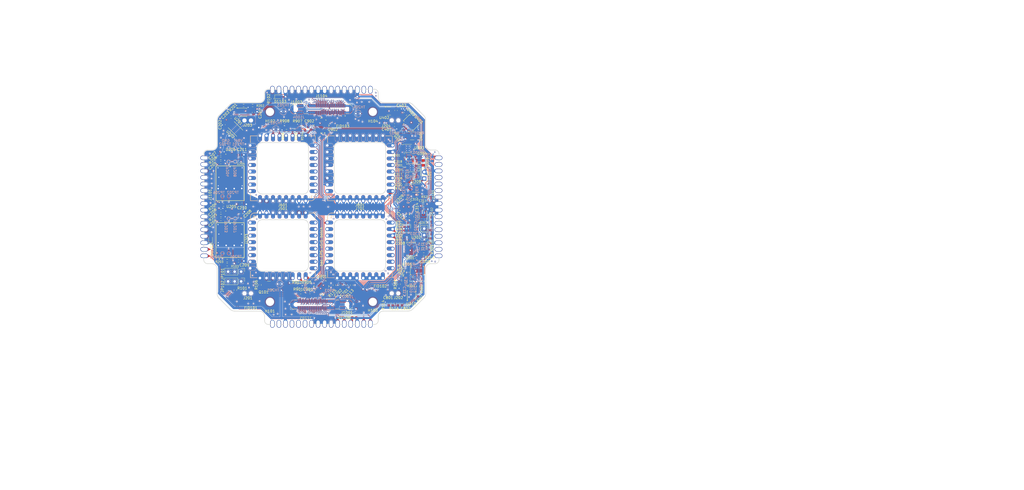
<source format=kicad_pcb>
(kicad_pcb (version 20241229) (generator "pcbnew") (generator_version "9.0")
  (title_block (title "bac EPS Botch v1") (date "2024-09-30") (rev "1") (company "MSU") (comment 1 "Dodo Kamel") (comment 2 "CC BY-SA 4.0"))
  (layers (0 "F.Cu" signal) (4 "In1.Cu" signal) (6 "In2.Cu" signal) (2 "B.Cu" signal) (13 "F.Paste" user) (15 "B.Paste" user) (5 "F.SilkS" user "F.Silkscreen") (7 "B.SilkS" user "B.Silkscreen") (1 "F.Mask" user) (3 "B.Mask" user) (25 "Edge.Cuts" user))
  (net 0 "")
  (net 1 "+3V3_OR")
  (net 2 "GND")
  (net 3 "/Battery Pack/IMON")
  (net 4 "+BATT")
  (net 5 "/VBAT")
  (net 6 "Net-(U301-OUT)")
  (net 7 "/LDOs/+3V3_LDO_1")
  (net 8 "/LDOs/+3V3_LDO_2")
  (net 9 "/LDOs/+3V3_LDO_3")
  (net 10 "Net-(U401-OUT)")
  (net 11 "+12V")
  (net 12 "/BCHG_A_~{CHRG}")
  (net 13 "/Battery Charger Module A/EN")
  (net 14 "/BAT_NTC_A")
  (net 15 "/BCHG_A_~{FAULT}")
  (net 16 "/BCHG_B_OVR")
  (net 17 "/BCHG_B_~{CHRG}")
  (net 18 "/BCHG_B_~{FAULT}")
  (net 19 "/BAT_NTC_B")
  (net 21 "/MAMOD_A_I2C_1_SDA")
  (net 22 "/REG_A_OVR_2")
  (net 23 "/Voltage Regulator Module A/GPIO_1")
  (net 24 "/+5V_MAIN_A")
  (net 25 "/+3V3_MAIN_A")
  (net 26 "/MAMOD_A_I2C_1_SCL")
  (net 27 "/Voltage Regulator Module A/GPIO_2")
  (net 28 "/REG_A_OVR_1")
  (net 29 "/REG_A_~{FAULT}")
  (net 30 "/+3V3_MAIN_B")
  (net 31 "/Voltage Regulator Module B/GPIO_1")
  (net 32 "/Voltage Regulator Module B/GPIO_2")
  (net 33 "/REG_B_OVR_1")
  (net 34 "/+5V_MAIN_B")
  (net 36 "/MAMOD_B_I2C_1_SDA")
  (net 37 "/REG_B_OVR_2")
  (net 38 "/MAMOD_B_I2C_1_SCL")
  (net 39 "/MacroMod Connectors/22A")
  (net 40 "/MacroMod Connectors/11A")
  (net 41 "/MacroMod Connectors/29A")
  (net 42 "/MacroMod Connectors/3A")
  (net 43 "/MacroMod Connectors/7A")
  (net 44 "/MacroMod Connectors/37A")
  (net 45 "/MacroMod Connectors/21A")
  (net 46 "/MacroMod Connectors/27A")
  (net 47 "/MacroMod Connectors/26A")
  (net 48 "/MacroMod Connectors/32A")
  (net 49 "/MacroMod Connectors/28A")
  (net 50 "/MacroMod Connectors/24A")
  (net 51 "/MacroMod Connectors/23A")
  (net 52 "/MAMOD_A_I2C_2_SCL")
  (net 53 "/MAMOD_A_I2C_2_SDA")
  (net 54 "Net-(D102-A)")
  (net 55 "/MacroMod Connectors/10A")
  (net 56 "/MacroMod Connectors/31A")
  (net 57 "/MacroMod Connectors/5A")
  (net 58 "/MacroMod Connectors/12A")
  (net 59 "/MacroMod Connectors/30A")
  (net 60 "/MacroMod Connectors/35A")
  (net 61 "/MacroMod Connectors/9A")
  (net 62 "/MacroMod Connectors/19A")
  (net 63 "/MacroMod Connectors/25A")
  (net 64 "/MacroMod Connectors/13A")
  (net 65 "/MacroMod Connectors/33A")
  (net 66 "/MacroMod Connectors/13B")
  (net 67 "/MacroMod Connectors/31B")
  (net 68 "/MacroMod Connectors/29B")
  (net 69 "/MAMOD_B_I2C_2_SDA")
  (net 70 "/MacroMod Connectors/28B")
  (net 71 "/MacroMod Connectors/33B")
  (net 72 "/MacroMod Connectors/11B")
  (net 73 "/MAMOD_B_I2C_2_SCL")
  (net 74 "/MacroMod Connectors/7B")
  (net 75 "/MacroMod Connectors/32B")
  (net 76 "/MacroMod Connectors/10B")
  (net 77 "/MacroMod Connectors/19B")
  (net 78 "/MacroMod Connectors/24B")
  (net 79 "/MacroMod Connectors/21B")
  (net 80 "/MacroMod Connectors/22B")
  (net 81 "/MacroMod Connectors/27B")
  (net 82 "/MacroMod Connectors/30B")
  (net 83 "/MacroMod Connectors/5B")
  (net 84 "/MacroMod Connectors/25B")
  (net 85 "/MacroMod Connectors/9B")
  (net 86 "/MacroMod Connectors/23B")
  (net 87 "/MacroMod Connectors/12B")
  (net 88 "/MacroMod Connectors/35B")
  (net 89 "/MacroMod Connectors/37B")
  (net 90 "/MacroMod Connectors/26B")
  (net 91 "/MacroMod Connectors/3B")
  (net 92 "/Panel Connectors/EN_PANEL_Xm_B")
  (net 93 "/Panel Connectors/PANEL_Xm_SDA_B")
  (net 94 "/PANEL_m_EN")
  (net 96 "/Panel Connectors/PANEL_Xm_SCL_B")
  (net 98 "/Panel Connectors/PANEL_Yp_SDA_B")
  (net 99 "/Panel Connectors/PANEL_Yp_SCL_B")
  (net 100 "/Panel Connectors/EN_PANEL_Yp_B")
  (net 101 "/PANEL_p_EN")
  (net 102 "/Panel Connectors/PANEL_Ym_SDA_B")
  (net 103 "/Panel Connectors/EN_PANEL_Ym_B")
  (net 105 "/Panel Connectors/PANEL_Ym_SCL_B")
  (net 106 "/Panel Connectors/PANEL_Xp_SCL_B")
  (net 107 "/Panel Connectors/EN_PANEL_Xp_B")
  (net 109 "/Panel Connectors/PANEL_Xp_SDA_B")
  (net 110 "/BCHG_A_OVR")
  (net 111 "Net-(U203-DIAG_EN)")
  (net 112 "Net-(U204-DIAG_EN)")
  (net 113 "Net-(U205-ILIM{slash}IMON)")
  (net 114 "Net-(U206-ILIM{slash}IMON)")
  (net 115 "Net-(JP101-B)")
  (net 116 "/LDOs/OR_A_~{EN_2}")
  (net 117 "Net-(U305-CLIM1)")
  (net 118 "/LDOs/OR_A_IMON_1")
  (net 119 "Net-(U305-CLIM2)")
  (net 120 "/LDOs/OR_A_IMON_2")
  (net 121 "/LDOs/OR_B_~{EN_2}")
  (net 122 "/LDOs/OR_B_IMON_1")
  (net 123 "Net-(U306-CLIM1)")
  (net 124 "Net-(U306-CLIM2)")
  (net 125 "/LDOs/OR_B_IMON_2")
  (net 126 "Net-(U303-SET)")
  (net 127 "/LDOs/OR_A_EN_1")
  (net 128 "/LDOs/OR_B_EN_1")
  (net 129 "Net-(U307-OS)")
  (net 130 "/LDOs/I2C_INT")
  (net 131 "/LDOs/I2C_RST")
  (net 132 "/EPS_OVR_MAIN")
  (net 133 "/EPS_OVR_AUX")
  (net 134 "Net-(U901-A0)")
  (net 135 "Net-(U902-A0)")
  (net 136 "/I2C Expanders/I2C_INT_B")
  (net 137 "/I2C Expanders/I2C_RST_B")
  (net 138 "/Battery Pack/NTC_3")
  (net 139 "/Battery Pack/NTC_4")
  (net 140 "Net-(U203-DIAG)")
  (net 141 "Net-(U204-DIAG)")
  (net 142 "Net-(U205-PGD)")
  (net 143 "Net-(U206-PGD)")
  (net 159 "/LDOs/OR_A_WARN_2")
  (net 160 "/LDOs/OR_A_STAT_2")
  (net 161 "/LDOs/OR_A_STAT_1")
  (net 162 "/LDOs/OR_A_WARN_1")
  (net 163 "/LDOs/OR_B_STAT_2")
  (net 164 "/LDOs/OR_B_WARN_1")
  (net 165 "/LDOs/OR_B_STAT_1")
  (net 166 "/LDOs/OR_B_WARN_2")
  (net 171 "OR_C_STAT_2")
  (net 172 "OR_C_STAT_1")
  (net 173 "OR_C_WARN_1")
  (net 174 "OR_C_WARN_2")
  (net 179 "/VPV")
  (net 180 "/MAMOD_A_CAN_1_P")
  (net 181 "/MAMOD_B_CAN_1_P")
  (net 182 "/MAMOD_A_CAN_1_N")
  (net 183 "/MAMOD_B_CAN_1_N")
  (net 184 "/LDOs/OR_A_OUT_2")
  (net 185 "/LDOs/OR_B_OUT_2")
  (net 186 "/EN_LDO")
  (net 187 "/LDOs/OR_A_OUT_1")
  (net 188 "/LDOs/OR_B_OUT_1")
  (net 189 "/MacroMod Connectors/39A")
  (net 190 "/MacroMod Connectors/39B")
  (net 191 "/MacroMod Connectors/45A")
  (net 192 "/MacroMod Connectors/45B")
  (net 193 "/LDOs/+3V3_LDO_1A")
  (net 194 "/LDOs/+3V3_LDO_1B")
  (net 195 "/EPS Power Path/OR_OUT_1")
  (net 196 "/EPS Power Path/OR_OUT_2")
  (net 197 "/REG_B_~{FAULT}")
  (net 198 "/I2C Expanders/I2C_RST_A")
  (net 199 "/I2C Expanders/I2C_INT_A")
  (net 200 "/DEPLOY_2{slash}RBF")
  (net 201 "/+3V3_AUX{slash}EN_SYS")
  (net 202 "/DEPLOY_1")
  (footprint "Diode_SMD:D_0603_1608Metric" (layer "F.Cu") (at 106.9 112.6 90)
    (property "Reference" "D1102")
    (property "Value" "PGB1010603MR")
  )
  (footprint "Diode_SMD:D_0603_1608Metric" (layer "F.Cu") (at 192.96 111.47 90)
    (property "Reference" "D101")
    (property "Value" "PGB1010603MR")
  )
  (footprint "Resistor_SMD:R_0603_1608Metric" (layer "F.Cu") (at 110.91 103.37)
    (property "Reference" "R205")
    (property "Value" "100k")
  )
  (footprint "Resistor_SMD:R_0603_1608Metric" (layer "F.Cu") (at 189.533999 98.925 180)
    (property "Reference" "R321")
    (property "Value" "100k")
  )
  (footprint "Capacitor_SMD:C_0603_1608Metric" (layer "F.Cu") (at 145.375 69.475 -45)
    (property "Reference" "C902")
    (property "Value" "1u")
  )
  (footprint "Resistor_SMD:R_0603_1608Metric" (layer "F.Cu") (at 161.839099 130.45 90)
    (property "Reference" "R113")
    (property "Value" "100k")
  )
  (footprint "bac EPS v1:VIS-SIPQ32434BDN-T1E3" (layer "F.Cu") (at 115.2 102.625)
    (property "Reference" "U205")
    (property "Value" "SIPQ32434BDN-T1E3")
  )
  (footprint "bac EPS v1:LDO40LPU33RY" (layer "F.Cu") (at 189.584 103.575 -90)
    (property "Reference" "U311")
    (property "Value" "LDO40LPU33RY")
  )
  (footprint "bac EPS v1:ADI-LT3045MPDD" (layer "F.Cu") (at 185.2 84.8)
    (property "Reference" "U304")
    (property "Value" "LT3045MPDD")
  )
  (footprint "Resistor_SMD:R_0603_1608Metric" (layer "F.Cu") (at 116.54 132.39 -90)
    (property "Reference" "R101")
    (property "Value" "100k")
  )
  (footprint "Resistor_SMD:R_0603_1608Metric" (layer "F.Cu") (at 130.94 57.92 90)
    (property "Reference" "R102")
    (property "Value" "100k")
  )
  (footprint "Resistor_SMD:R_0603_1608Metric" (layer "F.Cu") (at 183.87 110.005 -90)
    (property "Reference" "R323")
    (property "Value" "10k")
  )
  (footprint "Resistor_SMD:R_0603_1608Metric" (layer "F.Cu") (at 182.3 84.55 -90)
    (property "Reference" "R301")
    (property "Value" "100k")
  )
  (footprint "bac EPS v1:INF-BTS50005-1LUA" (layer "F.Cu") (at 114.5 92.075 90)
    (property "Reference" "U204")
    (property "Value" "BTS50005-1LUA")
  )
  (footprint "Resistor_SMD:R_0603_1608Metric" (layer "F.Cu") (at 119.75 60.6 180)
    (property "Reference" "R201")
    (property "Value" "10k")
  )
  (footprint "Diode_SMD:D_0603_1608Metric" (layer "F.Cu") (at 162.8 143.1)
    (property "Reference" "D1106")
    (property "Value" "PGB1010603MR")
  )
  (footprint "Fiducial:Fiducial_1mm_Mask2mm" (layer "F.Cu") (at 158.33 66.89)
    (property "Reference" "FID103")
    (property "Value" "Fiducial")
  )
  (footprint "Capacitor_SMD:C_0805_2012Metric" (layer "F.Cu") (at 182.95 82.05)
    (property "Reference" "C318")
    (property "Value" "10u")
  )
  (footprint "Resistor_SMD:R_0603_1608Metric" (layer "F.Cu") (at 113.37 122.47 180)
    (property "Reference" "R103")
    (property "Value" "10k")
  )
  (footprint "Resistor_SMD:R_0603_1608Metric" (layer "F.Cu") (at 123.25 60.6)
    (property "Reference" "R202")
    (property "Value" "10k")
  )
  (footprint "Capacitor_SMD:C_0603_1608Metric" (layer "F.Cu") (at 176.183751 137.525 90)
    (property "Reference" "C801")
    (property "Value" "1u")
  )
  (footprint "Capacitor_SMD:C_0805_2012Metric" (layer "F.Cu") (at 183.32 112.54)
    (property "Reference" "C308")
    (property "Value" "10u")
  )
  (footprint "Capacitor_SMD:C_0805_2012Metric" (layer "F.Cu") (at 182.57 63.86 -135)
    (property "Reference" "C403")
    (property "Value" "10u")
  )
  (footprint "Capacitor_SMD:C_0603_1608Metric" (layer "F.Cu") (at 123.6 63.25 -90)
    (property "Reference" "C201")
    (property "Value" "1u")
  )
  (footprint "bac EPS v1:AL-ACS37612LLUATR-010B3" (layer "F.Cu") (at 116.6 69.7 45)
    (property "Reference" "U202")
    (property "Value" "ACS37612LLUATR-015B5")
  )
  (footprint "Resistor_SMD:R_0603_1608Metric" (layer "F.Cu") (at 182.34 110.005 -90)
    (property "Reference" "R322")
    (property "Value" "10k")
  )
  (footprint "Package_TO_SOT_SMD:SOT-23-5" (layer "F.Cu") (at 176.25 62.740001)
    (property "Reference" "U402")
    (property "Value" "MAX40200AUK" (hide yes))
  )
  (footprint "Capacitor_SMD:C_0603_1608Metric" (layer "F.Cu") (at 114.875 65.1)
    (property "Reference" "C203")
    (property "Value" "1u")
  )
  (footprint "Connector_PinHeader_2.54mm:PinHeader_1x03_P2.54mm_Vertical" (layer "F.Cu") (at 118.8 125.2 -90)
    (property "Reference" "JP101")
    (property "Value" "Jumper_3_Open")
  )
  (footprint "Capacitor_SMD:C_0805_2012Metric" (layer "F.Cu") (at 189.6 82.9 90)
    (property "Reference" "C316")
    (property "Value" "10u")
  )
  (footprint "Capacitor_SMD:C_0805_2012Metric" (layer "F.Cu") (at 182.25 80.05)
    (property "Reference" "C301")
    (property "Value" "10u")
  )
  (footprint "Resistor_SMD:R_0603_1608Metric" (layer "F.Cu") (at 182.33 106.96 90)
    (property "Reference" "R325")
    (property "Value" "10k")
  )
  (footprint "Capacitor_SMD:C_0603_1608Metric" (layer "F.Cu") (at 182.75 87.35)
    (property "Reference" "C317")
    (property "Value" "1u")
  )
  (footprint "Resistor_SMD:R_0603_1608Metric" (layer "F.Cu") (at 136.425 70.3)
    (property "Reference" "R906")
    (property "Value" "10k")
  )
  (footprint "Resistor_SMD:R_0603_1608Metric" (layer "F.Cu") (at 185.54 128.96 90)
    (property "Reference" "R303")
    (property "Value" "100k")
  )
  (footprint "Resistor_SMD:R_0603_1608Metric" (layer "F.Cu") (at 135.675 68.025)
    (property "Reference" "R908")
    (property "Value" "10k")
  )
  (footprint "NetTie:NetTie-2_SMD_Pad0.5mm" (layer "F.Cu") (at 192.6 96.4 90)
    (property "Reference" "NT101" (hide yes))
    (property "Value" "NetTie_2" (hide yes))
  )
  (footprint "Resistor_SMD:R_0603_1608Metric" (layer "F.Cu") (at 180.23 130.1 90)
    (property "Reference" "R326")
    (property "Value" "10k")
  )
  (footprint "Resistor_SMD:R_0603_1608Metric" (layer "F.Cu") (at 126.1 130.375 90)
    (property "Reference" "R106")
    (property "Value" "47k")
  )
  (footprint "bac EPS v1:Mill-Max-0630-0-15-15-30-27-10-0-SE-1x16-P2.54" (layer "F.Cu") (at 195.55 100 -90)
    (property "Reference" "J1103")
    (property "Value" "Panel Connector 1x16")
  )
  (footprint "Resistor_SMD:R_0603_1608Metric" (layer "F.Cu") (at 142.875001 70.3)
    (property "Reference" "R104")
    (property "Value" "47k")
  )
  (footprint "Resistor_SMD:R_0603_1608Metric" (layer "F.Cu") (at 179.763751 137.525 90)
    (property "Reference" "R116")
    (property "Value" "100k")
  )
  (footprint "Capacitor_SMD:C_0805_2012Metric" (layer "F.Cu") (at 185.7 80.05 180)
    (property "Reference" "C304")
    (property "Value" "10u")
  )
  (footprint "bac EPS v1:Mill-Max-0630-0-15-15-30-27-10-0-PN-1x02-P2.54" (layer "F.Cu") (at 121.35 66.4)
    (property "Reference" "J203")
    (property "Value" "Conn_01x02_Pin")
  )
  (footprint "Capacitor_SMD:C_0603_1608Metric" (layer "F.Cu") (at 178.45 68.2)
    (property "Reference" "C401")
    (property "Value" "1u")
  )
  (footprint "Connector_PinHeader_2.54mm:PinHeader_1x03_P2.54mm_Vertical" (layer "F.Cu") (at 118.8 129 -90)
    (property "Reference" "JP102")
    (property "Value" "Jumper_3_Open")
  )
  (footprint "NetTie:NetTie-2_SMD_Pad0.5mm" (layer "F.Cu") (at 182.44 119.23 90)
    (property "Reference" "NT302" (hide yes))
    (property "Value" "NetTie_2" (hide yes))
  )
  (footprint "Capacitor_SMD:C_0603_1608Metric" (layer "F.Cu") (at 119.1 99)
    (property "Reference" "C210")
    (property "Value" "1u")
  )
  (footprint "bac EPS v1:TI-TCAL9539RTWR" (layer "F.Cu") (at 150 130.9 135)
    (property "Reference" "U901")
    (property "Value" "TCAL9539RTWR")
  )
  (footprint "Resistor_SMD:R_0603_1608Metric" (layer "F.Cu") (at 142.25 68.025)
    (property "Reference" "R907")
    (property "Value" "10k")
  )
  (footprint "Capacitor_SMD:C_0603_1608Metric" (layer "F.Cu") (at 157.322432 130.45 -90)
    (property "Reference" "C702")
    (property "Value" "1u")
  )
  (footprint "Resistor_SMD:R_0603_1608Metric" (layer "F.Cu") (at 144.35 130.65)
    (property "Reference" "R905")
    (property "Value" "10k")
  )
  (footprint "Capacitor_SMD:C_0805_2012Metric" (layer "F.Cu") (at 186 88.35 180)
    (property "Reference" "C305")
    (property "Value" "10u")
  )
  (footprint "Resistor_SMD:R_0603_1608Metric" (layer "F.Cu") (at 181.55 69.55 -45)
    (property "Reference" "R909")
    (property "Value" "10k")
  )
  (footprint "Resistor_SMD:R_0603_1608Metric" (layer "F.Cu") (at 113.36 120.91)
    (property "Reference" "R203")
    (property "Value" "100k")
  )
  (footprint "bac EPS v1:ADI-LTC4415EDHC" (layer "F.Cu") (at 184.804998 116.520189 180)
    (property "Reference" "U305")
    (property "Value" "LTC4415EDHC")
  )
  (footprint "Package_TO_SOT_SMD:SOT-23-5" (layer "F.Cu") (at 186.3 107.55 -90)
    (property "Reference" "U302")
    (property "Value" "MAX40200AUK")
  )
  (footprint "Capacitor_SMD:C_0805_2012Metric" (layer "F.Cu") (at 183.75 91.3 90)
    (property "Reference" "C307")
    (property "Value" "10u")
  )
  (footprint "Package_TO_SOT_SMD:SOT-23-5" (layer "F.Cu") (at 185.32 72.41)
    (property "Reference" "U401")
    (property "Value" "MAX40200AUK" (hide yes))
  )
  (footprint "Capacitor_SMD:C_0603_1608Metric" (layer "F.Cu") (at 112.075 68.05 -90)
    (property "Reference" "C202")
    (property "Value" "1u")
  )
  (footprint "bac EPS v1:AMP-MDT350M01001VT" (layer "F.Cu") (at 150 137.9875 180)
    (property "Reference" "J1001")
    (property "Value" "AMP MDT350M01001VT")
  )
  (footprint "Resistor_SMD:R_0603_1608Metric" (layer "F.Cu") (at 182.75 88.85 180)
    (property "Reference" "R308")
    (property "Value" "16k")
  )
  (footprint "Capacitor_SMD:C_0805_2012Metric" (layer "F.Cu") (at 189.634 100.675)
    (property "Reference" "C311")
    (property "Value" "10u")
  )
  (footprint "bac EPS v1:Mill-Max-0630-0-15-15-30-27-10-0-SE-1x16-P2.54" (layer "F.Cu") (at 104.45 100 90)
    (property "Reference" "J1101")
    (property "Value" "Panel Connector 1x16")
  )
  (footprint "Resistor_SMD:R_0603_1608Metric" (layer "F.Cu") (at 139.624999 70.3)
    (property "Reference" "R105")
    (property "Value" "100k")
  )
  (footprint "Resistor_SMD:R_0603_1608Metric" (layer "F.Cu") (at 183.91 128.96 90)
    (property "Reference" "R304")
    (property "Value" "100k")
  )
  (footprint "NetTie:NetTie-3_SMD_Pad0.5mm" (layer "F.Cu") (at 188.35 80.4)
    (property "Reference" "NT304" (hide yes))
    (property "Value" "NetTie_3_Tee" (hide yes))
  )
  (footprint "Resistor_SMD:R_0603_1608Metric" (layer "F.Cu") (at 111.9 99.23 180)
    (property "Reference" "R204")
    (property "Value" "100k")
  )
  (footprint "Package_SO:TSSOP-10_3x3mm_P0.5mm" (layer "F.Cu") (at 185.02 134.29 90)
    (property "Reference" "U310")
    (property "Value" "ADS1015IRUGR")
  )
  (footprint "Resistor_SMD:R_0603_1608Metric" (layer "F.Cu") (at 191.69 115.78 -90)
    (property "Reference" "R309")
    (property "Value" "2k")
  )
  (footprint "Connector_PinHeader_2.54mm:PinHeader_1x02_P2.54mm_Vertical" (layer "F.Cu") (at 190 111 180)
    (property "Reference" "J102")
    (property "Value" "Conn_01x02")
  )
  (footprint "Connector_PinHeader_2.54mm:PinHeader_1x02_P2.54mm_Vertical" (layer "F.Cu") (at 190 89 180)
    (property "Reference" "J101")
    (property "Value" "Conn_01x02")
  )
  (footprint "MountingHole:MountingHole_3.2mm_M3_ISO14580_Pad_TopOnly" (layer "F.Cu") (at 170 136.95)
    (property "Reference" "H103")
    (property "Value" "MountingHole_Pad")
  )
  (footprint "Diode_SMD:D_0603_1608Metric" (layer "F.Cu") (at 192.96 104.94 -90)
    (property "Reference" "D102")
    (property "Value" "NSR20F40NXT5G")
  )
  (footprint "Capacitor_SMD:C_0603_1608Metric" (layer "F.Cu") (at 179.05 62.5 -90)
    (property "Reference" "C402")
    (property "Value" "1u")
  )
  (footprint "Package_SO:TSSOP-10_3x3mm_P0.5mm" (layer "F.Cu") (at 119.35 63.2)
    (property "Reference" "U201")
    (property "Value" "ADS1015IRUGR")
  )
  (footprint "bac EPS v1:TI-TCAL9539RTWR" (layer "F.Cu") (at 149.993515 68.354443 135)
    (property "Reference" "U902")
    (property "Value" "TCAL9539RTWR")
  )
  (footprint "bac EPS v1:Mill-Max-0630-0-15-15-30-27-10-0-PN-1x02-P2.54" (layer "F.Cu") (at 178.65 133.65)
    (property "Reference" "J202")
    (property "Value" "Conn_01x02_Pin")
  )
  (footprint "Capacitor_SMD:C_0603_1608Metric" (layer "F.Cu") (at 110.89 101.53)
    (property "Reference" "C206")
    (property "Value" "1u")
  )
  (footprint "Capacitor_SMD:C_0805_2012Metric" (layer "F.Cu") (at 186.7 103.775 90)
    (property "Reference" "C314")
    (property "Value" "10u")
  )
  (footprint "Package_TO_SOT_SMD:SOT-23" (layer "F.Cu") (at 129.6 130.525 180)
    (property "Reference" "Q101")
    (property "Value" "DMN62D0U-7")
  )
  (footprint "Capacitor_SMD:C_0805_2012Metric" (layer "F.Cu") (at 187.05 95.55 180)
    (property "Reference" "C310")
    (property "Value" "10u")
  )
  (footprint "Resistor_SMD:R_0603_1608Metric" (layer "F.Cu") (at 182 91.55 -90)
    (property "Reference" "R317")
    (property "Value" "100k")
  )
  (footprint "Resistor_SMD:R_0603_1608Metric" (layer "F.Cu") (at 189.4 128.9 90)
    (property "Reference" "R316")
    (property "Value" "100k")
  )
  (footprint "bac EPS v1:bac-eps-v1-module-landing-pad" (layer "F.Cu") (at 165 115)
    (property "Reference" "J701")
    (property "Value" "~")
    (fp_line (start -10 8) (end -10 -8) (stroke (width 0.2)) (layer "Edge.Cuts"))
    (fp_line (start -8 -10) (end 8 -10) (stroke (width 0.2)) (layer "Edge.Cuts"))
    (fp_line (start 8 10) (end -8 10) (stroke (width 0.2)) (layer "Edge.Cuts"))
    (fp_line (start 10 -8) (end 10 8) (stroke (width 0.2)) (layer "Edge.Cuts"))
    (fp_arc (start -10 -8) (mid -9.414214 -9.414214) (end -8 -10) (stroke (width 0.2)) (layer "Edge.Cuts"))
    (fp_arc (start -8 10) (mid -9.414214 9.414214) (end -10 8) (stroke (width 0.2)) (layer "Edge.Cuts"))
    (fp_arc (start 8 -10) (mid 9.414214 -9.414214) (end 10 -8) (stroke (width 0.2)) (layer "Edge.Cuts"))
    (fp_arc (start 10 8) (mid 9.414214 9.414214) (end 8 10) (stroke (width 0.2)) (layer "Edge.Cuts"))
  )
  (footprint "bac EPS v1:LDO40LPU33RY" (layer "F.Cu") (at 186.85 92.7)
    (property "Reference" "U308")
    (property "Value" "LDO40LPU33RY")
  )
  (footprint "Capacitor_SMD:C_0603_1608Metric" (layer "F.Cu") (at 186.15 110.4)
    (property "Reference" "C303")
    (property "Value" "1u")
  )
  (footprint "Resistor_SMD:R_0603_1608Metric" (layer "F.Cu") (at 189.38 114.63 180)
    (property "Reference" "R315")
    (property "Value" "100k")
  )
  (footprint "Capacitor_SMD:C_0603_1608Metric" (layer "F.Cu") (at 159.580765 130.45 90)
    (property "Reference" "C701")
    (property "Value" "1u")
  )
  (footprint "bac EPS v1:ADI-LT3045MPDD" (layer "F.Cu") (at 183.65 77.25)
    (property "Reference" "U303")
    (property "Value" "LT3045MPDD")
  )
  (footprint "Fiducial:Fiducial_1mm_Mask2mm" (layer "F.Cu") (at 119.08 137.63)
    (property "Reference" "FID101")
    (property "Value" "Fiducial")
  )
  (footprint "bac EPS v1:TI-TCAL9539RTWR" (layer "F.Cu") (at 183 100 135)
    (property "Reference" "U309")
    (property "Value" "TCAL9539RTWR")
  )
  (footprint "bac EPS v1:AMP-MDT350M01001VT" (layer "F.Cu") (at 150 62)
    (property "Reference" "J1003")
    (property "Value" "BMP MDT350M01001VT")
  )
  (footprint "Fiducial:Fiducial_1mm_Mask2mm" (layer "F.Cu") (at 174.47 132.87)
    (property "Reference" "FID102")
    (property "Value" "Fiducial")
  )
  (footprint "Resistor_SMD:R_0603_1608Metric" (layer "F.Cu") (at 155.064099 130.45 -90)
    (property "Reference" "R115")
    (property "Value" "100k")
  )
  (footprint "bac EPS v1:ADI-LTC4415EDHC" (layer "F.Cu") (at 184.970123 67.195374 45)
    (property "Reference" "U403")
    (property "Value" "LTC4415EDHC")
  )
  (footprint "Capacitor_SMD:C_0805_2012Metric" (layer "F.Cu") (at 187.13 120.43 45)
    (property "Reference" "C309")
    (property "Value" "10u")
  )
  (footprint "Resistor_SMD:R_0603_1608Metric" (layer "F.Cu") (at 187.65 134 90)
    (property "Reference" "R307")
    (property "Value" "100k")
  )
  (footprint "NetTie:NetTie-2_SMD_Pad0.5mm" (layer "F.Cu") (at 185.54 122.12 -90)
    (property "Reference" "NT301" (hide yes))
    (property "Value" "NetTie_2" (hide yes))
  )
  (footprint "Resistor_SMD:R_0603_1608Metric" (layer "F.Cu") (at 180.325 70.75 -45)
    (property "Reference" "R910")
    (property "Value" "10k")
  )
  (footprint "bac EPS v1:ADI-LTC4415EDHC" (layer "F.Cu") (at 187.3 124.82 90)
    (property "Reference" "U306")
    (property "Value" "LTC4415EDHC")
  )
  (footprint "bac EPS v1:Mill-Max-0630-0-15-15-30-27-10-0-PN-1x02-P2.54" (layer "F.Cu") (at 121.35 133.65)
    (property "Reference" "J201")
    (property "Value" "Conn_01x02_Pin")
  )
  (footprint "Resistor_SMD:R_0603_1608Metric" (layer "F.Cu") (at 183.86 106.96 90)
    (property "Reference" "R327")
    (property "Value" "10k")
  )
  (footprint "Capacitor_SMD:C_0603_1608Metric" (layer "F.Cu") (at 145.55 133.37 180)
    (property "Reference" "C901")
    (property "Value" "1u")
  )
  (footprint "NetTie:NetTie-2_SMD_Pad0.5mm" (layer "F.Cu") (at 187.52 68.23 -90)
    (property "Reference" "NT402" (hide yes))
    (property "Value" "NetTie_2" (hide yes))
  )
  (footprint "bac EPS v1:bac-eps-v1-module-landing-pad" (layer "F.Cu") (at 135 115)
    (property "Reference" "J501")
    (property "Value" "~")
    (fp_line (start -10 8) (end -10 -8) (stroke (width 0.2)) (layer "Edge.Cuts"))
    (fp_line (start -8 -10) (end 8 -10) (stroke (width 0.2)) (layer "Edge.Cuts"))
    (fp_line (start 8 10) (end -8 10) (stroke (width 0.2)) (layer "Edge.Cuts"))
    (fp_line (start 10 -8) (end 10 8) (stroke (width 0.2)) (layer "Edge.Cuts"))
    (fp_arc (start -10 -8) (mid -9.414214 -9.414214) (end -8 -10) (stroke (width 0.2)) (layer "Edge.Cuts"))
    (fp_arc (start -8 10) (mid -9.414214 9.414214) (end -10 8) (stroke (width 0.2)) (layer "Edge.Cuts"))
    (fp_arc (start 8 -10) (mid 9.414214 -9.414214) (end 10 -8) (stroke (width 0.2)) (layer "Edge.Cuts"))
    (fp_arc (start 10 8) (mid 9.414214 9.414214) (end 8 10) (stroke (width 0.2)) (layer "Edge.Cuts"))
  )
  (footprint "Capacitor_SMD:C_0603_1608Metric" (layer "F.Cu") (at 181.353751 137.535 90)
    (property "Reference" "C802")
    (property "Value" "1u")
  )
  (footprint "bac EPS v1:Mill-Max-0630-0-15-15-30-27-10-0-SE-1x16-P2.54" (layer "F.Cu") (at 149.99 145.5 180)
    (property "Reference" "J1102")
    (property "Value" "Panel Connector 1x16")
  )
  (footprint "bac EPS v1:INF-BTS50005-1LUA" (layer "F.Cu") (at 114.5 114.175 90)
    (property "Reference" "U203")
    (property "Value" "BTS50005-1LUA")
  )
  (footprint "Capacitor_SMD:C_0603_1608Metric" (layer "F.Cu") (at 184.19 104.53 180)
    (property "Reference" "C312")
    (property "Value" "1u")
  )
  (footprint "bac EPS v1:VIS-SIPQ32434BDN-T1E3" (layer "F.Cu") (at 115.2 80.525)
    (property "Reference" "U206")
    (property "Value" "SIPQ32434BDN-T1E3")
  )
  (footprint "Resistor_SMD:R_0603_1608Metric" (layer "F.Cu") (at 177.739731 137.525269 90)
    (property "Reference" "R114")
    (property "Value" "100k")
  )
  (footprint "Capacitor_SMD:C_0603_1608Metric" (layer "F.Cu") (at 117.775 121.05)
    (property "Reference" "C209")
    (property "Value" "1u")
  )
  (footprint "MountingHole:MountingHole_3.2mm_M3_ISO14580_Pad_TopOnly" (layer "F.Cu") (at 170 63.05)
    (property "Reference" "H104")
    (property "Value" "MountingHole_Pad")
  )
  (footprint "Capacitor_SMD:C_0603_1608Metric" (layer "F.Cu") (at 118.8 102.6 90)
    (property "Reference" "C208")
    (property "Value" "1u")
  )
  (footprint "Capacitor_SMD:C_0603_1608Metric" (layer "F.Cu") (at 110.87 79.43)
    (property "Reference" "C207")
    (property "Value" "1u")
  )
  (footprint "Resistor_SMD:R_0603_1608Metric" (layer "F.Cu") (at 110.84 81.14)
    (property "Reference" "R206")
    (property "Value" "100k")
  )
  (footprint "Resistor_SMD:R_0603_1608Metric" (layer "F.Cu") (at 187.65 130.95 90)
    (property "Reference" "R306")
    (property "Value" "100k")
  )
  (footprint "Capacitor_SMD:C_0805_2012Metric" (layer "F.Cu") (at 186.4 82.05 180)
    (property "Reference" "C315")
    (property "Value" "10u")
  )
  (footprint "bac EPS v1:bac-eps-v1-module-landing-pad" (layer "F.Cu") (at 135 85 180)
    (property "Reference" "J601")
    (property "Value" "~")
    (fp_line (start 10 -8) (end 10 8) (stroke (width 0.2)) (layer "Edge.Cuts"))
    (fp_line (start 8 10) (end -8 10) (stroke (width 0.2)) (layer "Edge.Cuts"))
    (fp_line (start -8 -10) (end 8 -10) (stroke (width 0.2)) (layer "Edge.Cuts"))
    (fp_line (start -10 8) (end -10 -8) (stroke (width 0.2)) (layer "Edge.Cuts"))
    (fp_arc (start 10 8) (mid 9.414214 9.414214) (end 8 10) (stroke (width 0.2)) (layer "Edge.Cuts"))
    (fp_arc (start 8 -10) (mid 9.414214 -9.414214) (end 10 -8) (stroke (width 0.2)) (layer "Edge.Cuts"))
    (fp_arc (start -8 10) (mid -9.414214 9.414214) (end -10 8) (stroke (width 0.2)) (layer "Edge.Cuts"))
    (fp_arc (start -10 -8) (mid -9.414214 -9.414214) (end -8 -10) (stroke (width 0.2)) (layer "Edge.Cuts"))
  )
  (footprint "Capacitor_SMD:C_0603_1608Metric" (layer "F.Cu") (at 110.91 104.89)
    (property "Reference" "C204")
    (property "Value" "1u")
  )
  (footprint "Resistor_SMD:R_0603_1608Metric" (layer "F.Cu") (at 140.76 130.68 180)
    (property "Reference" "R902")
    (property "Value" "10k")
  )
  (footprint "Resistor_SMD:R_0603_1608Metric_Pad0.98x0.95mm_HandSolder" (layer "F.Cu") (at 192.95 108.2 90)
    (property "Reference" "F101")
    (property "Value" "0438006.WRA")
  )
  (footprint "NetTie:NetTie-2_SMD_Pad0.5mm" (layer "F.Cu") (at 184.2 64.35 -45)
    (property "Reference" "NT401" (hide yes))
    (property "Value" "NetTie_2" (hide yes))
  )
  (footprint "Capacitor_SMD:C_0603_1608Metric" (layer "F.Cu") (at 118.8 80.5 90)
    (property "Reference" "C211")
    (property "Value" "1u")
  )
  (footprint "bac EPS v1:bac-eps-v1-module-landing-pad" (layer "F.Cu") (at 165 85 180)
    (property "Reference" "J801")
    (property "Value" "~")
    (fp_line (start 10 -8) (end 10 8) (stroke (width 0.2)) (layer "Edge.Cuts"))
    (fp_line (start 8 10) (end -8 10) (stroke (width 0.2)) (layer "Edge.Cuts"))
    (fp_line (start -8 -10) (end 8 -10) (stroke (width 0.2)) (layer "Edge.Cuts"))
    (fp_line (start -10 8) (end -10 -8) (stroke (width 0.2)) (layer "Edge.Cuts"))
    (fp_arc (start 10 8) (mid 9.414214 9.414214) (end 8 10) (stroke (width 0.2)) (layer "Edge.Cuts"))
    (fp_arc (start 8 -10) (mid 9.414214 -9.414214) (end 10 -8) (stroke (width 0.2)) (layer "Edge.Cuts"))
    (fp_arc (start -8 10) (mid -9.414214 9.414214) (end -10 8) (stroke (width 0.2)) (layer "Edge.Cuts"))
    (fp_arc (start -10 -8) (mid -9.414214 -9.414214) (end -8 -10) (stroke (width 0.2)) (layer "Edge.Cuts"))
  )
  (footprint "MountingHole:MountingHole_3.2mm_M3_ISO14580_Pad_TopOnly" (layer "F.Cu") (at 130 63.05)
    (property "Reference" "H102")
    (property "Value" "MountingHole_Pad")
  )
  (footprint "Resistor_SMD:R_0603_1608Metric" (layer "F.Cu") (at 181.78 128.75 90)
    (property "Reference" "R324")
    (property "Value" "10k")
  )
  (footprint "Resistor_SMD:R_0603_1608Metric" (layer "F.Cu") (at 189.37 116.19 180)
    (property "Reference" "R311")
    (property "Value" "2k")
  )
  (footprint "Capacitor_SMD:C_0603_1608Metric" (layer "F.Cu") (at 182.39 132.83 -90)
    (property "Reference" "C313")
    (property "Value" "1u")
  )
  (footprint "Resistor_SMD:R_0603_1608Metric" (layer "F.Cu") (at 189.81 118.36 180)
    (property "Reference" "R313")
    (property "Value" "100k")
  )
  (footprint "Resistor_SMD:R_0603_1608Metric" (layer "F.Cu") (at 183.57 125.48 90)
    (property "Reference" "R314")
    (property "Value" "100k")
  )
  (footprint "bac EPS v1:Mill-Max-0630-0-15-15-30-27-10-0-PN-1x02-P2.54" (layer "F.Cu") (at 178.65 66.35)
    (property "Reference" "J204")
    (property "Value" "Conn_01x02_Pin")
  )
  (footprint "Diode_SMD:D_0603_1608Metric" (layer "F.Cu") (at 133.29 57.22)
    (property "Reference" "D1103")
    (property "Value" "PGB1010603MR")
  )
  (footprint "Capacitor_SMD:C_0603_1608Metric" (layer "F.Cu") (at 110.875 82.79)
    (property "Reference" "C205")
    (property "Value" "1u")
  )
  (footprint "bac EPS v1:Mill-Max-0630-0-15-15-30-27-10-0-SE-1x16-P2.54" (layer "F.Cu") (at 150 54.45)
    (property "Reference" "J1104")
    (property "Value" "Panel Connector 1x16")
  )
  (footprint "Resistor_SMD:R_0603_1608Metric" (layer "F.Cu") (at 141.94 133.36 180)
    (property "Reference" "R901")
    (property "Value" "10k")
  )
  (footprint "MountingHole:MountingHole_3.2mm_M3_ISO14580_Pad_TopOnly" (layer "F.Cu") (at 130 136.95)
    (property "Reference" "H101")
    (property "Value" "MountingHole_Pad")
  )
  (footprint "Resistor_SMD:R_0603_1608Metric" (layer "B.Cu") (at 153.21 133.96 180)
    (property "Reference" "R903")
    (property "Value" "10k")
  )
  (footprint "Diode_SMD:D_0603_1608Metric" (layer "B.Cu") (at 193.2 81.4 -90)
    (property "Reference" "D1107")
    (property "Value" "PGB1010603MR")
  )
  (footprint "Package_TO_SOT_SMD:SOT-23-5" (layer "B.Cu") (at 189.7 103.7 -90)
    (property "Reference" "U301")
    (property "Value" "MAX40200AUK")
  )
  (footprint "bac EPS v1:Cantherm-MF52A1103F3380" (layer "B.Cu") (at 135.19 62.88)
    (property "Reference" "TH203")
    (property "Value" "NTC 10k")
  )
  (footprint "TestPoint:TestPoint_Pad_D1.0mm" (layer "B.Cu") (at 114.04 118.1 180)
    (property "Reference" "TP201")
    (property "Value" "TestPoint")
  )
  (footprint "Resistor_SMD:R_0603_1608Metric" (layer "B.Cu") (at 181.45 88.65 180)
    (property "Reference" "R107")
    (property "Value" "100k")
  )
  (footprint "Capacitor_SMD:C_0603_1608Metric" (layer "B.Cu") (at 183.9 83.1 180)
    (property "Reference" "C306")
    (property "Value" "1u")
  )
  (footprint "TestPoint:TestPoint_Pad_D1.0mm" (layer "B.Cu") (at 111.5 118.1 180)
    (property "Reference" "TP205")
    (property "Value" "TestPoint")
  )
  (footprint "bac EPS v1:AMP-MDT350M01001VT" (layer "B.Cu") (at 150 137.9875 180)
    (property "Reference" "J1002")
    (property "Value" "AMP MDT350M01001VT")
  )
  (footprint "bac EPS v1:AMP-MDT350M01001VT" (layer "B.Cu") (at 150 62)
    (property "Reference" "J1004")
    (property "Value" "BMP MDT350M01001VT")
  )
  (footprint "Capacitor_SMD:C_0603_1608Metric" (layer "B.Cu") (at 188.1 107.3 90)
    (property "Reference" "C302")
    (property "Value" "1u")
  )
  (footprint "NetTie:NetTie-3_SMD_Pad0.5mm" (layer "B.Cu") (at 177.85 129.12 90)
    (property "Reference" "NT303" (hide yes))
    (property "Value" "NetTie_3_Tee" (hide yes))
  )
  (footprint "bac EPS v1:NXP-PCT2075TP,147" (layer "B.Cu") (at 184.15 81 180)
    (property "Reference" "U307")
    (property "Value" "PCT2075TP")
  )
  (footprint "Resistor_SMD:R_0603_1608Metric" (layer "B.Cu") (at 184.6 93.5 90)
    (property "Reference" "R319")
    (property "Value" "10k")
  )
  (footprint "Resistor_SMD:R_0603_1608Metric" (layer "B.Cu") (at 184.95 127.65 -90)
    (property "Reference" "R310")
    (property "Value" "2k")
  )
  (footprint "Resistor_SMD:R_0603_1608Metric" (layer "B.Cu") (at 181.8 70.95 180)
    (property "Reference" "R402")
    (property "Value" "100k")
  )
  (footprint "Resistor_SMD:R_0603_1608Metric" (layer "B.Cu") (at 145.27 131.86 -90)
    (property "Reference" "R904")
    (property "Value" "10k")
  )
  (footprint "Resistor_SMD:R_0603_1608Metric" (layer "B.Cu") (at 181.45 87.15 180)
    (property "Reference" "R109")
    (property "Value" "100k")
  )
  (footprint "bac EPS v1:Cantherm-MF52A1103F3380" (layer "B.Cu") (at 133.8 130 180)
    (property "Reference" "TH201")
    (property "Value" "NTC 10k")
  )
  (footprint "TestPoint:TestPoint_Pad_D1.0mm" (layer "B.Cu") (at 116.465 82.425 180)
    (property "Reference" "TP208")
    (property "Value" "TestPoint")
  )
  (footprint "bac EPS v1:Cantherm-MF52A1103F3380" (layer "B.Cu") (at 164.25 63.72)
    (property "Reference" "TH204")
    (property "Value" "NTC 10k")
  )
  (footprint "Resistor_SMD:R_0603_1608Metric" (layer "B.Cu") (at 186.45 127.65 -90)
    (property "Reference" "R312")
    (property "Value" "2k")
  )
  (footprint "Resistor_SMD:R_0603_1608Metric" (layer "B.Cu") (at 181.45 85.65 180)
    (property "Reference" "R108")
    (property "Value" "100k")
  )
  (footprint "TestPoint:TestPoint_Pad_D1.0mm" (layer "B.Cu") (at 111.525 95.9 180)
    (property "Reference" "TP206")
    (property "Value" "TestPoint")
  )
  (footprint "TestPoint:TestPoint_Pad_D1.0mm" (layer "B.Cu") (at 113.925 82.425 180)
    (property "Reference" "TP204")
    (property "Value" "TestPoint")
  )
  (footprint "Resistor_SMD:R_0603_1608Metric" (layer "B.Cu") (at 186.5 123.65)
    (property "Reference" "R305")
    (property "Value" "47k")
  )
  (footprint "TestPoint:TestPoint_Pad_D1.0mm" (layer "B.Cu") (at 114.065 95.9 180)
    (property "Reference" "TP202")
    (property "Value" "TestPoint")
  )
  (footprint "Resistor_SMD:R_0603_1608Metric" (layer "B.Cu") (at 183 91.25)
    (property "Reference" "R320")
    (property "Value" "10k")
  )
  (footprint "Resistor_SMD:R_0603_1608Metric" (layer "B.Cu") (at 185.95 114.75 45)
    (property "Reference" "R302")
    (property "Value" "100k")
  )
  (footprint "TestPoint:TestPoint_Pad_D1.0mm" (layer "B.Cu") (at 113.96 77.14 180)
    (property "Reference" "TP102")
    (property "Value" "TestPoint")
  )
  (footprint "bac EPS v1:Cantherm-MF52A1103F3380" (layer "B.Cu") (at 132.325 69.825)
    (property "Reference" "TH202")
    (property "Value" "NTC 10k")
  )
  (footprint "Resistor_SMD:R_0603_1608Metric" (layer "B.Cu") (at 184.8 70.95)
    (property "Reference" "R401")
    (property "Value" "100k")
  )
  (footprint "TestPoint:TestPoint_Pad_D1.0mm" (layer "B.Cu") (at 116.5 104.527 180)
    (property "Reference" "TP207")
    (property "Value" "TestPoint")
  )
  (footprint "TestPoint:TestPoint_Pad_D1.0mm" (layer "B.Cu") (at 116.5 77.14 180)
    (property "Reference" "TP101")
    (property "Value" "TestPoint")
  )
  (footprint "Resistor_SMD:R_0603_1608Metric" (layer "B.Cu") (at 186.2 91.25 180)
    (property "Reference" "R318")
    (property "Value" "10k")
  )
  (footprint "TestPoint:TestPoint_Pad_D1.0mm" (layer "B.Cu") (at 113.96 104.527 180)
    (property "Reference" "TP203")
    (property "Value" "TestPoint")
  )
  (gr_line (start 109.45 124.103032) (end 109.45 133.707359) (stroke (width 0.2)) (layer "Edge.Cuts"))
  (gr_line (start 107.450001 77.896967) (end 105.750001 77.896967) (stroke (width 0.2)) (layer "Edge.Cuts"))
  (gr_line (start 185.545908 139.788407) (end 189.788478 135.545837) (stroke (width 0.2)) (layer "Edge.Cuts"))
  (gr_line (start 190.55 75.896967) (end 190.55 66.2927) (stroke (width 0.2)) (layer "Edge.Cuts"))
  (gr_arc (start 172.103033 144.25002) (mid 171.663692 145.310671) (end 170.603033 145.75) (stroke (width 0.2)) (layer "Edge.Cuts"))
  (gr_line (start 104.25 119.95) (end 104.25 120.603032) (stroke (width 0.2)) (layer "Edge.Cuts"))
  (gr_line (start 189.788407 64.454092) (end 185.545837 60.211522) (stroke (width 0.2)) (layer "Edge.Cuts"))
  (gr_arc (start 185.545908 139.788407) (mid 184.702347 140.352045) (end 183.7073 140.549983) (stroke (width 0.2)) (layer "Edge.Cuts"))
  (gr_arc (start 194.25 77.896967) (mid 195.310636 78.336311) (end 195.75 79.396967) (stroke (width 0.2)) (layer "Edge.Cuts"))
  (gr_arc (start 107.450001 122.103033) (mid 108.864214 122.688819) (end 109.45 124.103032) (stroke (width 0.2)) (layer "Edge.Cuts"))
  (gr_line (start 195.75 80.05) (end 195.75 119.95) (stroke (width 0.2)) (layer "Edge.Cuts"))
  (gr_arc (start 129.396968 145.75) (mid 128.336307 145.31066) (end 127.896967 144.249999) (stroke (width 0.2)) (layer "Edge.Cuts"))
  (gr_arc (start 127.896967 55.750001) (mid 128.336307 54.68934) (end 129.396968 54.25) (stroke (width 0.2)) (layer "Edge.Cuts"))
  (gr_line (start 170.6029 54.25) (end 169.95 54.25) (stroke (width 0.2)) (layer "Edge.Cuts"))
  (gr_arc (start 127.896967 57.450001) (mid 127.311181 58.864214) (end 125.896968 59.45) (stroke (width 0.2)) (layer "Edge.Cuts"))
  (gr_line (start 130.05 54.25) (end 169.95 54.25) (stroke (width 0.2)) (layer "Edge.Cuts"))
  (gr_line (start 110.211523 135.545838) (end 114.454162 139.788477) (stroke (width 0.2)) (layer "Edge.Cuts"))
  (gr_line (start 130.05 54.25) (end 129.396968 54.25) (stroke (width 0.2)) (layer "Edge.Cuts"))
  (gr_line (start 172.103033 144.25002) (end 172.103033 142.55002) (stroke (width 0.2)) (layer "Edge.Cuts"))
  (gr_arc (start 109.45 66.292641) (mid 109.647913 65.297663) (end 110.211523 64.454162) (stroke (width 0.2)) (layer "Edge.Cuts"))
  (gr_arc (start 192.55 77.896967) (mid 191.135798 77.311179) (end 190.55 75.896967) (stroke (width 0.2)) (layer "Edge.Cuts"))
  (gr_line (start 114.454162 60.211523) (end 110.211523 64.454162) (stroke (width 0.2)) (layer "Edge.Cuts"))
  (gr_line (start 129.396968 145.75) (end 130.050001 145.75) (stroke (width 0.2)) (layer "Edge.Cuts"))
  (gr_arc (start 190.55 124.103) (mid 191.135793 122.688822) (end 192.55 122.103033) (stroke (width 0.2)) (layer "Edge.Cuts"))
  (gr_arc (start 114.454162 60.211523) (mid 115.297663 59.647913) (end 116.292641 59.45) (stroke (width 0.2)) (layer "Edge.Cuts"))
  (gr_arc (start 116.292641 140.55) (mid 115.297663 140.352087) (end 114.454162 139.788477) (stroke (width 0.2)) (layer "Edge.Cuts"))
  (gr_line (start 109.45 66.292641) (end 109.45 75.896968) (stroke (width 0.2)) (layer "Edge.Cuts"))
  (gr_line (start 195.75 120.6029) (end 195.75 119.95) (stroke (width 0.2)) (layer "Edge.Cuts"))
  (gr_line (start 192.55 122.103033) (end 194.264077 122.103033) (stroke (width 0.2)) (layer "Edge.Cuts"))
  (gr_arc (start 190.55 133.7074) (mid 190.35208 134.702352) (end 189.788478 135.545837) (stroke (width 0.2)) (layer "Edge.Cuts"))
  (gr_line (start 169.95 145.75) (end 130.050001 145.75) (stroke (width 0.2)) (layer "Edge.Cuts"))
  (gr_line (start 105.750001 122.103033) (end 107.450001 122.103033) (stroke (width 0.2)) (layer "Edge.Cuts"))
  (gr_arc (start 195.75 120.6029) (mid 195.315637 121.658642) (end 194.264077 122.103033) (stroke (width 0.2)) (layer "Edge.Cuts"))
  (gr_line (start 183.7074 59.45) (end 174.103 59.45) (stroke (width 0.2)) (layer "Edge.Cuts"))
  (gr_line (start 125.896968 59.45) (end 116.292641 59.45) (stroke (width 0.2)) (layer "Edge.Cuts"))
  (gr_arc (start 174.103 59.45) (mid 172.688822 58.864207) (end 172.103033 57.45) (stroke (width 0.2)) (layer "Edge.Cuts"))
  (gr_line (start 116.292641 140.55) (end 125.896968 140.55) (stroke (width 0.2)) (layer "Edge.Cuts"))
  (gr_line (start 174.108351 140.55) (end 183.7073 140.55) (stroke (width 0.2)) (layer "Edge.Cuts"))
  (gr_arc (start 109.45 75.896968) (mid 108.864214 77.311181) (end 107.450001 77.896967) (stroke (width 0.2)) (layer "Edge.Cuts"))
  (gr_line (start 104.25 119.95) (end 104.25 80.050001) (stroke (width 0.2)) (layer "Edge.Cuts"))
  (gr_arc (start 172.103033 142.55002) (mid 172.690702 141.133921) (end 174.108351 140.55) (stroke (width 0.2)) (layer "Edge.Cuts"))
  (gr_arc (start 104.25 79.396968) (mid 104.68934 78.336307) (end 105.750001 77.896967) (stroke (width 0.2)) (layer "Edge.Cuts"))
  (gr_arc (start 183.7074 59.45) (mid 184.702352 59.64792) (end 185.545837 60.211522) (stroke (width 0.2)) (layer "Edge.Cuts"))
  (gr_arc (start 110.211523 135.545838) (mid 109.647913 134.702337) (end 109.45 133.707359) (stroke (width 0.2)) (layer "Edge.Cuts"))
  (gr_line (start 127.896967 142.549999) (end 127.896967 144.249999) (stroke (width 0.2)) (layer "Edge.Cuts"))
  (gr_line (start 104.25 79.396968) (end 104.25 80.050001) (stroke (width 0.2)) (layer "Edge.Cuts"))
  (gr_arc (start 105.750001 122.103033) (mid 104.68934 121.663693) (end 104.25 120.603032) (stroke (width 0.2)) (layer "Edge.Cuts"))
  (gr_line (start 194.25 77.896967) (end 192.55 77.896967) (stroke (width 0.2)) (layer "Edge.Cuts"))
  (gr_line (start 169.95 145.75) (end 170.603033 145.75) (stroke (width 0.2)) (layer "Edge.Cuts"))
  (gr_line (start 172.103033 57.45) (end 172.103033 55.735923) (stroke (width 0.2)) (layer "Edge.Cuts"))
  (gr_line (start 127.896967 55.750001) (end 127.896967 57.450001) (stroke (width 0.2)) (layer "Edge.Cuts"))
  (gr_arc (start 125.896968 140.55) (mid 127.311181 141.135786) (end 127.896967 142.549999) (stroke (width 0.2)) (layer "Edge.Cuts"))
  (gr_arc (start 170.6029 54.25) (mid 171.658642 54.684363) (end 172.103033 55.735923) (stroke (width 0.2)) (layer "Edge.Cuts"))
  (gr_line (start 195.75 80.05) (end 195.75 79.396967) (stroke (width 0.2)) (layer "Edge.Cuts"))
  (gr_arc (start 189.788407 64.454092) (mid 190.352045 65.297653) (end 190.549983 66.2927) (stroke (width 0.2)) (layer "Edge.Cuts"))
  (gr_line (start 190.55 133.7074) (end 190.55 124.103) (stroke (width 0.2)) (layer "Edge.Cuts"))
  (gr_text "bac EPS v1r1 botch" (at 150.55 123.2 90) (layer "F.SilkS") (effects (font (size 1 1)) (justify left bottom)))
  (gr_text "VBAT" (at 119.45 74.8 0) (layer "B.SilkS") (effects (font (size 1 1)) (justify left bottom mirror)))
  (gr_text "GND" (at 114.4 74.8 0) (layer "B.SilkS") (effects (font (size 1 1)) (justify left bottom mirror)))
  (segment (start 187.52 69.812113) (end 187.687501 69.979614) (width 0.5) (layer "F.Cu") (net 1))
  (segment (start 125.65 63.65) (end 125.65 69.1625) (width 1) (layer "F.Cu") (net 1))
  (segment (start 187.53 68.58) (end 187.52 69.29) (width 0.5) (layer "F.Cu") (net 1))
  (segment (start 143.495 130.68) (end 143.525 130.65) (width 0.25) (layer "F.Cu") (net 1))
  (segment (start 180.966637 68.966637) (end 180.966637 69.015831) (width 0.5) (layer "F.Cu") (net 1))
  (segment (start 180.66 102.705228) (end 180.66 101.986358) (width 0.2) (layer "F.Cu") (net 1))
  (segment (start 179.3 69.725) (end 179.741637 70.166637) (width 0.2) (layer "F.Cu") (net 1))
  (segment (start 180.225 131.675) (end 180.225 130.93) (width 0.25) (layer "F.Cu") (net 1))
  (segment (start 181.953502 61.9) (end 182.43 62.376498) (width 0.5) (layer "F.Cu") (net 1))
  (segment (start 182.980749 103.75) (end 183.415 104.184251) (width 0.2) (layer "F.Cu") (net 1))
  (segment (start 185.02 132.139999) (end 185.02 133.065) (width 0.25) (layer "F.Cu") (net 1))
  (segment (start 182.395 107.785) (end 182.33 107.785) (width 0.2) (layer "F.Cu") (net 1))
  (segment (start 146.728513 70.021487) (end 147.972829 70.021487) (width 0.2) (layer "F.Cu") (net 1))
  (segment (start 121.5 60.6) (end 121.5 61.3) (width 0.5) (layer "F.Cu") (net 1))
  (segment (start 181.913422 61.906578) (end 181.93 61.89) (width 0.5) (layer "F.Cu") (net 1))
  (segment (start 121.5 60.6) (end 122.425 60.6) (width 0.5) (layer "F.Cu") (net 1))
  (segment (start 183.87 109.275) (end 183.87 109.26) (width 0.2) (layer "F.Cu") (net 1))
  (segment (start 183.1 108.49) (end 183.155 108.49) (width 0.2) (layer "F.Cu") (net 1))
  (segment (start 183.415 104.53) (end 182.484772 104.53) (width 0.2) (layer "F.Cu") (net 1))
  (segment (start 145.577956 132.567044) (end 144.775 133.37) (width 0.2) (layer "F.Cu") (net 1))
  (segment (start 146.169455 69.776561) (end 145.923008 70.023008) (width 0.2) (layer "F.Cu") (net 1))
  (segment (start 113.371307 68.825) (end 113.839066 68.357241) (width 0.5) (layer "F.Cu") (net 1))
  (segment (start 143.74 133.37) (end 143.73 133.36) (width 0.25) (layer "F.Cu") (net 1))
  (segment (start 124.7 63) (end 125 63) (width 0.5) (layer "F.Cu") (net 1))
  (segment (start 185.02 133.065) (end 184.48 133.605) (width 0.25) (layer "F.Cu") (net 1))
  (segment (start 135.6 70.3) (end 134.9125 70.3) (width 0.25) (layer "F.Cu") (net 1))
  (segment (start 183.241751 63.391751) (end 183.241751 63.188249) (width 0.5) (layer "F.Cu") (net 1))
  (segment (start 181.93 61.89) (end 181.94 61.9) (width 0.5) (layer "F.Cu") (net 1))
  (segment (start 112.075 68.825) (end 111.45 68.2) (width 0.5) (layer "F.Cu") (net 1))
  (segment (start 147.979314 132.567044) (end 145.577956 132.567044) (width 0.2) (layer "F.Cu") (net 1))
  (segment (start 182.39 133.605) (end 182.39 134.64) (width 0.5) (layer "F.Cu") (net 1))
  (segment (start 182.39 134.64) (end 182.4 134.65) (width 0.25) (layer "F.Cu") (net 1))
  (segment (start 187.52 68.729999) (end 187.53 68.58) (width 0.5) (layer "F.Cu") (net 1))
  (segment (start 122.775 63.2) (end 123.6 64.025) (width 0.5) (layer "F.Cu") (net 1))
  (segment (start 148.4492 132.097158) (end 148.427842 132.097158) (width 0.2) (layer "F.Cu") (net 1))
  (segment (start 121.5 63.2) (end 122.4 63.2) (width 0.25) (layer "F.Cu") (net 1))
  (segment (start 143.89 72.056016) (end 145.923008 70.023008) (width 0.5) (layer "F.Cu") (net 1))
  (segment (start 145.923008 70.023008) (end 146.726992 70.023008) (width 0.5) (layer "F.Cu") (net 1))
  (segment (start 120.575 60.6) (end 121.5 60.6) (width 0.5) (layer "F.Cu") (net 1))
  (segment (start 146.726992 70.023008) (end 146.728513 70.021487) (width 0.2) (layer "F.Cu") (net 1))
  (segment (start 182.484772 104.53) (end 180.66 102.705228) (width 0.2) (layer "F.Cu") (net 1))
  (segment (start 148.4492 132.097158) (end 147.979314 132.567044) (width 0.2) (layer "F.Cu") (net 1))
  (segment (start 143.74 133.37) (end 144.775 133.37) (width 0.25) (layer "F.Cu") (net 1))
  (segment (start 180.966637 69.015831) (end 181.421669 69.470863) (width 0.5) (layer "F.Cu") (net 1))
  (segment (start 181.78 129.575) (end 180.43 130.925) (width 0.2) (layer "F.Cu") (net 1))
  (segment (start 181.94 61.9) (end 181.953502 61.9) (width 0.5) (layer "F.Cu") (net 1))
  (segment (start 135.301032 68.025) (end 135.600018 68.323986) (width 0.2) (layer "F.Cu") (net 1))
  (segment (start 122.4 63.2) (end 122.775 63.2) (width 0.5) (layer "F.Cu") (net 1))
  (segment (start 142.56 130.68) (end 143.495 130.68) (width 0.25) (layer "F.Cu") (net 1))
  (segment (start 123.6 64.025) (end 123.675 64.025) (width 0.5) (layer "F.Cu") (net 1))
  (segment (start 147.972829 70.021487) (end 148.442715 69.551601) (width 0.2) (layer "F.Cu") (net 1))
  (segment (start 134.9125 70.3) (end 134.7 70.0875) (width 0.25) (layer "F.Cu") (net 1))
  (segment (start 134.85 68.025) (end 135.301032 68.025) (width 0.2) (layer "F.Cu") (net 1))
  (segment (start 112.075 68.825) (end 113.371307 68.825) (width 0.5) (layer "F.Cu") (net 1))
  (segment (start 143.89 72.3) (end 143.89 72.056016) (width 0.5) (layer "F.Cu") (net 1))
  (segment (start 182.43 62.41) (end 182.463502 62.41) (width 0.5) (layer "F.Cu") (net 1))
  (segment (start 140.723161 67.876839) (end 140.871322 68.025) (width 0.2) (layer "F.Cu") (net 1))
  (segment (start 179.3 69.7) (end 179.3 69.725) (width 0.2) (layer "F.Cu") (net 1))
  (segment (start 180.66 101.986358) (end 181.4492 101.197158) (width 0.2) (layer "F.Cu") (net 1))
  (segment (start 142.56 130.68) (end 141.585 130.68) (width 0.25) (layer "F.Cu") (net 1))
  (segment (start 183.155 108.49) (end 183.86 107.785) (width 0.2) (layer "F.Cu") (net 1))
  (segment (start 148.4492 132.097158) (end 148.4492 132.107837) (width 0.2) (layer "F.Cu") (net 1))
  (segment (start 183.415 104.184251) (end 183.415 104.53) (width 0.2) (layer "F.Cu") (net 1))
  (segment (start 140.871322 68.025) (end 141.425 68.025) (width 0.2) (layer "F.Cu") (net 1))
  (segment (start 182.43 62.376498) (end 182.43 62.41) (width 0.5) (layer "F.Cu") (net 1))
  (segment (start 182.463502 62.41) (end 183.241751 63.188249) (width 0.5) (layer "F.Cu") (net 1))
  (segment (start 183.1 108.49) (end 182.395 107.785) (width 0.2) (layer "F.Cu") (net 1))
  (segment (start 180.43 130.925) (end 180.23 130.925) (width 0.2) (layer "F.Cu") (net 1))
  (segment (start 183.241751 63.561751) (end 183.241751 63.188249) (width 0.5) (layer "F.Cu") (net 1))
  (segment (start 183.846447 63.996447) (end 183.241751 63.391751) (width 0.5) (layer "F.Cu") (net 1))
  (segment (start 187.52 69.29) (end 187.52 69.812113) (width 0.5) (layer "F.Cu") (net 1))
  (segment (start 123.675 64.025) (end 124.7 63) (width 0.5) (layer "F.Cu") (net 1))
  (segment (start 143.73 133.36) (end 142.765 133.36) (width 0.25) (layer "F.Cu") (net 1))
  (segment (start 182.33 109.26) (end 183.1 108.49) (width 0.2) (layer "F.Cu") (net 1))
  (segment (start 182.33 109.275) (end 182.33 109.26) (width 0.2) (layer "F.Cu") (net 1))
  (segment (start 181.117667 61.906578) (end 181.913422 61.906578) (width 0.5) (layer "F.Cu") (net 1))
  (segment (start 183.87 109.26) (end 183.1 108.49) (width 0.2) (layer "F.Cu") (net 1))
  (segment (start 184.48 133.605) (end 182.39 133.605) (width 0.25) (layer "F.Cu") (net 1))
  (segment (start 125 63) (end 125.65 63.65) (width 1) (layer "F.Cu") (net 1))
  (via (at 182.43 62.41) (size 0.625) (drill 0.4) (layers "F.Cu" "B.Cu") (net 1))
  (via (at 181.93 61.89) (size 0.625) (drill 0.4) (layers "F.Cu" "B.Cu") (net 1))
  (via (at 111.45 68.2) (size 0.625) (drill 0.4) (layers "F.Cu" "B.Cu") (net 1))
  (via (at 125 63) (size 1) (drill 0.6) (layers "F.Cu" "B.Cu") (net 1))
  (via (at 187.52 69.29) (size 0.625) (drill 0.4) (layers "F.Cu" "B.Cu") (net 1))
  (via (at 121.5 61.3) (size 0.625) (drill 0.4) (layers "F.Cu" "B.Cu") (net 1))
  (via (at 134.7 70.0875) (size 0.625) (drill 0.4) (layers "F.Cu" "B.Cu") (net 1))
  (via (at 179.3 69.7) (size 0.625) (drill 0.4) (layers "F.Cu" "B.Cu") (net 1))
  (via (at 174.85 137.05) (size 0.625) (drill 0.4) (layers "F.Cu" "B.Cu") (net 1))
  (via (at 140.723161 67.876839) (size 0.5) (drill 0.3) (layers "F.Cu" "B.Cu") (net 1))
  (via (at 182.980749 103.75) (size 0.625) (drill 0.4) (layers "F.Cu" "B.Cu") (net 1))
  (via (at 135.600018 68.323986) (size 0.5) (drill 0.3) (layers "F.Cu" "B.Cu") (net 1))
  (via (at 187.687501 69.979614) (size 0.625) (drill 0.4) (layers "F.Cu" "B.Cu") (net 1))
  (via (at 181.421669 69.470863) (size 0.625) (drill 0.4) (layers "F.Cu" "B.Cu") (net 1))
  (via (at 143.74 133.37) (size 0.5) (drill 0.3) (layers "F.Cu" "B.Cu") (net 1))
  (via (at 180.225 131.675) (size 0.625) (drill 0.4) (layers "F.Cu" "B.Cu") (net 1))
  (via (at 183.1 108.49) (size 0.625) (drill 0.4) (layers "F.Cu" "B.Cu") (net 1))
  (via (at 182.4 134.65) (size 0.625) (drill 0.4) (layers "F.Cu" "B.Cu") (net 1))
  (via (at 181.117667 61.906578) (size 0.625) (drill 0.4) (layers "F.Cu" "B.Cu") (net 1))
  (via (at 142.56 130.68) (size 0.625) (drill 0.4) (layers "F.Cu" "B.Cu") (net 1))
  (via (at 187.53 68.58) (size 0.625) (drill 0.4) (layers "F.Cu" "B.Cu") (net 1))
  (via (at 125.65 69.1625) (size 1) (drill 0.6) (layers "F.Cu" "B.Cu") (net 1))
  (segment (start 182.203751 136.66) (end 182.71 136.66) (width 0.25) (layer "F.Cu") (net 2))
  (segment (start 148.782956 133.527044) (end 148.479459 133.830541) (width 0.2) (layer "F.Cu") (net 2))
  (segment (start 118.8 82.4) (end 118.8 81.275) (width 0.5) (layer "F.Cu") (net 2))
  (segment (start 149.156485 132.804443) (end 148.782956 133.177972) (width 0.2) (layer "F.Cu") (net 2))
  (segment (start 140.475 136.675) (end 139.3125 136.675) (width 0.75) (layer "F.Cu") (net 2))
  (segment (start 182.203751 136.66) (end 182.203751 135.933751) (width 0.25) (layer "F.Cu") (net 2))
  (segment (start 130.5375 129.575) (end 130.5375 128.3525) (width 0.25) (layer "F.Cu") (net 2))
  (segment (start 184.565 85.75) (end 184.625 85.69) (width 0.25) (layer "F.Cu") (net 2))
  (segment (start 139.3125 136.675) (end 138.8625 137.125) (width 0.75) (layer "F.Cu") (net 2))
  (segment (start 110.1 83) (end 110.1 82.79) (width 0.75) (layer "F.Cu") (net 2))
  (segment (start 179.575 61.775) (end 181.15 63.35) (width 0.75) (layer "F.Cu") (net 2))
  (segment (start 118.075 62.2) (end 117.2 62.2) (width 0.2) (layer "F.Cu") (net 2))
  (segment (start 130.5375 128.3525) (end 131.19 127.7) (width 0.25) (layer "F.Cu") (net 2))
  (segment (start 139.30368 63.5625) (end 138.475 62.73382) (width 0.75) (layer "F.Cu") (net 2))
  (segment (start 138.8625 137.4375) (end 138.55 137.4375) (width 0.2) (layer "F.Cu") (net 2))
  (segment (start 116.1 122.025) (end 117 121.125) (width 1) (layer "F.Cu") (net 2))
  (segment (start 189.4375 82.75) (end 189.4375 82.112501) (width 0.5) (layer "F.Cu") (net 2))
  (segment (start 138.55 138.7) (end 138.55 138.2125) (width 0.75) (layer "F.Cu") (net 2))
  (segment (start 116.621663 81.527252) (end 115.851089 81.527252) (width 0.25) (layer "F.Cu") (net 2))
  (segment (start 110.115 101.53) (end 110.115 100.585) (width 0.5) (layer "F.Cu") (net 2))
  (segment (start 182.203751 135.933751) (end 179.92 133.65) (width 0.25) (layer "F.Cu") (net 2))
  (segment (start 115.199263 100.8) (end 115.199263 102.627) (width 0.5) (layer "F.Cu") (net 2))
  (segment (start 181.975 88.8) (end 181.925 88.85) (width 0.25) (layer "F.Cu") (net 2))
  (segment (start 115.199263 80.875426) (end 115.199263 80.527) (width 0.25) (layer "F.Cu") (net 2))
  (segment (start 181.353751 138.31) (end 181.38 138.31) (width 0.25) (layer "F.Cu") (net 2))
  (segment (start 190 89) (end 189.175 89.825) (width 0.5) (layer "F.Cu") (net 2))
  (segment (start 185.509999 91.75) (end 185.509999 89.834999) (width 0.5) (layer "F.Cu") (net 2))
  (segment (start 157.322432 129.675) (end 157.697132 129.675) (width 0.5) (layer "F.Cu") (net 2))
  (segment (start 185.5 89.825) (end 185.05 89.825) (width 0.5) (layer "F.Cu") (net 2))
  (segment (start 148.782956 133.527044) (end 148.782956 133.177972) (width 0.2) (layer "F.Cu") (net 2))
  (segment (start 148.25 63.3125) (end 148.25 64.35) (width 0.2) (layer "F.Cu") (net 2))
  (segment (start 184.75 81.1) (end 185.450001 81.800001) (width 0.5) (layer "F.Cu") (net 2))
  (segment (start 138.799999 72.289999) (end 138.81 72.3) (width 0.2) (layer "F.Cu") (net 2))
  (segment (start 162.425 62.1) (end 161.717893 62.100001) (width 0.75) (layer "F.Cu") (net 2))
  (segment (start 157.297132 129.675) (end 157.15 129.675) (width 0.5) (layer "F.Cu") (net 2))
  (segment (start 175.9658 67.3875) (end 175.365417 67.3875) (width 0.5) (layer "F.Cu") (net 2))
  (segment (start 161.45 62.55) (end 160.6875 63.3125) (width 0.75) (layer "F.Cu") (net 2))
  (segment (start 179.1 61.775) (end 179.575 61.775) (width 0.75) (layer "F.Cu") (net 2))
  (segment (start 183.75 85.75) (end 184.565 85.75) (width 0.25) (layer "F.Cu") (net 2))
  (segment (start 183.869139 68.65) (end 184.139318 68.379821) (width 0.25) (layer "F.Cu") (net 2))
  (segment (start 115.199263 104.5) (end 115.199263 102.627) (width 0.5) (layer "F.Cu") (net 2))
  (segment (start 155.362251 59.736278) (end 155 60.098529) (width 0.2) (layer "F.Cu") (net 2))
  (segment (start 176.25 62.740001) (end 175.1125 62.740001) (width 0.5) (layer "F.Cu") (net 2))
  (segment (start 110.3 97.4365) (end 109.7 98.0365) (width 1) (layer "F.Cu") (net 2))
  (segment (start 145.10411 135.49161) (end 143.713986 135.49161) (width 0.2) (layer "F.Cu") (net 2))
  (segment (start 117.2 63.2) (end 118.075 63.2) (width 0.2) (layer "F.Cu") (net 2))
  (segment (start 182.156485 101.904443) (end 183 101.060928) (width 0.2) (layer "F.Cu") (net 2))
  (segment (start 185.1 77.25) (end 184.225 77.25) (width 0.25) (layer "F.Cu") (net 2))
  (segment (start 184.041308 112.768691) (end 184.269999 112.54) (width 0.5) (layer "F.Cu") (net 2))
  (segment (start 143.75 135.527624) (end 143.713986 135.49161) (width 0.2) (layer "F.Cu") (net 2))
  (segment (start 118.551611 81.527252) (end 116.621663 81.527252) (width 0.25) (layer "F.Cu") (net 2))
  (segment (start 110.3 95.954) (end 110.3 97.4365) (width 1) (layer "F.Cu") (net 2))
  (segment (start 185.050001 89.824999) (end 184.975 89.9) (width 0.5) (layer "F.Cu") (net 2))
  (segment (start 191.225 114.955) (end 190.8 115.38) (width 0.5) (layer "F.Cu") (net 2))
  (segment (start 148.479459 133.830541) (end 148.130387 133.830541) (width 0.2) (layer "F.Cu") (net 2))
  (segment (start 130 59.685) (end 130.94 58.745) (width 0.75) (layer "F.Cu") (net 2))
  (segment (start 184.02 137.365) (end 184.02 136.44) (width 0.25) (layer "F.Cu") (net 2))
  (segment (start 186.7 102.825001) (end 187.449999 103.575) (width 0.75) (layer "F.Cu") (net 2))
  (segment (start 162.0125 143.1) (end 162.0125 144.6075) (width 0.5) (layer "F.Cu") (net 2))
  (segment (start 190.195 115.985) (end 190.8 115.38) (width 0.5) (layer "F.Cu") (net 2))
  (segment (start 130.9775 58.745) (end 132.5025 57.22) (width 0.5) (layer "F.Cu") (net 2))
  (segment (start 133.725 70.375) (end 133.725 72.295) (width 0.2) (layer "F.Cu") (net 2))
  (segment (start 150.25 136.675) (end 150.25 137.7125) (width 0.2) (layer "F.Cu") (net 2))
  (segment (start 186.7 102.825001) (end 186.630634 102.825001) (width 0.75) (layer "F.Cu") (net 2))
  (segment (start 145 60.6875) (end 147 60.6875) (width 0.75) (layer "F.Cu") (net 2))
  (segment (start 112.075 67.125) (end 113.05 66.15) (width 0.5) (layer "F.Cu") (net 2))
  (segment (start 186.85 95.25) (end 186.85 92.7) (width 0.75) (layer "F.Cu") (net 2))
  (segment (start 160.6875 63.3125) (end 159.525 63.3125) (width 0.75) (layer "F.Cu") (net 2))
  (segment (start 184.311395 105.19265) (end 184.311395 105.183605) (width 0.2) (layer "F.Cu") (net 2))
  (segment (start 114.777964 67.418343) (end 113.954811 66.59519) (width 0.25) (layer "F.Cu") (net 2))
  (segment (start 180.739873 99.510127) (end 180.741915 99.510127) (width 0.2) (layer "F.Cu") (net 2))
  (segment (start 185.02 137.365) (end 184.905 137.48) (width 0.25) (layer "F.Cu") (net 2))
  (segment (start 156.25 64.175) (end 156.25 63.3125) (width 0.2) (layer "F.Cu") (net 2))
  (segment (start 183.5 68.65) (end 183.869139 68.65) (width 0.25) (layer "F.Cu") (net 2))
  (segment (start 184.905 137.48) (end 184.135 137.48) (width 0.25) (layer "F.Cu") (net 2))
  (segment (start 118.275 98.977) (end 117.05 98.977) (width 1) (layer "F.Cu") (net 2))
  (segment (start 148.75 137.512502) (end 149.1 137.862502) (width 0.2) (layer "F.Cu") (net 2))
  (segment (start 183.9 81.3) (end 183.9 82.05) (width 0.5) (layer "F.Cu") (net 2))
  (segment (start 181.15 63.35) (end 181.45 63.35) (width 0.75) (layer "F.Cu") (net 2))
  (segment (start 148.782956 133.562675) (end 148.782956 133.527044) (width 0.2) (layer "F.Cu") (net 2))
  (segment (start 171.446016 136.95) (end 170 136.95) (width 0.2) (layer "F.Cu") (net 2))
  (segment (start 133.725 72.295) (end 133.73 72.3) (width 0.2) (layer "F.Cu") (net 2))
  (segment (start 181.515 132.055) (end 179.92 133.65) (width 0.5) (layer "F.Cu") (net 2))
  (segment (start 109.54 105.62) (end 110.101863 105.058137) (width 0.75) (layer "F.Cu") (net 2))
  (segment (start 192.96 112.257501) (end 191.257501 112.257501) (width 0.75) (layer "F.Cu") (net 2))
  (segment (start 185.375 111.434999) (end 184.269999 112.54) (width 0.5) (layer "F.Cu") (net 2))
  (segment (start 184.5508 98.802842) (end 184 99.353642) (width 0.2) (layer "F.Cu") (net 2))
  (segment (start 185.25 72.41) (end 185.27 72.39) (width 0.5) (layer "F.Cu") (net 2))
  (segment (start 185.509999 89.834999) (end 185.5 89.825) (width 0.5) (layer "F.Cu") (net 2))
  (segment (start 118.8 129.305) (end 118.8 129) (width 0.25) (layer "F.Cu") (net 2))
  (segment (start 186.52 137.365) (end 189.4 134.485) (width 0.25) (layer "F.Cu") (net 2))
  (segment (start 183.415 137.365) (end 184.02 137.365) (width 0.25) (layer "F.Cu") (net 2))
  (segment (start 188.033859 119.526141) (end 187.801751 119.758249) (width 0.5) (layer "F.Cu") (net 2))
  (segment (start 157.697132 129.675) (end 158.464099 130.441967) (width 0.5) (layer "F.Cu") (net 2))
  (segment (start 171.315 138.265) (end 170 136.95) (width 0.2) (layer "F.Cu") (net 2))
  (segment (start 110.115 100.585) (end 110.13 100.57) (width 0.5) (layer "F.Cu") (net 2))
  (segment (start 162.0125 144.6075) (end 161.42 145.2) (width 0.5) (layer "F.Cu") (net 2))
  (segment (start 153.44348 137.994334) (end 153.44348 139.24348) (width 0.75) (layer "F.Cu") (net 2))
  (segment (start 110.096863 79.003137) (end 110.096863 79.432) (width 0.75) (layer "F.Cu") (net 2))
  (segment (start 118.551611 103.627252) (end 116.621663 103.627252) (width 0.25) (layer "F.Cu") (net 2))
  (segment (start 146.785541 133.830541) (end 148.130387 133.830541) (width 0.25) (layer "F.Cu") (net 2))
  (segment (start 116.621663 103.627252) (end 115.851089 103.627252) (width 0.25) (layer "F.Cu") (net 2))
  (segment (start 180.513751 139.15) (end 177.033751 139.15) (width 0.25) (layer "F.Cu") (net 2))
  (segment (start 148.100001 64.499999) (end 147.225858 64.499999) (width 0.2) (layer "F.Cu") (net 2))
  (segment (start 185.050001 88.35) (end 185.050001 89.824999) (width 0.5) (layer "F.Cu") (net 2))
  (segment (start 184.975 89.9) (end 184.200001 89.9) (width 0.5) (layer "F.Cu") (net 2))
  (segment (start 151.25 62.082039) (end 151.25 63.3125) (width 0.2) (layer "F.Cu") (net 2))
  (segment (start 177.033751 139.15) (end 176.183751 138.3) (width 0.25) (layer "F.Cu") (net 2))
  (segment (start 190.205 114.63) (end 190.205 114.785) (width 0.5) (layer "F.Cu") (net 2))
  (segment (start 184.135 137.48) (end 184.02 137.365) (width 0.25) (layer "F.Cu") (net 2))
  (segment (start 144.5 140.262397) (end 144.5 139.3) (width 0.2) (layer "F.Cu") (net 2))
  (segment (start 183.6 81) (end 183.2 80.6) (width 0.5) (layer "F.Cu") (net 2))
  (segment (start 113.495189 66.595189) (end 113.05 66.15) (width 0.5) (layer "F.Cu") (net 2))
  (segment (start 185.02 136.440001) (end 185.02 137.365) (width 0.25) (layer "F.Cu") (net 2))
  (segment (start 184.75 80.550002) (end 184.750001 80.550001) (width 0.5) (layer "F.Cu") (net 2))
  (segment (start 189.4375 82.112501) (end 189.6 81.950001) (width 0.5) (layer "F.Cu") (net 2))
  (segment (start 145.5 60.6875) (end 145.2875 60.475) (width 0.75) (layer "F.Cu") (net 2))
  (segment (start 116.54 131.565) (end 118.8 129.305) (width 0.25) (layer "F.Cu") (net 2))
  (segment (start 157.678709 64.569772) (end 157.75 64.498481) (width 0.2) (layer "F.Cu") (net 2))
  (segment (start 185.050001 89.824999) (end 185.05 89.825) (width 0.5) (layer "F.Cu") (net 2))
  (segment (start 118.776863 81.302) (end 118.551611 81.527252) (width 0.25) (layer "F.Cu") (net 2))
  (segment (start 184.75 81.1) (end 184.75 80.550002) (width 0.5) (layer "F.Cu") (net 2))
  (segment (start 123.6 62.475) (end 124.1363 61.9387) (width 0.5) (layer "F.Cu") (net 2))
  (segment (start 115.851089 81.527252) (end 115.199263 80.875426) (width 0.25) (layer "F.Cu") (net 2))
  (segment (start 160.62132 136.4875) (end 161.45 137.31618) (width 0.75) (layer "F.Cu") (net 2))
  (segment (start 186.3 106.4125) (end 186.3 109.475) (width 0.5) (layer "F.Cu") (net 2))
  (segment (start 115.7 62.2) (end 114.1 63.8) (width 0.5) (layer "F.Cu") (net 2))
  (segment (start 142.25 136.675) (end 142.25 137.783772) (width 0.2) (layer "F.Cu") (net 2))
  (segment (start 187.449999 103.575) (end 189.584 103.575) (width 0.75) (layer "F.Cu") (net 2))
  (segment (start 138.55 138.2125) (end 138.55 137.4375) (width 0.2) (layer "F.Cu") (net 2))
  (segment (start 190.205 114.785) (end 190.8 115.38) (width 0.5) (layer "F.Cu") (net 2))
  (segment (start 176.7783 68.2) (end 175.9658 67.3875) (width 0.5) (layer "F.Cu") (net 2))
  (segment (start 179.579834 100.670166) (end 180.739873 99.510127) (width 0.2) (layer "F.Cu") (net 2))
  (segment (start 149.250002 137.7125) (end 149.1 137.862502) (width 0.2) (layer "F.Cu") (net 2))
  (segment (start 151.544315 67.157285) (end 151.0016 67.7) (width 0.2) (layer "F.Cu") (net 2))
  (segment (start 160.85 60.675) (end 159.2875 60.675) (width 0.75) (layer "F.Cu") (net 2))
  (segment (start 184.311395 105.183605) (end 184.965 104.53) (width 0.5) (layer "F.Cu") (net 2))
  (segment (start 155.924998 64.500002) (end 156.25 64.175) (width 0.2) (layer "F.Cu") (net 2))
  (segment (start 184.200001 89.9) (end 183.75 90.350001) (width 0.5) (layer "F.Cu") (net 2))
  (segment (start 149.236629 134.016348) (end 148.782956 133.562675) (width 0.2) (layer "F.Cu") (net 2))
  (segment (start 138.8625 137.125) (end 138.8625 137.4375) (width 0.75) (layer "F.Cu") (net 2))
  (segment (start 144.637603 140.4) (end 144.5 140.262397) (width 0.2) (layer "F.Cu") (net 2))
  (segment (start 142.4875 63.5625) (end 139.30368 63.5625) (width 0.75) (layer "F.Cu") (net 2))
  (segment (start 155 60.098529) (end 155 60.6875) (width 0.2) (layer "F.Cu") (net 2))
  (segment (start 159.580765 131.225) (end 159.247132 131.225) (width 0.5) (layer "F.Cu") (net 2))
  (segment (start 117 121.125) (end 117 121.05) (width 1) (layer "F.Cu") (net 2))
  (segment (start 144.637603 140.4) (end 145 140.037603) (width 0.2) (layer "F.Cu") (net 2))
  (segment (start 184 99.353642) (end 184 99.99) (width 0.2) (layer "F.Cu") (net 2))
  (segment (start 148.75 136.675) (end 148.75 137.512502) (width 0.2) (layer "F.Cu") (net 2))
  (segment (start 183.432501 112.768691) (end 184.041308 112.768691) (width 0.5) (layer "F.Cu") (net 2))
  (segment (start 146.325 133.37) (end 146.785541 133.830541) (width 0.25) (layer "F.Cu") (net 2))
  (segment (start 112.075 67.275) (end 112.075 67.125) (width 0.5) (layer "F.Cu") (net 2))
  (segment (start 189.495 119.526141) (end 188.033859 119.526141) (width 0.5) (layer "F.Cu") (net 2))
  (segment (start 145 140.037603) (end 145 139.3) (width 0.2) (layer "F.Cu") (net 2))
  (segment (start 186.3 109.475) (end 185.375 110.4) (width 0.5) (layer "F.Cu") (net 2))
  (segment (start 190.858999 100.95) (end 190.583999 100.675) (width 0.5) (layer "F.Cu") (net 2))
  (segment (start 149.7044 64.611037) (end 149.75 64.565437) (width 0.2) (layer "F.Cu") (net 2))
  (segment (start 145.2875 60.475) (end 145.2875 59.675) (width 0.75) (layer "F.Cu") (net 2))
  (segment (start 110.101863 105.058137) (end 110.101863 104.876863) (width 0.75) (layer "F.Cu") (net 2))
  (segment (start 185.450001 81.800001) (end 185.450001 82.05) (width 0.5) (layer "F.Cu") (net 2))
  (segment (start 118.776863 103.402) (end 118.551611 103.627252) (width 0.25) (layer "F.Cu") (net 2))
  (segment (start 155.075002 64.500002) (end 154.75 64.175) (width 0.2) (layer "F.Cu") (net 2))
  (segment (start 177.675 68.2) (end 176.7783 68.2) (width 0.5) (layer "F.Cu") (net 2))
  (segment (start 189.34 129.785) (end 189.27 129.785) (width 0.2) (layer "F.Cu") (net 2))
  (segment (start 182.203751 137.486249) (end 182.203751 136.66) (width 0.25) (layer "F.Cu") (net 2))
  (segment (start 133.175 69.825) (end 133.725 70.375) (width 0.2) (layer "F.Cu") (net 2))
  (segment (start 118.35 62.925) (end 118.35 62.475) (width 0.2) (layer "F.Cu") (net 2))
  (segment (start 109.4125 117.9) (end 110.2325 117.9) (width 1) (layer "F.Cu") (net 2))
  (segment (start 182.71 136.66) (end 183.415 137.365) (width 0.25) (layer "F.Cu") (net 2))
  (segment (start 184.750001 80.550001) (end 184.750001 80.05) (width 0.5) (layer "F.Cu") (net 2))
  (segment (start 148.25 64.35) (end 148.100001 64.499999) (width 0.2) (layer "F.Cu") (net 2))
  (segment (start 118.35 62.475) (end 118.075 62.2) (width 0.2) (layer "F.Cu") (net 2))
  (segment (start 144.3 68.4) (end 144.826992 68.926992) (width 0.2) (layer "F.Cu") (net 2))
  (segment (start 178.248049 100.670166) (end 179.579834 100.670166) (width 0.2) (layer "F.Cu") (net 2))
  (segment (start 149.75 64.565437) (end 149.75 63.3125) (width 0.2) (layer "F.Cu") (net 2))
  (segment (start 157.4375 136.4875) (end 160.62132 136.4875) (width 0.75) (layer "F.Cu") (net 2))
  (segment (start 181.353751 138.31) (end 180.513751 139.15) (width 0.25) (layer "F.Cu") (net 2))
  (segment (start 105.282499 88.087501) (end 104.8 88.57) (width 0.5) (layer "F.Cu") (net 2))
  (segment (start 159.247132 131.225) (end 158.464099 130.441967) (width 0.5) (layer "F.Cu") (net 2))
  (segment (start 124.1363 61.9387) (end 124.949462 61.9387) (width 0.5) (layer "F.Cu") (net 2))
  (segment (start 183.6 81) (end 183.9 81.3) (width 0.5) (layer "F.Cu") (net 2))
  (segment (start 151.5508 129.7192) (end 150.77 130.5) (width 0.2) (layer "F.Cu") (net 2))
  (segment (start 155 60.6875) (end 155.5 60.6875) (width 0.2) (layer "F.Cu") (net 2))
  (segment (start 183.425001 90.170493) (end 183.425001 90.350001) (width 0.5) (layer "F.Cu") (net 2))
  (segment (start 186.630634 102.825001) (end 184.965 104.490635) (width 0.75) (layer "F.Cu") (net 2))
  (segment (start 183.2 80.6) (end 183.2 80.05) (width 0.5) (layer "F.Cu") (net 2))
  (segment (start 191.69 114.955) (end 191.225 114.955) (width 0.5) (layer "F.Cu") (net 2))
  (segment (start 186.100001 95.55) (end 186.55 95.55) (width 0.75) (layer "F.Cu") (net 2))
  (segment (start 186.65 84.75) (end 185.775 84.75) (width 0.25) (layer "F.Cu") (net 2))
  (segment (start 113.954811 66.595189) (end 113.495189 66.595189) (width 0.5) (layer "F.Cu") (net 2))
  (segment (start 165.1 63.72) (end 169.33 63.72) (width 0.5) (layer "F.Cu") (net 2))
  (segment (start 145.25 136.675) (end 145.25 135.6375) (width 0.2) (layer "F.Cu") (net 2))
  (segment (start 190.583999 100.675) (end 190.534 100.724999) (width 0.5) (layer "F.Cu") (net 2))
  (segment (start 186.55 95.55) (end 186.85 95.25) (width 0.75) (layer "F.Cu") (net 2))
  (segment (start 140.725 139.3) (end 139.15 139.3) (width 0.75) (layer "F.Cu") (net 2))
  (segment (start 110.595 78.505) (end 110.096863 79.003137) (width 0.75) (layer "F.Cu") (net 2))
  (segment (start 183.785676 68.026179) (end 183.5 68.311855) (width 0.25) (layer "F.Cu") (net 2))
  (segment (start 182.104508 88.85) (end 183.425001 90.170493) (width 0.5) (layer "F.Cu") (net 2))
  (segment (start 155 139.3) (end 152.775 139.3) (width 0.75) (layer "F.Cu") (net 2))
  (segment (start 190.534 100.724999) (end 190.534 102.234999) (width 0.5) (layer "F.Cu") (net 2))
  (segment (start 114.1 65.1) (end 114.1 63.8) (width 0.5) (layer "F.Cu") (net 2))
  (segment (start 181.975 87.35) (end 181.975 88.8) (width 0.25) (layer "F.Cu") (net 2))
  (segment (start 189.4 129.725) (end 189.34 129.785) (width 0.2) (layer "F.Cu") (net 2))
  (segment (start 189.4 134.485) (end 189.4 129.725) (width 0.25) (layer "F.Cu") (net 2))
  (segment (start 185.375 110.4) (end 185.375 111.434999) (width 0.5) (layer "F.Cu") (net 2))
  (segment (start 137.525 62.25) (end 137.949264 62.25) (width 0.75) (layer "F.Cu") (net 2))
  (segment (start 182.2 78.25) (end 183.015 78.25) (width 0.25) (layer "F.Cu") (net 2))
  (segment (start 151.75 137.7125) (end 149.250002 137.7125) (width 0.2) (layer "F.Cu") (net 2))
  (segment (start 184.1825 72.41) (end 185.25 72.41) (width 0.5) (layer "F.Cu") (net 2))
  (segment (start 143.75 136.675) (end 143.75 135.527624) (width 0.2) (layer "F.Cu") (net 2))
  (segment (start 115.199263 82.4) (end 115.199263 80.527) (width 0.5) (layer "F.Cu") (net 2))
  (segment (start 181.45 63.35) (end 181.898249 63.798249) (width 0.5) (layer "F.Cu") (net 2))
  (segment (start 181.925 88.85) (end 182.104508 88.85) (width 0.5) (layer "F.Cu") (net 2))
  (segment (start 118.8 103.375) (end 118.8 104.4) (width 0.5) (layer "F.Cu") (net 2))
  (segment (start 161.1625 62.5625) (end 161.475 62.5625) (width 0.2) (layer "F.Cu") (net 2))
  (segment (start 189.175 89.825) (end 185.5 89.825) (width 0.5) (layer "F.Cu") (net 2))
  (segment (start 157.75 64.498481) (end 157.75 63.3125) (width 0.2) (layer "F.Cu") (net 2))
  (segment (start 149.156485 132.804443) (end 149.156485 132.811556) (width 0.2) (layer "F.Cu") (net 2))
  (segment (start 191.257501 112.257501) (end 190 111) (width 0.75) (layer "F.Cu") (net 2))
  (segment (start 191.4 100.95) (end 190.858999 100.95) (width 0.5) (layer "F.Cu") (net 2))
  (segment (start 183.015 78.25) (end 183.075 78.19) (width 0.25) (layer "F.Cu") (net 2))
  (segment (start 113.954811 66.59519) (end 113.954811 66.595189) (width 0.25) (layer "F.Cu") (net 2))
  (segment (start 190.195 116.19) (end 190.195 115.985) (width 0.5) (layer "F.Cu") (net 2))
  (segment (start 181.898249 63.798249) (end 181.898249 64.531751) (width 0.5) (layer "F.Cu") (net 2))
  (segment (start 142.25 137.783772) (end 142.171744 137.862028) (width 0.2) (layer "F.Cu") (net 2))
  (segment (start 162.4 137.8) (end 161.692893 137.8) (width 0.75) (layer "F.Cu") (net 2))
  (segment (start 139.15 139.3) (end 138.55 138.7) (width 0.75) (layer "F.Cu") (net 2))
  (segment (start 155.210843 64.500002) (end 155.075002 64.500002) (width 0.2) (layer "F.Cu") (net 2))
  (segment (start 151.0016 67.7) (end 150.6 67.7) (width 0.2) (layer "F.Cu") (net 2))
  (segment (start 182.39 132.055) (end 181.515 132.055) (width 0.5) (layer "F.Cu") (net 2))
  (segment (start 115.199263 102.975426) (end 115.199263 102.627) (width 0.25) (layer "F.Cu") (net 2))
  (segment (start 189.58 119.611141) (end 189.495 119.526141) (width 0.5) (layer "F.Cu") (net 2))
  (segment (start 117.2 62.2) (end 115.7 62.2) (width 0.25) (layer "F.Cu") (net 2))
  (segment (start 138.799999 70.3) (end 138.799999 72.289999) (width 0.2) (layer "F.Cu") (net 2))
  (segment (start 130.94 58.745) (end 130.9775 58.745) (width 0.2) (layer "F.Cu") (net 2))
  (segment (start 147 60.6875) (end 147.225 60.6875) (width 0.75) (layer "F.Cu") (net 2))
  (segment (start 106.9 111.924998) (end 105.332499 111.924998) (width 0.5) (layer "F.Cu") (net 2))
  (segment (start 115.199263 78.7) (end 115.199263 80.527) (width 0.5) (layer "F.Cu") (net 2))
  (segment (start 137.6 137.9) (end 138.307107 137.9) (width 0.75) (layer "F.Cu") (net 2))
  (segment (start 115.851089 103.627252) (end 115.199263 102.975426) (width 0.25) (layer "F.Cu") (net 2))
  (segment (start 169.33 63.72) (end 170 63.05) (width 0.5) (layer "F.Cu") (net 2))
  (segment (start 185.02 137.365) (end 186.52 137.365) (width 0.25) (layer "F.Cu") (net 2))
  (segment (start 118.075 63.2) (end 118.35 62.925) (width 0.2) (layer "F.Cu") (net 2))
  (segment (start 155.210843 64.500002) (end 155.924998 64.500002) (width 0.2) (layer "F.Cu") (net 2))
  (segment (start 151.134716 61.966755) (end 151.25 62.082039) (width 0.2) (layer "F.Cu") (net 2))
  (segment (start 130 63.05) (end 130 59.685) (width 0.75) (layer "F.Cu") (net 2))
  (segment (start 117.05 98.977) (end 117 98.927) (width 1) (layer "F.Cu") (net 2))
  (segment (start 145.25 135.6375) (end 145.10411 135.49161) (width 0.2) (layer "F.Cu") (net 2))
  (segment (start 154.75 64.175) (end 154.75 63.3125) (width 0.2) (layer "F.Cu") (net 2))
  (segment (start 181.38 138.31) (end 182.203751 137.486249) (width 0.25) (layer "F.Cu") (net 2))
  (segment (start 183.5 68.311855) (end 183.5 68.65) (width 0.25) (layer "F.Cu") (net 2))
  (segment (start 113.05 66.15) (end 114.1 65.1) (width 0.5) (layer "F.Cu") (net 2))
  (segment (start 151.75 136.675) (end 151.75 137.7125) (width 0.2) (layer "F.Cu") (net 2))
  (segment (start 110.2325 117.9) (end 110.3 117.9675) (width 1) (layer "F.Cu") (net 2))
  (segment (start 161.45 61.275) (end 160.85 60.675) (width 0.75) (layer "F.Cu") (net 2))
  (segment (start 109.54 83.56) (end 110.1 83) (width 0.75) (layer "F.Cu") (net 2))
  (segment (start 184.965 104.490635) (end 184.965 104.53) (width 0.75) (layer "F.Cu") (net 2))
  (segment (start 151.5508 129.702842) (end 151.5508 129.7192) (width 0.2) (layer "F.Cu") (net 2))
  (segment (start 149.448761 134.016348) (end 149.236629 134.016348) (width 0.2) (layer "F.Cu") (net 2))
  (via (at 165.7 59.15) (size 0.625) (drill 0.4) (layers "F.Cu" "B.Cu") (net 2))
  (via (at 106.9 98.45) (size 0.625) (drill 0.4) (layers "F.Cu" "B.Cu") (net 2))
  (via (at 106.6 79.2) (size 0.625) (drill 0.4) (layers "F.Cu" "B.Cu") (net 2))
  (via (at 151.134716 61.966755) (size 0.5) (drill 0.3) (layers "F.Cu" "B.Cu") (net 2))
  (via (at 107.75 107.95) (size 0.625) (drill 0.4) (layers "F.Cu" "B.Cu") (net 2))
  (via (at 161.15 58.5) (size 0.625) (drill 0.4) (layers "F.Cu" "B.Cu") (net 2))
  (via (at 128.55 70.1) (size 0.625) (drill 0.4) (layers "F.Cu" "B.Cu") (net 2))
  (via (at 124.85 104.75) (size 0.625) (drill 0.4) (layers "F.Cu" "B.Cu") (net 2))
  (via (at 110.13 100.57) (size 0.625) (drill 0.4) (layers "F.Cu" "B.Cu") (net 2))
  (via (at 136.05 141.9) (size 0.625) (drill 0.4) (layers "F.Cu" "B.Cu") (net 2))
  (via (at 137.6 137.9) (size 0.75) (drill 0.5) (layers "F.Cu" "B.Cu") (net 2))
  (via (at 184.8 134.15) (size 0.625) (drill 0.4) (layers "F.Cu" "B.Cu") (net 2))
  (via (at 125.95 136.65) (size 0.625) (drill 0.4) (layers "F.Cu" "B.Cu") (net 2))
  (via (at 121.85 131.4) (size 0.625) (drill 0.4) (layers "F.Cu" "B.Cu") (net 2))
  (via (at 124.65 95.35) (size 0.625) (drill 0.4) (layers "F.Cu" "B.Cu") (net 2))
  (via (at 131.45 141.95) (size 0.625) (drill 0.4) (layers "F.Cu" "B.Cu") (net 2))
  (via (at 155.362251 59.736278) (size 0.5) (drill 0.3) (layers "F.Cu" "B.Cu") (net 2))
  (via (at 107.3 87.3) (size 0.625) (drill 0.4) (layers "F.Cu" "B.Cu") (net 2))
  (via (at 190.8 115.38) (size 0.625) (drill 0.4) (layers "F.Cu" "B.Cu") (net 2))
  (via (at 185.27 72.39) (size 0.75) (drill 0.5) (layers "F.Cu" "B.Cu") (net 2))
  (via (at 109.4125 117.9) (size 0.625) (drill 0.4) (layers "F.Cu" "B.Cu") (net 2))
  (via (at 107.3 109.85) (size 0.625) (drill 0.4) (layers "F.Cu" "B.Cu") (net 2))
  (via (at 118.8 82.4) (size 0.625) (drill 0.4) (layers "F.Cu" "B.Cu") (net 2))
  (via (at 189.4375 82.75) (size 0.625) (drill 0.4) (layers "F.Cu" "B.Cu") (net 2))
  (via (at 145.5 99.9) (size 0.625) (drill 0.4) (layers "F.Cu" "B.Cu") (net 2))
  (via (at 184 99.99) (size 0.625) (drill 0.4) (layers "F.Cu" "B.Cu") (net 2))
  (via (at 111.95 70.35) (size 0.625) (drill 0.4) (layers "F.Cu" "B.Cu") (net 2))
  (via (at 174.95 124.9) (size 0.625) (drill 0.4) (layers "F.Cu" "B.Cu") (net 2))
  (via (at 163.05 130.45) (size 0.625) (drill 0.4) (layers "F.Cu" "B.Cu") (net 2))
  (via (at 120.45 75.6) (size 0.625) (drill 0.4) (layers "F.Cu" "B.Cu") (net 2))
  (via (at 109.54 83.56) (size 0.625) (drill 0.4) (layers "F.Cu" "B.Cu") (net 2))
  (via (at 145.2875 59.675) (size 0.625) (drill 0.4) (layers "F.Cu" "B.Cu") (net 2))
  (via (at 110.595 78.505) (size 0.625) (drill 0.4) (layers "F.Cu" "B.Cu") (net 2))
  (via (at 183.5 68.65) (size 0.625) (drill 0.4) (layers "F.Cu" "B.Cu") (net 2))
  (via (at 153.75 131.4) (size 0.625) (drill 0.4) (layers "F.Cu" "B.Cu") (net 2))
  (via (at 145.7 125.65) (size 0.625) (drill 0.4) (layers "F.Cu" "B.Cu") (net 2))
  (via (at 144.3 68.4) (size 0.5) (drill 0.3) (layers "F.Cu" "B.Cu") (net 2))
  (via (at 172.6 67.35) (size 0.625) (drill 0.4) (layers "F.Cu" "B.Cu") (net 2))
  (via (at 112.7 83.15) (size 0.625) (drill 0.4) (layers "F.Cu" "B.Cu") (net 2))
  (via (at 137.4 58.35) (size 0.625) (drill 0.4) (layers "F.Cu" "B.Cu") (net 2))
  (via (at 116.1 122.025) (size 1) (drill 0.6) (layers "F.Cu" "B.Cu") (net 2))
  (via (at 110.9 73.1) (size 0.625) (drill 0.4) (layers "F.Cu" "B.Cu") (net 2))
  (via (at 128.85 55.55) (size 0.625) (drill 0.4) (layers "F.Cu" "B.Cu") (net 2))
  (via (at 139.825 63.55) (size 0.75) (drill 0.5) (layers "F.Cu" "B.Cu") (net 2))
  (via (at 124.949462 61.9387) (size 0.625) (drill 0.4) (layers "F.Cu" "B.Cu") (net 2))
  (via (at 189.2 91.95) (size 0.625) (drill 0.4) (layers "F.Cu" "B.Cu") (net 2))
  (via (at 149.1 137.862502) (size 0.5) (drill 0.3) (layers "F.Cu" "B.Cu") (net 2))
  (via (at 121.45 129.85) (size 0.625) (drill 0.4) (layers "F.Cu" "B.Cu") (net 2))
  (via (at 119.9 73.25) (size 0.625) (drill 0.4) (layers "F.Cu" "B.Cu") (net 2))
  (via (at 113.05 66.15) (size 0.5) (drill 0.3) (layers "F.Cu" "B.Cu") (net 2))
  (via (at 175.365417 67.3875) (size 0.625) (drill 0.4) (layers "F.Cu" "B.Cu") (net 2))
  (via (at 149.7 131.72) (size 0.625) (drill 0.4) (layers "F.Cu" "B.Cu") (net 2))
  (via (at 171.2 55.6) (size 0.625) (drill 0.4) (layers "F.Cu" "B.Cu") (net 2))
  (via (at 140.25 58.1) (size 0.625) (drill 0.4) (layers "F.Cu" "B.Cu") (net 2))
  (via (at 144.637603 140.4) (size 0.5) (drill 0.3) (layers "F.Cu" "B.Cu") (net 2))
  (via (at 183.6 81) (size 0.625) (drill 0.4) (layers "F.Cu" "B.Cu") (net 2))
  (via (at 176.15 103.7) (size 0.625) (drill 0.4) (layers "F.Cu" "B.Cu") (net 2))
  (via (at 123.5 99.9) (size 0.625) (drill 0.4) (layers "F.Cu" "B.Cu") (net 2))
  (via (at 111.8 71.6) (size 0.625) (drill 0.4) (layers "F.Cu" "B.Cu") (net 2))
  (via (at 184.970123 67.195374) (size 0.75) (drill 0.5) (layers "F.Cu" "B.Cu") (net 2))
  (via (at 107.9 96.9) (size 0.625) (drill 0.4) (layers "F.Cu" "B.Cu") (net 2))
  (via (at 163.85 59.45) (size 0.625) (drill 0.4) (layers "F.Cu" "B.Cu") (net 2))
  (via (at 178.248049 100.670166) (size 0.625) (drill 0.4) (layers "F.Cu" "B.Cu") (net 2))
  (via (at 110.75 76.95) (size 0.625) (drill 0.4) (layers "F.Cu" "B.Cu") (net 2))
  (via (at 154.75 104.65) (size 0.625) (drill 0.4) (layers "F.Cu" "B.Cu") (net 2))
  (via (at 192.95 121.15) (size 0.625) (drill 0.4) (layers "F.Cu" "B.Cu") (net 2))
  (via (at 150.77 130.5) (size 0.625) (drill 0.4) (layers "F.Cu" "B.Cu") (net 2))
  (via (at 143.713986 135.49161) (size 0.5) (drill 0.3) (layers "F.Cu" "B.Cu") (net 2))
  (via (at 186.85 95.25) (size 0.75) (drill 0.5) (layers "F.Cu" "B.Cu") (net 2))
  (via (at 184.05 135.1) (size 0.625) (drill 0.4) (layers "F.Cu" "B.Cu") (net 2))
  (via (at 153.7 125.4) (size 0.625) (drill 0.4) (layers "F.Cu" "B.Cu") (net 2))
  (via (at 181.45 63.35) (size 0.625) (drill 0.4) (layers "F.Cu" "B.Cu") (net 2))
  (via (at 154.6 126.3) (size 0.625) (drill 0.4) (layers "F.Cu" "B.Cu") (net 2))
  (via (at 181.98 99.94) (size 0.625) (drill 0.4) (layers "F.Cu" "B.Cu") (net 2))
  (via (at 133 141.6) (size 0.625) (drill 0.4) (layers "F.Cu" "B.Cu") (net 2))
  (via (at 117 98.927) (size 1) (drill 0.6) (layers "F.Cu" "B.Cu") (net 2))
  (via (at 166.2 138.45) (size 0.625) (drill 0.4) (layers "F.Cu" "B.Cu") (net 2))
  (via (at 158.464099 130.441967) (size 0.625) (drill 0.4) (layers "F.Cu" "B.Cu") (net 2))
  (via (at 138.45 141.85) (size 0.625) (drill 0.4) (layers "F.Cu" "B.Cu") (net 2))
  (via (at 123.6 137.65) (size 0.625) (drill 0.4) (layers "F.Cu" "B.Cu") (net 2))
  (via (at 115.199263 100.8) (size 0.625) (drill 0.4) (layers "F.Cu" "B.Cu") (net 2))
  (via (at 184.75 81.1) (size 0.625) (drill 0.4) (layers "F.Cu" "B.Cu") (net 2))
  (via (at 137.525 62.25) (size 0.75) (drill 0.5) (layers "F.Cu" "B.Cu") (net 2))
  (via (at 193.498264 79.526734) (size 0.625) (drill 0.4) (layers "F.Cu" "B.Cu") (net 2))
  (via (at 176.25 62.740001) (size 0.625) (drill 0.4) (layers "F.Cu" "B.Cu") (net 2))
  (via (at 153.75 129.7) (size 0.625) (drill 0.4) (layers "F.Cu" "B.Cu") (net 2))
  (via (at 120.9 70.3) (size 0.625) (drill 0.4) (layers "F.Cu" "B.Cu") (net 2))
  (via (at 171.2 56.85) (size 0.625) (drill 0.4) (layers "F.Cu" "B.Cu") (net 2))
  (via (at 136 139.6) (size 0.625) (drill 0.4) (layers "F.Cu" "B.Cu") (net 2))
  (via (at 165.95 66.9) (size 0.625) (drill 0.4) (layers "F.Cu" "B.Cu") (net 2))
  (via (at 115.199263 82.4) (size 0.625) (drill 0.4) (layers "F.Cu" "B.Cu") (net 2))
  (via (at 110.6 65.65) (size 0.625) (drill 0.4) (layers "F.Cu" "B.Cu") (net 2))
  (via (at 107.4 92.65) (size 0.625) (drill 0.4) (layers "F.Cu" "B.Cu") (net 2))
  (via (at 153.44348 137.994334) (size 0.75) (drill 0.5) (layers "F.Cu" "B.Cu") (net 2))
  (via (at 115.199263 78.7) (size 0.625) (drill 0.4) (layers "F.Cu" "B.Cu") (net 2))
  (via (at 157.678709 64.569772) (size 0.5) (drill 0.3) (layers "F.Cu" "B.Cu") (net 2))
  (via (at 184.311395 105.19265) (size 0.625) (drill 0.4) (layers "F.Cu" "B.Cu") (net 2))
  (via (at 149.7044 64.611037) (size 0.5) (drill 0.3) (layers "F.Cu" "B.Cu") (net 2))
  (via (at 107.35 90.9) (size 0.625) (drill 0.4) (layers "F.Cu" "B.Cu") (net 2))
  (via (at 194.25 121.3) (size 0.625) (drill 0.4) (layers "F.Cu" "B.Cu") (net 2))
  (via (at 141.2 99.95) (size 0.625) (drill 0.4) (layers "F.Cu" "B.Cu") (net 2))
  (via (at 160.1 136.4875) (size 0.75) (drill 0.5) (layers "F.Cu" "B.Cu") (net 2))
  (via (at 120.9 70.3) (size 0.625) (drill 0.4) (layers "F.Cu" "B.Cu") (net 2))
  (via (at 186.7 124.9) (size 0.75) (drill 0.5) (layers "F.Cu" "B.Cu") (net 2))
  (via (at 191.4 100.95) (size 0.75) (drill 0.5) (layers "F.Cu" "B.Cu") (net 2))
  (via (at 124.55 125.55) (size 0.625) (drill 0.4) (layers "F.Cu" "B.Cu") (net 2))
  (via (at 135.45 65) (size 0.625) (drill 0.4) (layers "F.Cu" "B.Cu") (net 2))
  (via (at 147.225858 64.499999) (size 0.5) (drill 0.3) (layers "F.Cu" "B.Cu") (net 2))
  (via (at 189.58 119.611141) (size 0.5) (drill 0.3) (layers "F.Cu" "B.Cu") (net 2))
  (via (at 109.54 105.62) (size 0.625) (drill 0.4) (layers "F.Cu" "B.Cu") (net 2))
  (via (at 109.7 98.0365) (size 0.625) (drill 0.4) (layers "F.Cu" "B.Cu") (net 2))
  (via (at 135.8 136.85) (size 0.625) (drill 0.4) (layers "F.Cu" "B.Cu") (net 2))
  (via (at 168.6 59.15) (size 0.625) (drill 0.4) (layers "F.Cu" "B.Cu") (net 2))
  (via (at 123.45 69.95) (size 0.625) (drill 0.4) (layers "F.Cu" "B.Cu") (net 2))
  (via (at 175.95 125.9) (size 0.625) (drill 0.4) (layers "F.Cu" "B.Cu") (net 2))
  (via (at 156.25 65.5) (size 0.625) (drill 0.4) (layers "F.Cu" "B.Cu") (net 2))
  (via (at 163.25 65.8) (size 0.625) (drill 0.4) (layers "F.Cu" "B.Cu") (net 2))
  (via (at 149.5 67.5) (size 0.625) (drill 0.4) (layers "F.Cu" "B.Cu") (net 2))
  (via (at 107.3 89) (size 0.625) (drill 0.4) (layers "F.Cu" "B.Cu") (net 2))
  (via (at 155.210843 64.500002) (size 0.5) (drill 0.3) (layers "F.Cu" "B.Cu") (net 2))
  (via (at 113.6 62.1) (size 0.625) (drill 0.4) (layers "F.Cu" "B.Cu") (net 2))
  (via (at 164.5 66.4) (size 0.625) (drill 0.4) (layers "F.Cu" "B.Cu") (net 2))
  (via (at 194.1 78.7) (size 0.625) (drill 0.4) (layers "F.Cu" "B.Cu") (net 2))
  (via (at 118.8 104.4) (size 0.625) (drill 0.4) (layers "F.Cu" "B.Cu") (net 2))
  (via (at 143.1 99.9) (size 0.625) (drill 0.4) (layers "F.Cu" "B.Cu") (net 2))
  (via (at 145.2 58.3) (size 0.625) (drill 0.4) (layers "F.Cu" "B.Cu") (net 2))
  (via (at 160.25 67.45) (size 0.625) (drill 0.4) (layers "F.Cu" "B.Cu") (net 2))
  (via (at 149.448761 134.016348) (size 0.5) (drill 0.3) (layers "F.Cu" "B.Cu") (net 2))
  (via (at 162.425 62.1) (size 0.625) (drill 0.4) (layers "F.Cu" "B.Cu") (net 2))
  (via (at 115.199263 104.5) (size 0.625) (drill 0.4) (layers "F.Cu" "B.Cu") (net 2))
  (via (at 166.5 141.05) (size 0.625) (drill 0.4) (layers "F.Cu" "B.Cu") (net 2))
  (via (at 117.1 136.8) (size 0.625) (drill 0.4) (layers "F.Cu" "B.Cu") (net 2))
  (via (at 175.25 104.8) (size 0.625) (drill 0.4) (layers "F.Cu" "B.Cu") (net 2))
  (via (at 142.171744 137.862028) (size 0.5) (drill 0.3) (layers "F.Cu" "B.Cu") (net 2))
  (via (at 189.3 93.55) (size 0.625) (drill 0.4) (layers "F.Cu" "B.Cu") (net 2))
  (via (at 186.5 72.45) (size 0.625) (drill 0.4) (layers "F.Cu" "B.Cu") (net 2))
  (via (at 162.4 137.8) (size 0.75) (drill 0.5) (layers "F.Cu" "B.Cu") (net 2))
  (via (at 175.05 134.35) (size 0.625) (drill 0.4) (layers "F.Cu" "B.Cu") (net 2))
  (via (at 184.616637 116.921116) (size 0.75) (drill 0.5) (layers "F.Cu" "B.Cu") (net 2))
  (via (at 183.432501 112.768691) (size 0.625) (drill 0.4) (layers "F.Cu" "B.Cu") (net 2))
  (via (at 152.65 100) (size 0.625) (drill 0.4) (layers "F.Cu" "B.Cu") (net 2))
  (via (at 121.55 137.65) (size 0.625) (drill 0.4) (layers "F.Cu" "B.Cu") (net 2))
  (via (at 123.2 126.7) (size 0.625) (drill 0.4) (layers "F.Cu" "B.Cu") (net 2))
  (segment (start 151 62.101471) (end 151 63.3125) (width 0.2) (layer "B.Cu") (net 2))
  (segment (start 188.1 109.1) (end 190 111) (width 0.5) (layer "B.Cu") (net 2))
  (segment (start 193.498264 79.526734) (end 193.2 79.824998) (width 0.5) (layer "B.Cu") (net 2))
  (segment (start 149 137.762502) (end 149 136.675) (width 0.2) (layer "B.Cu") (net 2))
  (segment (start 162.4 137.8) (end 161.551473 137.8) (width 0.75) (layer "B.Cu") (net 2))
  (segment (start 139.6 139.3) (end 138.8375 138.5375) (width 0.75) (layer "B.Cu") (net 2))
  (segment (start 161.45 62.7) (end 160.8375 63.3125) (width 0.75) (layer "B.Cu") (net 2))
  (segment (start 147.25 60.6875) (end 145.25 60.6875) (width 0.75) (layer "B.Cu") (net 2))
  (segment (start 186.7 124.9) (end 186.7 126.575) (width 0.25) (layer "B.Cu") (net 2))
  (segment (start 138.55 137.7625) (end 138.55 138.5375) (width 0.2) (layer "B.Cu") (net 2))
  (segment (start 147.25 60.6875) (end 147.475 60.6875) (width 0.75) (layer "B.Cu") (net 2))
  (segment (start 160.62132 136.4875) (end 161.5 137.36618) (width 0.75) (layer "B.Cu") (net 2))
  (segment (start 155.362251 59.736278) (end 155.75 60.124027) (width 0.2) (layer "B.Cu") (net 2))
  (segment (start 160.675 60.675) (end 159.5375 60.675) (width 0.75) (layer "B.Cu") (net 2))
  (segment (start 142.171744 137.862028) (end 142.5 137.533772) (width 0.2) (layer "B.Cu") (net 2))
  (segment (start 138.8375 138.5375) (end 138.55 138.5375) (width 0.2) (layer "B.Cu") (net 2))
  (segment (start 155.210843 64.500002) (end 155.210845 64.5) (width 0.2) (layer "B.Cu") (net 2))
  (segment (start 159.5375 60.675) (end 159.525 60.6875) (width 0.75) (layer "B.Cu") (net 2))
  (segment (start 139.42868 63.55) (end 138.5 62.62132) (width 0.75) (layer "B.Cu") (net 2))
  (segment (start 152 137.7125) (end 152 136.675) (width 0.2) (layer "B.Cu") (net 2))
  (segment (start 160.1 136.4875) (end 157.6875 136.4875) (width 0.75) (layer "B.Cu") (net 2))
  (segment (start 185.6232 81.750001) (end 184.915201 81.750001) (width 0.2) (layer "B.Cu") (net 2))
  (segment (start 143.713986 135.49161) (end 144 135.777624) (width 0.2) (layer "B.Cu") (net 2))
  (segment (start 153.6 139.3) (end 152.525 139.3) (width 0.75) (layer "B.Cu") (net 2))
  (segment (start 188.1 108.075) (end 188.1 109.1) (width 0.5) (layer "B.Cu") (net 2))
  (segment (start 189.7 101.749827) (end 189.7 102.5625) (width 0.75) (layer "B.Cu") (net 2))
  (segment (start 139.6 139.3) (end 140.475 139.3) (width 0.75) (layer "B.Cu") (net 2))
  (segment (start 137.6 137.9) (end 138.448527 137.9) (width 0.75) (layer "B.Cu") (net 2))
  (segment (start 156 64.175) (end 156 63.3125) (width 0.2) (layer "B.Cu") (net 2))
  (segment (start 138.640685 62.25) (end 137.509314 62.25) (width 0.75) (layer "B.Cu") (net 2))
  (segment (start 154.75 139.3) (end 153.6 139.3) (width 0.75) (layer "B.Cu") (net 2))
  (segment (start 113.96 77.14) (end 113.96 77.460737) (width 0.25) (layer "B.Cu") (net 2))
  (segment (start 113.96 77.460737) (end 115.199263 78.7) (width 0.25) (layer "B.Cu") (net 2))
  (segment (start 183.268399 70.243399) (end 183.268399 68.881601) (width 0.25) (layer "B.Cu") (net 2))
  (segment (start 150.5 137.7125) (end 152 137.7125) (width 0.2) (layer "B.Cu") (net 2))
  (segment (start 155.210845 64.5) (end 155.675 64.5) (width 0.2) (layer "B.Cu") (net 2))
  (segment (start 190.499827 100.95) (end 189.7 101.749827) (width 0.75) (layer "B.Cu") (net 2))
  (segment (start 149.508522 64.312167) (end 149.5 64.303645) (width 0.2) (layer "B.Cu") (net 2))
  (segment (start 145.35 135.6375) (end 144.140124 135.6375) (width 0.2) (layer "B.Cu") (net 2))
  (segment (start 155.675 64.5) (end 156 64.175) (width 0.2) (layer "B.Cu") (net 2))
  (segment (start 155.75 60.124027) (end 155.75 60.6875) (width 0.2) (layer "B.Cu") (net 2))
  (segment (start 160.1 136.4875) (end 160.62132 136.4875) (width 0.75) (layer "B.Cu") (net 2))
  (segment (start 149.508522 64.415159) (end 149.508522 64.312167) (width 0.2) (layer "B.Cu") (net 2))
  (segment (start 169.55 62.6) (end 170 63.05) (width 0.25) (layer "B.Cu") (net 2))
  (segment (start 153.44348 139.14348) (end 153.6 139.3) (width 0.75) (layer "B.Cu") (net 2))
  (segment (start 151.134716 61.966755) (end 151 62.101471) (width 0.2) (layer "B.Cu") (net 2))
  (segment (start 160.8375 63.3125) (end 159.275 63.3125) (width 0.75) (layer "B.Cu") (net 2))
  (segment (start 186.7 126.575) (end 186.45 126.825) (width 0.25) (layer "B.Cu") (net 2))
  (segment (start 149.7044 64.611037) (end 149.508522 64.415159) (width 0.2) (layer "B.Cu") (net 2))
  (segment (start 141 63.3125) (end 142.5 63.3125) (width 0.75) (layer "B.Cu") (net 2))
  (segment (start 153.44348 137.994334) (end 153.44348 139.14348) (width 0.75) (layer "B.Cu") (net 2))
  (segment (start 144.140124 135.6375) (end 144 135.777624) (width 0.2) (layer "B.Cu") (net 2))
  (segment (start 184.75 81.5848) (end 184.75 81.1) (width 0.2) (layer "B.Cu") (net 2))
  (segment (start 140.7625 63.55) (end 139.825 63.55) (width 0.75) (layer "B.Cu") (net 2))
  (segment (start 191.4 100.95) (end 190.499827 100.95) (width 0.75) (layer "B.Cu") (net 2))
  (segment (start 144 135.777624) (end 144 136.675) (width 0.2) (layer "B.Cu") (net 2))
  (segment (start 149.1 137.862502) (end 149 137.762502) (width 0.2) (layer "B.Cu") (net 2))
  (segment (start 139.6375 136.675) (end 138.55 137.7625) (width 0.75) (layer "B.Cu") (net 2))
  (segment (start 144.25 140.012397) (end 144.25 139.3) (width 0.2) (layer "B.Cu") (net 2))
  (segment (start 148 64.33) (end 148 63.3125) (width 0.2) (layer "B.Cu") (net 2))
  (segment (start 184.95 126.825) (end 186.45 126.825) (width 0.25) (layer "B.Cu") (net 2))
  (segment (start 145.5 136.675) (end 145.5 135.7875) (width 0.2) (layer "B.Cu") (net 2))
  (segment (start 144.637603 140.4) (end 144.25 140.012397) (width 0.2) (layer "B.Cu") (net 2))
  (segment (start 157.5 64.391063) (end 157.5 63.3125) (width 0.2) (layer "B.Cu") (net 2))
  (segment (start 138.199999 138.499999) (end 138.4 138.499999) (width 0.5) (layer "B.Cu") (net 2))
  (segment (start 139.825 63.55) (end 139.42868 63.55) (width 0.75) (layer "B.Cu") (net 2))
  (segment (start 155.210843 64.500002) (end 154.775002 64.500002) (width 0.2) (layer "B.Cu") (net 2))
  (segment (start 154.775002 64.500002) (end 154.5 64.225) (width 0.2) (layer "B.Cu") (net 2))
  (segment (start 154.5 64.225) (end 154.5 63.3125) (width 0.2) (layer "B.Cu") (net 2))
  (segment (start 155.25 60.6875) (end 155.75 60.6875) (width 0.2) (layer "B.Cu") (net 2))
  (segment (start 144.637603 139.412397) (end 144.75 139.3) (width 0.2) (layer "B.Cu") (net 2))
  (segment (start 162.425 62.1) (end 162.1 62.1) (width 0.75) (layer "B.Cu") (net 2))
  (segment (start 147.830001 64.499999) (end 148 64.33) (width 0.2) (layer "B.Cu") (net 2))
  (segment (start 149.1 137.862502) (end 149.250002 137.7125) (width 0.2) (layer "B.Cu") (net 2))
  (segment (start 193.2 79.824998) (end 193.2 80.612499) (width 0.5) (layer "B.Cu") (net 2))
  (segment (start 145.25 60.6875) (end 145.25 59.7125) (width 0.75) (layer "B.Cu") (net 2))
  (segment (start 145.5 135.7875) (end 145.35 135.6375) (width 0.2) (layer "B.Cu") (net 2))
  (segment (start 149.250002 137.7125) (end 150.5 137.7125) (width 0.2) (layer "B.Cu") (net 2))
  (segment (start 161.45 61.45) (end 160.675 60.675) (width 0.75) (layer "B.Cu") (net 2))
  (segment (start 183.975 70.95) (end 183.268399 70.243399) (width 0.25) (layer "B.Cu") (net 2))
  (segment (start 145.25 59.7125) (end 145.2875 59.675) (width 0.5) (layer "B.Cu") (net 2))
  (segment (start 142.5 137.533772) (end 142.5 136.675) (width 0.2) (layer "B.Cu") (net 2))
  (segment (start 161.5 137.36618) (end 161.5 138.4875) (width 0.75) (layer "B.Cu") (net 2))
  (segment (start 147.225858 64.499999) (end 147.830001 64.499999) (width 0.2) (layer "B.Cu") (net 2))
  (segment (start 141 63.3125) (end 140.7625 63.55) (width 0.75) (layer "B.Cu") (net 2))
  (segment (start 184.915201 81.750001) (end 184.75 81.5848) (width 0.2) (layer "B.Cu") (net 2))
  (segment (start 144.637603 140.4) (end 144.637603 139.412397) (width 0.2) (layer "B.Cu") (net 2))
  (segment (start 183.268399 68.881601) (end 183.5 68.65) (width 0.25) (layer "B.Cu") (net 2))
  (segment (start 157.678709 64.569772) (end 157.5 64.391063) (width 0.2) (layer "B.Cu") (net 2))
  (segment (start 150.5 136.675) (end 150.5 137.7125) (width 0.2) (layer "B.Cu") (net 2))
  (segment (start 139.6375 136.675) (end 140.725 136.675) (width 0.75) (layer "B.Cu") (net 2))
  (segment (start 149.5 64.303645) (end 149.5 63.3125) (width 0.2) (layer "B.Cu") (net 2))
  (segment (start 117.7 65.1) (end 118.6 64.2) (width 0.2) (layer "F.Cu") (net 3))
  (segment (start 115.65 65.1) (end 117.7 65.1) (width 0.2) (layer "F.Cu") (net 3))
  (segment (start 115.65 65.1) (end 115.65 66.546307) (width 0.5) (layer "F.Cu") (net 3))
  (segment (start 115.65 66.546307) (end 115.257241 66.939066) (width 0.5) (layer "F.Cu") (net 3))
  (segment (start 118.6 64.2) (end 121.5 64.2) (width 0.2) (layer "F.Cu") (net 3))
  (segment (start 111.665 81.165) (end 111.665 81.14) (width 0.75) (layer "F.Cu") (net 4))
  (segment (start 111.623137 85.423137) (end 114.5 88.3) (width 0.75) (layer "F.Cu") (net 4))
  (segment (start 114.195 122.47) (end 114.22 122.47) (width 0.25) (layer "F.Cu") (net 4))
  (segment (start 114.195 120.92) (end 114.185 120.91) (width 0.25) (layer "F.Cu") (net 4))
  (segment (start 111.075 99.988137) (end 111.676863 100.59) (width 0.25) (layer "F.Cu") (net 4))
  (segment (start 112.42 81.92) (end 111.648137 82.691863) (width 0.75) (layer "F.Cu") (net 4))
  (segment (start 111.735 103.37) (end 111.735 104.84) (width 0.5) (layer "F.Cu") (net 4))
  (segment (start 111.665 101.53) (end 111.665 100.601863) (width 0.5) (layer "F.Cu") (net 4))
  (segment (start 112.42 81.92) (end 111.665 81.165) (width 0.75) (layer "F.Cu") (net 4))
  (segment (start 112.186116 103.37) (end 111.735 103.37) (width 0.5) (layer "F.Cu") (net 4))
  (segment (start 114.185 122.46) (end 114.195 122.47) (width 0.25) (layer "F.Cu") (net 4))
  (segment (start 111.735 104.84) (end 111.685 104.89) (width 0.25) (layer "F.Cu") (net 4))
  (segment (start 111.648137 82.691863) (end 111.648137 85.463137) (width 0.75) (layer "F.Cu") (net 4))
  (segment (start 111.65 104.925) (end 111.685 104.89) (width 0.75) (layer "F.Cu") (net 4))
  (segment (start 111.075 99.23) (end 111.075 99.988137) (width 0.25) (layer "F.Cu") (net 4))
  (segment (start 114.295 120.8) (end 114.185 120.91) (width 0.25) (layer "F.Cu") (net 4))
  (segment (start 111.665 100.601863) (end 111.676863 100.59) (width 0.5) (layer "F.Cu") (net 4))
  (segment (start 112.60332 103.787204) (end 112.186116 103.37) (width 0.5) (layer "F.Cu") (net 4))
  (segment (start 112.60332 103.841578) (end 112.60332 103.787204) (width 0.5) (layer "F.Cu") (net 4))
  (segment (start 115.6 120.8) (end 114.295 120.8) (width 0.25) (layer "F.Cu") (net 4))
  (segment (start 111.646863 79.130137) (end 111.646863 79.432) (width 0.75) (layer "F.Cu") (net 4))
  (segment (start 114.185 120.91) (end 114.185 122.46) (width 0.25) (layer "F.Cu") (net 4))
  (segment (start 111.65 107.55) (end 111.65 104.925) (width 0.75) (layer "F.Cu") (net 4))
  (segment (start 112.195 78.582) (end 111.646863 79.130137) (width 0.75) (layer "F.Cu") (net 4))
  (via (at 119.2 91.8) (size 0.625) (drill 0.4) (layers "F.Cu" "B.Cu") (net 4))
  (via (at 109.85 92.9) (size 1) (drill 0.6) (layers "F.Cu" "B.Cu") (net 4))
  (via (at 111.676863 100.59) (size 0.625) (drill 0.4) (layers "F.Cu" "B.Cu") (net 4))
  (via (at 112.60332 103.841578) (size 0.625) (drill 0.4) (layers "F.Cu" "B.Cu") (net 4))
  (via (at 109.8 84.8) (size 0.625) (drill 0.4) (layers "F.Cu" "B.Cu") (net 4))
  (via (at 116.083332 115) (size 1) (drill 0.6) (layers "F.Cu" "B.Cu") (net 4))
  (via (at 110.1 110.6) (size 0.625) (drill 0.4) (layers "F.Cu" "B.Cu") (net 4))
  (via (at 112.42 81.92) (size 0.625) (drill 0.4) (layers "F.Cu" "B.Cu") (net 4))
  (via (at 118.9 88.5) (size 0.625) (drill 0.4) (layers "F.Cu" "B.Cu") (net 4))
  (via (at 112.966666 115) (size 1) (drill 0.6) (layers "F.Cu" "B.Cu") (net 4))
  (via (at 116.083332 92.9) (size 1) (drill 0.6) (layers "F.Cu" "B.Cu") (net 4))
  (via (at 114.1 72.4) (size 1) (drill 0.6) (layers "F.Cu" "B.Cu") (net 4))
  (via (at 118.9 115) (size 1) (drill 0.6) (layers "F.Cu" "B.Cu") (net 4))
  (via (at 119.2 113.9) (size 0.625) (drill 0.4) (layers "F.Cu" "B.Cu") (net 4))
  (via (at 114.5 84.4) (size 0.625) (drill 0.4) (layers "F.Cu" "B.Cu") (net 4))
  (via (at 118.9 110.6) (size 0.625) (drill 0.4) (layers "F.Cu" "B.Cu") (net 4))
  (via (at 110.1 88.5) (size 0.625) (drill 0.4) (layers "F.Cu" "B.Cu") (net 4))
  (via (at 109.85 115) (size 1) (drill 0.6) (layers "F.Cu" "B.Cu") (net 4))
  (via (at 115.6 120.8) (size 0.625) (drill 0.4) (layers "F.Cu" "B.Cu") (net 4))
  (via (at 109.9 113.9) (size 0.625) (drill 0.4) (layers "F.Cu" "B.Cu") (net 4))
  (via (at 114.5 106.5) (size 0.625) (drill 0.4) (layers "F.Cu" "B.Cu") (net 4))
  (via (at 112.195 78.582) (size 0.625) (drill 0.4) (layers "F.Cu" "B.Cu") (net 4))
  (via (at 119.2 84.8) (size 0.625) (drill 0.4) (layers "F.Cu" "B.Cu") (net 4))
  (via (at 119.2 106.9) (size 0.625) (drill 0.4) (layers "F.Cu" "B.Cu") (net 4))
  (via (at 109.8 106.9) (size 0.625) (drill 0.4) (layers "F.Cu" "B.Cu") (net 4))
  (via (at 112.966666 92.9) (size 1) (drill 0.6) (layers "F.Cu" "B.Cu") (net 4))
  (via (at 109.9 91.8) (size 0.625) (drill 0.4) (layers "F.Cu" "B.Cu") (net 4))
  (via (at 119.025 92.85) (size 1) (drill 0.6) (layers "F.Cu" "B.Cu") (net 4))
  (segment (start 115.6 115.483332) (end 116.083332 115) (width 0.25) (layer "B.Cu") (net 4))
  (segment (start 115.6 120.8) (end 115.6 115.483332) (width 0.25) (layer "B.Cu") (net 4))
  (segment (start 183.75 92.45) (end 184.95 93.65) (width 0.75) (layer "F.Cu") (net 5))
  (segment (start 119.825 98.977) (end 119.825 97.925) (width 0.75) (layer "F.Cu") (net 5))
  (segment (start 188.684001 102.1) (end 188.634 102.1) (width 0.75) (layer "F.Cu") (net 5))
  (segment (start 117.854 95.954) (end 117.5 95.954) (width 0.75) (layer "F.Cu") (net 5))
  (segment (start 180.875 93.55) (end 180.875 95.375) (width 0.75) (layer "F.Cu") (net 5))
  (segment (start 180.875 93.55) (end 180.875 92.4) (width 0.75) (layer "F.Cu") (net 5))
  (segment (start 120.777 98.977) (end 120.8 99) (width 0.75) (layer "F.Cu") (net 5))
  (segment (start 183.75 83.75) (end 183.75 84.125) (width 0.5) (layer "F.Cu") (net 5))
  (segment (start 119.85 121.05) (end 118.55 121.05) (width 1) (layer "F.Cu") (net 5))
  (segment (start 181.3 80.05) (end 182 80.75) (width 0.5) (layer "F.Cu") (net 5))
  (segment (start 119.825 98.977) (end 120.777 98.977) (width 0.75) (layer "F.Cu") (net 5))
  (segment (start 188.684001 100.675) (end 188.684001 102.1) (width 0.75) (layer "F.Cu") (net 5))
  (segment (start 184.85 78.815) (end 182.535 78.815) (width 0.25) (layer "F.Cu") (net 5))
  (segment (start 183.624999 92.375) (end 182 92.375) (width 0.75) (layer "F.Cu") (net 5))
  (segment (start 180.75 77.15) (end 180.75 85.349999) (width 0.5) (layer "F.Cu") (net 5))
  (segment (start 188.708999 98.925) (end 188.708999 100.650002) (width 0.75) (layer "F.Cu") (net 5))
  (segment (start 118.55 120.739908) (end 118.55 121.05) (width 1) (layer "F.Cu") (net 5))
  (segment (start 180.75 85.349999) (end 180.875 85.474999) (width 0.5) (layer "F.Cu") (net 5))
  (segment (start 188.625 99.65) (end 188.625 99.008999) (width 0.75) (layer "F.Cu") (net 5))
  (segment (start 126.1 129.55) (end 125.825 129.825) (width 0.25) (layer "F.Cu") (net 5))
  (segment (start 123.325 129.825) (end 120.55 127.05) (width 0.25) (layer "F.Cu") (net 5))
  (segment (start 183.025 83.025) (end 183.75 83.75) (width 0.5) (layer "F.Cu") (net 5))
  (segment (start 184.95 93.65) (end 185.375 93.65) (width 0.5) (layer "F.Cu") (net 5))
  (segment (start 182 80.75) (end 182 82.05) (width 0.5) (layer "F.Cu") (net 5))
  (segment (start 185.1 78.25) (end 185.1 78.565) (width 0.25) (layer "F.Cu") (net 5))
  (segment (start 186.65 86.065) (end 186.315 86.4) (width 0.25) (layer "F.Cu") (net 5))
  (segment (start 117.5 119.689908) (end 118.55 120.739908) (width 1) (layer "F.Cu") (net 5))
  (segment (start 185.1 78.565) (end 184.85 78.815) (width 0.25) (layer "F.Cu") (net 5))
  (segment (start 182.325 83.725) (end 183.025 83.025) (width 0.25) (layer "F.Cu") (net 5))
  (segment (start 188.625 99.008999) (end 188.708999 98.925) (width 0.75) (layer "F.Cu") (net 5))
  (segment (start 182.3 83.725) (end 182.325 83.725) (width 0.25) (layer "F.Cu") (net 5))
  (segment (start 183.75 92.249999) (end 183.624999 92.375) (width 0.75) (layer "F.Cu") (net 5))
  (segment (start 182.05 82.05) (end 183.025 83.025) (width 0.5) (layer "F.Cu") (net 5))
  (segment (start 117.5 118.002) (end 117.5 119.689908) (width 1) (layer "F.Cu") (net 5))
  (segment (start 186.65 85.8) (end 186.65 86.065) (width 0.25) (layer "F.Cu") (net 5))
  (segment (start 119.825 97.925) (end 117.854 95.954) (width 0.75) (layer "F.Cu") (net 5))
  (segment (start 180.75 77.15) (end 181.65 76.25) (width 0.5) (layer "F.Cu") (net 5))
  (segment (start 180.875 92.4) (end 180.875 85.474999) (width 0.75) (layer "F.Cu") (net 5))
  (segment (start 120.55 127.05) (end 120.55 121.75) (width 0.25) (layer "F.Cu") (net 5))
  (segment (start 181.65 76.25) (end 182.2 76.25) (width 0.5) (layer "F.Cu") (net 5))
  (segment (start 125.825 129.825) (end 123.325 129.825) (width 0.25) (layer "F.Cu") (net 5))
  (segment (start 182 82.05) (end 182.05 82.05) (width 0.5) (layer "F.Cu") (net 5))
  (segment (start 186.315 86.4) (end 181.125 86.4) (width 0.25) (layer "F.Cu") (net 5))
  (segment (start 182 92.375) (end 182.075 92.45) (width 0.5) (layer "F.Cu") (net 5))
  (segment (start 180.875 95.375) (end 181.425 95.925) (width 0.75) (layer "F.Cu") (net 5))
  (segment (start 180.9 92.375) (end 182 92.375) (width 0.75) (layer "F.Cu") (net 5))
  (segment (start 182.2 76.25) (end 182.2 76.625) (width 0.5) (layer "F.Cu") (net 5))
  (segment (start 180.875 92.4) (end 180.9 92.375) (width 0.75) (layer "F.Cu") (net 5))
  (segment (start 181.425 95.925) (end 184.925 95.925) (width 0.75) (layer "F.Cu") (net 5))
  (segment (start 183.75 92.249999) (end 183.75 92.45) (width 0.75) (layer "F.Cu") (net 5))
  (segment (start 120.55 121.75) (end 119.85 121.05) (width 0.25) (layer "F.Cu") (net 5))
  (segment (start 188.708999 100.650002) (end 188.684001 100.675) (width 0.75) (layer "F.Cu") (net 5))
  (segment (start 182.535 78.815) (end 181.3 80.05) (width 0.25) (layer "F.Cu") (net 5))
  (via (at 119.85 121.05) (size 1) (drill 0.6) (layers "F.Cu" "B.Cu") (net 5))
  (via (at 180.875 93.55) (size 0.75) (drill 0.5) (layers "F.Cu" "B.Cu") (net 5))
  (via (at 177.303396 95.488686) (size 0.75) (drill 0.5) (layers "F.Cu" "B.Cu") (net 5))
  (via (at 117.7 79.777) (size 0.625) (drill 0.4) (layers "F.Cu" "B.Cu") (net 5))
  (via (at 119.85 79.777) (size 1) (drill 0.6) (layers "F.Cu" "B.Cu") (net 5))
  (via (at 188.625 99.65) (size 0.75) (drill 0.5) (layers "F.Cu" "B.Cu") (net 5))
  (via (at 120.05 101.875) (size 1) (drill 0.6) (layers "F.Cu" "B.Cu") (net 5))
  (via (at 184.925 95.925) (size 0.75) (drill 0.5) (layers "F.Cu" "B.Cu") (net 5))
  (via (at 120.8 99) (size 1) (drill 0.6) (layers "F.Cu" "B.Cu") (net 5))
  (segment (start 180.625 85.65) (end 180.625 93.3) (width 0.5) (layer "B.Cu") (net 5))
  (segment (start 176.101314 95.488686) (end 177.303396 95.488686) (width 0.75) (layer "B.Cu") (net 5))
  (segment (start 173.89 97.7) (end 176.04 95.55) (width 0.75) (layer "B.Cu") (net 5))
  (segment (start 180.625 93.3) (end 180.875 93.55) (width 0.5) (layer "B.Cu") (net 5))
  (segment (start 117.7 78.34) (end 117.7 79.777) (width 0.25) (layer "B.Cu") (net 5))
  (segment (start 120.8 99) (end 120.7875 98.9645) (width 0.75) (layer "B.Cu") (net 5))
  (segment (start 116.5 77.14) (end 117.7 78.34) (width 0.25) (layer "B.Cu") (net 5))
  (segment (start 191.535 118.930492) (end 191.535 118.915) (width 0.5) (layer "F.Cu") (net 6))
  (segment (start 187.369744 113.63) (end 186.229996 114.769748) (width 0.5) (layer "F.Cu") (net 6))
  (segment (start 186.925 110.4) (end 186.925 113.185256) (width 0.5) (layer "F.Cu") (net 6))
  (segment (start 190 112.8) (end 190 113.63) (width 0.5) (layer "F.Cu") (net 6))
  (segment (start 187.249999 110.075001) (end 186.925 110.4) (width 0.5) (layer "F.Cu") (net 6))
  (segment (start 192.02 113.63) (end 190 113.63) (width 0.5) (layer "F.Cu") (net 6))
  (segment (start 189.999999 120.450001) (end 191.115 119.335) (width 0.5) (layer "F.Cu") (net 6))
  (segment (start 187.249999 108.6875) (end 187.249999 110.075001) (width 0.5) (layer "F.Cu") (net 6))
  (segment (start 191.535 118.915) (end 193.26 117.19) (width 0.5) (layer "F.Cu") (net 6))
  (segment (start 193.26 117.19) (end 193.26 114.87) (width 0.5) (layer "F.Cu") (net 6))
  (segment (start 191.115 119.335) (end 191.130492 119.335) (width 0.5) (layer "F.Cu") (net 6))
  (segment (start 191.130492 119.335) (end 191.535 118.930492) (width 0.5) (layer "F.Cu") (net 6))
  (segment (start 189.050441 126.244998) (end 189.645001 126.244998) (width 0.5) (layer "F.Cu") (net 6))
  (segment (start 189.645001 126.244998) (end 189.999999 125.89) (width 0.5) (layer "F.Cu") (net 6))
  (segment (start 186.925 113.185256) (end 187.369744 113.63) (width 0.5) (layer "F.Cu") (net 6))
  (segment (start 193.26 114.87) (end 192.02 113.63) (width 0.5) (layer "F.Cu") (net 6))
  (segment (start 190 113.63) (end 187.369744 113.63) (width 0.5) (layer "F.Cu") (net 6))
  (segment (start 189.999999 125.89) (end 189.999999 120.450001) (width 0.5) (layer "F.Cu") (net 6))
  (via (at 190 112.8) (size 1) (drill 0.6) (layers "F.Cu" "B.Cu") (net 6))
  (segment (start 187.125 107.5) (end 187.125 109.18566) (width 0.5) (layer "B.Cu") (net 6))
  (segment (start 188.65 110.71066) (end 188.65 112.35) (width 0.5) (layer "B.Cu") (net 6))
  (segment (start 189.1 112.8) (end 190 112.8) (width 0.5) (layer "B.Cu") (net 6))
  (segment (start 188.65 112.35) (end 189.1 112.8) (width 0.5) (layer "B.Cu") (net 6))
  (segment (start 187.125 109.18566) (end 188.65 110.71066) (width 0.5) (layer "B.Cu") (net 6))
  (segment (start 188.1 105.487501) (end 188.750001 104.8375) (width 0.5) (layer "B.Cu") (net 6))
  (segment (start 188.1 106.525) (end 187.125 107.5) (width 0.5) (layer "B.Cu") (net 6))
  (segment (start 188.1 106.525) (end 188.1 105.487501) (width 0.5) (layer "B.Cu") (net 6))
  (segment (start 183.57 122.292943) (end 187.011272 118.851671) (width 0.5) (layer "F.Cu") (net 7))
  (segment (start 186.830504 117.770504) (end 186.229996 117.770504) (width 0.2) (layer "F.Cu") (net 7))
  (segment (start 187.011272 118.851671) (end 186.811037 118.851671) (width 0.5) (layer "F.Cu") (net 7))
  (segment (start 188.985 118.36) (end 187.42 118.36) (width 0.2) (layer "F.Cu") (net 7))
  (segment (start 183.57 124.834508) (end 183.57 124.655) (width 0.5) (layer "F.Cu") (net 7))
  (segment (start 186.811037 118.851671) (end 186.229996 118.27063) (width 0.5) (layer "F.Cu") (net 7))
  (segment (start 187.42 118.36) (end 186.830504 117.770504) (width 0.2) (layer "F.Cu") (net 7))
  (segment (start 185.549559 126.244998) (end 184.98049 126.244998) (width 0.5) (layer "F.Cu") (net 7))
  (segment (start 184.98049 126.244998) (end 183.57 124.834508) (width 0.5) (layer "F.Cu") (net 7))
  (segment (start 183.57 124.655) (end 183.57 122.292943) (width 0.5) (layer "F.Cu") (net 7))
  (via (at 187.011272 118.851671) (size 0.75) (drill 0.5) (layers "F.Cu" "B.Cu") (net 7))
  (via (at 189.35 80.4) (size 0.75) (drill 0.5) (layers "F.Cu" "B.Cu") (net 7))
  (via (at 191.35 106.025) (size 0.75) (drill 0.5) (layers "F.Cu" "B.Cu") (net 7))
  (via (at 190.225 92.421916) (size 0.75) (drill 0.5) (layers "F.Cu" "B.Cu") (net 7))
  (segment (start 190.225 92.421916) (end 190.225 91.675) (width 0.5) (layer "B.Cu") (net 7))
  (segment (start 190.225 91.675) (end 188.725 90.175) (width 0.5) (layer "B.Cu") (net 7))
  (segment (start 188.725 81.025) (end 189.35 80.4) (width 0.5) (layer "B.Cu") (net 7))
  (segment (start 188.725 90.175) (end 188.725 81.025) (width 0.5) (layer "B.Cu") (net 7))
  (segment (start 188.55 95.55) (end 187.999999 95.55) (width 0.75) (layer "F.Cu") (net 8))
  (segment (start 188.2 95.349999) (end 188.2 92.7) (width 0.5) (layer "F.Cu") (net 8))
  (segment (start 189.125 94.975) (end 188.55 95.55) (width 0.75) (layer "F.Cu") (net 8))
  (segment (start 187.999999 95.55) (end 188.2 95.349999) (width 0.5) (layer "F.Cu") (net 8))
  (via (at 189.125 94.975) (size 0.75) (drill 0.5) (layers "F.Cu" "B.Cu") (net 8))
  (segment (start 189.5 100.71239) (end 188.750001 101.462389) (width 0.5) (layer "B.Cu") (net 8))
  (segment (start 188.750001 101.462389) (end 188.750001 103.224999) (width 0.5) (layer "B.Cu") (net 8))
  (segment (start 188.750001 103.224999) (end 189.250002 103.725) (width 0.5) (layer "B.Cu") (net 8))
  (segment (start 190.649999 103.300001) (end 190.649999 102.5625) (width 0.5) (layer "B.Cu") (net 8))
  (segment (start 189.5 95.35) (end 189.5 100.71239) (width 0.5) (layer "B.Cu") (net 8))
  (segment (start 189.250002 103.725) (end 190.225 103.725) (width 0.5) (layer "B.Cu") (net 8))
  (segment (start 190.225 103.725) (end 190.649999 103.300001) (width 0.5) (layer "B.Cu") (net 8))
  (segment (start 189.125 94.975) (end 189.5 95.35) (width 0.5) (layer "B.Cu") (net 8))
  (segment (start 188 105.35) (end 188 105.3) (width 0.75) (layer "F.Cu") (net 9))
  (segment (start 188 105.3) (end 188.25 105.05) (width 0.75) (layer "F.Cu") (net 9))
  (segment (start 188.25 105.05) (end 189.584 105.05) (width 0.75) (layer "F.Cu") (net 9))
  (segment (start 186.7 104.724999) (end 186.900001 104.925) (width 0.5) (layer "F.Cu") (net 9))
  (segment (start 187.249999 106.4125) (end 188 105.662499) (width 0.75) (layer "F.Cu") (net 9))
  (segment (start 188 105.35) (end 187.374999 104.724999) (width 0.75) (layer "F.Cu") (net 9))
  (segment (start 185.350001 105.750001) (end 185.350001 106.4125) (width 0.5) (layer "F.Cu") (net 9))
  (segment (start 188 105.662499) (end 188 105.35) (width 0.75) (layer "F.Cu") (net 9))
  (segment (start 187.374999 104.724999) (end 186.7 104.724999) (width 0.75) (layer "F.Cu") (net 9))
  (segment (start 186.7 104.724999) (end 186.375003 104.724999) (width 0.5) (layer "F.Cu") (net 9))
  (segment (start 186.375003 104.724999) (end 185.350001 105.750001) (width 0.5) (layer "F.Cu") (net 9))
  (segment (start 178.922498 63.325) (end 179.1 63.325) (width 0.75) (layer "F.Cu") (net 10))
  (segment (start 181.9 67.05) (end 181.9 66.125) (width 0.5) (layer "F.Cu") (net 10))
  (segment (start 184.070001 70.660001) (end 184.968394 70.660001) (width 0.5) (layer "F.Cu") (net 10))
  (segment (start 181.9 68.17832) (end 181.9 67.05) (width 0.5) (layer "F.Cu") (net 10))
  (segment (start 179.225 68.2) (end 180.46048 68.2) (width 0.5) (layer "F.Cu") (net 10))
  (segment (start 181.9 67.05) (end 182.809497 67.05) (width 0.5) (layer "F.Cu") (net 10))
  (segment (start 181.604861 67.926843) (end 181.878169 68.200151) (width 0.5) (layer "F.Cu") (net 10))
  (segment (start 181.878169 68.468169) (end 184.070001 70.660001) (width 0.5) (layer "F.Cu") (net 10))
  (segment (start 182.809497 67.05) (end 182.990092 67.230595) (width 0.5) (layer "F.Cu") (net 10))
  (segment (start 181.9 66.125) (end 179.1 63.325) (width 0.5) (layer "F.Cu") (net 10))
  (segment (start 184.968394 70.660001) (end 185.768394 71.460001) (width 0.5) (layer "F.Cu") (net 10))
  (segment (start 180.733637 67.926843) (end 181.604861 67.926843) (width 0.5) (layer "F.Cu") (net 10))
  (segment (start 181.878169 68.200151) (end 181.878169 68.468169) (width 0.5) (layer "F.Cu") (net 10))
  (segment (start 177.3875 61.790002) (end 178.922498 63.325) (width 0.75) (layer "F.Cu") (net 10))
  (segment (start 181.878169 68.200151) (end 181.9 68.17832) (width 0.5) (layer "F.Cu") (net 10))
  (segment (start 180.46048 68.2) (end 180.733637 67.926843) (width 0.5) (layer "F.Cu") (net 10))
  (segment (start 185.768394 71.460001) (end 186.4575 71.460001) (width 0.5) (layer "F.Cu") (net 10))
  (via (at 181.878169 68.200151) (size 0.625) (drill 0.4) (layers "F.Cu" "B.Cu") (net 10))
  (segment (start 181.05 70.95) (end 182.125 69.875) (width 0.25) (layer "B.Cu") (net 10))
  (segment (start 180.975 70.95) (end 181.05 70.95) (width 0.25) (layer "B.Cu") (net 10))
  (segment (start 181.878169 68.291392) (end 181.878169 68.200151) (width 0.25) (layer "B.Cu") (net 10))
  (segment (start 182.125 69.875) (end 182.125 68.538223) (width 0.25) (layer "B.Cu") (net 10))
  (segment (start 182.125 68.538223) (end 181.878169 68.291392) (width 0.25) (layer "B.Cu") (net 10))
  (segment (start 190.6525 109.1125) (end 192.95 109.1125) (width 0.75) (layer "F.Cu") (net 11))
  (segment (start 192.96 109.1225) (end 192.95 109.1125) (width 0.75) (layer "F.Cu") (net 11))
  (segment (start 192.98 110.662499) (end 192.96 110.682499) (width 0.75) (layer "F.Cu") (net 11))
  (segment (start 192.96 110.682499) (end 192.96 109.1225) (width 0.75) (layer "F.Cu") (net 11))
  (segment (start 190 108.46) (end 190.6525 109.1125) (width 0.75) (layer "F.Cu") (net 11))
  (segment (start 147.514214 128.525001) (end 144.664569 128.525001) (width 0.2) (layer "F.Cu") (net 12))
  (segment (start 148.05 102.012256) (end 148.063435 102.025691) (width 0.2) (layer "F.Cu") (net 12))
  (segment (start 148.796357 66.803643) (end 148.828643 66.803643) (width 0.2) (layer "F.Cu") (net 12))
  (segment (start 148.05 96.099483) (end 148.05 102.012256) (width 0.2) (layer "F.Cu") (net 12))
  (segment (start 148.025 66.032286) (end 148.796357 66.803643) (width 0.2) (layer "F.Cu") (net 12))
  (segment (start 147.514214 128.525001) (end 147.528356 128.539143) (width 0.2) (layer "F.Cu") (net 12))
  (segment (start 142.45 128.8) (end 141.35 127.7) (width 0.2) (layer "F.Cu") (net 12))
  (segment (start 148.828643 66.803643) (end 148.9 66.875) (width 0.2) (layer "F.Cu") (net 12))
  (segment (start 144.664569 128.525001) (end 144.38957 128.8) (width 0.2) (layer "F.Cu") (net 12))
  (segment (start 147.528356 128.539143) (end 147.992785 128.539143) (width 0.2) (layer "F.Cu") (net 12))
  (segment (start 144.38957 128.8) (end 142.45 128.8) (width 0.2) (layer "F.Cu") (net 12))
  (segment (start 147.992785 128.539143) (end 148.802842 129.3492) (width 0.2) (layer "F.Cu") (net 12))
  (via (at 148.063435 102.025691) (size 0.5) (drill 0.3) (layers "F.Cu" "B.Cu") (net 12))
  (via (at 147.514214 128.525001) (size 0.5) (drill 0.3) (layers "F.Cu" "B.Cu") (net 12))
  (via (at 148.9 74.7) (size 0.5) (drill 0.3) (layers "F.Cu" "B.Cu") (net 12))
  (via (at 148.05 96.099483) (size 0.5) (drill 0.3) (layers "F.Cu" "B.Cu") (net 12))
  (via (at 148.025 66.032286) (size 0.5) (drill 0.3) (layers "F.Cu" "B.Cu") (net 12))
  (segment (start 150.5 126.387743) (end 148.3486 128.539143) (width 0.2) (layer "B.Cu") (net 12))
  (segment (start 147.528356 128.539143) (end 147.514214 128.525001) (width 0.2) (layer "B.Cu") (net 12))
  (segment (start 148.063435 102.237825) (end 150.5 104.67439) (width 0.2) (layer "B.Cu") (net 12))
  (segment (start 148.3486 128.539143) (end 147.528356 128.539143) (width 0.2) (layer "B.Cu") (net 12))
  (segment (start 148.063435 102.025691) (end 148.063435 102.237825) (width 0.2) (layer "B.Cu") (net 12))
  (segment (start 149.25 94.899483) (end 149.25 75.05) (width 0.2) (layer "B.Cu") (net 12))
  (segment (start 148.05 96.099483) (end 149.25 94.899483) (width 0.2) (layer "B.Cu") (net 12))
  (segment (start 150.5 104.67439) (end 150.5 126.387743) (width 0.2) (layer "B.Cu") (net 12))
  (segment (start 149.25 75.05) (end 148.9 74.7) (width 0.2) (layer "B.Cu") (net 12))
  (segment (start 126.1 131.2) (end 128.55 131.2) (width 0.25) (layer "F.Cu") (net 13))
  (segment (start 128.55 131.2) (end 128.65 131.1) (width 0.25) (layer "F.Cu") (net 13))
  (segment (start 128.65 131.1) (end 128.65 127.7) (width 0.25) (layer "F.Cu") (net 13))
  (segment (start 135.625 130) (end 134.65 130) (width 0.2) (layer "F.Cu") (net 14))
  (segment (start 137.925 127.7) (end 135.625 130) (width 0.2) (layer "F.Cu") (net 14))
  (segment (start 138.81 127.7) (end 137.925 127.7) (width 0.2) (layer "F.Cu") (net 14))
  (segment (start 133.796634 68.3) (end 134.421634 68.925) (width 0.2) (layer "F.Cu") (net 15))
  (segment (start 130.595104 68.3) (end 133.796634 68.3) (width 0.2) (layer "F.Cu") (net 15))
  (segment (start 148.100071 127.939143) (end 147.860928 127.7) (width 0.2) (layer "F.Cu") (net 15))
  (segment (start 140.836396 69.475) (end 142.525 69.475) (width 0.2) (layer "F.Cu") (net 15))
  (segment (start 134.19385 66.15) (end 147.051471 66.15) (width 0.2) (layer "F.Cu") (net 15))
  (segment (start 127.388081 68.924999) (end 129.970105 68.924999) (width 0.2) (layer "F.Cu") (net 15))
  (segment (start 129.970105 68.924999) (end 130.595104 68.3) (width 0.2) (layer "F.Cu") (net 15))
  (segment (start 137.308358 68.475) (end 139.836396 68.475) (width 0.2) (layer "F.Cu") (net 15))
  (segment (start 148.776471 65.927942) (end 148.776471 66.076471) (width 0.2) (layer "F.Cu") (net 15))
  (segment (start 143.7 69.661396) (end 143.594302 69.555698) (width 0.2) (layer "F.Cu") (net 15))
  (segment (start 147.051471 66.15) (end 147.769185 65.432286) (width 0.2) (layer "F.Cu") (net 15))
  (segment (start 127.031541 68.568459) (end 127.388081 68.924999) (width 0.2) (layer "F.Cu") (net 15))
  (segment (start 147.860928 127.7) (end 143.89 127.7) (width 0.2) (layer "F.Cu") (net 15))
  (segment (start 147.769185 65.432286) (end 148.280815 65.432286) (width 0.2) (layer "F.Cu") (net 15))
  (segment (start 148.100071 127.939143) (end 149.156485 128.995557) (width 0.2) (layer "F.Cu") (net 15))
  (segment (start 147.25 101.992894) (end 147.216054 102.02684) (width 0.2) (layer "F.Cu") (net 15))
  (segment (start 147.25 96.050954) (end 147.25 101.992894) (width 0.2) (layer "F.Cu") (net 15))
  (segment (start 134.421634 68.925) (end 136.858358 68.925) (width 0.2) (layer "F.Cu") (net 15))
  (segment (start 143.218781 69.555698) (end 142.937491 69.274408) (width 0.2) (layer "F.Cu") (net 15))
  (segment (start 143.594302 69.555698) (end 143.218781 69.555698) (width 0.2) (layer "F.Cu") (net 15))
  (segment (start 128.481542 67.781541) (end 129.313083 66.95) (width 0.2) (layer "F.Cu") (net 15))
  (segment (start 139.836396 68.475) (end 140.836396 69.475) (width 0.2) (layer "F.Cu") (net 15))
  (segment (start 142.525 69.475) (end 143.35 70.3) (width 0.2) (layer "F.Cu") (net 15))
  (segment (start 148.280815 65.432286) (end 148.776471 65.927942) (width 0.2) (layer "F.Cu") (net 15))
  (segment (start 143.7 70.299999) (end 143.7 69.661396) (width 0.2) (layer "F.Cu") (net 15))
  (segment (start 143.700001 70.3) (end 143.917896 70.082105) (width 0.2) (layer "F.Cu") (net 15))
  (segment (start 143.7 70.299999) (end 143.7 69.9) (width 0.2) (layer "F.Cu") (net 15))
  (segment (start 128.481541 67.781541) (end 128.481542 67.781541) (width 0.2) (layer "F.Cu") (net 15))
  (segment (start 148.776471 66.076471) (end 149.15 66.45) (width 0.2) (layer "F.Cu") (net 15))
  (segment (start 143.35 70.3) (end 143.700001 70.3) (width 0.2) (layer "F.Cu") (net 15))
  (segment (start 143.700001 70.3) (end 143.7 70.299999) (width 0.2) (layer "F.Cu") (net 15))
  (segment (start 129.313083 66.95) (end 133.39385 66.95) (width 0.2) (layer "F.Cu") (net 15))
  (segment (start 133.39385 66.95) (end 134.19385 66.15) (width 0.2) (layer "F.Cu") (net 15))
  (segment (start 136.858358 68.925) (end 137.308358 68.475) (width 0.2) (layer "F.Cu") (net 15))
  (via (at 148.100071 127.939143) (size 0.5) (drill 0.3) (layers "F.Cu" "B.Cu") (net 15))
  (via (at 142.937491 69.274408) (size 0.625) (drill 0.4) (layers "F.Cu" "B.Cu") (net 15))
  (via (at 127.031541 68.568459) (size 0.625) (drill 0.4) (layers "F.Cu" "B.Cu") (net 15))
  (via (at 146.84778 73.927978) (size 0.625) (drill 0.4) (layers "F.Cu" "B.Cu") (net 15))
  (via (at 128.481541 67.781541) (size 0.625) (drill 0.4) (layers "F.Cu" "B.Cu") (net 15))
  (via (at 147.25 96.050954) (size 0.5) (drill 0.3) (layers "F.Cu" "B.Cu") (net 15))
  (via (at 147.216054 102.02684) (size 0.5) (drill 0.3) (layers "F.Cu" "B.Cu") (net 15))
  (segment (start 127.031541 68.568459) (end 127.694623 68.568459) (width 0.2) (layer "B.Cu") (net 15))
  (segment (start 150.05 125.989214) (end 148.100071 127.939143) (width 0.2) (layer "B.Cu") (net 15))
  (segment (start 148.8 94.38957) (end 147.25 95.93957) (width 0.2) (layer "B.Cu") (net 15))
  (segment (start 147.117548 73.927978) (end 148.8 75.61043) (width 0.2) (layer "B.Cu") (net 15))
  (segment (start 127.694623 68.568459) (end 128.481541 67.781541) (width 0.2) (layer "B.Cu") (net 15))
  (segment (start 147.25 95.93957) (end 147.25 96.050954) (width 0.2) (layer "B.Cu") (net 15))
  (segment (start 150.05 104.860786) (end 150.05 125.989214) (width 0.2) (layer "B.Cu") (net 15))
  (segment (start 146.84778 73.927978) (end 147.117548 73.927978) (width 0.2) (layer "B.Cu") (net 15))
  (segment (start 148.8 75.61043) (end 148.8 94.38957) (width 0.2) (layer "B.Cu") (net 15))
  (segment (start 147.216054 102.02684) (end 150.05 104.860786) (width 0.2) (layer "B.Cu") (net 15))
  (segment (start 147.582789 64.982286) (end 148.467211 64.982286) (width 0.2) (layer "F.Cu") (net 16))
  (segment (start 141.25 72.2) (end 141.35 72.3) (width 0.2) (layer "F.Cu") (net 16))
  (segment (start 149.1 96.727208) (end 149.1 98.021752) (width 0.2) (layer "F.Cu") (net 16))
  (segment (start 149.35 76.16043) (end 149.35 96.477208) (width 0.2) (layer "F.Cu") (net 16))
  (segment (start 147.262654 75.01) (end 148.19957 75.01) (width 0.2) (layer "F.Cu") (net 16))
  (segment (start 149.35 96.477208) (end 149.1 96.727208) (width 0.2) (layer "F.Cu") (net 16))
  (segment (start 137.044754 69.375) (end 137.494754 68.925) (width 0.2) (layer "F.Cu") (net 16))
  (segment (start 149.29 98.211752) (end 149.29 128.421788) (width 0.2) (layer "F.Cu") (net 16))
  (segment (start 149.1 98.021752) (end 149.29 98.211752) (width 0.2) (layer "F.Cu") (net 16))
  (segment (start 130.7815 68.75) (end 133.610238 68.75) (width 0.2) (layer "F.Cu") (net 16))
  (segment (start 148.467211 64.982286) (end 149.503642 66.018717) (width 0.2) (layer "F.Cu") (net 16))
  (segment (start 141.25 70.3) (end 141.25 72.2) (width 0.2) (layer "F.Cu") (net 16))
  (segment (start 139.65 68.925) (end 140.449999 69.724999) (width 0.2) (layer "F.Cu") (net 16))
  (segment (start 149.29 128.421788) (end 149.510127 128.641915) (width 0.2) (layer "F.Cu") (net 16))
  (segment (start 140.449999 69.724999) (end 140.449999 70.3) (width 0.2) (layer "F.Cu") (net 16))
  (segment (start 133.690966 65.7) (end 146.865075 65.7) (width 0.2) (layer "F.Cu") (net 16))
  (segment (start 140.449999 70.3) (end 141.25 70.3) (width 0.2) (layer "F.Cu") (net 16))
  (segment (start 149.503642 66.018717) (end 149.503642 66.096358) (width 0.2) (layer "F.Cu") (net 16))
  (segment (start 134.235238 69.375) (end 137.044754 69.375) (width 0.2) (layer "F.Cu") (net 16))
  (segment (start 146.865075 65.7) (end 147.582789 64.982286) (width 0.2) (layer "F.Cu") (net 16))
  (segment (start 137.494754 68.925) (end 139.65 68.925) (width 0.2) (layer "F.Cu") (net 16))
  (segment (start 147.050154 74.7975) (end 147.262654 75.01) (width 0.2) (layer "F.Cu") (net 16))
  (segment (start 133.103466 66.2875) (end 133.690966 65.7) (width 0.2) (layer "F.Cu") (net 16))
  (segment (start 148.19957 75.01) (end 149.35 76.16043) (width 0.2) (layer "F.Cu") (net 16))
  (segment (start 141.25 70.3) (end 142.050001 70.3) (width 0.2) (layer "F.Cu") (net 16))
  (segment (start 133.610238 68.75) (end 134.235238 69.375) (width 0.2) (layer "F.Cu") (net 16))
  (segment (start 130.225 69.3065) (end 130.7815 68.75) (width 0.2) (layer "F.Cu") (net 16))
  (segment (start 130.225 70.0875) (end 130.225 69.3065) (width 0.2) (layer "F.Cu") (net 16))
  (via (at 130.225 70.0875) (size 0.625) (drill 0.4) (layers "F.Cu" "B.Cu") (net 16))
  (via (at 133.103466 66.2875) (size 0.625) (drill 0.4) (layers "F.Cu" "B.Cu") (net 16))
  (via (at 147.050154 74.7975) (size 0.625) (drill 0.4) (layers "F.Cu" "B.Cu") (net 16))
  (segment (start 156.505875 133.037499) (end 162.023897 133.037499) (width 0.2) (layer "F.Cu") (net 17))
  (segment (start 146.403019 72.537708) (end 147.502811 73.6375) (width 0.2) (layer "F.Cu") (net 17))
  (segment (start 153.025 96.898573) (end 152.489524 96.363097) (width 0.2) (layer "F.Cu") (net 17))
  (segment (start 154.261625 71.063882) (end 154.261625 70.959601) (width 0.2) (layer "F.Cu") (net 17))
  (segment (start 155.993336 132.52496) (end 156.505875 133.037499) (width 0.2) (layer "F.Cu") (net 17))
  (segment (start 179.7 124.762362) (end 179.7 106.2) (width 0.2) (layer "F.Cu") (net 17))
  (segment (start 152.271487 69.571487) (end 151.897958 69.197958) (width 0.2) (layer "F.Cu") (net 17))
  (segment (start 146.102499 72.537708) (end 146.403019 72.537708) (width 0.2) (layer "F.Cu") (net 17))
  (segment (start 152.873511 69.571487) (end 152.271487 69.571487) (width 0.2) (layer "F.Cu") (net 17))
  (segment (start 155.304416 101.1) (end 153.025 98.820584) (width 0.2) (layer "F.Cu") (net 17))
  (segment (start 162.023897 133.037499) (end 165.311396 129.75) (width 0.2) (layer "F.Cu") (net 17))
  (segment (start 154.261625 70.959601) (end 152.873511 69.571487) (width 0.2) (layer "F.Cu") (net 17))
  (segment (start 148.111914 73.949997) (end 148.9 73.949997) (width 0.2) (layer "F.Cu") (net 17))
  (segment (start 147.502811 73.6375) (end 147.799417 73.6375) (width 0.2) (layer "F.Cu") (net 17))
  (segment (start 174.6 101.1) (end 155.304416 101.1) (width 0.2) (layer "F.Cu") (net 17))
  (segment (start 153.025 98.820584) (end 153.025 96.898573) (width 0.2) (layer "F.Cu") (net 17))
  (segment (start 165.311396 129.75) (end 174.712362 129.75) (width 0.2) (layer "F.Cu") (net 17))
  (segment (start 179.7 106.2) (end 174.6 101.1) (width 0.2) (layer "F.Cu") (net 17))
  (segment (start 147.799417 73.6375) (end 148.111914 73.949997) (width 0.2) (layer "F.Cu") (net 17))
  (segment (start 152.653182 132.52496) (end 155.993336 132.52496) (width 0.2) (layer "F.Cu") (net 17))
  (segment (start 174.712362 129.75) (end 179.7 124.762362) (width 0.2) (layer "F.Cu") (net 17))
  (segment (start 151.978222 131.85) (end 152.653182 132.52496) (width 0.2) (layer "F.Cu") (net 17))
  (via (at 148.9 73.949997) (size 0.5) (drill 0.3) (layers "F.Cu" "B.Cu") (net 17))
  (via (at 146.102499 72.537708) (size 0.625) (drill 0.4) (layers "F.Cu" "B.Cu") (net 17))
  (via (at 152.489524 96.363097) (size 0.5) (drill 0.3) (layers "F.Cu" "B.Cu") (net 17))
  (via (at 154.261625 71.063882) (size 0.5) (drill 0.3) (layers "F.Cu" "B.Cu") (net 17))
  (segment (start 149.050003 74.1) (end 149.148529 74.1) (width 0.2) (layer "B.Cu") (net 17))
  (segment (start 152.352621 96.5) (end 152.489524 96.363097) (width 0.2) (layer "B.Cu") (net 17))
  (segment (start 149.148529 74.1) (end 149.7 74.651471) (width 0.2) (layer "B.Cu") (net 17))
  (segment (start 146.037708 72.537708) (end 144.7 71.2) (width 0.2) (layer "B.Cu") (net 17))
  (segment (start 129.75 71.2) (end 128.65 72.3) (width 0.2) (layer "B.Cu") (net 17))
  (segment (start 150.738604 96.5) (end 152.352621 96.5) (width 0.2) (layer "B.Cu") (net 17))
  (segment (start 144.7 71.2) (end 129.75 71.2) (width 0.2) (layer "B.Cu") (net 17))
  (segment (start 146.102499 72.537708) (end 146.037708 72.537708) (width 0.2) (layer "B.Cu") (net 17))
  (segment (start 148.9 73.949997) (end 149.050003 74.1) (width 0.2) (layer "B.Cu") (net 17))
  (segment (start 149.7 95.461396) (end 150.738604 96.5) (width 0.2) (layer "B.Cu") (net 17))
  (segment (start 149.7 74.651471) (end 149.7 95.461396) (width 0.2) (layer "B.Cu") (net 17))
  (segment (start 174.761396 100.625) (end 180.15 106.013604) (width 0.2) (layer "F.Cu") (net 18))
  (segment (start 180.15 124.948758) (end 174.898758 130.2) (width 0.2) (layer "F.Cu") (net 18))
  (segment (start 152.052206 70.059492) (end 151.544315 69.551601) (width 0.2) (layer "F.Cu") (net 18))
  (segment (start 152.512987 70.059492) (end 152.052206 70.059492) (width 0.2) (layer "F.Cu") (net 18))
  (segment (start 153.201117 96.04) (end 153.480915 96.319798) (width 0.2) (layer "F.Cu") (net 18))
  (segment (start 165.497792 130.2) (end 162.210293 133.487499) (width 0.2) (layer "F.Cu") (net 18))
  (segment (start 162.210293 133.487499) (end 156.319479 133.487499) (width 0.2) (layer "F.Cu") (net 18))
  (segment (start 153.475 98.634188) (end 155.465812 100.625) (width 0.2) (layer "F.Cu") (net 18))
  (segment (start 174.898758 130.2) (end 165.497792 130.2) (width 0.2) (layer "F.Cu") (net 18))
  (segment (start 153.480915 97.463256) (end 153.475 97.469171) (width 0.2) (layer "F.Cu") (net 18))
  (segment (start 153.480915 96.319798) (end 153.480915 97.463256) (width 0.2) (layer "F.Cu") (net 18))
  (segment (start 155.465812 100.625) (end 174.761396 100.625) (width 0.2) (layer "F.Cu") (net 18))
  (segment (start 155.80694 132.97496) (end 152.428602 132.97496) (width 0.2) (layer "F.Cu") (net 18))
  (segment (start 152.428602 132.97496) (end 151.5508 132.097158) (width 0.2) (layer "F.Cu") (net 18))
  (segment (start 180.15 106.013604) (end 180.15 124.948758) (width 0.2) (layer "F.Cu") (net 18))
  (segment (start 156.319479 133.487499) (end 155.80694 132.97496) (width 0.2) (layer "F.Cu") (net 18))
  (segment (start 153.475 97.469171) (end 153.475 98.634188) (width 0.2) (layer "F.Cu") (net 18))
  (segment (start 146.102499 71.662707) (end 146.164414 71.662707) (width 0.2) (layer "F.Cu") (net 18))
  (segment (start 146.164414 71.662707) (end 147.689207 73.1875) (width 0.2) (layer "F.Cu") (net 18))
  (segment (start 153.364335 70.91084) (end 152.512987 70.059492) (width 0.2) (layer "F.Cu") (net 18))
  (segment (start 147.689207 73.1875) (end 148.887506 73.1875) (width 0.2) (layer "F.Cu") (net 18))
  (segment (start 148.887506 73.1875) (end 148.9 73.199994) (width 0.2) (layer "F.Cu") (net 18))
  (via (at 148.9 73.199994) (size 0.5) (drill 0.3) (layers "F.Cu" "B.Cu") (net 18))
  (via (at 146.102499 71.662707) (size 0.625) (drill 0.4) (layers "F.Cu" "B.Cu") (net 18))
  (via (at 153.364335 70.91084) (size 0.5) (drill 0.3) (layers "F.Cu" "B.Cu") (net 18))
  (via (at 153.201117 96.04) (size 0.5) (drill 0.3) (layers "F.Cu" "B.Cu") (net 18))
  (segment (start 153.364335 70.91084) (end 153.364335 70.999888) (width 0.2) (layer "B.Cu") (net 18))
  (segment (start 152.924214 95.763097) (end 153.201117 96.04) (width 0.2) (layer "B.Cu") (net 18))
  (segment (start 146.102499 71.662707) (end 146.102499 71.652499) (width 0.2) (layer "B.Cu") (net 18))
  (segment (start 129.563604 70.75) (end 129.138604 71.175) (width 0.2) (layer "B.Cu") (net 18))
  (segment (start 150.15 74.214223) (end 150.15 74.351468) (width 0.2) (layer "B.Cu") (net 18))
  (segment (start 150.925 96.05) (end 151.954092 96.05) (width 0.2) (layer "B.Cu") (net 18))
  (segment (start 152.240995 95.763097) (end 152.924214 95.763097) (width 0.2) (layer "B.Cu") (net 18))
  (segment (start 150.15 95.275) (end 150.925 96.05) (width 0.2) (layer "B.Cu") (net 18))
  (segment (start 146.102499 71.652499) (end 145.2 70.75) (width 0.2) (layer "B.Cu") (net 18))
  (segment (start 150.15 74.225) (end 150.15 74.351468) (width 0.2) (layer "B.Cu") (net 18))
  (segment (start 129.138604 71.175) (end 127.235 71.175) (width 0.2) (layer "B.Cu") (net 18))
  (segment (start 151.954092 96.05) (end 152.240995 95.763097) (width 0.2) (layer "B.Cu") (net 18))
  (segment (start 145.2 70.75) (end 129.563604 70.75) (width 0.2) (layer "B.Cu") (net 18))
  (segment (start 150.15 74.351468) (end 150.15 95.275) (width 0.2) (layer "B.Cu") (net 18))
  (segment (start 149.124994 73.199994) (end 150.15 74.225) (width 0.2) (layer "B.Cu") (net 18))
  (segment (start 127.235 71.175) (end 126.11 72.3) (width 0.2) (layer "B.Cu") (net 18))
  (segment (start 153.364335 70.999888) (end 150.15 74.214223) (width 0.2) (layer "B.Cu") (net 18))
  (segment (start 148.9 73.199994) (end 149.124994 73.199994) (width 0.2) (layer "B.Cu") (net 18))
  (segment (start 131.475 69.825) (end 131.19 70.11) (width 0.2) (layer "F.Cu") (net 19))
  (segment (start 131.19 70.11) (end 131.19 72.3) (width 0.2) (layer "F.Cu") (net 19))
  (segment (start 140.390003 133.705541) (end 140.769459 133.705541) (width 0.2) (layer "F.Cu") (net 21))
  (segment (start 183.085 130.218358) (end 183.085 128.755) (width 0.2) (layer "F.Cu") (net 21))
  (segment (start 183.86 106.135) (end 183.86 106.14) (width 0.2) (layer "F.Cu") (net 21))
  (segment (start 182.703376 105.385) (end 183.11 105.385) (width 0.2) (layer "F.Cu") (net 21))
  (segment (start 142.412956 131.967044) (end 141.115 133.265) (width 0.2) (layer "F.Cu") (net 21))
  (segment (start 184.52 131.265) (end 183.995 130.74) (width 0.2) (layer "F.Cu") (net 21))
  (segment (start 181.78 127.925) (end 181.567878 127.712878) (width 0.25) (layer "F.Cu") (net 21))
  (segment (start 146.575 131.967044) (end 146.725 132.117044) (width 0.2) (layer "F.Cu") (net 21))
  (segment (start 181.567878 127.712878) (end 180.143595 127.712878) (width 0.25) (layer "F.Cu") (net 21))
  (segment (start 141.75 135.6375) (end 141.75 136.675) (width 0.2) (layer "F.Cu") (net 21))
  (segment (start 146.725 132.117044) (end 147.722028 132.117044) (width 0.2) (layer "F.Cu") (net 21))
  (segment (start 183.606642 130.74) (end 183.085 130.218358) (width 0.2) (layer "F.Cu") (net 21))
  (segment (start 141.900002 135.487498) (end 141.75 135.6375) (width 0.2) (layer "F.Cu") (net 21))
  (segment (start 147.722028 132.117044) (end 148.095557 131.743515) (width 0.2) (layer "F.Cu") (net 21))
  (segment (start 141.115 133.265) (end 141.115 133.36) (width 0.2) (layer "F.Cu") (net 21))
  (segment (start 183.995 130.74) (end 183.606642 130.74) (width 0.2) (layer "F.Cu") (net 21))
  (segment (start 146.575 131.967044) (end 142.412956 131.967044) (width 0.2) (layer "F.Cu") (net 21))
  (segment (start 183.085 128.755) (end 182.255 127.925) (width 0.2) (layer "F.Cu") (net 21))
  (segment (start 180.21 102.891624) (end 182.703376 105.385) (width 0.2) (layer "F.Cu") (net 21))
  (segment (start 140.769459 133.705541) (end 141.115 133.36) (width 0.2) (layer "F.Cu") (net 21))
  (segment (start 182.255 127.925) (end 181.78 127.925) (width 0.2) (layer "F.Cu") (net 21))
  (segment (start 183.11 105.385) (end 183.86 106.135) (width 0.2) (layer "F.Cu") (net 21))
  (segment (start 183.86 106.14) (end 183.11 106.89) (width 0.2) (layer "F.Cu") (net 21))
  (segment (start 181.095557 100.843515) (end 180.21 101.729072) (width 0.2) (layer "F.Cu") (net 21))
  (segment (start 180.21 101.729072) (end 180.21 102.891624) (width 0.2) (layer "F.Cu") (net 21))
  (segment (start 184.52 132.14) (end 184.52 131.265) (width 0.2) (layer "F.Cu") (net 21))
  (segment (start 142.126529 135.487498) (end 141.900002 135.487498) (width 0.2) (layer "F.Cu") (net 21))
  (via (at 146.575 131.967044) (size 0.5) (drill 0.3) (layers "F.Cu" "B.Cu") (net 21))
  (via (at 183.11 106.89) (size 0.5) (drill 0.3) (layers "F.Cu" "B.Cu") (net 21))
  (via (at 142.126529 135.487498) (size 0.5) (drill 0.3) (layers "F.Cu" "B.Cu") (net 21))
  (via (at 140.390003 133.705541) (size 0.5) (drill 0.3) (layers "F.Cu" "B.Cu") (net 21))
  (via (at 180.143595 127.712878) (size 0.5) (drill 0.3) (layers "F.Cu" "B.Cu") (net 21))
  (via (at 183.63827 93.989335) (size 0.5) (drill 0.3) (layers "F.Cu" "B.Cu") (net 21))
  (segment (start 151.475 124.715) (end 152.3 123.89) (width 0.25) (layer "B.Cu") (net 21))
  (segment (start 180.143595 127.712878) (end 180.143595 126.221989) (width 0.2) (layer "B.Cu") (net 21))
  (segment (start 181.65 110.634112) (end 181.65 108.22) (width 0.2) (layer "B.Cu") (net 21))
  (segment (start 181.65 108.22) (end 182.98 106.89) (width 0.2) (layer "B.Cu") (net 21))
  (segment (start 185.6232 80.249999) (end 186.60399 80.249999) (width 0.2) (layer "B.Cu") (net 21))
  (segment (start 147.707106 132.125) (end 151.475 128.357106) (width 0.25) (layer "B.Cu") (net 21))
  (segment (start 186.60399 80.249999) (end 187.275 80.921009) (width 0.2) (layer "B.Cu") (net 21))
  (segment (start 187.275 88.222792) (end 185.375 90.122792) (width 0.2) (layer "B.Cu") (net 21))
  (segment (start 185.425 91.3) (end 185.425 93.075) (width 0.2) (layer "B.Cu") (net 21))
  (segment (start 185.05 93.45) (end 184.177605 93.45) (width 0.2) (layer "B.Cu") (net 21))
  (segment (start 140.390003 133.705541) (end 140.390003 133.750972) (width 0.2) (layer "B.Cu") (net 21))
  (segment (start 187.275 80.921009) (end 187.275 88.222792) (width 0.2) (layer "B.Cu") (net 21))
  (segment (start 185.425 93.075) (end 185.05 93.45) (width 0.2) (layer "B.Cu") (net 21))
  (segment (start 185.375 90.122792) (end 185.375 91.25) (width 0.2) (layer "B.Cu") (net 21))
  (segment (start 184.177605 93.45) (end 183.63827 93.989335) (width 0.2) (layer "B.Cu") (net 21))
  (segment (start 151.475 128.357106) (end 151.475 124.715) (width 0.25) (layer "B.Cu") (net 21))
  (segment (start 142 135.6375) (end 142 136.675) (width 0.2) (layer "B.Cu") (net 21))
  (segment (start 180.96 125.405584) (end 180.96 111.324112) (width 0.2) (layer "B.Cu") (net 21))
  (segment (start 182.98 106.89) (end 183.11 106.89) (width 0.2) (layer "B.Cu") (net 21))
  (segment (start 146.732956 132.125) (end 147.707106 132.125) (width 0.25) (layer "B.Cu") (net 21))
  (segment (start 142.126529 135.487498) (end 142.126529 135.510971) (width 0.2) (layer "B.Cu") (net 21))
  (segment (start 140.390003 133.750972) (end 142.126529 135.487498) (width 0.2) (layer "B.Cu") (net 21))
  (segment (start 142.126529 135.510971) (end 142 135.6375) (width 0.2) (layer "B.Cu") (net 21))
  (segment (start 185.375 91.25) (end 185.425 91.3) (width 0.2) (layer "B.Cu") (net 21))
  (segment (start 180.143595 126.221989) (end 180.96 125.405584) (width 0.2) (layer "B.Cu") (net 21))
  (segment (start 146.575 131.967044) (end 146.732956 132.125) (width 0.25) (layer "B.Cu") (net 21))
  (segment (start 180.96 111.324112) (end 181.65 110.634112) (width 0.2) (layer "B.Cu") (net 21))
  (segment (start 177.7 111.19) (end 177.7 111.175) (width 0.2) (layer "F.Cu") (net 22))
  (segment (start 174.38957 128.8) (end 161.925 128.8) (width 0.2) (layer "F.Cu") (net 22))
  (segment (start 176.773053 99.149739) (end 180.15 95.772792) (width 0.2) (layer "F.Cu") (net 22))
  (segment (start 177.7 111.175) (end 178.525 110.35) (width 0.2) (layer "F.Cu") (net 22))
  (segment (start 176.773053 100.426947) (end 176.773053 99.149739) (width 0.2) (layer "F.Cu") (net 22))
  (segment (start 152.264873 130.410127) (end 152.258085 130.410127) (width 0.2) (layer "F.Cu") (net 22))
  (segment (start 178.8 112.29) (end 178.8 124.38957) (width 0.2) (layer "F.Cu") (net 22))
  (segment (start 154.424816 69.85) (end 152.439386 67.86457) (width 0.2) (layer "F.Cu") (net 22))
  (segment (start 175.034188 69.85) (end 154.424816 69.85) (width 0.2) (layer "F.Cu") (net 22))
  (segment (start 159.580765 129.675) (end 161.789099 129.675) (width 0.5) (layer "F.Cu") (net 22))
  (segment (start 178.8 124.38957) (end 174.38957 128.8) (width 0.2) (layer "F.Cu") (net 22))
  (segment (start 180.15 95.772792) (end 180.15 74.965812) (width 0.2) (layer "F.Cu") (net 22))
  (segment (start 153.875 128.8) (end 152.264873 130.410127) (width 0.2) (layer "F.Cu") (net 22))
  (segment (start 177.7 111.19) (end 178.8 112.29) (width 0.2) (layer "F.Cu") (net 22))
  (segment (start 180.15 74.965812) (end 175.034188 69.85) (width 0.2) (layer "F.Cu") (net 22))
  (segment (start 152.439386 67.86457) (end 152.2516 67.86457) (width 0.2) (layer "F.Cu") (net 22))
  (segment (start 161.925 128.8) (end 153.875 128.8) (width 0.2) (layer "F.Cu") (net 22))
  (segment (start 161.839099 128.885901) (end 161.839099 129.625) (width 0.2) (layer "F.Cu") (net 22))
  (via (at 176.773053 100.426947) (size 0.625) (drill 0.4) (layers "F.Cu" "B.Cu") (net 22))
  (segment (start 176.8625 103.036534) (end 179.25 105.424034) (width 0.2) (layer "B.Cu") (net 22))
  (segment (start 176.8625 100.516394) (end 176.8625 103.036534) (width 0.2) (layer "B.Cu") (net 22))
  (segment (start 179.25 109.64) (end 177.7 111.19) (width 0.2) (layer "B.Cu") (net 22))
  (segment (start 176.773053 100.426947) (end 176.8625 100.516394) (width 0.2) (layer "B.Cu") (net 22))
  (segment (start 179.25 105.424034) (end 179.25 109.64) (width 0.2) (layer "B.Cu") (net 22))
  (segment (start 159.409037 139.3) (end 159.474907 139.36587) (width 0.75) (layer "F.Cu") (net 24))
  (segment (start 157.5 139.3) (end 159.409037 139.3) (width 0.75) (layer "F.Cu") (net 24))
  (segment (start 167.705155 132.235277) (end 163.6 136.340432) (width 1) (layer "F.Cu") (net 24))
  (segment (start 163.6 139.6) (end 163.4625 139.7375) (width 1) (layer "F.Cu") (net 24))
  (segment (start 163.6 136.340432) (end 163.6 139.6) (width 1) (layer "F.Cu") (net 24))
  (via (at 167.705155 132.235277) (size 1) (drill 0.6) (layers "F.Cu" "B.Cu") (net 24))
  (via (at 159.474907 139.36587) (size 0.75) (drill 0.5) (layers "F.Cu" "B.Cu") (net 24))
  (via (at 163.4625 139.7375) (size 1) (drill 0.6) (layers "F.Cu" "B.Cu") (net 24))
  (segment (start 159.474907 139.36587) (end 159.409037 139.3) (width 0.75) (layer "B.Cu") (net 24))
  (segment (start 159.25 139.3) (end 157.75 139.3) (width 0.75) (layer "B.Cu") (net 24))
  (segment (start 162.6625 140.5375) (end 160.4875 140.5375) (width 0.75) (layer "B.Cu") (net 24))
  (segment (start 163.4625 139.7375) (end 162.6625 140.5375) (width 0.75) (layer "B.Cu") (net 24))
  (segment (start 157.75 139.3) (end 157.25 139.3) (width 0.75) (layer "B.Cu") (net 24))
  (segment (start 166.27 127.7) (end 173.89 127.7) (width 1.5) (layer "B.Cu") (net 24))
  (segment (start 160.4875 140.5375) (end 159.25 139.3) (width 0.75) (layer "B.Cu") (net 24))
  (segment (start 159.409037 139.3) (end 159.25 139.3) (width 0.75) (layer "B.Cu") (net 24))
  (segment (start 182.729194 73.575001) (end 182.944196 73.359999) (width 0.5) (layer "F.Cu") (net 25))
  (segment (start 154.75 136.675) (end 152.525 136.675) (width 0.75) (layer "F.Cu") (net 25))
  (segment (start 166.222666 131.95) (end 162.935167 135.237499) (width 1) (layer "F.Cu") (net 25))
  (segment (start 162.935167 135.237499) (end 157.336721 135.237499) (width 1) (layer "F.Cu") (net 25))
  (segment (start 182.999999 71.460001) (end 182.729194 71.730806) (width 0.5) (layer "F.Cu") (net 25))
  (segment (start 154.75 136.675) (end 154.75 137.9) (width 0.75) (layer "F.Cu") (net 25))
  (segment (start 182.729194 71.730806) (end 182.729194 73.575001) (width 0.5) (layer "F.Cu") (net 25))
  (segment (start 184.1825 71.460001) (end 182.999999 71.460001) (width 0.5) (layer "F.Cu") (net 25))
  (segment (start 182.944196 73.359999) (end 184.1825 73.359999) (width 0.5) (layer "F.Cu") (net 25))
  (via (at 182.729194 73.575001) (size 0.75) (drill 0.5) (layers "F.Cu" "B.Cu") (net 25))
  (via (at 166.222666 131.95) (size 1) (drill 0.6) (layers "F.Cu" "B.Cu") (net 25))
  (via (at 154.75 137.9) (size 1) (drill 0.6) (layers "F.Cu" "B.Cu") (net 25))
  (via (at 157.336721 135.237499) (size 1) (drill 0.6) (layers "F.Cu" "B.Cu") (net 25))
  (segment (start 154.75 137.9) (end 154.75 136.925) (width 0.75) (layer "B.Cu") (net 25))
  (segment (start 181.986549 74.5) (end 180.097482 74.5) (width 0.5) (layer "B.Cu") (net 25))
  (segment (start 179.403859 77.794669) (end 178.95 78.248528) (width 0.5) (layer "B.Cu") (net 25))
  (segment (start 179.060549 99.884073) (end 179.060549 104.386055) (width 0.5) (layer "B.Cu") (net 25))
  (segment (start 182.729194 73.575001) (end 182.729194 73.757355) (width 0.5) (layer "B.Cu") (net 25))
  (segment (start 154.75 136.925) (end 155 136.675) (width 0.75) (layer "B.Cu") (net 25))
  (segment (start 178.25 99.073524) (end 179.060549 99.884073) (width 0.5) (layer "B.Cu") (net 25))
  (segment (start 168.431438 129.036106) (end 166.222666 131.244878) (width 0.5) (layer "B.Cu") (net 25))
  (segment (start 179.060549 104.386055) (end 179.85 105.175506) (width 0.5) (layer "B.Cu") (net 25))
  (segment (start 166.222666 132.167002) (end 166.222666 131.95) (width 0.5) (layer "B.Cu") (net 25))
  (segment (start 157.33672 135.2375) (end 156.4375 135.2375) (width 1) (layer "B.Cu") (net 25))
  (segment (start 166.222666 131.244878) (end 163.73 128.752212) (width 1) (layer "B.Cu") (net 25))
  (segment (start 179.16 124.66) (end 174.783894 129.036106) (width 0.5) (layer "B.Cu") (net 25))
  (segment (start 182.729194 73.757355) (end 181.986549 74.5) (width 0.5) (layer "B.Cu") (net 25))
  (segment (start 174.783894 129.036106) (end 168.431438 129.036106) (width 0.5) (layer "B.Cu") (net 25))
  (segment (start 163.73 128.752212) (end 163.73 127.7) (width 1) (layer "B.Cu") (net 25))
  (segment (start 155 136.675) (end 152.775 136.675) (width 0.75) (layer "B.Cu") (net 25))
  (segment (start 178.95 94.451702) (end 178.25 95.151702) (width 0.5) (layer "B.Cu") (net 25))
  (segment (start 179.403859 75.193623) (end 179.403859 77.794669) (width 0.5) (layer "B.Cu") (net 25))
  (segment (start 179.85 109.888528) (end 179.16 110.578528) (width 0.5) (layer "B.Cu") (net 25))
  (segment (start 178.25 95.151702) (end 178.25 99.073524) (width 0.5) (layer "B.Cu") (net 25))
  (segment (start 178.95 78.248528) (end 178.95 94.451702) (width 0.5) (layer "B.Cu") (net 25))
  (segment (start 157.336721 135.237499) (end 157.33672 135.2375) (width 1) (layer "B.Cu") (net 25))
  (segment (start 179.85 105.175506) (end 179.85 109.888528) (width 0.5) (layer "B.Cu") (net 25))
  (segment (start 179.16 110.578528) (end 179.16 124.66) (width 0.5) (layer "B.Cu") (net 25))
  (segment (start 180.097482 74.5) (end 179.403859 75.193623) (width 0.5) (layer "B.Cu") (net 25))
  (segment (start 166.222666 131.95) (end 166.222666 131.244878) (width 1) (layer "B.Cu") (net 25))
  (segment (start 155 136.675) (end 156.3125 135.3625) (width 0.75) (layer "B.Cu") (net 25))
  (segment (start 163.73 127.7) (end 156.11 127.7) (width 1.5) (layer "B.Cu") (net 25))
  (segment (start 182.38 128.8) (end 180.705 128.8) (width 0.2) (layer "F.Cu") (net 26))
  (segment (start 179.76 103.07802) (end 182.33 105.64802) (width 0.2) (layer "F.Cu") (net 26))
  (segment (start 146.976679 131.367044) (end 146.310164 131.367044) (width 0.2) (layer "F.Cu") (net 26))
  (segment (start 146.202208 131.475) (end 143.091642 131.475) (width 0.2) (layer "F.Cu") (net 26))
  (segment (start 184.02 132.14) (end 182.635 130.755) (width 0.2) (layer "F.Cu") (net 26))
  (segment (start 180.705 128.8) (end 180.23 129.275) (width 0.2) (layer "F.Cu") (net 26))
  (segment (start 179.76 101.471788) (end 179.76 103.07802) (width 0.2) (layer "F.Cu") (net 26))
  (segment (start 141.25 135.6375) (end 141.25 136.675) (width 0.2) (layer "F.Cu") (net 26))
  (segment (start 141.152385 135.539885) (end 141.25 135.6375) (width 0.2) (layer "F.Cu") (net 26))
  (segment (start 142.018358 131.505) (end 140.76 131.505) (width 0.2) (layer "F.Cu") (net 26))
  (segment (start 143.086642 131.47) (end 142.053358 131.47) (width 0.2) (layer "F.Cu") (net 26))
  (segment (start 180.23 129.275) (end 180.23 128.87) (width 0.25) (layer "F.Cu") (net 26))
  (segment (start 142.053358 131.47) (end 142.018358 131.505) (width 0.2) (layer "F.Cu") (net 26))
  (segment (start 146.996816 131.346907) (end 146.976679 131.367044) (width 0.2) (layer "F.Cu") (net 26))
  (segment (start 139.64 130.975) (end 139.935 130.68) (width 0.2) (layer "F.Cu") (net 26))
  (segment (start 182.635 130.755) (end 182.635 129.055) (width 0.2) (layer "F.Cu") (net 26))
  (segment (start 147.719086 131.367044) (end 147.741915 131.389873) (width 0.2) (layer "F.Cu") (net 26))
  (segment (start 140.76 131.505) (end 139.935 130.68) (width 0.2) (layer "F.Cu") (net 26))
  (segment (start 143.091642 131.475) (end 143.086642 131.47) (width 0.2) (layer "F.Cu") (net 26))
  (segment (start 180.741915 100.489873) (end 179.76 101.471788) (width 0.2) (layer "F.Cu") (net 26))
  (segment (start 141.152385 135.487504) (end 141.152385 135.539885) (width 0.2) (layer "F.Cu") (net 26))
  (segment (start 146.996816 131.346907) (end 147.016953 131.367044) (width 0.2) (layer "F.Cu") (net 26))
  (segment (start 146.310164 131.367044) (end 146.202208 131.475) (width 0.2) (layer "F.Cu") (net 26))
  (segment (start 182.33 105.64802) (end 182.33 106.135) (width 0.2) (layer "F.Cu") (net 26))
  (segment (start 182.33 106.662797) (end 182.107797 106.885) (width 0.2) (layer "F.Cu") (net 26))
  (segment (start 182.33 106.135) (end 182.33 106.662797) (width 0.2) (layer "F.Cu") (net 26))
  (segment (start 139.64 133.705541) (end 139.64 130.975) (width 0.2) (layer "F.Cu") (net 26))
  (segment (start 182.635 129.055) (end 182.38 128.8) (width 0.2) (layer "F.Cu") (net 26))
  (segment (start 147.016953 131.367044) (end 147.719086 131.367044) (width 0.2) (layer "F.Cu") (net 26))
  (segment (start 180.23 128.87) (end 179.64697 128.28697) (width 0.25) (layer "F.Cu") (net 26))
  (via (at 146.996816 131.346907) (size 0.5) (drill 0.3) (layers "F.Cu" "B.Cu") (net 26))
  (via (at 139.64 133.705541) (size 0.5) (drill 0.3) (layers "F.Cu" "B.Cu") (net 26))
  (via (at 141.152385 135.487504) (size 0.5) (drill 0.3) (layers "F.Cu" "B.Cu") (net 26))
  (via (at 183.356742 93.294179) (size 0.5) (drill 0.3) (layers "F.Cu" "B.Cu") (net 26))
  (via (at 179.64697 128.28697) (size 0.5) (drill 0.3) (layers "F.Cu" "B.Cu") (net 26))
  (via (at 182.107797 106.885) (size 0.5) (drill 0.3) (layers "F.Cu" "B.Cu") (net 26))
  (segment (start 183.356742 93.294179) (end 183.405821 93.294179) (width 0.2) (layer "B.Cu") (net 26))
  (segment (start 186.825 81.107405) (end 186.825 88.036396) (width 0.2) (layer "B.Cu") (net 26))
  (segment (start 186.825 88.036396) (end 184.6 90.261396) (width 0.2) (layer "B.Cu") (net 26))
  (segment (start 179.543595 128.183595) (end 179.543595 126.185593) (width 0.2) (layer "B.Cu") (net 26))
  (segment (start 141.5 135.6375) (end 141.5 136.675) (width 0.2) (layer "B.Cu") (net 26))
  (segment (start 139.64 133.705541) (end 139.64 133.975119) (width 0.2) (layer "B.Cu") (net 26))
  (segment (start 141.350004 135.487504) (end 141.5 135.6375) (width 0.2) (layer "B.Cu") (net 26))
  (segment (start 147.75 131.375) (end 150.975 128.15) (width 0.25) (layer "B.Cu") (net 26))
  (segment (start 150.975 128.15) (end 150.975 122.675) (width 0.25) (layer "B.Cu") (net 26))
  (segment (start 147.024909 131.375) (end 147.75 131.375) (width 0.25) (layer "B.Cu") (net 26))
  (segment (start 184.025 92.675) (end 184.6 92.675) (width 0.2) (layer "B.Cu") (net 26))
  (segment (start 179.64697 128.28697) (end 179.543595 128.183595) (width 0.2) (layer "B.Cu") (net 26))
  (segment (start 180.51 111.137716) (end 181.2 110.447716) (width 0.2) (layer "B.Cu") (net 26))
  (segment (start 146.996816 131.346907) (end 147.024909 131.375) (width 0.25) (layer "B.Cu") (net 26))
  (segment (start 183.405821 93.294179) (end 184.025 92.675) (width 0.2) (layer "B.Cu") (net 26))
  (segment (start 181.2 110.447716) (end 181.2 107.792797) (width 0.2) (layer "B.Cu") (net 26))
  (segment (start 181.2 107.792797) (end 182.107797 106.885) (width 0.2) (layer "B.Cu") (net 26))
  (segment (start 185.6232 80.75) (end 186.467595 80.75) (width 0.2) (layer "B.Cu") (net 26))
  (segment (start 184.6 90.261396) (end 184.6 92.675) (width 0.2) (layer "B.Cu") (net 26))
  (segment (start 179.543595 126.185593) (end 180.51 125.219188) (width 0.2) (layer "B.Cu") (net 26))
  (segment (start 150.975 122.675) (end 152.3 121.35) (width 0.25) (layer "B.Cu") (net 26))
  (segment (start 139.64 133.975119) (end 141.152385 135.487504) (width 0.2) (layer "B.Cu") (net 26))
  (segment (start 180.51 125.219188) (end 180.51 111.137716) (width 0.2) (layer "B.Cu") (net 26))
  (segment (start 186.467595 80.75) (end 186.825 81.107405) (width 0.2) (layer "B.Cu") (net 26))
  (segment (start 141.152385 135.487504) (end 141.350004 135.487504) (width 0.2) (layer "B.Cu") (net 26))
  (segment (start 152.78842 68.85) (end 152.257284 68.85) (width 0.2) (layer "F.Cu") (net 28))
  (segment (start 179.7 75.152208) (end 174.847792 70.3) (width 0.2) (layer "F.Cu") (net 28))
  (segment (start 156.179732 132.07496) (end 155.05 132.07496) (width 0.2) (layer "F.Cu") (net 28))
  (segment (start 175.966512 99.620406) (end 175.966512 99.319884) (width 0.2) (layer "F.Cu") (net 28))
  (segment (start 174.525966 129.3) (end 165.125 129.3) (width 0.2) (layer "F.Cu") (net 28))
  (segment (start 179.25 110.2) (end 179.25 124.575966) (width 0.2) (layer "F.Cu") (net 28))
  (segment (start 154.23842 70.3) (end 152.78842 68.85) (width 0.2) (layer "F.Cu") (net 28))
  (segment (start 165.125 129.3) (end 161.837501 132.587499) (width 0.2) (layer "F.Cu") (net 28))
  (segment (start 161.837501 132.587499) (end 156.692271 132.587499) (width 0.2) (layer "F.Cu") (net 28))
  (segment (start 155.05 132.07496) (end 152.94996 132.07496) (width 0.2) (layer "F.Cu") (net 28))
  (segment (start 177.7 108.65) (end 179.25 110.2) (width 0.2) (layer "F.Cu") (net 28))
  (segment (start 152.264873 131.389873) (end 152.258085 131.389873) (width 0.2) (layer "F.Cu") (net 28))
  (segment (start 157.15 131.225) (end 155.181066 131.225) (width 0.5) (layer "F.Cu") (net 28))
  (segment (start 152.94996 132.07496) (end 152.264873 131.389873) (width 0.2) (layer "F.Cu") (net 28))
  (segment (start 175.966512 99.319884) (end 179.7 95.586396) (width 0.2) (layer "F.Cu") (net 28))
  (segment (start 155.064099 132.060861) (end 155.05 132.07496) (width 0.2) (layer "F.Cu") (net 28))
  (segment (start 156.692271 132.587499) (end 156.179732 132.07496) (width 0.2) (layer "F.Cu") (net 28))
  (segment (start 152.257284 68.85) (end 152.2516 68.844316) (width 0.2) (layer "F.Cu") (net 28))
  (segment (start 179.7 95.586396) (end 179.7 75.152208) (width 0.2) (layer "F.Cu") (net 28))
  (segment (start 174.847792 70.3) (end 154.23842 70.3) (width 0.2) (layer "F.Cu") (net 28))
  (segment (start 155.064099 131.275) (end 155.064099 132.060861) (width 0.2) (layer "F.Cu") (net 28))
  (segment (start 179.25 124.575966) (end 174.525966 129.3) (width 0.2) (layer "F.Cu") (net 28))
  (via (at 175.966512 99.620406) (size 0.625) (drill 0.4) (layers "F.Cu" "B.Cu") (net 28))
  (segment (start 176.4125 103.22293) (end 178.8 105.61043) (width 0.2) (layer "B.Cu") (net 28))
  (segment (start 175.966512 99.620406) (end 175.966512 100.557323) (width 0.2) (layer "B.Cu") (net 28))
  (segment (start 178.8 105.61043) (end 178.8 107.55) (width 0.2) (layer "B.Cu") (net 28))
  (segment (start 175.966512 100.557323) (end 176.4125 101.003311) (width 0.2) (layer "B.Cu") (net 28))
  (segment (start 178.8 107.55) (end 177.7 108.65) (width 0.2) (layer "B.Cu") (net 28))
  (segment (start 176.4125 101.003311) (end 176.4125 103.22293) (width 0.2) (layer "B.Cu") (net 28))
  (segment (start 151.09 126.899538) (end 152.28 128.089538) (width 0.2) (layer "F.Cu") (net 29))
  (segment (start 152.983886 67.133886) (end 152.275 67.133886) (width 0.2) (layer "F.Cu") (net 29))
  (segment (start 152.28 129.713632) (end 151.984316 130.009316) (width 0.2) (layer "F.Cu") (net 29))
  (segment (start 153.4 67.55) (end 152.983886 67.133886) (width 0.2) (layer "F.Cu") (net 29))
  (segment (start 151.09 106.13) (end 152.28 106.13) (width 0.2) (layer "F.Cu") (net 29))
  (segment (start 151.2 84.4) (end 151.2 73.75) (width 0.2) (layer "F.Cu") (net 29))
  (segment (start 152.28 106.13) (end 152.3 106.11) (width 0.2) (layer "F.Cu") (net 29))
  (segment (start 151.09 98.06) (end 151.09 106.13) (width 0.2) (layer "F.Cu") (net 29))
  (segment (start 151.45 97.7) (end 151.09 98.06) (width 0.2) (layer "F.Cu") (net 29))
  (segment (start 151.775 84.975) (end 151.2 84.4) (width 0.2) (layer "F.Cu") (net 29))
  (segment (start 151.2 72.29436) (end 151.484868 72.009492) (width 0.2) (layer "F.Cu") (net 29))
  (segment (start 152.29 106.11) (end 152.3 106.11) (width 0.2) (layer "F.Cu") (net 29))
  (segment (start 151.09 106.13) (end 151.09 126.899538) (width 0.2) (layer "F.Cu") (net 29))
  (segment (start 151.2 73.75) (end 151.2 72.449699) (width 0.2) (layer "F.Cu") (net 29))
  (segment (start 152.275 67.133886) (end 151.897958 67.510928) (width 0.2) (layer "F.Cu") (net 29))
  (segment (start 151.2 72.449699) (end 151.2 72.29436) (width 0.2) (layer "F.Cu") (net 29))
  (segment (start 152.28 128.089538) (end 152.28 129.713632) (width 0.2) (layer "F.Cu") (net 29))
  (via (at 151.775 84.975) (size 0.5) (drill 0.3) (layers "F.Cu" "B.Cu") (net 29))
  (via (at 153.4 67.55) (size 0.5) (drill 0.3) (layers "F.Cu" "B.Cu") (net 29))
  (via (at 151.45 97.7) (size 0.5) (drill 0.3) (layers "F.Cu" "B.Cu") (net 29))
  (via (at 151.484868 72.009492) (size 0.5) (drill 0.3) (layers "F.Cu" "B.Cu") (net 29))
  (segment (start 173.95 62.2) (end 174.359998 61.790002) (width 0.5) (layer "F.Cu") (net 30))
  (segment (start 146.53 63.3125) (end 147.475 63.3125) (width 0.75) (layer "F.Cu") (net 30))
  (segment (start 145.25 63.3125) (end 144.912121 63.3125) (width 0.75) (layer "F.Cu") (net 30))
  (segment (start 145.25 63.3125) (end 146.53 63.3125) (width 0.75) (layer "F.Cu") (net 30))
  (segment (start 173.95 63.7) (end 173.96 63.69) (width 0.5) (layer "F.Cu") (net 30))
  (segment (start 174.359998 61.790002) (end 175.1125 61.790002) (width 0.5) (layer "F.Cu") (net 30))
  (segment (start 173.95 63.7) (end 173.95 62.2) (width 0.5) (layer "F.Cu") (net 30))
  (segment (start 173.96 63.69) (end 175.1125 63.69) (width 0.5) (layer "F.Cu") (net 30))
  (segment (start 173.95 66.845) (end 173.95 63.7) (width 0.5) (layer "F.Cu") (net 30))
  (segment (start 174.43 67.325) (end 173.95 66.845) (width 0.5) (layer "F.Cu") (net 30))
  (segment (start 144.912121 63.3125) (end 144.45 62.850379) (width 0.75) (layer "F.Cu") (net 30))
  (via (at 174.43 67.325) (size 0.75) (drill 0.5) (layers "F.Cu" "B.Cu") (net 30))
  (via (at 144.45 62.850379) (size 0.75) (drill 0.5) (layers "F.Cu" "B.Cu") (net 30))
  (segment (start 144.912121 63.3125) (end 144.45 62.850379) (width 0.75) (layer "B.Cu") (net 30))
  (segment (start 145 63.3125) (end 147.225 63.3125) (width 0.75) (layer "B.Cu") (net 30))
  (segment (start 145 63.3125) (end 144.912121 63.3125) (width 0.75) (layer "B.Cu") (net 30))
  (segment (start 153.712752 71.575) (end 153.637752 71.65) (width 0.2) (layer "F.Cu") (net 33))
  (segment (start 154.11 95.71) (end 154.11 98.632792) (width 0.2) (layer "F.Cu") (net 33))
  (segment (start 153.637752 71.65) (end 153.246697 71.65) (width 0.2) (layer "F.Cu") (net 33))
  (segment (start 178.533751 135.07) (end 179.763751 136.3) (width 0.25) (layer "F.Cu") (net 33))
  (segment (start 153.246697 71.65) (end 152.106189 70.509492) (width 0.2) (layer "F.Cu") (net 33))
  (segment (start 176.855456 135.07) (end 178.533751 135.07) (width 0.25) (layer "F.Cu") (net 33))
  (segment (start 153.84 95.44) (end 154.11 95.71) (width 0.2) (layer "F.Cu") (net 33))
  (segment (start 155.620544 133.42496) (end 152.171318 133.42496) (width 0.2) (layer "F.Cu") (net 33))
  (segment (start 175.82 132.2125) (end 175.82 134.034544) (width 0.25) (layer "F.Cu") (net 33))
  (segment (start 152.171318 133.42496) (end 151.197158 132.4508) (width 0.2) (layer "F.Cu") (net 33))
  (segment (start 165.684188 130.65) (end 162.396689 133.937499) (width 0.2) (layer "F.Cu") (net 33))
  (segment (start 179.763751 136.3) (end 179.763751 136.7) (width 0.25) (layer "F.Cu") (net 33))
  (segment (start 180.6 105.827208) (end 180.6 125.135154) (width 0.2) (layer "F.Cu") (net 33))
  (segment (start 175.555077 130.180077) (end 175.8125 130.4375) (width 0.2) (layer "F.Cu") (net 33))
  (segment (start 175.555077 130.180077) (end 175.085154 130.65) (width 0.2) (layer "F.Cu") (net 33))
  (segment (start 175.085154 130.65) (end 165.684188 130.65) (width 0.2) (layer "F.Cu") (net 33))
  (segment (start 179.763751 136.7) (end 181.293751 136.7) (width 0.25) (layer "F.Cu") (net 33))
  (segment (start 155.602208 100.125) (end 174.897792 100.125) (width 0.2) (layer "F.Cu") (net 33))
  (segment (start 162.396689 133.937499) (end 156.133083 133.937499) (width 0.2) (layer "F.Cu") (net 33))
  (segment (start 152.106189 70.509492) (end 151.794922 70.509492) (width 0.2) (layer "F.Cu") (net 33))
  (segment (start 156.133083 133.937499) (end 155.620544 133.42496) (width 0.2) (layer "F.Cu") (net 33))
  (segment (start 151.794922 70.509492) (end 151.190673 69.905243) (width 0.2) (layer "F.Cu") (net 33))
  (segment (start 181.293751 136.7) (end 181.353751 136.76) (width 0.25) (layer "F.Cu") (net 33))
  (segment (start 151.3 95.44) (end 153.84 95.44) (width 0.2) (layer "F.Cu") (net 33))
  (segment (start 175.8125 130.4375) (end 175.825 130.4375) (width 0.2) (layer "F.Cu") (net 33))
  (segment (start 180.6 125.135154) (end 175.555077 130.180077) (width 0.2) (layer "F.Cu") (net 33))
  (segment (start 174.897792 100.125) (end 180.6 105.827208) (width 0.2) (layer "F.Cu") (net 33))
  (segment (start 175.82 134.034544) (end 176.855456 135.07) (width 0.25) (layer "F.Cu") (net 33))
  (segment (start 154.11 98.632792) (end 155.602208 100.125) (width 0.2) (layer "F.Cu") (net 33))
  (via (at 153.712752 71.575) (size 0.5) (drill 0.3) (layers "F.Cu" "B.Cu") (net 33))
  (via (at 175.825 130.4375) (size 0.625) (drill 0.4) (layers "F.Cu" "B.Cu") (net 33))
  (via (at 175.82 132.2125) (size 0.625) (drill 0.4) (layers "F.Cu" "B.Cu") (net 33))
  (via (at 151.3 95.44) (size 0.5) (drill 0.3) (layers "F.Cu" "B.Cu") (net 33))
  (segment (start 153.712752 71.575) (end 153.586396 71.575) (width 0.2) (layer "B.Cu") (net 33))
  (segment (start 175.825 132.2075) (end 175.825 130.4375) (width 0.2) (layer "B.Cu") (net 33))
  (segment (start 152.275 91.325) (end 152.3 91.35) (width 0.2) (layer "B.Cu") (net 33))
  (segment (start 150.725 94.865) (end 150.725 91.325) (width 0.2) (layer "B.Cu") (net 33))
  (segment (start 150.725 91.325) (end 152.275 91.325) (width 0.2) (layer "B.Cu") (net 33))
  (segment (start 151.3 95.44) (end 150.725 94.865) (width 0.2) (layer "B.Cu") (net 33))
  (segment (start 153.586396 71.575) (end 150.725 74.436396) (width 0.2) (layer "B.Cu") (net 33))
  (segment (start 150.725 74.436396) (end 150.725 91.325) (width 0.2) (layer "B.Cu") (net 33))
  (segment (start 175.829932 130.442432) (end 175.825 130.4375) (width 0.2) (layer "B.Cu") (net 33))
  (segment (start 175.82 132.2125) (end 175.825 132.2075) (width 0.2) (layer "B.Cu") (net 33))
  (segment (start 143.3575 60.6875) (end 143.37 60.7) (width 0.75) (layer "F.Cu") (net 34))
  (segment (start 141 60.6875) (end 143.3575 60.6875) (width 0.75) (layer "F.Cu") (net 34))
  (via (at 143.37 60.7) (size 0.75) (drill 0.5) (layers "F.Cu" "B.Cu") (net 34))
  (segment (start 143.3575 60.6875) (end 143.37 60.7) (width 0.75) (layer "B.Cu") (net 34))
  (segment (start 140.75 60.6875) (end 143.3575 60.6875) (width 0.75) (layer "B.Cu") (net 34))
  (segment (start 118.925 61.096159) (end 118.925 60.6) (width 0.5) (layer "F.Cu") (net 36))
  (segment (start 157.7 62.124998) (end 157.999998 62.124998) (width 0.2) (layer "F.Cu") (net 36))
  (segment (start 181.4125 72.766119) (end 181.096935 72.766119) (width 0.2) (layer "F.Cu") (net 36))
  (segment (start 158.25 62.375) (end 158.25 63.3125) (width 0.2) (layer "F.Cu") (net 36))
  (segment (start 146.719226 69.176561) (end 146.997963 69.176561) (width 0.2) (layer "F.Cu") (net 36))
  (segment (start 120.55 62.7) (end 118.925 61.075) (width 0.5) (layer "F.Cu") (net 36))
  (segment (start 162.363604 68.5) (end 175.593376 68.5) (width 0.2) (layer "F.Cu") (net 36))
  (segment (start 176.658927 69.565551) (end 177.896367 69.565551) (width 0.2) (layer "F.Cu") (net 36))
  (segment (start 146.997963 69.176561) (end 147.392889 69.571487) (width 0.2) (layer "F.Cu") (net 36))
  (segment (start 177.896367 69.565551) (end 178.502908 70.172092) (width 0.2) (layer "F.Cu") (net 36))
  (segment (start 181.4125 71.8375) (end 180.908363 71.333363) (width 0.2) (layer "F.Cu") (net 36))
  (segment (start 175.593376 68.5) (end 176.658927 69.565551) (width 0.2) (layer "F.Cu") (net 36))
  (segment (start 158.25 63.3125) (end 158.25 64.386396) (width 0.2) (layer "F.Cu") (net 36))
  (segment (start 147.392889 69.571487) (end 147.715543 69.571487) (width 0.2) (layer "F.Cu") (net 36))
  (segment (start 121.5 62.7) (end 120.55 62.7) (width 0.25) (layer "F.Cu") (net 36))
  (segment (start 147.715543 69.571487) (end 148.089072 69.197958) (width 0.2) (layer "F.Cu") (net 36))
  (segment (start 158.25 64.386396) (end 162.363604 68.5) (width 0.2) (layer "F.Cu") (net 36))
  (segment (start 181.096935 72.766119) (end 178.502908 70.172092) (width 0.2) (layer "F.Cu") (net 36))
  (segment (start 181.4125 72.766119) (end 181.4125 71.8375) (width 0.2) (layer "F.Cu") (net 36))
  (segment (start 118.925 61.075) (end 118.925 60.6) (width 0.5) (layer "F.Cu") (net 36))
  (segment (start 157.999998 62.124998) (end 158.25 62.375) (width 0.2) (layer "F.Cu") (net 36))
  (via (at 181.4125 72.766119) (size 0.625) (drill 0.4) (layers "F.Cu" "B.Cu") (net 36))
  (via (at 157.7 62.124998) (size 0.5) (drill 0.3) (layers "F.Cu" "B.Cu") (net 36))
  (via (at 178.502908 70.172092) (size 0.625) (drill 0.4) (layers "F.Cu" "B.Cu") (net 36))
  (via (at 120.529842 62.701001) (size 0.625) (drill 0.4) (layers "F.Cu" "B.Cu") (net 36))
  (via (at 146.719226 69.176561) (size 0.5) (drill 0.3) (layers "F.Cu" "B.Cu") (net 36))
  (segment (start 150.696321 69.175) (end 150.271321 68.75) (width 0.2) (layer "B.Cu") (net 36))
  (segment (start 181.4125 72.766119) (end 181.008619 73.17) (width 0.2) (layer "B.Cu") (net 36))
  (segment (start 178.502908 70.172092) (end 177.505816 69.175) (width 0.2) (layer "B.Cu") (net 36))
  (segment (start 147.145787 68.75) (end 146.719226 69.176561) (width 0.2) (layer "B.Cu") (net 36))
  (segment (start 158 63.3125) (end 158 62.424998) (width 0.2) (layer "B.Cu") (net 36))
  (segment (start 181.008619 73.17) (end 179.942558 73.17) (width 0.2) (layer "B.Cu") (net 36))
  (segment (start 158 62.424998) (end 157.7 62.124998) (width 0.2) (layer "B.Cu") (net 36))
  (segment (start 177.7 75.412558) (end 177.7 76.11) (width 0.2) (layer "B.Cu") (net 36))
  (segment (start 179.942558 73.17) (end 177.7 75.412558) (width 0.2) (layer "B.Cu") (net 36))
  (segment (start 177.505816 69.175) (end 150.696321 69.175) (width 0.2) (layer "B.Cu") (net 36))
  (segment (start 150.271321 68.75) (end 147.145787 68.75) (width 0.2) (layer "B.Cu") (net 36))
  (segment (start 170.999415 132.259415) (end 170.999415 132.212501) (width 0.2) (layer "F.Cu") (net 37))
  (segment (start 154.56 98.446396) (end 155.738604 99.625) (width 0.2) (layer "F.Cu") (net 37))
  (segment (start 176.4875 130.711917) (end 176.099417 131.1) (width 0.2) (layer "F.Cu") (net 37))
  (segment (start 170.999415 132.299415) (end 170.999415 132.212501) (width 0.2) (layer "F.Cu") (net 37))
  (segment (start 181.05 105.640812) (end 181.05 125.32155) (width 0.2) (layer "F.Cu") (net 37))
  (segment (start 176.4875 129.88405) (end 176.4875 130.711917) (width 0.2) (layer "F.Cu") (net 37))
  (segment (start 151.2 89.91) (end 151.2 94.38957) (width 0.2) (layer "F.Cu") (net 37))
  (segment (start 151.80043 94.99) (end 154.115 94.99) (width 0.2) (layer "F.Cu") (net 37))
  (segment (start 175.034188 99.615812) (end 179.25 95.4) (width 0.2) (layer "F.Cu") (net 37))
  (segment (start 179.25 95.4) (end 179.25 75.338604) (width 0.2) (layer "F.Cu") (net 37))
  (segment (start 176.099417 131.1) (end 169.775 131.1) (width 0.2) (layer "F.Cu") (net 37))
  (segment (start 155.946687 134.387499) (end 155.434148 133.87496) (width 0.2) (layer "F.Cu") (net 37))
  (segment (start 181.05 125.32155) (end 176.4875 129.88405) (width 0.2) (layer "F.Cu") (net 37))
  (segment (start 154.56 95.435) (end 154.56 98.446396) (width 0.2) (layer "F.Cu") (net 37))
  (segment (start 151.919793 70.959492) (end 151.537636 70.959492) (width 0.2) (layer "F.Cu") (net 37))
  (segment (start 174.661396 70.75) (end 155.424034 70.75) (width 0.2) (layer "F.Cu") (net 37))
  (segment (start 176.183751 136.75) (end 177.69 136.75) (width 0.25) (layer "F.Cu") (net 37))
  (segment (start 175.034188 99.625) (end 181.05 105.640812) (width 0.2) (layer "F.Cu") (net 37))
  (segment (start 155.424034 70.75) (end 153.999034 72.175) (width 0.2) (layer "F.Cu") (net 37))
  (segment (start 169.775 131.1) (end 165.870584 131.1) (width 0.2) (layer "F.Cu") (net 37))
  (segment (start 152.3 88.81) (end 151.2 89.91) (width 0.2) (layer "F.Cu") (net 37))
  (segment (start 151.537636 70.959492) (end 150.83703 70.258886) (width 0.2) (layer "F.Cu") (net 37))
  (segment (start 155.434148 133.87496) (end 151.914032 133.87496) (width 0.2) (layer "F.Cu") (net 37))
  (segment (start 153.135301 72.175) (end 151.919793 70.959492) (width 0.2) (layer "F.Cu") (net 37))
  (segment (start 176.183751 136.75) (end 175.49 136.75) (width 0.25) (layer "F.Cu") (net 37))
  (segment (start 151.2 94.38957) (end 151.80043 94.99) (width 0.2) (layer "F.Cu") (net 37))
  (segment (start 179.25 75.338604) (end 174.661396 70.75) (width 0.2) (layer "F.Cu") (net 37))
  (segment (start 162.583085 134.387499) (end 155.946687 134.387499) (width 0.2) (layer "F.Cu") (net 37))
  (segment (start 154.115 94.99) (end 154.56 95.435) (width 0.2) (layer "F.Cu") (net 37))
  (segment (start 153.999034 72.175) (end 153.135301 72.175) (width 0.2) (layer "F.Cu") (net 37))
  (segment (start 177.69 136.75) (end 177.739731 136.700269) (width 0.25) (layer "F.Cu") (net 37))
  (segment (start 165.870584 131.1) (end 162.583085 134.387499) (width 0.2) (layer "F.Cu") (net 37))
  (segment (start 175.034188 99.625) (end 175.034188 99.615812) (width 0.2) (layer "F.Cu") (net 37))
  (segment (start 169.775 131.45) (end 169.775 131.1) (width 0.2) (layer "F.Cu") (net 37))
  (segment (start 155.738604 99.625) (end 175.034188 99.625) (width 0.2) (layer "F.Cu") (net 37))
  (segment (start 151.914032 133.87496) (end 150.843515 132.804443) (width 0.2) (layer "F.Cu") (net 37))
  (segment (start 175.49 136.75) (end 170.999415 132.259415) (width 0.25) (layer "F.Cu") (net 37))
  (via (at 169.775 131.45) (size 0.625) (drill 0.4) (layers "F.Cu" "B.Cu") (net 37))
  (via (at 170.999415 132.212501) (size 0.625) (drill 0.4) (layers "F.Cu" "B.Cu") (net 37))
  (segment (start 170.236914 131.45) (end 169.775 131.45) (width 0.2) (layer "B.Cu") (net 37))
  (segment (start 170.999415 132.212501) (end 170.236914 131.45) (width 0.2) (layer "B.Cu") (net 37))
  (segment (start 152.3 88.81) (end 152.3 89.375) (width 0.2) (layer "B.Cu") (net 37))
  (segment (start 122.3 62.2) (end 122.675 61.825) (width 0.25) (layer "F.Cu") (net 38))
  (segment (start 175.779772 68.05) (end 176.754772 69.025) (width 0.2) (layer "F.Cu") (net 38))
  (segment (start 124.075 60.6) (end 124.759811 60.6) (width 0.5) (layer "F.Cu") (net 38))
  (segment (start 158.75 64.25) (end 162.55 68.05) (width 0.2) (layer "F.Cu") (net 38))
  (segment (start 181.7 73.6375) (end 182.075 73.2625) (width 0.2) (layer "F.Cu") (net 38))
  (segment (start 147.768134 68.844316) (end 147.806225 68.806225) (width 0.2) (layer "F.Cu") (net 38))
  (segment (start 177.621949 70.301949) (end 177.621949 70.228051) (width 0.2) (layer "F.Cu") (net 38))
  (segment (start 147.300389 68.409275) (end 147.73543 68.844316) (width 0.2) (layer "F.Cu") (net 38))
  (segment (start 122.675 61.825) (end 123.9 60.6) (width 0.5) (layer "F.Cu") (net 38))
  (segment (start 147.73543 68.844316) (end 147.768134 68.844316) (width 0.2) (layer "F.Cu") (net 38))
  (segment (start 158.822401 62.095118) (end 158.75 62.167519) (width 0.2) (layer "F.Cu") (net 38))
  (segment (start 180.933363 70.133363) (end 182.133363 70.133363) (width 0.2) (layer "F.Cu") (net 38))
  (segment (start 162.55 68.05) (end 175.779772 68.05) (width 0.2) (layer "F.Cu") (net 38))
  (segment (start 176.754772 69.025) (end 179.825 69.025) (width 0.2) (layer "F.Cu") (net 38))
  (segment (start 182.075 70.191726) (end 182.133363 70.133363) (width 0.2) (layer "F.Cu") (net 38))
  (segment (start 124.759811 60.6) (end 125.9125 61.752689) (width 0.5) (layer "F.Cu") (net 38))
  (segment (start 121.5 62.2) (end 122.3 62.2) (width 0.25) (layer "F.Cu") (net 38))
  (segment (start 125.9125 61.752689) (end 125.9125 61.8) (width 0.5) (layer "F.Cu") (net 38))
  (segment (start 123.9 60.6) (end 124.075 60.6) (width 0.5) (layer "F.Cu") (net 38))
  (segment (start 180.9575 73.6375) (end 177.621949 70.301949) (width 0.2) (layer "F.Cu") (net 38))
  (segment (start 158.75 62.167519) (end 158.75 63.3125) (width 0.2) (layer "F.Cu") (net 38))
  (segment (start 146.637981 68.409275) (end 147.300389 68.409275) (width 0.2) (layer "F.Cu") (net 38))
  (segment (start 158.75 63.3125) (end 158.75 64.25) (width 0.2) (layer "F.Cu") (net 38))
  (segment (start 182.075 73.2625) (end 182.075 70.191726) (width 0.2) (layer "F.Cu") (net 38))
  (segment (start 179.825 69.025) (end 180.933363 70.133363) (width 0.2) (layer "F.Cu") (net 38))
  (segment (start 181.7 73.6375) (end 180.9575 73.6375) (width 0.2) (layer "F.Cu") (net 38))
  (via (at 146.637981 68.409275) (size 0.5) (drill 0.3) (layers "F.Cu" "B.Cu") (net 38))
  (via (at 158.822401 62.095118) (size 0.5) (drill 0.3) (layers "F.Cu" "B.Cu") (net 38))
  (via (at 125.9125 61.8) (size 0.625) (drill 0.4) (layers "F.Cu" "B.Cu") (net 38))
  (via (at 181.7 73.6375) (size 0.625) (drill 0.4) (layers "F.Cu" "B.Cu") (net 38))
  (via (at 177.621949 70.228051) (size 0.625) (drill 0.4) (layers "F.Cu" "B.Cu") (net 38))
  (segment (start 150.509925 69.625) (end 150.084925 69.2) (width 0.2) (layer "B.Cu") (net 38))
  (segment (start 178.803859 74.945095) (end 178.803859 77.546141) (width 0.2) (layer "B.Cu") (net 38))
  (segment (start 146.025 69.022256) (end 146.637981 68.409275) (width 0.2) (layer "B.Cu") (net 38))
  (segment (start 147.544316 69.2) (end 146.967755 69.776561) (width 0.2) (layer "B.Cu") (net 38))
  (segment (start 146.967755 69.776561) (end 146.470697 69.776561) (width 0.2) (layer "B.Cu") (net 38))
  (segment (start 150.084925 69.2) (end 147.544316 69.2) (width 0.2) (layer "B.Cu") (net 38))
  (segment (start 181.6825 73.62) (end 180.128954 73.62) (width 0.2) (layer "B.Cu") (net 38))
  (segment (start 146.470697 69.776561) (end 146.025 69.330864) (width 0.2) (layer "B.Cu") (net 38))
  (segment (start 178.803859 77.546141) (end 177.7 78.65) (width 0.2) (layer "B.Cu") (net 38))
  (segment (start 181.7 73.6375) (end 181.6825 73.62) (width 0.2) (layer "B.Cu") (net 38))
  (segment (start 177.621949 69.927529) (end 177.31942 69.625) (width 0.2) (layer "B.Cu") (net 38))
  (segment (start 146.025 69.330864) (end 146.025 69.022256) (width 0.2) (layer "B.Cu") (net 38))
  (segment (start 158.5 63.3125) (end 158.5 62.417519) (width 0.2) (layer "B.Cu") (net 38))
  (segment (start 177.31942 69.625) (end 150.509925 69.625) (width 0.2) (layer "B.Cu") (net 38))
  (segment (start 180.128954 73.62) (end 178.803859 74.945095) (width 0.2) (layer "B.Cu") (net 38))
  (segment (start 158.5 62.417519) (end 158.822401 62.095118) (width 0.2) (layer "B.Cu") (net 38))
  (segment (start 177.621949 70.228051) (end 177.621949 69.927529) (width 0.2) (layer "B.Cu") (net 38))
  (segment (start 145.75 137.757866) (end 145.824308 137.832174) (width 0.2) (layer "F.Cu") (net 39))
  (segment (start 145.75 136.675) (end 145.75 137.757866) (width 0.2) (layer "F.Cu") (net 39))
  (via (at 145.824308 137.832174) (size 0.5) (drill 0.3) (layers "F.Cu" "B.Cu") (net 39))
  (segment (start 145.824308 137.832174) (end 146 137.656482) (width 0.2) (layer "B.Cu") (net 39))
  (segment (start 146 137.656482) (end 146 136.675) (width 0.2) (layer "B.Cu") (net 39))
  (segment (start 143.360878 141.29647) (end 143.360878 141.292993) (width 0.2) (layer "F.Cu") (net 40))
  (segment (start 143.170649 141.486699) (end 143.360878 141.29647) (width 0.2) (layer "F.Cu") (net 40))
  (segment (start 143.360878 141.292993) (end 143.5 141.153871) (width 0.2) (layer "F.Cu") (net 40))
  (segment (start 143.5 141.153871) (end 143.5 139.3) (width 0.2) (layer "F.Cu") (net 40))
  (via (at 143.170649 141.486699) (size 0.5) (drill 0.3) (layers "F.Cu" "B.Cu") (net 40))
  (segment (start 143.170649 141.486699) (end 143.25 141.407348) (width 0.2) (layer "B.Cu") (net 40))
  (segment (start 143.25 141.407348) (end 143.25 139.3) (width 0.2) (layer "B.Cu") (net 40))
  (segment (start 148 140.962141) (end 148 139.3) (width 0.2) (layer "F.Cu") (net 41))
  (segment (start 148.289703 141.251844) (end 148 140.962141) (width 0.2) (layer "F.Cu") (net 41))
  (segment (start 148.289703 141.725) (end 148.289703 141.251844) (width 0.2) (layer "F.Cu") (net 41))
  (via (at 148.289703 141.725) (size 0.5) (drill 0.3) (layers "F.Cu" "B.Cu") (net 41))
  (segment (start 148.289703 141.725) (end 148.289703 141.251844) (width 0.2) (layer "B.Cu") (net 41))
  (segment (start 148.289703 141.251844) (end 147.75 140.712141) (width 0.2) (layer "B.Cu") (net 41))
  (segment (start 147.75 140.712141) (end 147.75 139.3) (width 0.2) (layer "B.Cu") (net 41))
  (segment (start 141.214074 140.473426) (end 140.4822 140.473426) (width 0.2) (layer "F.Cu") (net 42))
  (segment (start 141.5 139.3) (end 141.5 140.1875) (width 0.2) (layer "F.Cu") (net 42))
  (segment (start 141.5 140.1875) (end 141.214074 140.473426) (width 0.2) (layer "F.Cu") (net 42))
  (via (at 140.4822 140.473426) (size 0.5) (drill 0.3) (layers "F.Cu" "B.Cu") (net 42))
  (segment (start 141.25 140.25) (end 141.25 139.3) (width 0.2) (layer "B.Cu") (net 42))
  (segment (start 140.4822 140.473426) (end 141.026574 140.473426) (width 0.2) (layer "B.Cu") (net 42))
  (segment (start 141.026574 140.473426) (end 141.25 140.25) (width 0.2) (layer "B.Cu") (net 42))
  (segment (start 141.643656 141.316636) (end 142.5 140.460292) (width 0.2) (layer "F.Cu") (net 43))
  (segment (start 141.643656 141.526643) (end 141.643656 141.316636) (width 0.2) (layer "F.Cu") (net 43))
  (segment (start 142.5 140.460292) (end 142.5 139.3) (width 0.2) (layer "F.Cu") (net 43))
  (via (at 141.643656 141.526643) (size 0.5) (drill 0.3) (layers "F.Cu" "B.Cu") (net 43))
  (segment (start 141.643656 141.316635) (end 142.25 140.710291) (width 0.2) (layer "B.Cu") (net 43))
  (segment (start 141.643656 141.526643) (end 141.643656 141.316635) (width 0.2) (layer "B.Cu") (net 43))
  (segment (start 142.25 140.710291) (end 142.25 139.3) (width 0.2) (layer "B.Cu") (net 43))
  (segment (start 150 140.292963) (end 150 139.3) (width 0.2) (layer "F.Cu") (net 44))
  (segment (start 151.289715 141.582678) (end 150 140.292963) (width 0.2) (layer "F.Cu") (net 44))
  (segment (start 151.289715 141.725) (end 151.289715 141.582678) (width 0.2) (layer "F.Cu") (net 44))
  (via (at 151.289715 141.725) (size 0.5) (drill 0.3) (layers "F.Cu" "B.Cu") (net 44))
  (segment (start 151.289715 141.626474) (end 150.989712 141.326471) (width 0.2) (layer "B.Cu") (net 44))
  (segment (start 151.289715 141.725) (end 151.289715 141.626474) (width 0.2) (layer "B.Cu") (net 44))
  (segment (start 150.989712 141.282675) (end 150.257037 140.55) (width 0.2) (layer "B.Cu") (net 44))
  (segment (start 149.75 140.156569) (end 149.75 139.3) (width 0.2) (layer "B.Cu") (net 44))
  (segment (start 150.143431 140.55) (end 149.75 140.156569) (width 0.2) (layer "B.Cu") (net 44))
  (segment (start 150.257037 140.55) (end 150.143431 140.55) (width 0.2) (layer "B.Cu") (net 44))
  (segment (start 150.989712 141.326471) (end 150.989712 141.282675) (width 0.2) (layer "B.Cu") (net 44))
  (segment (start 146 140.597588) (end 146 139.3) (width 0.2) (layer "F.Cu") (net 45))
  (segment (start 145.293893 141.303695) (end 146 140.597588) (width 0.2) (layer "F.Cu") (net 45))
  (segment (start 145.293893 141.515829) (end 145.293893 141.303695) (width 0.2) (layer "F.Cu") (net 45))
  (via (at 145.293893 141.515829) (size 0.5) (drill 0.3) (layers "F.Cu" "B.Cu") (net 45))
  (segment (start 145.75 140.847588) (end 145.75 139.3) (width 0.2) (layer "B.Cu") (net 45))
  (segment (start 145.293893 141.303695) (end 145.75 140.847588) (width 0.2) (layer "B.Cu") (net 45))
  (segment (start 145.293893 141.515829) (end 145.293893 141.303695) (width 0.2) (layer "B.Cu") (net 45))
  (segment (start 147.582596 141.475) (end 147.5 141.392404) (width 0.2) (layer "F.Cu") (net 46))
  (segment (start 147.5 141.392404) (end 147.5 139.3) (width 0.2) (layer "F.Cu") (net 46))
  (via (at 147.582596 141.475) (size 0.5) (drill 0.3) (layers "F.Cu" "B.Cu") (net 46))
  (segment (start 147.25 141.030704) (end 147.25 139.3) (width 0.2) (layer "B.Cu") (net 46))
  (segment (start 147.582596 141.3633) (end 147.25 141.030704) (width 0.2) (layer "B.Cu") (net 46))
  (segment (start 147.582596 141.475) (end 147.582596 141.3633) (width 0.2) (layer "B.Cu") (net 46))
  (segment (start 146.75 136.675) (end 146.75 137.779974) (width 0.2) (layer "F.Cu") (net 47))
  (segment (start 146.75 137.779974) (end 146.667789 137.862185) (width 0.2) (layer "F.Cu") (net 47))
  (via (at 146.667789 137.862185) (size 0.5) (drill 0.3) (layers "F.Cu" "B.Cu") (net 47))
  (segment (start 146.667789 137.862185) (end 147 137.529974) (width 0.2) (layer "B.Cu") (net 47))
  (segment (start 147 137.529974) (end 147 136.675) (width 0.2) (layer "B.Cu") (net 47))
  (segment (start 148.373576 138.049084) (end 148.25 137.925508) (width 0.2) (layer "F.Cu") (net 48))
  (segment (start 148.25 137.925508) (end 148.25 136.675) (width 0.2) (layer "F.Cu") (net 48))
  (via (at 148.373576 138.049084) (size 0.5) (drill 0.3) (layers "F.Cu" "B.Cu") (net 48))
  (segment (start 148.373576 138.049084) (end 148.5 137.92266) (width 0.2) (layer "B.Cu") (net 48))
  (segment (start 148.5 137.92266) (end 148.5 136.675) (width 0.2) (layer "B.Cu") (net 48))
  (segment (start 147.25 136.675) (end 147.25 135.527624) (width 0.2) (layer "F.Cu") (net 49))
  (segment (start 147.25 135.527624) (end 147.213986 135.49161) (width 0.2) (layer "F.Cu") (net 49))
  (via (at 147.213986 135.49161) (size 0.5) (drill 0.3) (layers "F.Cu" "B.Cu") (net 49))
  (segment (start 147.213986 135.49161) (end 147.5 135.777624) (width 0.2) (layer "B.Cu") (net 49))
  (segment (start 147.5 135.777624) (end 147.5 136.675) (width 0.2) (layer "B.Cu") (net 49))
  (segment (start 146.25 136.675) (end 146.25 135.527624) (width 0.2) (layer "F.Cu") (net 50))
  (segment (start 146.25 135.527624) (end 146.213986 135.49161) (width 0.2) (layer "F.Cu") (net 50))
  (via (at 146.213986 135.49161) (size 0.5) (drill 0.3) (layers "F.Cu" "B.Cu") (net 50))
  (segment (start 146.213986 135.49161) (end 146.5 135.777624) (width 0.2) (layer "B.Cu") (net 50))
  (segment (start 146.5 135.777624) (end 146.5 136.675) (width 0.2) (layer "B.Cu") (net 50))
  (segment (start 146.5 140.946118) (end 146.5 139.3) (width 0.2) (layer "F.Cu") (net 51))
  (segment (start 146.088683 141.357435) (end 146.5 140.946118) (width 0.2) (layer "F.Cu") (net 51))
  (via (at 146.088683 141.357435) (size 0.5) (drill 0.3) (layers "F.Cu" "B.Cu") (net 51))
  (segment (start 146.088683 141.357435) (end 146.25 141.196118) (width 0.2) (layer "B.Cu") (net 51))
  (segment (start 146.25 141.196118) (end 146.25 139.3) (width 0.2) (layer "B.Cu") (net 51))
  (segment (start 133.405541 134.830541) (end 148.430541 134.830541) (width 0.25) (layer "F.Cu") (net 52))
  (segment (start 156.175 141.775) (end 157 142.6) (width 0.2) (layer "F.Cu") (net 52))
  (segment (start 111.125 122.686396) (end 111.125 131.432232) (width 0.25) (layer "F.Cu") (net 52))
  (segment (start 151.329106 134.77496) (end 155.061356 134.77496) (width 0.2) (layer "F.Cu") (net 52))
  (segment (start 111.125 122.336396) (end 111.125 122.686396) (width 0.2) (layer "F.Cu") (net 52))
  (segment (start 124.225 136.15) (end 126.9 133.475) (width 0.25) (layer "F.Cu") (net 52))
  (segment (start 149.25 135.65) (end 148.95 135.35) (width 0.2) (layer "F.Cu") (net 52))
  (segment (start 150.51083 134.391015) (end 150.599544 134.479729) (width 0.2) (layer "F.Cu") (net 52))
  (segment (start 157 142.6) (end 158.6 142.6) (width 0.2) (layer "F.Cu") (net 52))
  (segment (start 158.6 142.6) (end 158.88 142.88) (width 0.2) (layer "F.Cu") (net 52))
  (segment (start 158.88 142.88) (end 158.88 145.35) (width 0.2) (layer "F.Cu") (net 52))
  (segment (start 115.549874 135.857107) (end 115.842767 136.15) (width 0.25) (layer "F.Cu") (net 52))
  (segment (start 149.25 136.675) (end 149.25 135.65) (width 0.2) (layer "F.Cu") (net 52))
  (segment (start 156.175 135.888604) (end 156.175 141.775) (width 0.2) (layer "F.Cu") (net 52))
  (segment (start 150.599544 134.479729) (end 151.033875 134.479729) (width 0.2) (layer "F.Cu") (net 52))
  (segment (start 126.9 133.475) (end 132.05 133.475) (width 0.25) (layer "F.Cu") (net 52))
  (segment (start 105.325 108.9) (end 107.725 111.3) (width 0.2) (layer "F.Cu") (net 52))
  (segment (start 111.125 131.432232) (end 115.549874 135.857107) (width 0.25) (layer "F.Cu") (net 52))
  (segment (start 115.842767 136.15) (end 124.225 136.15) (width 0.25) (layer "F.Cu") (net 52))
  (segment (start 107.725 111.3) (end 107.725 118.936396) (width 0.2) (layer "F.Cu") (net 52))
  (segment (start 107.725 118.936396) (end 111.125 122.336396) (width 0.2) (layer "F.Cu") (net 52))
  (segment (start 148.430541 134.830541) (end 148.95 135.35) (width 0.25) (layer "F.Cu") (net 52))
  (segment (start 104.65 108.89) (end 104.65 108.9) (width 0.2) (layer "F.Cu") (net 52))
  (segment (start 104.65 108.9) (end 105.325 108.9) (width 0.2) (layer "F.Cu") (net 52))
  (segment (start 132.05 133.475) (end 133.405541 134.830541) (width 0.25) (layer "F.Cu") (net 52))
  (segment (start 151.033875 134.479729) (end 151.329106 134.77496) (width 0.2) (layer "F.Cu") (net 52))
  (segment (start 155.061356 134.77496) (end 156.175 135.888604) (width 0.2) (layer "F.Cu") (net 52))
  (via (at 148.95 135.35) (size 0.5) (drill 0.3) (layers "F.Cu" "B.Cu") (net 52))
  (via (at 150.51083 134.391015) (size 0.5) (drill 0.3) (layers "F.Cu" "B.Cu") (net 52))
  (segment (start 150.501845 134.4) (end 149.913638 134.4) (width 0.2) (layer "B.Cu") (net 52))
  (segment (start 150.51083 134.391015) (end 150.501845 134.4) (width 0.2) (layer "B.Cu") (net 52))
  (segment (start 149.913638 134.4) (end 148.963638 135.35) (width 0.2) (layer "B.Cu") (net 52))
  (segment (start 148.95 135.35) (end 149.05 135.35) (width 0.2) (layer "B.Cu") (net 52))
  (segment (start 149.5 135.8) (end 149.5 136.675) (width 0.2) (layer "B.Cu") (net 52))
  (segment (start 148.963638 135.35) (end 148.95 135.35) (width 0.2) (layer "B.Cu") (net 52))
  (segment (start 149.05 135.35) (end 149.5 135.8) (width 0.2) (layer "B.Cu") (net 52))
  (segment (start 116.046383 135.64651) (end 115.75349 135.353617) (width 0.25) (layer "F.Cu") (net 53))
  (segment (start 149.855348 135.306819) (end 148.87907 134.330541) (width 0.25) (layer "F.Cu") (net 53))
  (segment (start 133.616328 134.330541) (end 132.260787 132.975) (width 0.25) (layer "F.Cu") (net 53))
  (segment (start 148.87907 134.330541) (end 133.616328 134.330541) (width 0.25) (layer "F.Cu") (net 53))
  (segment (start 149.855349 135.306819) (end 149.855348 135.306819) (width 0.25) (layer "F.Cu") (net 53))
  (segment (start 108.175 118.75) (end 111.625 122.2) (width 0.2) (layer "F.Cu") (net 53))
  (segment (start 126.682106 132.975) (end 124.010596 135.64651) (width 0.25) (layer "F.Cu") (net 53))
  (segment (start 108.175 109.85) (end 108.175 118.75) (width 0.2) (layer "F.Cu") (net 53))
  (segment (start 156.34 143.102195) (end 155.725 142.487195) (width 0.2) (layer "F.Cu") (net 53))
  (segment (start 104.65 106.35) (end 104.675 106.35) (width 0.2) (layer "F.Cu") (net 53))
  (segment (start 154.87496 135.22496) (end 149.937208 135.22496) (width 0.2) (layer "F.Cu") (net 53))
  (segment (start 155.725 136.075) (end 154.87496 135.22496) (width 0.2) (layer "F.Cu") (net 53))
  (segment (start 111.625 122.2) (end 111.625 122.45) (width 0.2) (layer "F.Cu") (net 53))
  (segment (start 115.75349 135.353617) (end 111.625 131.225126) (width 0.25) (layer "F.Cu") (net 53))
  (segment (start 124.010596 135.64651) (end 116.046383 135.64651) (width 0.25) (layer "F.Cu") (net 53))
  (segment (start 149.75 135.412168) (end 149.75 136.675) (width 0.2) (layer "F.Cu") (net 53))
  (segment (start 104.675 106.35) (end 108.175 109.85) (width 0.2) (layer "F.Cu") (net 53))
  (segment (start 111.625 131.225126) (end 111.625 122.45) (width 0.25) (layer "F.Cu") (net 53))
  (segment (start 149.937208 135.22496) (end 149.855349 135.306819) (width 0.2) (layer "F.Cu") (net 53))
  (segment (start 132.260787 132.975) (end 126.682106 132.975) (width 0.25) (layer "F.Cu") (net 53))
  (segment (start 149.855349 135.306819) (end 149.75 135.412168) (width 0.2) (layer "F.Cu") (net 53))
  (segment (start 155.725 142.487195) (end 155.725 136.075) (width 0.2) (layer "F.Cu") (net 53))
  (segment (start 156.34 145.35) (end 156.34 143.102195) (width 0.2) (layer "F.Cu") (net 53))
  (via (at 149.855349 135.306819) (size 0.5) (drill 0.3) (layers "F.Cu" "B.Cu") (net 53))
  (segment (start 150 135.45147) (end 150 136.675) (width 0.2) (layer "B.Cu") (net 53))
  (segment (start 149.855349 135.306819) (end 150 135.45147) (width 0.2) (layer "B.Cu") (net 53))
  (segment (start 192.96 107.2775) (end 192.95 107.2875) (width 0.75) (layer "F.Cu") (net 54))
  (segment (start 192.96 105.727501) (end 192.96 107.2775) (width 0.75) (layer "F.Cu") (net 54))
  (segment (start 142.876459 135.540252) (end 142.75 135.666711) (width 0.2) (layer "F.Cu") (net 55))
  (segment (start 142.75 135.666711) (end 142.75 136.675) (width 0.2) (layer "F.Cu") (net 55))
  (via (at 142.876459 135.540252) (size 0.5) (drill 0.3) (layers "F.Cu" "B.Cu") (net 55))
  (segment (start 142.876459 135.540252) (end 143 135.663793) (width 0.2) (layer "B.Cu") (net 55))
  (segment (start 143 135.663793) (end 143 136.675) (width 0.2) (layer "B.Cu") (net 55))
  (segment (start 149.039706 141.725) (end 149.039706 141.250162) (width 0.2) (layer "F.Cu") (net 56))
  (segment (start 149.039706 141.250162) (end 148.5 140.710456) (width 0.2) (layer "F.Cu") (net 56))
  (segment (start 148.5 140.710456) (end 148.5 139.3) (width 0.2) (layer "F.Cu") (net 56))
  (via (at 149.039706 141.725) (size 0.5) (drill 0.3) (layers "F.Cu" "B.Cu") (net 56))
  (segment (start 149.039706 141.365451) (end 148.25 140.575745) (width 0.2) (layer "B.Cu") (net 56))
  (segment (start 149.039706 141.725) (end 149.039706 141.365451) (width 0.2) (layer "B.Cu") (net 56))
  (segment (start 148.25 140.575745) (end 148.25 139.3) (width 0.2) (layer "B.Cu") (net 56))
  (segment (start 142 140.323896) (end 141.25047 141.073426) (width 0.2) (layer "F.Cu") (net 57))
  (segment (start 142 139.3) (end 142 140.323896) (width 0.2) (layer "F.Cu") (net 57))
  (segment (start 141.25047 141.073426) (end 140.959098 141.073426) (width 0.2) (layer "F.Cu") (net 57))
  (via (at 140.959098 141.073426) (size 0.5) (drill 0.3) (layers "F.Cu" "B.Cu") (net 57))
  (segment (start 141.75 140.386396) (end 141.75 139.3) (width 0.2) (layer "B.Cu") (net 57))
  (segment (start 140.959098 141.073426) (end 141.06297 141.073426) (width 0.2) (layer "B.Cu") (net 57))
  (segment (start 141.06297 141.073426) (end 141.75 140.386396) (width 0.2) (layer "B.Cu") (net 57))
  (segment (start 143.25 137.628272) (end 142.963546 137.914726) (width 0.2) (layer "F.Cu") (net 58))
  (segment (start 143.25 136.675) (end 143.25 137.628272) (width 0.2) (layer "F.Cu") (net 58))
  (via (at 142.963546 137.914726) (size 0.5) (drill 0.3) (layers "F.Cu" "B.Cu") (net 58))
  (segment (start 142.963546 137.914726) (end 143.297774 137.914726) (width 0.2) (layer "B.Cu") (net 58))
  (segment (start 143.297774 137.914726) (end 143.5 137.7125) (width 0.2) (layer "B.Cu") (net 58))
  (segment (start 143.5 137.7125) (end 143.5 136.675) (width 0.2) (layer "B.Cu") (net 58))
  (segment (start 147.75 136.675) (end 147.75 137.759658) (width 0.2) (layer "F.Cu") (net 59))
  (segment (start 147.75 136.675) (end 147.75 135.7875) (width 0.2) (layer "F.Cu") (net 59))
  (segment (start 147.75 137.759658) (end 147.647156 137.862502) (width 0.2) (layer "F.Cu") (net 59))
  (segment (start 147.75 135.7875) (end 148.006225 135.531275) (width 0.2) (layer "F.Cu") (net 59))
  (segment (start 148.006225 135.531275) (end 148.006225 135.455541) (width 0.2) (layer "F.Cu") (net 59))
  (via (at 148.006225 135.455541) (size 0.5) (drill 0.3) (layers "F.Cu" "B.Cu") (net 59))
  (via (at 147.647156 137.862502) (size 0.5) (drill 0.3) (layers "F.Cu" "B.Cu") (net 59))
  (segment (start 148 135.461766) (end 148 136.675) (width 0.2) (layer "B.Cu") (net 59))
  (segment (start 147.647156 137.862502) (end 148 137.509658) (width 0.2) (layer "B.Cu") (net 59))
  (segment (start 148 137.509658) (end 148 136.675) (width 0.2) (layer "B.Cu") (net 59))
  (segment (start 148.006225 135.455541) (end 148 135.461766) (width 0.2) (layer "B.Cu") (net 59))
  (segment (start 149.5 140.437664) (end 149.5 139.3) (width 0.2) (layer "F.Cu") (net 60))
  (segment (start 150.070641 141) (end 150.062336 141) (width 0.2) (layer "F.Cu") (net 60))
  (segment (start 150.539712 141.469071) (end 150.070641 141) (width 0.2) (layer "F.Cu") (net 60))
  (segment (start 150.539712 141.725) (end 150.539712 141.469071) (width 0.2) (layer "F.Cu") (net 60))
  (segment (start 150.062336 141) (end 149.5 140.437664) (width 0.2) (layer "F.Cu") (net 60))
  (via (at 150.539712 141.725) (size 0.5) (drill 0.3) (layers "F.Cu" "B.Cu") (net 60))
  (segment (start 149.957035 141) (end 149.507035 140.55) (width 0.2) (layer "B.Cu") (net 60))
  (segment (start 150.070641 141) (end 149.957035 141) (width 0.2) (layer "B.Cu") (net 60))
  (segment (start 150.539712 141.725) (end 150.539712 141.469071) (width 0.2) (layer "B.Cu") (net 60))
  (segment (start 150.539712 141.469071) (end 150.070641 141) (width 0.2) (layer "B.Cu") (net 60))
  (segment (start 149.25 140.302953) (end 149.25 139.3) (width 0.2) (layer "B.Cu") (net 60))
  (segment (start 149.507035 140.55) (end 149.497047 140.55) (width 0.2) (layer "B.Cu") (net 60))
  (segment (start 149.497047 140.55) (end 149.25 140.302953) (width 0.2) (layer "B.Cu") (net 60))
  (segment (start 142.393766 141.415054) (end 143 140.80882) (width 0.2) (layer "F.Cu") (net 61))
  (segment (start 143 140.80882) (end 143 139.3) (width 0.2) (layer "F.Cu") (net 61))
  (via (at 142.393766 141.415054) (size 0.5) (drill 0.3) (layers "F.Cu" "B.Cu") (net 61))
  (segment (start 142.393766 141.415054) (end 142.75 141.05882) (width 0.2) (layer "B.Cu") (net 61))
  (segment (start 142.75 141.05882) (end 142.75 139.3) (width 0.2) (layer "B.Cu") (net 61))
  (segment (start 145.5 140.461192) (end 145.5 139.3) (width 0.2) (layer "F.Cu") (net 62))
  (segment (start 144.812133 141.149059) (end 145.5 140.461192) (width 0.2) (layer "F.Cu") (net 62))
  (segment (start 144.6 141.149059) (end 144.812133 141.149059) (width 0.2) (layer "F.Cu") (net 62))
  (via (at 144.6 141.149059) (size 0.5) (drill 0.3) (layers "F.Cu" "B.Cu") (net 62))
  (segment (start 145.25 140.636132) (end 145.25 139.3) (width 0.2) (layer "B.Cu") (net 62))
  (segment (start 144.737073 141.149059) (end 145.25 140.636132) (width 0.2) (layer "B.Cu") (net 62))
  (segment (start 144.6 141.149059) (end 144.737073 141.149059) (width 0.2) (layer "B.Cu") (net 62))
  (segment (start 147 141.307593) (end 147 139.3) (width 0.2) (layer "F.Cu") (net 63))
  (segment (start 146.832593 141.475) (end 147 141.307593) (width 0.2) (layer "F.Cu") (net 63))
  (via (at 146.832593 141.475) (size 0.5) (drill 0.3) (layers "F.Cu" "B.Cu") (net 63))
  (segment (start 146.75 141.392407) (end 146.75 139.3) (width 0.2) (layer "B.Cu") (net 63))
  (segment (start 146.832593 141.475) (end 146.75 141.392407) (width 0.2) (layer "B.Cu") (net 63))
  (segment (start 144 141.5024) (end 144 139.3) (width 0.2) (layer "F.Cu") (net 64))
  (segment (start 143.960878 141.541522) (end 144 141.5024) (width 0.2) (layer "F.Cu") (net 64))
  (via (at 143.960878 141.541522) (size 0.5) (drill 0.3) (layers "F.Cu" "B.Cu") (net 64))
  (segment (start 143.75 141.330644) (end 143.75 139.3) (width 0.2) (layer "B.Cu") (net 64))
  (segment (start 143.960878 141.541522) (end 143.75 141.330644) (width 0.2) (layer "B.Cu") (net 64))
  (segment (start 149.789709 141.725) (end 149.789709 141.363769) (width 0.2) (layer "F.Cu") (net 65))
  (segment (start 149.789709 141.363769) (end 149 140.57406) (width 0.2) (layer "F.Cu") (net 65))
  (segment (start 149 140.57406) (end 149 139.3) (width 0.2) (layer "F.Cu") (net 65))
  (via (at 149.789709 141.725) (size 0.5) (drill 0.3) (layers "F.Cu" "B.Cu") (net 65))
  (segment (start 149.789709 141.725) (end 149.789709 141.46907) (width 0.2) (layer "B.Cu") (net 65))
  (segment (start 148.75 140.439349) (end 148.75 139.3) (width 0.2) (layer "B.Cu") (net 65))
  (segment (start 149.789709 141.46907) (end 149.320639 141) (width 0.2) (layer "B.Cu") (net 65))
  (segment (start 149.310651 141) (end 148.75 140.439349) (width 0.2) (layer "B.Cu") (net 65))
  (segment (start 149.320639 141) (end 149.310651 141) (width 0.2) (layer "B.Cu") (net 65))
  (segment (start 155.35 58.986376) (end 155.460878 58.986376) (width 0.2) (layer "F.Cu") (net 66))
  (segment (start 155.460878 58.986376) (end 156 59.525498) (width 0.2) (layer "F.Cu") (net 66))
  (segment (start 156 59.525498) (end 156 60.6875) (width 0.2) (layer "F.Cu") (net 66))
  (via (at 155.35 58.986376) (size 0.5) (drill 0.3) (layers "F.Cu" "B.Cu") (net 66))
  (segment (start 155.35 58.986376) (end 155.586376 58.986376) (width 0.2) (layer "B.Cu") (net 66))
  (segment (start 156.25 59.65) (end 156.25 60.6875) (width 0.2) (layer "B.Cu") (net 66))
  (segment (start 155.586376 58.986376) (end 156.25 59.65) (width 0.2) (layer "B.Cu") (net 66))
  (segment (start 151.5 58.912863) (end 151.5 60.6875) (width 0.2) (layer "F.Cu") (net 67))
  (segment (start 151.80833 58.506007) (end 151.80833 58.604533) (width 0.2) (layer "F.Cu") (net 67))
  (segment (start 151.80833 58.604533) (end 151.5 58.912863) (width 0.2) (layer "F.Cu") (net 67))
  (via (at 151.80833 58.506007) (size 0.5) (drill 0.3) (layers "F.Cu" "B.Cu") (net 67))
  (segment (start 151.75 58.543451) (end 151.75 60.6875) (width 0.2) (layer "B.Cu") (net 67))
  (segment (start 151.80833 58.506007) (end 151.787444 58.506007) (width 0.2) (layer "B.Cu") (net 67))
  (segment (start 151.787444 58.506007) (end 151.75 58.543451) (width 0.2) (layer "B.Cu") (net 67))
  (segment (start 152.572673 58.590193) (end 152 59.162866) (width 0.2) (layer "F.Cu") (net 68))
  (segment (start 152 59.162866) (end 152 60.6875) (width 0.2) (layer "F.Cu") (net 68))
  (segment (start 152.572673 58.506007) (end 152.572673 58.590193) (width 0.2) (layer "F.Cu") (net 68))
  (via (at 152.572673 58.506007) (size 0.5) (drill 0.3) (layers "F.Cu" "B.Cu") (net 68))
  (segment (start 152.25 58.912866) (end 152.25 60.6875) (width 0.2) (layer "B.Cu") (net 68))
  (segment (start 152.572673 58.590193) (end 152.25 58.912866) (width 0.2) (layer "B.Cu") (net 68))
  (segment (start 152.572673 58.506007) (end 152.572673 58.590193) (width 0.2) (layer "B.Cu") (net 68))
  (segment (start 190.35 90.871471) (end 190.35 91.368529) (width 0.2) (layer "F.Cu") (net 69))
  (segment (start 190.35 91.368529) (end 190.95 91.968529) (width 0.2) (layer "F.Cu") (net 69))
  (segment (start 186.913604 74.75) (end 187.335 75.171396) (width 0.2) (layer "F.Cu") (net 69))
  (segment (start 180.570584 74.75) (end 186.913604 74.75) (width 0.2) (layer "F.Cu") (net 69))
  (segment (start 150.25 62.425) (end 150.25 63.3125) (width 0.2) (layer "F.Cu") (net 69))
  (segment (start 149.823774 62.151227) (end 149.976227 62.151227) (width 0.2) (layer "F.Cu") (net 69))
  (segment (start 152.504534 65.775) (end 154.423529 65.775) (width 0.2) (layer "F.Cu") (net 69))
  (segment (start 187.335 75.171396) (end 187.335 76.015) (width 0.2) (layer "F.Cu") (net 69))
  (segment (start 191.44 89.781471) (end 190.35 90.871471) (width 0.2) (layer "F.Cu") (net 69))
  (segment (start 190.95 91.968529) (end 190.95 92.95) (width 0.2) (layer "F.Cu") (net 69))
  (segment (start 151.418718 65.530114) (end 152.259648 65.530114) (width 0.2) (layer "F.Cu") (net 69))
  (segment (start 187.335 76.015) (end 187.3 76.05) (width 0.2) (layer "F.Cu") (net 69))
  (segment (start 150.25 63.3125) (end 150.25 64.361396) (width 0.2) (layer "F.Cu") (net 69))
  (segment (start 150.25 64.361396) (end 151.418718 65.530114) (width 0.2) (layer "F.Cu") (net 69))
  (segment (start 154.423529 65.775) (end 158.048529 69.4) (width 0.2) (layer "F.Cu") (net 69))
  (segment (start 158.048529 69.4) (end 175.220584 69.4) (width 0.2) (layer "F.Cu") (net 69))
  (segment (start 191.44 86.061911) (end 191.44 89.781471) (width 0.2) (layer "F.Cu") (net 69))
  (segment (start 152.259648 65.530114) (end 152.504534 65.775) (width 0.2) (layer "F.Cu") (net 69))
  (segment (start 190.1 84.721911) (end 191.44 86.061911) (width 0.2) (layer "F.Cu") (net 69))
  (segment (start 149.976227 62.151227) (end 150.25 62.425) (width 0.2) (layer "F.Cu") (net 69))
  (segment (start 175.220584 69.4) (end 180.570584 74.75) (width 0.2) (layer "F.Cu") (net 69))
  (via (at 143.975 59.525) (size 0.5) (drill 0.3) (layers "F.Cu" "B.Cu") (net 69))
  (via (at 187.3 76.05) (size 0.5) (drill 0.3) (layers "F.Cu" "B.Cu") (net 69))
  (via (at 190.1 84.721911) (size 0.5) (drill 0.3) (layers "F.Cu" "B.Cu") (net 69))
  (via (at 190.95 92.95) (size 0.5) (drill 0.3) (layers "F.Cu" "B.Cu") (net 69))
  (via (at 149.823774 62.151227) (size 0.5) (drill 0.3) (layers "F.Cu" "B.Cu") (net 69))
  (segment (start 144.425 62.175) (end 144 61.75) (width 0.2) (layer "B.Cu") (net 69))
  (segment (start 149.800001 62.175) (end 144.425 62.175) (width 0.2) (layer "B.Cu") (net 69))
  (segment (start 190.1 84.721911) (end 190.325 84.496911) (width 0.2) (layer "B.Cu") (net 69))
  (segment (start 149.823774 62.151227) (end 149.800001 62.175) (width 0.2) (layer "B.Cu") (net 69))
  (segment (start 149.823774 62.151227) (end 150 62.327453) (width 0.2) (layer "B.Cu") (net 69))
  (segment (start 150 62.327453) (end 150 63.3125) (width 0.2) (layer "B.Cu") (net 69))
  (segment (start 190.325 84.496911) (end 190.325 80.153648) (width 0.2) (layer "B.Cu") (net 69))
  (segment (start 144 59.55) (end 143.975 59.525) (width 0.2) (layer "B.Cu") (net 69))
  (segment (start 187.3 77.128648) (end 187.3 76.05) (width 0.2) (layer "B.Cu") (net 69))
  (segment (start 190.325 80.153648) (end 187.3 77.128648) (width 0.2) (layer "B.Cu") (net 69))
  (segment (start 144 61.75) (end 144 59.55) (width 0.2) (layer "B.Cu") (net 69))
  (segment (start 152.75 62.215167) (end 152.75 63.3125) (width 0.2) (layer "F.Cu") (net 70))
  (segment (start 152.687109 62.152276) (end 152.75 62.215167) (width 0.2) (layer "F.Cu") (net 70))
  (via (at 152.687109 62.152276) (size 0.5) (drill 0.3) (layers "F.Cu" "B.Cu") (net 70))
  (segment (start 152.687109 62.187891) (end 152.5 62.375) (width 0.2) (layer "B.Cu") (net 70))
  (segment (start 152.5 62.375) (end 152.5 63.3125) (width 0.2) (layer "B.Cu") (net 70))
  (segment (start 152.687109 62.152276) (end 152.687109 62.187891) (width 0.2) (layer "B.Cu") (net 70))
  (segment (start 151 58.323596) (end 151 60.6875) (width 0.2) (layer "F.Cu") (net 71))
  (segment (start 151.123596 58.2) (end 151 58.323596) (width 0.2) (layer "F.Cu") (net 71))
  (via (at 151.123596 58.2) (size 0.5) (drill 0.3) (layers "F.Cu" "B.Cu") (net 71))
  (segment (start 151.123596 58.669802) (end 151.25 58.796206) (width 0.2) (layer "B.Cu") (net 71))
  (segment (start 151.25 58.796206) (end 151.25 60.6875) (width 0.2) (layer "B.Cu") (net 71))
  (segment (start 151.123596 58.2) (end 151.123596 58.669802) (width 0.2) (layer "B.Cu") (net 71))
  (segment (start 156.159265 58.734982) (end 156.5 59.075717) (width 0.2) (layer "F.Cu") (net 72))
  (segment (start 156.159265 58.710735) (end 156.159265 58.734982) (width 0.2) (layer "F.Cu") (net 72))
  (segment (start 156.5 59.075717) (end 156.5 60.6875) (width 0.2) (layer "F.Cu") (net 72))
  (via (at 156.159265 58.710735) (size 0.5) (drill 0.3) (layers "F.Cu" "B.Cu") (net 72))
  (segment (start 156.159265 58.734982) (end 156.75 59.325717) (width 0.2) (layer "B.Cu") (net 72))
  (segment (start 156.75 59.325717) (end 156.75 60.6875) (width 0.2) (layer "B.Cu") (net 72))
  (segment (start 156.159265 58.710735) (end 156.159265 58.734982) (width 0.2) (layer "B.Cu") (net 72))
  (segment (start 158.234925 68.95) (end 175.40698 68.95) (width 0.2) (layer "F.Cu") (net 73))
  (segment (start 150.5 61.975) (end 150.75 62.225) (width 0.2) (layer "F.Cu") (net 73))
  (segment (start 180.75698 74.3) (end 187.1 74.3) (width 0.2) (layer "F.Cu") (net 73))
  (segment (start 150.75 62.225) (end 150.75 63.3125) (width 0.2) (layer "F.Cu") (net 73))
  (segment (start 150.75 63.3125) (end 150.75 64.225) (width 0.2) (layer "F.Cu") (net 73))
  (segment (start 191.14 81.075584) (end 191.14 85.103604) (width 0.2) (layer "F.Cu") (net 73))
  (segment (start 154.609925 65.325) (end 158.234925 68.95) (width 0.2) (layer "F.Cu") (net 73))
  (segment (start 191.89 90.94) (end 191.71 91.12) (width 0.2) (layer "F.Cu") (net 73))
  (segment (start 152.446044 65.080114) (end 152.69093 65.325) (width 0.2) (layer "F.Cu") (net 73))
  (segment (start 187.9 77.835584) (end 191.14 81.075584) (width 0.2) (layer "F.Cu") (net 73))
  (segment (start 191.71 91.12) (end 190.95 91.12) (width 0.2) (layer "F.Cu") (net 73))
  (segment (start 150.75 64.225) (end 151.605114 65.080114) (width 0.2) (layer "F.Cu") (net 73))
  (segment (start 152.69093 65.325) (end 154.609925 65.325) (width 0.2) (layer "F.Cu") (net 73))
  (segment (start 187.9 75.1) (end 187.9 77.835584) (width 0.2) (layer "F.Cu") (net 73))
  (segment (start 175.40698 68.95) (end 180.75698 74.3) (width 0.2) (layer "F.Cu") (net 73))
  (segment (start 191.89 85.853604) (end 191.89 90.94) (width 0.2) (layer "F.Cu") (net 73))
  (segment (start 151.605114 65.080114) (end 152.446044 65.080114) (width 0.2) (layer "F.Cu") (net 73))
  (segment (start 191.14 85.103604) (end 191.89 85.853604) (width 0.2) (layer "F.Cu") (net 73))
  (segment (start 187.1 74.3) (end 187.9 75.1) (width 0.2) (layer "F.Cu") (net 73))
  (via (at 190.95 91.12) (size 0.5) (drill 0.3) (layers "F.Cu" "B.Cu") (net 73))
  (via (at 143.225705 59.492422) (size 0.5) (drill 0.3) (layers "F.Cu" "B.Cu") (net 73))
  (via (at 150.5 61.975) (size 0.5) (drill 0.3) (layers "F.Cu" "B.Cu") (net 73))
  (segment (start 144.223529 58.925) (end 144.45 59.151471) (width 0.2) (layer "B.Cu") (net 73))
  (segment (start 143.225705 59.492422) (end 143.225705 59.411197) (width 0.2) (layer "B.Cu") (net 73))
  (segment (start 149.638603 61.7) (end 150.225 61.7) (width 0.2) (layer "B.Cu") (net 73))
  (segment (start 150.225 61.7) (end 150.5 61.975) (width 0.2) (layer "B.Cu") (net 73))
  (segment (start 144.825 61.875) (end 149.463603 61.875) (width 0.2) (layer "B.Cu") (net 73))
  (segment (start 143.225705 59.411197) (end 143.711902 58.925) (width 0.2) (layer "B.Cu") (net 73))
  (segment (start 149.463603 61.875) (end 149.638603 61.7) (width 0.2) (layer "B.Cu") (net 73))
  (segment (start 150.5 61.975) (end 150.5 63.3125) (width 0.2) (layer "B.Cu") (net 73))
  (segment (start 144.45 61.5) (end 144.825 61.875) (width 0.2) (layer "B.Cu") (net 73))
  (segment (start 144.45 59.151471) (end 144.45 61.5) (width 0.2) (layer "B.Cu") (net 73))
  (segment (start 143.711902 58.925) (end 144.223529 58.925) (width 0.2) (layer "B.Cu") (net 73))
  (segment (start 157.756022 58.654788) (end 157.5 58.91081) (width 0.2) (layer "F.Cu") (net 74))
  (segment (start 157.5 58.91081) (end 157.5 60.6875) (width 0.2) (layer "F.Cu") (net 74))
  (via (at 157.756022 58.654788) (size 0.5) (drill 0.3) (layers "F.Cu" "B.Cu") (net 74))
  (segment (start 157.75 58.66081) (end 157.75 60.6875) (width 0.2) (layer "B.Cu") (net 74))
  (segment (start 157.756022 58.654788) (end 157.75 58.66081) (width 0.2) (layer "B.Cu") (net 74))
  (segment (start 151.867833 62.257167) (end 151.75 62.375) (width 0.2) (layer "F.Cu") (net 75))
  (segment (start 151.75 62.375) (end 151.75 63.3125) (width 0.2) (layer "F.Cu") (net 75))
  (segment (start 151.867833 62.124998) (end 151.867833 62.257167) (width 0.2) (layer "F.Cu") (net 75))
  (via (at 151.867833 62.124998) (size 0.5) (drill 0.3) (layers "F.Cu" "B.Cu") (net 75))
  (segment (start 151.5 62.45) (end 151.5 63.3125) (width 0.2) (layer "B.Cu") (net 75))
  (segment (start 151.867833 62.124998) (end 151.825002 62.124998) (width 0.2) (layer "B.Cu") (net 75))
  (segment (start 151.825002 62.124998) (end 151.5 62.45) (width 0.2) (layer "B.Cu") (net 75))
  (segment (start 156.899998 64.500002) (end 157.25 64.15) (width 0.2) (layer "F.Cu") (net 76))
  (segment (start 156.771268 64.500002) (end 156.899998 64.500002) (width 0.2) (layer "F.Cu") (net 76))
  (segment (start 157.25 64.15) (end 157.25 63.3125) (width 0.2) (layer "F.Cu") (net 76))
  (via (at 156.771268 64.500002) (size 0.5) (drill 0.3) (layers "F.Cu" "B.Cu") (net 76))
  (segment (start 156.771268 64.500002) (end 157 64.27127) (width 0.2) (layer "B.Cu") (net 76))
  (segment (start 157 64.27127) (end 157 63.3125) (width 0.2) (layer "B.Cu") (net 76))
  (segment (start 154.68 59.493535) (end 154.5 59.673535) (width 0.2) (layer "F.Cu") (net 77))
  (segment (start 154.68 58.6) (end 154.68 59.493535) (width 0.2) (layer "F.Cu") (net 77))
  (segment (start 154.5 59.673535) (end 154.5 60.6875) (width 0.2) (layer "F.Cu") (net 77))
  (via (at 154.68 58.6) (size 0.5) (drill 0.3) (layers "F.Cu" "B.Cu") (net 77))
  (segment (start 154.75 58.67) (end 154.75 60.6875) (width 0.2) (layer "B.Cu") (net 77))
  (segment (start 154.68 58.6) (end 154.75 58.67) (width 0.2) (layer "B.Cu") (net 77))
  (segment (start 153.776522 64.496473) (end 153.75 64.469951) (width 0.2) (layer "F.Cu") (net 78))
  (segment (start 153.75 64.469951) (end 153.75 63.3125) (width 0.2) (layer "F.Cu") (net 78))
  (via (at 153.776522 64.496473) (size 0.5) (drill 0.3) (layers "F.Cu" "B.Cu") (net 78))
  (segment (start 153.5 64.219951) (end 153.5 63.3125) (width 0.2) (layer "B.Cu") (net 78))
  (segment (start 153.776522 64.496473) (end 153.5 64.219951) (width 0.2) (layer "B.Cu") (net 78))
  (segment (start 153.932769 58.535584) (end 153.932769 59.067844) (width 0.2) (layer "F.Cu") (net 79))
  (segment (start 154 59.135075) (end 154 60.6875) (width 0.2) (layer "F.Cu") (net 79))
  (segment (start 153.932769 59.067844) (end 154 59.135075) (width 0.2) (layer "F.Cu") (net 79))
  (via (at 153.932769 58.535584) (size 0.5) (drill 0.3) (layers "F.Cu" "B.Cu") (net 79))
  (segment (start 154.25 59.373604) (end 154.25 60.6875) (width 0.2) (layer "B.Cu") (net 79))
  (segment (start 153.932769 58.535584) (end 153.932769 59.056373) (width 0.2) (layer "B.Cu") (net 79))
  (segment (start 153.932769 59.056373) (end 154.25 59.373604) (width 0.2) (layer "B.Cu") (net 79))
  (segment (start 154.25 63.3125) (end 154.25 62.175841) (width 0.2) (layer "F.Cu") (net 80))
  (segment (start 154.25 62.175841) (end 154.298147 62.127694) (width 0.2) (layer "F.Cu") (net 80))
  (via (at 154.298147 62.127694) (size 0.5) (drill 0.3) (layers "F.Cu" "B.Cu") (net 80))
  (segment (start 154 62.473529) (end 154 63.3125) (width 0.2) (layer "B.Cu") (net 80))
  (segment (start 154.298147 62.127694) (end 154.175 62.250841) (width 0.2) (layer "B.Cu") (net 80))
  (segment (start 154.175 62.250841) (end 154.175 62.298529) (width 0.2) (layer "B.Cu") (net 80))
  (segment (start 154.175 62.298529) (end 154 62.473529) (width 0.2) (layer "B.Cu") (net 80))
  (segment (start 152.5 59.85) (end 152.5 60.6875) (width 0.2) (layer "F.Cu") (net 81))
  (segment (start 152.85 59.5) (end 152.5 59.85) (width 0.2) (layer "F.Cu") (net 81))
  (via (at 152.85 59.5) (size 0.5) (drill 0.3) (layers "F.Cu" "B.Cu") (net 81))
  (segment (start 152.85 59.5) (end 152.75 59.6) (width 0.2) (layer "B.Cu") (net 81))
  (segment (start 152.75 59.6) (end 152.75 60.55) (width 0.2) (layer "B.Cu") (net 81))
  (segment (start 152.25 64.271549) (end 152.25 63.3125) (width 0.2) (layer "F.Cu") (net 82))
  (segment (start 152.042191 64.479358) (end 152.25 64.271549) (width 0.2) (layer "F.Cu") (net 82))
  (via (at 152.042191 64.479358) (size 0.5) (drill 0.3) (layers "F.Cu" "B.Cu") (net 82))
  (segment (start 152 64.437167) (end 152 63.3125) (width 0.2) (layer "B.Cu") (net 82))
  (segment (start 152.042191 64.479358) (end 152 64.437167) (width 0.2) (layer "B.Cu") (net 82))
  (segment (start 158.480955 58.847074) (end 158 59.328029) (width 0.2) (layer "F.Cu") (net 83))
  (segment (start 158 59.328029) (end 158 60.6875) (width 0.2) (layer "F.Cu") (net 83))
  (via (at 158.480955 58.847074) (size 0.5) (drill 0.3) (layers "F.Cu" "B.Cu") (net 83))
  (segment (start 158.480955 58.847074) (end 158.25 59.078029) (width 0.2) (layer "B.Cu") (net 83))
  (segment (start 158.25 59.078029) (end 158.25 60.6875) (width 0.2) (layer "B.Cu") (net 83))
  (segment (start 153 60.6875) (end 153 61.616638) (width 0.2) (layer "F.Cu") (net 84))
  (segment (start 153 61.616638) (end 153.4365 62.053138) (width 0.2) (layer "F.Cu") (net 84))
  (segment (start 153.4365 62.053138) (end 153.4365 62.122003) (width 0.2) (layer "F.Cu") (net 84))
  (via (at 153.4365 62.122003) (size 0.5) (drill 0.3) (layers "F.Cu" "B.Cu") (net 84))
  (segment (start 153.25 60.6875) (end 153.25 61.935503) (width 0.2) (layer "B.Cu") (net 84))
  (segment (start 153.25 61.935503) (end 153.4365 62.122003) (width 0.2) (layer "B.Cu") (net 84))
  (segment (start 157.047756 59.602244) (end 157 59.65) (width 0.2) (layer "F.Cu") (net 85))
  (segment (start 156.90782 58.635008) (end 157.047756 58.774944) (width 0.2) (layer "F.Cu") (net 85))
  (segment (start 157 59.65) (end 157 60.6875) (width 0.2) (layer "F.Cu") (net 85))
  (segment (start 157.047756 58.774944) (end 157.047756 59.602244) (width 0.2) (layer "F.Cu") (net 85))
  (via (at 156.90782 58.635008) (size 0.5) (drill 0.3) (layers "F.Cu" "B.Cu") (net 85))
  (segment (start 156.90782 58.635008) (end 157.25 58.977188) (width 0.2) (layer "B.Cu") (net 85))
  (segment (start 157.25 58.977188) (end 157.25 60.6875) (width 0.2) (layer "B.Cu") (net 85))
  (segment (start 153.5 59.271471) (end 153.5 60.6875) (width 0.2) (layer "F.Cu") (net 86))
  (segment (start 153.235619 59.00709) (end 153.5 59.271471) (width 0.2) (layer "F.Cu") (net 86))
  (segment (start 153.235619 58.856726) (end 153.235619 59.00709) (width 0.2) (layer "F.Cu") (net 86))
  (via (at 153.235619 58.856726) (size 0.5) (drill 0.3) (layers "F.Cu" "B.Cu") (net 86))
  (segment (start 153.235619 58.995619) (end 153.75 59.51) (width 0.2) (layer "B.Cu") (net 86))
  (segment (start 153.75 59.51) (end 153.75 60.6875) (width 0.2) (layer "B.Cu") (net 86))
  (segment (start 153.235619 58.856726) (end 153.235619 58.995619) (width 0.2) (layer "B.Cu") (net 86))
  (segment (start 156.59427 62.124983) (end 156.75 62.280713) (width 0.2) (layer "F.Cu") (net 87))
  (segment (start 156.75 62.280713) (end 156.75 63.3125) (width 0.2) (layer "F.Cu") (net 87))
  (via (at 156.59427 62.124983) (size 0.5) (drill 0.3) (layers "F.Cu" "B.Cu") (net 87))
  (segment (start 156.5 63.3125) (end 156.5 62.219253) (width 0.2) (layer "B.Cu") (net 87))
  (segment (start 156.5 62.219253) (end 156.59427 62.124983) (width 0.2) (layer "B.Cu") (net 87))
  (segment (start 150.5 59.090812) (end 150.5 60.6875) (width 0.2) (layer "F.Cu") (net 88))
  (segment (start 150.373593 58.964405) (end 150.5 59.090812) (width 0.2) (layer "F.Cu") (net 88))
  (segment (start 150.373593 58.2) (end 150.373593 58.964405) (width 0.2) (layer "F.Cu") (net 88))
  (via (at 150.373593 58.2) (size 0.5) (drill 0.3) (layers "F.Cu" "B.Cu") (net 88))
  (segment (start 150.373593 58.556195) (end 150.75 58.932602) (width 0.2) (layer "B.Cu") (net 88))
  (segment (start 150.373593 58.2) (end 150.373593 58.556195) (width 0.2) (layer "B.Cu") (net 88))
  (segment (start 150.75 58.932602) (end 150.75 60.6875) (width 0.2) (layer "B.Cu") (net 88))
  (segment (start 150 59.227208) (end 150 60.6875) (width 0.2) (layer "F.Cu") (net 89))
  (segment (start 149.622435 58.2) (end 149.622435 58.849643) (width 0.2) (layer "F.Cu") (net 89))
  (segment (start 149.622435 58.849643) (end 150 59.227208) (width 0.2) (layer "F.Cu") (net 89))
  (via (at 149.622435 58.2) (size 0.5) (drill 0.3) (layers "F.Cu" "B.Cu") (net 89))
  (segment (start 149.622435 58.2) (end 149.622435 58.472435) (width 0.2) (layer "B.Cu") (net 89))
  (segment (start 149.622435 58.472435) (end 150.25 59.1) (width 0.2) (layer "B.Cu") (net 89))
  (segment (start 150.25 59.1) (end 150.25 60.6875) (width 0.2) (layer "B.Cu") (net 89))
  (segment (start 152.915727 64.499754) (end 152.959011 64.499754) (width 0.2) (layer "F.Cu") (net 90))
  (segment (start 152.959011 64.499754) (end 153.25 64.208765) (width 0.2) (layer "F.Cu") (net 90))
  (segment (start 153.25 64.208765) (end 153.25 63.3125) (width 0.2) (layer "F.Cu") (net 90))
  (via (at 152.915727 64.499754) (size 0.5) (drill 0.3) (layers "F.Cu" "B.Cu") (net 90))
  (segment (start 153 64.415481) (end 153 63.3125) (width 0.2) (layer "B.Cu") (net 90))
  (segment (start 152.915727 64.499754) (end 153 64.415481) (width 0.2) (layer "B.Cu") (net 90))
  (segment (start 158.5 59.849998) (end 158.5 60.6875) (width 0.2) (layer "F.Cu") (net 91))
  (segment (start 158.85 59.499998) (end 158.5 59.849998) (width 0.2) (layer "F.Cu") (net 91))
  (via (at 158.85 59.499998) (size 0.5) (drill 0.3) (layers "F.Cu" "B.Cu") (net 91))
  (segment (start 158.75 59.599998) (end 158.75 60.6875) (width 0.2) (layer "B.Cu") (net 91))
  (segment (start 158.85 59.499998) (end 158.75 59.599998) (width 0.2) (layer "B.Cu") (net 91))
  (segment (start 135.101565 133.830541) (end 133.823435 133.830541) (width 0.25) (layer "F.Cu") (net 94))
  (segment (start 152.948905 72.625) (end 151.733397 71.409492) (width 0.2) (layer "F.Cu") (net 94))
  (segment (start 177.573053 101.527469) (end 181.5 105.454416) (width 0.2) (layer "F.Cu") (net 94))
  (segment (start 181.5 125.507946) (end 176.9375 130.070446) (width 0.2) (layer "F.Cu") (net 94))
  (segment (start 154.18543 72.625) (end 152.948905 72.625) (width 0.2) (layer "F.Cu") (net 94))
  (segment (start 110.125 123.159188) (end 110.125 131.857387) (width 0.25) (layer "F.Cu") (net 94))
  (segment (start 151.070271 133.879729) (end 151.515502 134.32496) (width 0.2) (layer "F.Cu") (net 94))
  (segment (start 156.625 135.702208) (end 156.625 141.35) (width 0.2) (layer "F.Cu") (net 94))
  (segment (start 177.573053 101.226947) (end 177.573053 101.527469) (width 0.2) (layer "F.Cu") (net 94))
  (segment (start 167.975 141.775) (end 169.05 142.85) (width 0.2) (layer "F.Cu") (net 94))
  (segment (start 176.9375 130.070446) (end 176.9375 130.898313) (width 0.2) (layer "F.Cu") (net 94))
  (segment (start 169.05 142.85) (end 169.05 145.34) (width 0.2) (layer "F.Cu") (net 94))
  (segment (start 177.026541 96.686541) (end 177.327063 96.686541) (width 0.2) (layer "F.Cu") (net 94))
  (segment (start 165.5 136.775) (end 165.5 141.685) (width 0.2) (layer "F.Cu") (net 94))
  (segment (start 174.475 71.2) (end 155.61043 71.2) (width 0.2) (layer "F.Cu") (net 94))
  (segment (start 151.070271 133.738483) (end 150.489873 133.158085) (width 0.2) (layer "F.Cu") (net 94))
  (segment (start 123.80349 135.14651) (end 116.25349 135.14651) (width 0.25) (layer "F.Cu") (net 94))
  (segment (start 176.9375 130.898313) (end 176.285813 131.55) (width 0.2) (layer "F.Cu") (net 94))
  (segment (start 116.54 133.215) (end 116.535 133.215) (width 0.25) (layer "F.Cu") (net 94))
  (segment (start 151.515502 134.32496) (end 155.247752 134.32496) (width 0.2) (layer "F.Cu") (net 94))
  (segment (start 157.05 141.775) (end 165.41 141.775) (width 0.2) (layer "F.Cu") (net 94))
  (segment (start 155.247752 134.32496) (end 156.625 135.702208) (width 0.2) (layer "F.Cu") (net 94))
  (segment (start 178.8 75.525) (end 174.475 71.2) (width 0.2) (layer "F.Cu") (net 94))
  (segment (start 178.8 95.213604) (end 178.8 75.525) (width 0.2) (layer "F.Cu") (net 94))
  (segment (start 151.733397 71.409492) (end 151.280352 71.409492) (width 0.2) (layer "F.Cu") (net 94))
  (segment (start 126.182106 132.767893) (end 123.80349 135.14651) (width 0.25) (layer "F.Cu") (net 94))
  (segment (start 146.2 129.85) (end 146.075 129.725) (width 0.25) (layer "F.Cu") (net 94))
  (segment (start 110.125 131.857387) (end 112.370417 134.102804) (width 0.25) (layer "F.Cu") (net 94))
  (segment (start 156.625 141.35) (end 157.05 141.775) (width 0.2) (layer "F.Cu") (net 94))
  (segment (start 170.725 131.55) (end 165.5 136.775) (width 0.2) (layer "F.Cu") (net 94))
  (segment (start 106.565812 119.05) (end 104.65 119.05) (width 0.2) (layer "F.Cu") (net 94))
  (segment (start 151.280352 71.409492) (end 150.483388 70.612528) (width 0.2) (layer "F.Cu") (net 94))
  (segment (start 110.125 122.609188) (end 106.565812 119.05) (width 0.2) (layer "F.Cu") (net 94))
  (segment (start 169.05 145.34) (end 169.04 145.35) (width 0.2) (layer "F.Cu") (net 94))
  (segment (start 116.25349 135.14651) (end 113.966879 132.859899) (width 0.25) (layer "F.Cu") (net 94))
  (segment (start 110.125 123.159188) (end 110.125 122.609188) (width 0.2) (layer "F.Cu") (net 94))
  (segment (start 139.207106 129.725) (end 135.101565 133.830541) (width 0.25) (layer "F.Cu") (net 94))
  (segment (start 116.535 133.215) (end 115.57 134.18) (width 0.25) (layer "F.Cu") (net 94))
  (segment (start 181.5 105.454416) (end 181.5 125.507946) (width 0.2) (layer "F.Cu") (net 94))
  (segment (start 126.474999 132.475) (end 126.182106 132.767893) (width 0.25) (layer "F.Cu") (net 94))
  (segment (start 132.467894 132.475) (end 126.474999 132.475) (width 0.25) (layer "F.Cu") (net 94))
  (segment (start 146.075 129.725) (end 139.207106 129.725) (width 0.25) (layer "F.Cu") (net 94))
  (segment (start 165.41 141.775) (end 167.975 141.775) (width 0.2) (layer "F.Cu") (net 94))
  (segment (start 165.5 141.685) (end 165.41 141.775) (width 0.2) (layer "F.Cu") (net 94))
  (segment (start 112.370417 134.102804) (end 112.370417 134.279581) (width 0.25) (layer "F.Cu") (net 94))
  (segment (start 113.966879 132.859899) (end 113.966879 132.683121) (width 0.25) (layer "F.Cu") (net 94))
  (segment (start 133.823435 133.830541) (end 132.467894 132.475) (width 0.25) (layer "F.Cu") (net 94))
  (segment (start 151.070271 133.879729) (end 151.070271 133.738483) (width 0.2) (layer "F.Cu") (net 94))
  (segment (start 155.61043 71.2) (end 154.18543 72.625) (width 0.2) (layer "F.Cu") (net 94))
  (segment (start 176.285813 131.55) (end 170.725 131.55) (width 0.2) (layer "F.Cu") (net 94))
  (segment (start 177.327063 96.686541) (end 178.8 95.213604) (width 0.2) (layer "F.Cu") (net 94))
  (via (at 177.573053 101.226947) (size 0.625) (drill 0.4) (layers "F.Cu" "B.Cu") (net 94))
  (via (at 177.026541 96.686541) (size 0.625) (drill 0.4) (layers "F.Cu" "B.Cu") (net 94))
  (via (at 112.370417 134.279581) (size 0.5) (drill 0.3) (layers "F.Cu" "B.Cu") (net 94))
  (via (at 151.070271 133.879729) (size 0.5) (drill 0.3) (layers "F.Cu" "B.Cu") (net 94))
  (via (at 146.2 129.85) (size 0.5) (drill 0.3) (layers "F.Cu" "B.Cu") (net 94))
  (via (at 113.966879 132.683121) (size 0.5) (drill 0.3) (layers "F.Cu" "B.Cu") (net 94))
  (segment (start 112.370419 134.279581) (end 112.370417 134.279581) (width 0.25) (layer "B.Cu") (net 94))
  (segment (start 177.017209 96.695873) (end 177.017209 99.734186) (width 0.2) (layer "B.Cu") (net 94))
  (segment (start 113.966879 132.683121) (end 112.370419 134.279581) (width 0.25) (layer "B.Cu") (net 94))
  (segment (start 177.573053 100.29003) (end 177.573053 101.226947) (width 0.2) (layer "B.Cu") (net 94))
  (segment (start 177.026541 96.686541) (end 177.017209 96.695873) (width 0.2) (layer "B.Cu") (net 94))
  (segment (start 177.017209 99.734186) (end 177.573053 100.29003) (width 0.2) (layer "B.Cu") (net 94))
  (segment (start 129.661918 68.474999) (end 127.874999 68.474999) (width 0.2) (layer "F.Cu") (net 101))
  (segment (start 183.893347 59.863347) (end 190.136658 66.106658) (width 0.2) (layer "F.Cu") (net 101))
  (segment (start 147.732956 129.682956) (end 148.095557 130.045557) (width 0.2) (layer "F.Cu") (net 101))
  (segment (start 148.84 126.350685) (end 148.84 98.398148) (width 0.2) (layer "F.Cu") (net 101))
  (segment (start 144.4 67.4) (end 144.4 67.387399) (width 0.2) (layer "F.Cu") (net 101))
  (segment (start 130.286917 67.85) (end 129.661918 68.474999) (width 0.2) (layer "F.Cu") (net 101))
  (segment (start 190.136658 66.106658) (end 190.136658 76.889913) (width 0.2) (layer "F.Cu") (net 101))
  (segment (start 148.122944 127.067741) (end 148.84 126.350685) (width 0.2) (layer "F.Cu") (net 101))
  (segment (start 148.9 96.290812) (end 148.9 95.05) (width 0.2) (layer "F.Cu") (net 101))
  (segment (start 148.65 96.540812) (end 148.9 96.290812) (width 0.2) (layer "F.Cu") (net 101))
  (segment (start 144.4 67.387399) (end 144.65 67.137399) (width 0.2) (layer "F.Cu") (net 101))
  (segment (start 133.766642 67.85) (end 130.286917 67.85) (width 0.2) (layer "F.Cu") (net 101))
  (segment (start 148.65 98.208148) (end 148.65 96.540812) (width 0.2) (layer "F.Cu") (net 101))
  (segment (start 173.110087 59.863347) (end 183.893347 59.863347) (width 0.2) (layer "F.Cu") (net 101))
  (segment (start 147.732956 129.682956) (end 147.187242 129.682956) (width 0.2) (layer "F.Cu") (net 101))
  (segment (start 130.95 57.175) (end 130.95 54.65) (width 0.2) (layer "F.Cu") (net 101))
  (segment (start 147.715543 67.137399) (end 144.65 67.137399) (width 0.2) (layer "F.Cu") (net 101))
  (segment (start 130.95 57.175) (end 131.825 56.3) (width 0.2) (layer "F.Cu") (net 101))
  (segment (start 134.479243 67.137399) (end 133.766642 67.85) (width 0.2) (layer "F.Cu") (net 101))
  (segment (start 194.196745 80.95) (end 195.35 80.95) (width 0.2) (layer "F.Cu") (net 101))
  (segment (start 148.9 95.05) (end 148.9 77.983291) (width 0.2) (layer "F.Cu") (net 101))
  (segment (start 131.825 56.3) (end 169.54674 56.3) (width 0.2) (layer "F.Cu") (net 101))
  (segment (start 147.187242 129.682956) (end 147.145198 129.725) (width 0.2) (layer "F.Cu") (net 101))
  (segment (start 148.9 77.983291) (end 148.200001 77.283292) (width 0.2) (layer "F.Cu") (net 101))
  (segment (start 126.575 61.55) (end 130.95 57.175) (width 0.2) (layer "F.Cu") (net 101))
  (segment (start 148.089072 67.510928) (end 147.715543 67.137399) (width 0.2) (layer "F.Cu") (net 101))
  (segment (start 190.136658 76.889913) (end 194.196745 80.95) (width 0.2) (layer "F.Cu") (net 101))
  (segment (start 148.095557 130.056485) (end 148.062853 130.056485) (width 0.2) (layer "F.Cu") (net 101))
  (segment (start 127.874999 68.474999) (end 126.575 67.175) (width 0.2) (layer "F.Cu") (net 101))
  (segment (start 144.65 67.137399) (end 134.479243 67.137399) (width 0.2) (layer "F.Cu") (net 101))
  (segment (start 126.575 67.175) (end 126.575 61.55) (width 0.2) (layer "F.Cu") (net 101))
  (segment (start 148.84 98.398148) (end 148.65 98.208148) (width 0.2) (layer "F.Cu") (net 101))
  (segment (start 169.54674 56.3) (end 173.110087 59.863347) (width 0.2) (layer "F.Cu") (net 101))
  (via (at 144.4 67.4) (size 0.5) (drill 0.3) (layers "F.Cu" "B.Cu") (net 101))
  (via (at 147.145198 129.725) (size 0.5) (drill 0.3) (layers "F.Cu" "B.Cu") (net 101))
  (via (at 148.200001 77.283292) (size 0.5) (drill 0.3) (layers "F.Cu" "B.Cu") (net 101))
  (via (at 148.122944 127.067741) (size 0.5) (drill 0.3) (layers "F.Cu" "B.Cu") (net 101))
  (segment (start 121.2 98.197918) (end 121.65 98.647918) (width 0.2) (layer "F.Cu") (net 110))
  (segment (start 134.030541 133.330541) (end 132.175 131.475) (width 0.25) (layer "F.Cu") (net 110))
  (segment (start 121 102.075) (end 121 121.528248) (width 0.2) (layer "F.Cu") (net 110))
  (segment (start 139 129.225) (end 134.894459 133.330541) (width 0.25) (layer "F.Cu") (net 110))
  (segment (start 144.700965 129.125001) (end 144.575966 129.25) (width 0.2) (layer "F.Cu") (net 110))
  (segment (start 123.6 130.5125) (end 125.0875 132) (width 0.2) (layer "F.Cu") (net 110))
  (segment (start 129.387501 67.812499) (end 129.8 67.4) (width 0.2) (layer "F.Cu") (net 110))
  (segment (start 125.0875 132) (end 129.6 132) (width 0.2) (layer "F.Cu") (net 110))
  (segment (start 121.025 126.5125) (end 123.65 129.1375) (width 0.2) (layer "F.Cu") (net 110))
  (segment (start 121.2 75.083327) (end 121.2 98.197918) (width 0.2) (layer "F.Cu") (net 110))
  (segment (start 147.91043 66.625) (end 148.442715 67.157285) (width 0.2) (layer "F.Cu") (net 110))
  (segment (start 133.580246 67.4) (end 134.355246 66.625) (width 0.2) (layer "F.Cu") (net 110))
  (segment (start 121 121.528248) (end 121.025 121.553248) (width 0.2) (layer "F.Cu") (net 110))
  (segment (start 121.65 98.647918) (end 121.65 101.425) (width 0.2) (layer "F.Cu") (net 110))
  (segment (start 132.175 131.475) (end 130.5375 131.475) (width 0.25) (layer "F.Cu") (net 110))
  (segment (start 148.4492 129.702842) (end 147.871359 129.125001) (width 0.2) (layer "F.Cu") (net 110))
  (segment (start 129.6 132) (end 130.125 131.475) (width 0.2) (layer "F.Cu") (net 110))
  (segment (start 121.025 121.553248) (end 121.025 126.5125) (width 0.2) (layer "F.Cu") (net 110))
  (segment (start 147.871359 129.125001) (end 144.700965 129.125001) (width 0.2) (layer "F.Cu") (net 110))
  (segment (start 129.8 67.4) (end 133.580246 67.4) (width 0.2) (layer "F.Cu") (net 110))
  (segment (start 144.575966 129.25) (end 139.025 129.25) (width 0.2) (layer "F.Cu") (net 110))
  (segment (start 126.691132 69.592195) (end 121.2 75.083327) (width 0.2) (layer "F.Cu") (net 110))
  (segment (start 134.355246 66.625) (end 147.91043 66.625) (width 0.2) (layer "F.Cu") (net 110))
  (segment (start 126.691132 69.37453) (end 126.691132 69.592195) (width 0.2) (layer "F.Cu") (net 110))
  (segment (start 134.894459 133.330541) (end 134.030541 133.330541) (width 0.25) (layer "F.Cu") (net 110))
  (segment (start 121.65 101.425) (end 121 102.075) (width 0.2) (layer "F.Cu") (net 110))
  (segment (start 139.025 129.25) (end 139 129.225) (width 0.2) (layer "F.Cu") (net 110))
  (via (at 126.691132 69.37453) (size 0.625) (drill 0.4) (layers "F.Cu" "B.Cu") (net 110))
  (via (at 123.6 130.5125) (size 0.625) (drill 0.4) (layers "F.Cu" "B.Cu") (net 110))
  (via (at 129.387501 67.812499) (size 0.625) (drill 0.4) (layers "F.Cu" "B.Cu") (net 110))
  (via (at 123.65 129.1375) (size 0.625) (drill 0.4) (layers "F.Cu" "B.Cu") (net 110))
  (segment (start 123.65 129.1375) (end 123.65 130.4625) (width 0.2) (layer "B.Cu") (net 110))
  (segment (start 123.65 130.4625) (end 123.6 130.5125) (width 0.2) (layer "B.Cu") (net 110))
  (segment (start 126.691132 69.37453) (end 127.82547 69.37453) (width 0.2) (layer "B.Cu") (net 110))
  (segment (start 127.82547 69.37453) (end 129.387501 67.812499) (width 0.2) (layer "B.Cu") (net 110))
  (segment (start 113.9 116.39) (end 113.9 118.027) (width 0.25) (layer "F.Cu") (net 111))
  (segment (start 113.92 116.37) (end 113.9 116.39) (width 0.25) (layer "F.Cu") (net 111))
  (via (at 113.92 116.37) (size 0.625) (drill 0.4) (layers "F.Cu" "B.Cu") (net 111))
  (segment (start 114.04 116.49) (end 114.04 118.1) (width 0.25) (layer "B.Cu") (net 111))
  (segment (start 113.92 116.37) (end 114.04 116.49) (width 0.25) (layer "B.Cu") (net 111))
  (segment (start 113.9 97.937) (end 113.99 98.027) (width 0.25) (layer "F.Cu") (net 112))
  (segment (start 113.9 95.927) (end 113.9 97.937) (width 0.25) (layer "F.Cu") (net 112))
  (via (at 113.99 98.027) (size 0.625) (drill 0.4) (layers "F.Cu" "B.Cu") (net 112))
  (segment (start 113.99 96.05) (end 114.04 96) (width 0.25) (layer "B.Cu") (net 112))
  (segment (start 113.99 98.027) (end 113.99 96.05) (width 0.25) (layer "B.Cu") (net 112))
  (segment (start 113.776863 103.627252) (end 113.776863 105.376863) (width 0.25) (layer "F.Cu") (net 113))
  (segment (start 113.776863 105.376863) (end 114 105.6) (width 0.25) (layer "F.Cu") (net 113))
  (via (at 114 105.6) (size 0.625) (drill 0.4) (layers "F.Cu" "B.Cu") (net 113))
  (segment (start 113.96 104.527) (end 113.96 105.56) (width 0.25) (layer "B.Cu") (net 113))
  (segment (start 113.96 105.56) (end 114 105.6) (width 0.25) (layer "B.Cu") (net 113))
  (segment (start 113.776863 81.527252) (end 113.776863 83.276863) (width 0.25) (layer "F.Cu") (net 114))
  (segment (start 113.776863 83.276863) (end 114 83.5) (width 0.25) (layer "F.Cu") (net 114))
  (via (at 114 83.5) (size 0.625) (drill 0.4) (layers "F.Cu" "B.Cu") (net 114))
  (segment (start 113.96 82.427) (end 113.96 83.46) (width 0.25) (layer "B.Cu") (net 114))
  (segment (start 113.96 83.46) (end 114 83.5) (width 0.25) (layer "B.Cu") (net 114))
  (segment (start 113.720001 125.2) (end 113.720001 129) (width 0.25) (layer "F.Cu") (net 115))
  (segment (start 112.545 124.024999) (end 113.720001 125.2) (width 0.25) (layer "F.Cu") (net 115))
  (segment (start 112.545 122.47) (end 112.545 124.024999) (width 0.25) (layer "F.Cu") (net 115))
  (segment (start 181.756632 97.37305) (end 181.782956 97.399374) (width 0.2) (layer "F.Cu") (net 116))
  (segment (start 181.782956 97.722028) (end 182.156485 98.095557) (width 0.2) (layer "F.Cu") (net 116))
  (segment (start 188.555 114.735) (end 188.555 114.63) (width 0.2) (layer "F.Cu") (net 116))
  (segment (start 187.059996 115.349521) (end 187.779517 114.63) (width 0.2) (layer "F.Cu") (net 116))
  (segment (start 187.059996 115.39192) (end 187.059996 115.349521) (width 0.2) (layer "F.Cu") (net 116))
  (segment (start 186.229996 115.77) (end 186.681916 115.77) (width 0.2) (layer "F.Cu") (net 116))
  (segment (start 187.779517 114.63) (end 188.555 114.63) (width 0.2) (layer "F.Cu") (net 116))
  (segment (start 181.756632 97.215138) (end 181.756632 97.37305) (width 0.2) (layer "F.Cu") (net 116))
  (segment (start 186.681916 115.77) (end 187.059996 115.39192) (width 0.2) (layer "F.Cu") (net 116))
  (segment (start 181.782956 97.399374) (end 181.782956 97.722028) (width 0.2) (layer "F.Cu") (net 116))
  (via (at 187.059996 115.349521) (size 0.5) (drill 0.3) (layers "F.Cu" "B.Cu") (net 116))
  (via (at 181.756632 97.215138) (size 0.5) (drill 0.3) (layers "F.Cu" "B.Cu") (net 116))
  (segment (start 186.533363 114.166637) (end 187.059996 114.69327) (width 0.25) (layer "B.Cu") (net 116))
  (segment (start 187.059996 114.69327) (end 187.059996 115.349521) (width 0.25) (layer "B.Cu") (net 116))
  (segment (start 184.79 127.76) (end 185.165 128.135) (width 0.2) (layer "F.Cu") (net 117))
  (segment (start 187.428539 116.803247) (end 187.395544 116.770252) (width 0.2) (layer "F.Cu") (net 117))
  (segment (start 184.79 127.756642) (end 184.79 127.76) (width 0.2) (layer "F.Cu") (net 117))
  (segment (start 182.620775 126.844379) (end 183.161396 127.385) (width 0.2) (layer "F.Cu") (net 117))
  (segment (start 187.395544 116.770252) (end 186.229996 116.770252) (width 0.2) (layer "F.Cu") (net 117))
  (segment (start 184.418358 127.385) (end 184.79 127.756642) (width 0.2) (layer "F.Cu") (net 117))
  (segment (start 182.620775 123.963149) (end 182.620775 126.844379) (width 0.2) (layer "F.Cu") (net 117))
  (segment (start 191.28 117.015) (end 191.69 116.605) (width 0.2) (layer "F.Cu") (net 117))
  (segment (start 187.640292 117.015) (end 191.28 117.015) (width 0.2) (layer "F.Cu") (net 117))
  (segment (start 183.161396 127.385) (end 184.418358 127.385) (width 0.2) (layer "F.Cu") (net 117))
  (segment (start 187.428539 116.803247) (end 187.640292 117.015) (width 0.2) (layer "F.Cu") (net 117))
  (segment (start 185.165 128.135) (end 185.54 128.135) (width 0.2) (layer "F.Cu") (net 117))
  (via (at 182.620775 123.963149) (size 0.625) (drill 0.4) (layers "F.Cu" "B.Cu") (net 117))
  (via (at 187.428539 116.803247) (size 0.5) (drill 0.3) (layers "F.Cu" "B.Cu") (net 117))
  (segment (start 183.1 121) (end 183.1 123.483924) (width 0.25) (layer "B.Cu") (net 117))
  (segment (start 187.428539 116.803247) (end 187.296753 116.803247) (width 0.25) (layer "B.Cu") (net 117))
  (segment (start 187.296753 116.803247) (end 183.1 121) (width 0.25) (layer "B.Cu") (net 117))
  (segment (start 183.1 123.483924) (end 182.620775 123.963149) (width 0.25) (layer "B.Cu") (net 117))
  (segment (start 186.02 131.187894) (end 185.54 130.707894) (width 0.25) (layer "F.Cu") (net 118))
  (segment (start 185.54 130.707894) (end 185.54 129.785) (width 0.25) (layer "F.Cu") (net 118))
  (segment (start 186.02 132.14) (end 186.02 131.187894) (width 0.25) (layer "F.Cu") (net 118))
  (segment (start 181.95 126.81) (end 183.275 128.135) (width 0.2) (layer "F.Cu") (net 119))
  (segment (start 188.435 116.08) (end 188.545 116.19) (width 0.2) (layer "F.Cu") (net 119))
  (segment (start 187.039874 116.270126) (end 186.229996 116.270126) (width 0.2) (layer "F.Cu") (net 119))
  (segment (start 181.95 123.552471) (end 181.95 126.81) (width 0.2) (layer "F.Cu") (net 119))
  (segment (start 182.380764 123.121707) (end 181.95 123.552471) (width 0.2) (layer "F.Cu") (net 119))
  (segment (start 187.23 116.08) (end 188.435 116.08) (width 0.2) (layer "F.Cu") (net 119))
  (segment (start 187.23 116.08) (end 187.039874 116.270126) (width 0.2) (layer "F.Cu") (net 119))
  (segment (start 183.275 128.135) (end 183.91 128.135) (width 0.2) (layer "F.Cu") (net 119))
  (via (at 187.23 116.08) (size 0.5) (drill 0.3) (layers "F.Cu" "B.Cu") (net 119))
  (via (at 182.380764 123.121707) (size 0.625) (drill 0.4) (layers "F.Cu" "B.Cu") (net 119))
  (segment (start 182.380764 120.929236) (end 182.380764 123.121707) (width 0.25) (layer "B.Cu") (net 119))
  (segment (start 187.23 116.08) (end 182.380764 120.929236) (width 0.25) (layer "B.Cu") (net 119))
  (segment (start 185.52 131.395) (end 183.91 129.785) (width 0.25) (layer "F.Cu") (net 120))
  (segment (start 185.52 132.14) (end 185.52 131.395) (width 0.25) (layer "F.Cu") (net 120))
  (segment (start 180.49677 98.158327) (end 180.771979 98.158327) (width 0.2) (layer "F.Cu") (net 121))
  (segment (start 188.050189 126.244998) (end 188.050189 126.696918) (width 0.2) (layer "F.Cu") (net 121))
  (segment (start 180.771979 98.158327) (end 181.416494 98.802842) (width 0.2) (layer "F.Cu") (net 121))
  (segment (start 188.476635 127.123365) (end 188.78 127.426729) (width 0.2) (layer "F.Cu") (net 121))
  (segment (start 181.416494 98.802842) (end 181.4492 98.802842) (width 0.2) (layer "F.Cu") (net 121))
  (segment (start 188.78 127.455) (end 189.4 128.075) (width 0.2) (layer "F.Cu") (net 121))
  (segment (start 188.050189 126.696918) (end 188.476635 127.123365) (width 0.2) (layer "F.Cu") (net 121))
  (segment (start 188.476635 127.123365) (end 187.487114 128.112886) (width 0.2) (layer "F.Cu") (net 121))
  (segment (start 187.487114 128.112886) (end 187.462886 128.112886) (width 0.2) (layer "F.Cu") (net 121))
  (segment (start 188.78 127.426729) (end 188.78 127.455) (width 0.2) (layer "F.Cu") (net 121))
  (via (at 187.462886 128.112886) (size 0.5) (drill 0.3) (layers "F.Cu" "B.Cu") (net 121))
  (via (at 180.49677 98.158327) (size 0.5) (drill 0.3) (layers "F.Cu" "B.Cu") (net 121))
  (segment (start 187.325 123.65) (end 187.462886 123.787886) (width 0.25) (layer "B.Cu") (net 121))
  (segment (start 187.462886 123.787886) (end 187.462886 128.112886) (width 0.25) (layer "B.Cu") (net 121))
  (segment (start 185.52 133.95) (end 186.52 132.95) (width 0.25) (layer "F.Cu") (net 122))
  (segment (start 185.52 136.44) (end 185.52 133.95) (width 0.25) (layer "F.Cu") (net 122))
  (segment (start 186.52 132.95) (end 186.52 132.905) (width 0.25) (layer "F.Cu") (net 122))
  (segment (start 186.52 132.905) (end 187.65 131.775) (width 0.25) (layer "F.Cu") (net 122))
  (segment (start 187.575 130.125) (end 187.65 130.125) (width 0.2) (layer "F.Cu") (net 123))
  (segment (start 186.875 129.425) (end 186.412886 128.962886) (width 0.2) (layer "F.Cu") (net 123))
  (segment (start 186.412886 128.962886) (end 186.412886 127.677961) (width 0.2) (layer "F.Cu") (net 123))
  (segment (start 186.875 129.425) (end 187.575 130.125) (width 0.2) (layer "F.Cu") (net 123))
  (segment (start 186.412886 127.677961) (end 187.049937 127.04091) (width 0.2) (layer "F.Cu") (net 123))
  (segment (start 187.049937 127.04091) (end 187.049937 126.244998) (width 0.2) (layer "F.Cu") (net 123))
  (via (at 186.875 129.425) (size 0.5) (drill 0.3) (layers "F.Cu" "B.Cu") (net 123))
  (segment (start 185.9 129.425) (end 186.875 129.425) (width 0.25) (layer "B.Cu") (net 123))
  (segment (start 184.95 128.475) (end 185.9 129.425) (width 0.25) (layer "B.Cu") (net 123))
  (segment (start 186.862886 128.361415) (end 186.862886 127.864357) (width 0.2) (layer "F.Cu") (net 124))
  (segment (start 186.862886 127.864357) (end 187.550063 127.17718) (width 0.2) (layer "F.Cu") (net 124))
  (segment (start 187.451471 128.95) (end 186.862886 128.361415) (width 0.2) (layer "F.Cu") (net 124))
  (segment (start 187.550063 127.17718) (end 187.550063 126.244998) (width 0.2) (layer "F.Cu") (net 124))
  (segment (start 188.55 129.766642) (end 188.55 132.275) (width 0.2) (layer "F.Cu") (net 124))
  (segment (start 187.733358 128.95) (end 188.55 129.766642) (width 0.2) (layer "F.Cu") (net 124))
  (segment (start 187.6 128.95) (end 187.451471 128.95) (width 0.2) (layer "F.Cu") (net 124))
  (segment (start 187.6 128.95) (end 187.733358 128.95) (width 0.2) (layer "F.Cu") (net 124))
  (segment (start 188.55 132.275) (end 187.65 133.175) (width 0.2) (layer "F.Cu") (net 124))
  (via (at 187.6 128.95) (size 0.5) (drill 0.3) (layers "F.Cu" "B.Cu") (net 124))
  (segment (start 186.976471 128.475) (end 186.45 128.475) (width 0.2) (layer "B.Cu") (net 124))
  (segment (start 187.6 128.95) (end 187.451471 128.95) (width 0.2) (layer "B.Cu") (net 124))
  (segment (start 187.451471 128.95) (end 186.976471 128.475) (width 0.2) (layer "B.Cu") (net 124))
  (segment (start 186.02 136.44) (end 187.635 134.825) (width 0.25) (layer "F.Cu") (net 125))
  (segment (start 187.635 134.825) (end 187.65 134.825) (width 0.25) (layer "F.Cu") (net 125))
  (segment (start 187.425 85.564904) (end 187.160096 85.3) (width 0.2) (layer "F.Cu") (net 126))
  (segment (start 185.9125 86.875) (end 186.585096 86.875) (width 0.2) (layer "F.Cu") (net 126))
  (segment (start 185.6875 87.1) (end 185.7 87.0875) (width 0.25) (layer "F.Cu") (net 126))
  (segment (start 187.160096 85.3) (end 186.65 85.3) (width 0.2) (layer "F.Cu") (net 126))
  (segment (start 186.585096 86.875) (end 187.425 86.035096) (width 0.2) (layer "F.Cu") (net 126))
  (segment (start 185.1 77.75) (end 185.910545 77.75) (width 0.2) (layer "F.Cu") (net 126))
  (segment (start 187.425 86.035096) (end 187.425 85.564904) (width 0.2) (layer "F.Cu") (net 126))
  (segment (start 185.7 87.0875) (end 185.9125 86.875) (width 0.2) (layer "F.Cu") (net 126))
  (segment (start 183.8125 87.0875) (end 183.575 87.325) (width 0.2) (layer "F.Cu") (net 126))
  (segment (start 183.525 87.35) (end 183.7875 87.0875) (width 0.25) (layer "F.Cu") (net 126))
  (segment (start 183.7875 87.0875) (end 185.7 87.0875) (width 0.25) (layer "F.Cu") (net 126))
  (segment (start 183.575 88.85) (end 183.575 87.4) (width 0.25) (layer "F.Cu") (net 126))
  (segment (start 185.910545 77.75) (end 185.910624 77.749921) (width 0.2) (layer "F.Cu") (net 126))
  (segment (start 183.575 87.4) (end 183.525 87.35) (width 0.25) (layer "F.Cu") (net 126))
  (via (at 185.910624 77.749921) (size 0.625) (drill 0.4) (layers "F.Cu" "B.Cu") (net 126))
  (via (at 185.7 87.0875) (size 0.625) (drill 0.4) (layers "F.Cu" "B.Cu") (net 126))
  (segment (start 187.662397 117.535) (end 189.81 117.535) (width 0.2) (layer "F.Cu") (net 127))
  (segment (start 187.584954 117.612443) (end 187.662397 117.535) (width 0.2) (layer "F.Cu") (net 127))
  (segment (start 181.113716 97.760074) (end 181.802842 98.4492) (width 0.2) (layer "F.Cu") (net 127))
  (segment (start 181.113716 97.654642) (end 181.113716 97.760074) (width 0.2) (layer "F.Cu") (net 127))
  (segment (start 187.389206 117.612443) (end 187.047141 117.270378) (width 0.2) (layer "F.Cu") (net 127))
  (segment (start 187.584954 117.612443) (end 187.389206 117.612443) (width 0.2) (layer "F.Cu") (net 127))
  (segment (start 187.047141 117.270378) (end 186.229996 117.270378) (width 0.2) (layer "F.Cu") (net 127))
  (segment (start 189.81 117.535) (end 190.635 118.36) (width 0.2) (layer "F.Cu") (net 127))
  (via (at 181.113716 97.654642) (size 0.5) (drill 0.3) (layers "F.Cu" "B.Cu") (net 127))
  (via (at 187.584954 117.612443) (size 0.5) (drill 0.3) (layers "F.Cu" "B.Cu") (net 127))
  (segment (start 183.57 126.305) (end 183.57 125.901243) (width 0.2) (layer "F.Cu") (net 128))
  (segment (start 186.519451 126.935) (end 186.549811 126.90464) (width 0.2) (layer "F.Cu") (net 128))
  (segment (start 180.722028 98.782956) (end 181.095557 99.156485) (width 0.2) (layer "F.Cu") (net 128))
  (segment (start 183.57 126.305) (end 184.2 126.935) (width 0.2) (layer "F.Cu") (net 128))
  (segment (start 183.57 125.901243) (end 183.220775 125.552018) (width 0.2) (layer "F.Cu") (net 128))
  (segment (start 179.873899 98.576101) (end 180.080754 98.782956) (width 0.2) (layer "F.Cu") (net 128))
  (segment (start 180.080754 98.782956) (end 180.722028 98.782956) (width 0.2) (layer "F.Cu") (net 128))
  (segment (start 184.2 126.935) (end 186.519451 126.935) (width 0.2) (layer "F.Cu") (net 128))
  (segment (start 186.549811 126.90464) (end 186.549811 126.244998) (width 0.2) (layer "F.Cu") (net 128))
  (via (at 183.220775 125.552018) (size 0.5) (drill 0.3) (layers "F.Cu" "B.Cu") (net 128))
  (via (at 179.873899 98.576101) (size 0.5) (drill 0.3) (layers "F.Cu" "B.Cu") (net 128))
  (segment (start 185.6232 81.25) (end 186.331199 81.25) (width 0.2) (layer "B.Cu") (net 129))
  (segment (start 186.331199 81.25) (end 186.375 81.293801) (width 0.2) (layer "B.Cu") (net 129))
  (segment (start 186.375 81.293801) (end 186.375 87.85) (width 0.2) (layer "B.Cu") (net 129))
  (segment (start 183.825 90.4) (end 183.825 91.25) (width 0.2) (layer "B.Cu") (net 129))
  (segment (start 186.375 87.85) (end 183.825 90.4) (width 0.2) (layer "B.Cu") (net 129))
  (segment (start 181.11 102.243642) (end 181.802842 101.5508) (width 0.2) (layer "F.Cu") (net 130))
  (segment (start 181.11 102.518832) (end 181.11 102.243642) (width 0.2) (layer "F.Cu") (net 130))
  (segment (start 182.3125 110.8025) (end 182.34 110.83) (width 0.2) (layer "F.Cu") (net 130))
  (segment (start 182.3125 110.1425) (end 182.3125 110.8025) (width 0.2) (layer "F.Cu") (net 130))
  (segment (start 181.361337 102.770169) (end 181.11 102.518832) (width 0.2) (layer "F.Cu") (net 130))
  (segment (start 181.666603 102.770169) (end 181.361337 102.770169) (width 0.2) (layer "F.Cu") (net 130))
  (via (at 181.666603 102.770169) (size 0.625) (drill 0.4) (layers "F.Cu" "B.Cu") (net 130))
  (via (at 182.3125 110.1425) (size 0.625) (drill 0.4) (layers "F.Cu" "B.Cu") (net 130))
  (segment (start 183.71 106.641471) (end 183.71 107.138529) (width 0.2) (layer "B.Cu") (net 130))
  (segment (start 181.666603 104.598074) (end 183.71 106.641471) (width 0.2) (layer "B.Cu") (net 130))
  (segment (start 181.666603 102.770169) (end 181.666603 104.598074) (width 0.2) (layer "B.Cu") (net 130))
  (segment (start 183.358529 107.49) (end 183.016396 107.49) (width 0.2) (layer "B.Cu") (net 130))
  (segment (start 182.3125 108.193896) (end 182.3125 110.1425) (width 0.2) (layer "B.Cu") (net 130))
  (segment (start 183.71 107.138529) (end 183.358529 107.49) (width 0.2) (layer "B.Cu") (net 130))
  (segment (start 183.016396 107.49) (end 182.3125 108.193896) (width 0.2) (layer "B.Cu") (net 130))
  (segment (start 182.510127 103.078995) (end 182.510127 102.258085) (width 0.2) (layer "F.Cu") (net 131))
  (segment (start 183.934032 110.1425) (end 183.934032 110.765968) (width 0.2) (layer "F.Cu") (net 131))
  (segment (start 183.934032 110.765968) (end 183.87 110.83) (width 0.2) (layer "F.Cu") (net 131))
  (segment (start 182.468249 103.120873) (end 182.510127 103.078995) (width 0.2) (layer "F.Cu") (net 131))
  (via (at 182.468249 103.120873) (size 0.625) (drill 0.4) (layers "F.Cu" "B.Cu") (net 131))
  (via (at 183.934032 110.1425) (size 0.625) (drill 0.4) (layers "F.Cu" "B.Cu") (net 131))
  (segment (start 183.87 107.614925) (end 183.87 110.078468) (width 0.2) (layer "B.Cu") (net 131))
  (segment (start 182.468249 103.120873) (end 182.468249 104.763324) (width 0.2) (layer "B.Cu") (net 131))
  (segment (start 183.87 110.078468) (end 183.934032 110.1425) (width 0.2) (layer "B.Cu") (net 131))
  (segment (start 184.16 106.455075) (end 184.16 107.324925) (width 0.2) (layer "B.Cu") (net 131))
  (segment (start 184.16 107.324925) (end 183.87 107.614925) (width 0.2) (layer "B.Cu") (net 131))
  (segment (start 182.468249 104.763324) (end 184.16 106.455075) (width 0.2) (layer "B.Cu") (net 131))
  (segment (start 150.25 72.382117) (end 150.032027 72.164144) (width 0.2) (layer "F.Cu") (net 132))
  (segment (start 152.327024 66.233886) (end 152.073252 65.980114) (width 0.2) (layer "F.Cu") (net 132))
  (segment (start 150 97.1) (end 150.25 96.85) (width 0.2) (layer "F.Cu") (net 132))
  (segment (start 182.910469 68.194101) (end 183.432034 67.672536) (width 0.2) (layer "F.Cu") (net 132))
  (segment (start 154.082415 66.233886) (end 152.327024 66.233886) (width 0.2) (layer "F.Cu") (net 132))
  (segment (start 151.217044 128.622028) (end 151.217044 128.299374) (width 0.2) (layer "F.Cu") (net 132))
  (segment (start 150.25 96.85) (end 150.25 72.382117) (width 0.2) (layer "F.Cu") (net 132))
  (segment (start 155.325 67.525) (end 155.325 67.476471) (width 0.2) (layer "F.Cu") (net 132))
  (segment (start 152.073252 65.980114) (end 151.306916 65.980114) (width 0.2) (layer "F.Cu") (net 132))
  (segment (start 150.032027 72.164144) (end 150.032027 71.571217) (width 0.2) (layer "F.Cu") (net 132))
  (segment (start 151.217044 128.299374) (end 150.19 127.27233) (width 0.2) (layer "F.Cu") (net 132))
  (segment (start 150.843515 128.995557) (end 151.217044 128.622028) (width 0.2) (layer "F.Cu") (net 132))
  (segment (start 151.306916 65.980114) (end 150.83703 66.45) (width 0.2) (layer "F.Cu") (net 132))
  (segment (start 182.75315 68.194101) (end 182.910469 68.194101) (width 0.2) (layer "F.Cu") (net 132))
  (segment (start 150.19 127.27233) (end 150.19 97.83896) (width 0.2) (layer "F.Cu") (net 132))
  (segment (start 150 97.64896) (end 150 97.1) (width 0.2) (layer "F.Cu") (net 132))
  (segment (start 150.19 97.83896) (end 150 97.64896) (width 0.2) (layer "F.Cu") (net 132))
  (segment (start 155.325 67.476471) (end 154.082415 66.233886) (width 0.2) (layer "F.Cu") (net 132))
  (via (at 182.75315 68.194101) (size 0.625) (drill 0.4) (layers "F.Cu" "B.Cu") (net 132))
  (via (at 176.104041 73.765959) (size 0.625) (drill 0.4) (layers "F.Cu" "B.Cu") (net 132))
  (via (at 155.325 67.525) (size 0.5) (drill 0.3) (layers "F.Cu" "B.Cu") (net 132))
  (via (at 150.032027 71.571217) (size 0.5) (drill 0.3) (layers "F.Cu" "B.Cu") (net 132))
  (segment (start 182.625 68.322251) (end 182.75315 68.194101) (width 0.25) (layer "B.Cu") (net 132))
  (segment (start 182.625 70.95) (end 182.625 68.322251) (width 0.25) (layer "B.Cu") (net 132))
  (segment (start 183.955899 69.270525) (end 183.955899 69.396849) (width 0.2) (layer "F.Cu") (net 133))
  (segment (start 150.466915 128.641915) (end 150.489873 128.641915) (width 0.2) (layer "F.Cu") (net 133))
  (segment (start 149.55 96.913604) (end 149.55 97.835356) (width 0.2) (layer "F.Cu") (net 133))
  (segment (start 184.492961 68.733463) (end 183.955899 69.270525) (width 0.2) (layer "F.Cu") (net 133))
  (segment (start 149.5 72.7) (end 149.8 73) (width 0.2) (layer "F.Cu") (net 133))
  (segment (start 150.176097 65.194136) (end 150.483388 65.501427) (width 0.2) (layer "F.Cu") (net 133))
  (segment (start 149.8 73) (end 149.8 96.663604) (width 0.2) (layer "F.Cu") (net 133))
  (segment (start 149.8 96.663604) (end 149.55 96.913604) (width 0.2) (layer "F.Cu") (net 133))
  (segment (start 150.483388 65.501427) (end 150.483388 66.096358) (width 0.2) (layer "F.Cu") (net 133))
  (segment (start 149.74 127.915) (end 150.466915 128.641915) (width 0.2) (layer "F.Cu") (net 133))
  (segment (start 149.55 97.835356) (end 149.74 98.025356) (width 0.2) (layer "F.Cu") (net 133))
  (segment (start 149.74 98.025356) (end 149.74 127.915) (width 0.2) (layer "F.Cu") (net 133))
  (via (at 176.722762 74.384678) (size 0.625) (drill 0.4) (layers "F.Cu" "B.Cu") (net 133))
  (via (at 150.176097 65.194136) (size 0.5) (drill 0.3) (layers "F.Cu" "B.Cu") (net 133))
  (via (at 183.955899 69.396849) (size 0.625) (drill 0.4) (layers "F.Cu" "B.Cu") (net 133))
  (via (at 149.5 72.7) (size 0.5) (drill 0.3) (layers "F.Cu" "B.Cu") (net 133))
  (segment (start 184.071849 69.396849) (end 183.955899 69.396849) (width 0.25) (layer "B.Cu") (net 133))
  (segment (start 185.625 70.95) (end 184.071849 69.396849) (width 0.25) (layer "B.Cu") (net 133))
  (segment (start 146.935971 130.75) (end 145.275 130.75) (width 0.2) (layer "F.Cu") (net 134))
  (segment (start 146.943927 130.742044) (end 146.935971 130.75) (width 0.2) (layer "F.Cu") (net 134))
  (segment (start 147.741915 130.410127) (end 147.409998 130.742044) (width 0.2) (layer "F.Cu") (net 134))
  (segment (start 145.275 130.75) (end 145.175 130.65) (width 0.2) (layer "F.Cu") (net 134))
  (segment (start 147.409998 130.742044) (end 146.943927 130.742044) (width 0.2) (layer "F.Cu") (net 134))
  (segment (start 147.741915 130.410127) (end 147.556788 130.225) (width 0.2) (layer "F.Cu") (net 134))
  (segment (start 147.680135 67.809275) (end 147.73543 67.86457) (width 0.2) (layer "F.Cu") (net 135))
  (segment (start 145.822325 68.376402) (end 146.389452 67.809275) (width 0.2) (layer "F.Cu") (net 135))
  (segment (start 137.262776 70.3) (end 137.975276 69.5875) (width 0.2) (layer "F.Cu") (net 135))
  (segment (start 147.9 71.244953) (end 148.163933 71.244953) (width 0.2) (layer "F.Cu") (net 135))
  (segment (start 137.25 70.3) (end 137.262776 70.3) (width 0.2) (layer "F.Cu") (net 135))
  (segment (start 148.163933 71.244953) (end 149.15 70.258886) (width 0.2) (layer "F.Cu") (net 135))
  (segment (start 146.389452 67.809275) (end 147.680135 67.809275) (width 0.2) (layer "F.Cu") (net 135))
  (via (at 147.9 71.244953) (size 0.5) (drill 0.3) (layers "F.Cu" "B.Cu") (net 135))
  (via (at 137.975276 69.5875) (size 0.625) (drill 0.4) (layers "F.Cu" "B.Cu") (net 135))
  (via (at 145.822325 68.376402) (size 0.5) (drill 0.3) (layers "F.Cu" "B.Cu") (net 135))
  (segment (start 145.112468 69.099363) (end 145.099363 69.099363) (width 0.2) (layer "B.Cu") (net 135))
  (segment (start 143.7 69.1) (end 142.75 68.15) (width 0.2) (layer "B.Cu") (net 135))
  (segment (start 147.258058 71.244953) (end 145.112468 69.099363) (width 0.2) (layer "B.Cu") (net 135))
  (segment (start 145.098727 69.1) (end 143.7 69.1) (width 0.2) (layer "B.Cu") (net 135))
  (segment (start 141.825 68.15) (end 140.3875 69.5875) (width 0.2) (layer "B.Cu") (net 135))
  (segment (start 140.3875 69.5875) (end 137.975276 69.5875) (width 0.2) (layer "B.Cu") (net 135))
  (segment (start 145.822325 68.376402) (end 145.098727 69.1) (width 0.2) (layer "B.Cu") (net 135))
  (segment (start 142.75 68.15) (end 141.825 68.15) (width 0.2) (layer "B.Cu") (net 135))
  (segment (start 147.9 71.244953) (end 147.258058 71.244953) (width 0.2) (layer "B.Cu") (net 135))
  (segment (start 148.796357 69.905243) (end 148.153592 70.548008) (width 0.2) (layer "F.Cu") (net 136))
  (segment (start 148.153592 70.548008) (end 147.556599 70.548008) (width 0.2) (layer "F.Cu") (net 136))
  (segment (start 147.556599 70.548008) (end 147.48312 70.621487) (width 0.2) (layer "F.Cu") (net 136))
  (segment (start 143.725 68.025) (end 143.075 68.025) (width 0.2) (layer "F.Cu") (net 136))
  (segment (start 143.95 67.8) (end 143.725 68.025) (width 0.2) (layer "F.Cu") (net 136))
  (via (at 143.95 67.8) (size 0.5) (drill 0.3) (layers "F.Cu" "B.Cu") (net 136))
  (via (at 147.48312 70.621487) (size 0.5) (drill 0.3) (layers "F.Cu" "B.Cu") (net 136))
  (segment (start 148.243826 71.872344) (end 149.503642 70.612528) (width 0.2) (layer "F.Cu") (net 137))
  (segment (start 141.022792 69.025) (end 140.022792 68.025) (width 0.2) (layer "F.Cu") (net 137))
  (segment (start 147.25 71.85) (end 147.272344 71.872344) (width 0.2) (layer "F.Cu") (net 137))
  (segment (start 142.194345 68.8125) (end 141.981845 69.025) (width 0.2) (layer "F.Cu") (net 137))
  (segment (start 147.272344 71.872344) (end 148.243826 71.872344) (width 0.2) (layer "F.Cu") (net 137))
  (segment (start 141.981845 69.025) (end 141.022792 69.025) (width 0.2) (layer "F.Cu") (net 137))
  (segment (start 140.022792 68.025) (end 136.5 68.025) (width 0.2) (layer "F.Cu") (net 137))
  (via (at 142.194345 68.8125) (size 0.625) (drill 0.4) (layers "F.Cu" "B.Cu") (net 137))
  (via (at 147.25 71.85) (size 0.5) (drill 0.3) (layers "F.Cu" "B.Cu") (net 137))
  (segment (start 145.676709 70.3) (end 142.6 70.3) (width 0.2) (layer "B.Cu") (net 137))
  (segment (start 147.25 71.85) (end 147.226709 71.85) (width 0.2) (layer "B.Cu") (net 137))
  (segment (start 142.6 70.3) (end 142.194345 69.894345) (width 0.2) (layer "B.Cu") (net 137))
  (segment (start 142.194345 69.894345) (end 142.194345 68.8125) (width 0.2) (layer "B.Cu") (net 137))
  (segment (start 147.226709 71.85) (end 145.676709 70.3) (width 0.2) (layer "B.Cu") (net 137))
  (segment (start 115.828542 64.01546) (end 116.013082 64.2) (width 0.2) (layer "F.Cu") (net 138))
  (segment (start 116.013082 64.2) (end 117.2 64.2) (width 0.2) (layer "F.Cu") (net 138))
  (via (at 115.828542 64.01546) (size 0.625) (drill 0.4) (layers "F.Cu" "B.Cu") (net 138))
  (segment (start 129.10944 60.9) (end 132.36 60.9) (width 0.2) (layer "B.Cu") (net 138))
  (segment (start 116.113082 64.3) (end 125.70944 64.3) (width 0.2) (layer "B.Cu") (net 138))
  (segment (start 132.36 60.9) (end 134.34 62.88) (width 0.2) (layer "B.Cu") (net 138))
  (segment (start 125.70944 64.3) (end 129.10944 60.9) (width 0.2) (layer "B.Cu") (net 138))
  (segment (start 115.828542 64.01546) (end 116.113082 64.3) (width 0.2) (layer "B.Cu") (net 138))
  (segment (start 116.475 63.725) (end 117.3 63.725) (width 0.2) (layer "F.Cu") (net 139))
  (segment (start 116.087498 63.15) (end 116.087498 63.337498) (width 0.2) (layer "F.Cu") (net 139))
  (segment (start 116.087498 63.337498) (end 116.475 63.725) (width 0.2) (layer "F.Cu") (net 139))
  (via (at 116.087498 63.15) (size 0.625) (drill 0.4) (layers "F.Cu" "B.Cu") (net 139))
  (segment (start 144.269598 57.6) (end 158.28 57.6) (width 0.2) (layer "B.Cu") (net 139))
  (segment (start 160.405 59.725) (end 162.255 59.725) (width 0.2) (layer "B.Cu") (net 139))
  (segment (start 116.6 63.85) (end 125.523044 63.85) (width 0.2) (layer "B.Cu") (net 139))
  (segment (start 116.087498 63.15) (end 116.087498 63.337498) (width 0.2) (layer "B.Cu") (net 139))
  (segment (start 116.087498 63.337498) (end 116.6 63.85) (width 0.2) (layer "B.Cu") (net 139))
  (segment (start 162.255 59.725) (end 163.4 60.87) (width 0.2) (layer "B.Cu") (net 139))
  (segment (start 163.4 60.87) (end 163.4 63.72) (width 0.2) (layer "B.Cu") (net 139))
  (segment (start 129.723044 59.65) (end 142.219598 59.65) (width 0.2) (layer "B.Cu") (net 139))
  (segment (start 125.523044 63.85) (end 129.723044 59.65) (width 0.2) (layer "B.Cu") (net 139))
  (segment (start 158.28 57.6) (end 160.405 59.725) (width 0.2) (layer "B.Cu") (net 139))
  (segment (start 142.219598 59.65) (end 144.269598 57.6) (width 0.2) (layer "B.Cu") (net 139))
  (segment (start 111.5 118.054) (end 111.5 120.13) (width 0.25) (layer "F.Cu") (net 140))
  (segment (start 111.5 120.13) (end 111.51 120.14) (width 0.25) (layer "F.Cu") (net 140))
  (via (at 111.51 120.14) (size 0.625) (drill 0.4) (layers "F.Cu" "B.Cu") (net 140))
  (segment (start 111.5 120.13) (end 111.5 118.1) (width 0.25) (layer "B.Cu") (net 140))
  (segment (start 111.51 120.14) (end 111.5 120.13) (width 0.25) (layer "B.Cu") (net 140))
  (segment (start 111.5 95.954) (end 111.5 98.027) (width 0.25) (layer "F.Cu") (net 141))
  (via (at 111.5 98.027) (size 0.625) (drill 0.4) (layers "F.Cu" "B.Cu") (net 141))
  (segment (start 111.5 98.027) (end 111.5 96) (width 0.25) (layer "B.Cu") (net 141))
  (segment (start 117.5 102.627) (end 116.621663 102.627) (width 0.25) (layer "F.Cu") (net 142))
  (segment (start 117.7 102.827) (end 117.5 102.627) (width 0.25) (layer "F.Cu") (net 142))
  (via (at 117.7 102.827) (size 0.625) (drill 0.4) (layers "F.Cu" "B.Cu") (net 142))
  (segment (start 117.4 104.527) (end 116.5 104.527) (width 0.25) (layer "B.Cu") (net 142))
  (segment (start 117.7 102.827) (end 117.7 104.227) (width 0.25) (layer "B.Cu") (net 142))
  (segment (start 117.7 104.227) (end 117.4 104.527) (width 0.25) (layer "B.Cu") (net 142))
  (segment (start 117.5 80.527) (end 116.621663 80.527) (width 0.25) (layer "F.Cu") (net 143))
  (segment (start 117.7 80.727) (end 117.5 80.527) (width 0.25) (layer "F.Cu") (net 143))
  (via (at 117.7 80.727) (size 0.625) (drill 0.4) (layers "F.Cu" "B.Cu") (net 143))
  (segment (start 117.7 82.127) (end 117.4 82.427) (width 0.25) (layer "B.Cu") (net 143))
  (segment (start 117.4 82.427) (end 116.5 82.427) (width 0.25) (layer "B.Cu") (net 143))
  (segment (start 117.7 80.727) (end 117.7 82.127) (width 0.25) (layer "B.Cu") (net 143))
  (segment (start 182.92808 115.77) (end 183.38 115.77) (width 0.2) (layer "F.Cu") (net 159))
  (segment (start 183.1 102.45) (end 183.297958 102.45) (width 0.2) (layer "F.Cu") (net 159))
  (segment (start 182.31 115.250444) (end 182.408524 115.250444) (width 0.2) (layer "F.Cu") (net 159))
  (segment (start 183.297958 102.45) (end 183.489873 102.258085) (width 0.2) (layer "F.Cu") (net 159))
  (segment (start 182.408524 115.250444) (end 182.92808 115.77) (width 0.2) (layer "F.Cu") (net 159))
  (via (at 182.31 115.250444) (size 0.5) (drill 0.3) (layers "F.Cu" "B.Cu") (net 159))
  (via (at 183.1 102.45) (size 0.5) (drill 0.3) (layers "F.Cu" "B.Cu") (net 159))
  (segment (start 184.328533 102.389461) (end 183.843515 101.904443) (width 0.2) (layer "F.Cu") (net 160))
  (segment (start 182.79181 116.270126) (end 183.38 116.270126) (width 0.2) (layer "F.Cu") (net 160))
  (segment (start 182.522131 116.000447) (end 182.79181 116.270126) (width 0.2) (layer "F.Cu") (net 160))
  (segment (start 182.31 116.000447) (end 182.522131 116.000447) (width 0.2) (layer "F.Cu") (net 160))
  (via (at 184.328533 102.389461) (size 0.5) (drill 0.3) (layers "F.Cu" "B.Cu") (net 160))
  (via (at 182.31 116.000447) (size 0.5) (drill 0.3) (layers "F.Cu" "B.Cu") (net 160))
  (segment (start 182.545375 117.580003) (end 182.855 117.270378) (width 0.2) (layer "F.Cu") (net 161))
  (segment (start 185.281199 101.927557) (end 184.5508 101.197158) (width 0.2) (layer "F.Cu") (net 161))
  (segment (start 182.855 117.270378) (end 183.38 117.270378) (width 0.2) (layer "F.Cu") (net 161))
  (segment (start 182.31 117.580003) (end 182.545375 117.580003) (width 0.2) (layer "F.Cu") (net 161))
  (segment (start 185.422443 101.927557) (end 185.281199 101.927557) (width 0.2) (layer "F.Cu") (net 161))
  (via (at 182.31 117.580003) (size 0.5) (drill 0.3) (layers "F.Cu" "B.Cu") (net 161))
  (via (at 185.422443 101.927557) (size 0.5) (drill 0.3) (layers "F.Cu" "B.Cu") (net 161))
  (segment (start 185.092463 102.607537) (end 185.092463 102.446105) (width 0.2) (layer "F.Cu") (net 162))
  (segment (start 185.092463 102.446105) (end 184.197158 101.5508) (width 0.2) (layer "F.Cu") (net 162))
  (segment (start 182.369748 116.770252) (end 182.31 116.83) (width 0.2) (layer "F.Cu") (net 162))
  (segment (start 183.38 116.770252) (end 182.369748 116.770252) (width 0.2) (layer "F.Cu") (net 162))
  (via (at 185.092463 102.607537) (size 0.5) (drill 0.3) (layers "F.Cu" "B.Cu") (net 162))
  (via (at 182.31 116.83) (size 0.5) (drill 0.3) (layers "F.Cu" "B.Cu") (net 162))
  (segment (start 187.99 121.811999) (end 187.99 122.366875) (width 0.2) (layer "F.Cu") (net 163))
  (segment (start 187.550063 122.806812) (end 187.550063 123.395002) (width 0.2) (layer "F.Cu") (net 163))
  (segment (start 187.99 122.366875) (end 187.550063 122.806812) (width 0.2) (layer "F.Cu") (net 163))
  (segment (start 185.288659 100.520447) (end 185.258085 100.489873) (width 0.2) (layer "F.Cu") (net 163))
  (segment (start 185.88842 100.520447) (end 185.288659 100.520447) (width 0.2) (layer "F.Cu") (net 163))
  (segment (start 187.81411 121.636109) (end 187.99 121.811999) (width 0.2) (layer "F.Cu") (net 163))
  (via (at 187.81411 121.636109) (size 0.5) (drill 0.3) (layers "F.Cu" "B.Cu") (net 163))
  (via (at 185.88842 100.520447) (size 0.5) (drill 0.3) (layers "F.Cu" "B.Cu") (net 163))
  (segment (start 185.572265 99.824307) (end 185.258085 99.510127) (width 0.2) (layer "F.Cu") (net 164))
  (segment (start 185.572265 99.840336) (end 185.572265 99.824307) (width 0.2) (layer "F.Cu") (net 164))
  (segment (start 187.049937 122.670542) (end 187.049937 123.395002) (width 0.2) (layer "F.Cu") (net 164))
  (segment (start 187.269022 122.451457) (end 187.049937 122.670542) (width 0.2) (layer "F.Cu") (net 164))
  (segment (start 187.269022 122.15126) (end 187.269022 122.451457) (width 0.2) (layer "F.Cu") (net 164))
  (via (at 185.572265 99.840336) (size 0.5) (drill 0.3) (layers "F.Cu" "B.Cu") (net 164))
  (via (at 187.269022 122.15126) (size 0.5) (drill 0.3) (layers "F.Cu" "B.Cu") (net 164))
  (segment (start 186.532242 122.367239) (end 186.549811 122.384808) (width 0.2) (layer "F.Cu") (net 165))
  (segment (start 185.644035 98.750251) (end 185.310677 98.750251) (width 0.2) (layer "F.Cu") (net 165))
  (segment (start 186.129282 99.235498) (end 185.644035 98.750251) (width 0.2) (layer "F.Cu") (net 165))
  (segment (start 186.549811 122.384808) (end 186.549811 123.395002) (width 0.2) (layer "F.Cu") (net 165))
  (segment (start 185.310677 98.750251) (end 184.904443 99.156485) (width 0.2) (layer "F.Cu") (net 165))
  (via (at 186.532242 122.367239) (size 0.5) (drill 0.3) (layers "F.Cu" "B.Cu") (net 165))
  (via (at 186.129282 99.235498) (size 0.5) (drill 0.3) (layers "F.Cu" "B.Cu") (net 165))
  (segment (start 188.050189 122.943082) (end 188.050189 123.395002) (width 0.2) (layer "F.Cu") (net 166))
  (segment (start 188.44 122.553271) (end 188.050189 122.943082) (width 0.2) (layer "F.Cu") (net 166))
  (segment (start 188.44 121.16) (end 188.44 122.553271) (width 0.2) (layer "F.Cu") (net 166))
  (segment (start 185.721499 101.217044) (end 185.277972 101.217044) (width 0.2) (layer "F.Cu") (net 166))
  (segment (start 188.306141 121.026141) (end 188.44 121.16) (width 0.2) (layer "F.Cu") (net 166))
  (segment (start 185.764616 101.260161) (end 185.721499 101.217044) (width 0.2) (layer "F.Cu") (net 166))
  (segment (start 185.277972 101.217044) (end 184.904443 100.843515) (width 0.2) (layer "F.Cu") (net 166))
  (via (at 185.764616 101.260161) (size 0.5) (drill 0.3) (layers "F.Cu" "B.Cu") (net 166))
  (via (at 188.306141 121.026141) (size 0.5) (drill 0.3) (layers "F.Cu" "B.Cu") (net 166))
  (segment (start 186.15457 66.364569) (end 186.81914 65.7) (width 0.2) (layer "F.Cu") (net 171))
  (segment (start 188.8 77.462792) (end 188.8 66.679188) (width 0.2) (layer "F.Cu") (net 171))
  (segment (start 187.820812 65.7) (end 188.8 66.679188) (width 0.2) (layer "F.Cu") (net 171))
  (segment (start 188.855456 97.1) (end 184.131788 97.1) (width 0.2) (layer "F.Cu") (net 171))
  (segment (start 186.81914 65.7) (end 187.820812 65.7) (width 0.2) (layer "F.Cu") (net 171))
  (segment (start 192.79 81.452792) (end 192.79 93.165456) (width 0.2) (layer "F.Cu") (net 171))
  (segment (start 184.131788 97.1) (end 183.489873 97.741915) (width 0.2) (layer "F.Cu") (net 171))
  (segment (start 192.79 93.165456) (end 188.855456 97.1) (width 0.2) (layer "F.Cu") (net 171))
  (segment (start 188.8 77.462792) (end 192.79 81.452792) (width 0.2) (layer "F.Cu") (net 171))
  (segment (start 189.695053 77.085053) (end 193.69 81.08) (width 0.2) (layer "F.Cu") (net 172))
  (segment (start 186.41457 64.69) (end 188.083604 64.69) (width 0.2) (layer "F.Cu") (net 172))
  (segment (start 188.083604 64.69) (end 189.695053 66.301449) (width 0.2) (layer "F.Cu") (net 172))
  (segment (start 189.228248 98) (end 184.646358 98) (width 0.2) (layer "F.Cu") (net 172))
  (segment (start 185.447285 65.657285) (end 186.41457 64.69) (width 0.2) (layer "F.Cu") (net 172))
  (segment (start 193.69 81.08) (end 193.69 93.538248) (width 0.2) (layer "F.Cu") (net 172))
  (segment (start 184.646358 98) (end 184.197158 98.4492) (width 0.2) (layer "F.Cu") (net 172))
  (segment (start 193.69 93.538248) (end 189.228248 98) (width 0.2) (layer "F.Cu") (net 172))
  (segment (start 189.695053 66.301449) (end 189.695053 77.085053) (width 0.2) (layer "F.Cu") (net 172))
  (segment (start 193.24 81.266396) (end 189.25 77.276396) (width 0.2) (layer "F.Cu") (net 173))
  (segment (start 186.611855 65.2) (end 185.800928 66.010927) (width 0.2) (layer "F.Cu") (net 173))
  (segment (start 189.041852 97.55) (end 193.24 93.351852) (width 0.2) (layer "F.Cu") (net 173))
  (segment (start 183.843515 98.095557) (end 184.389072 97.55) (width 0.2) (layer "F.Cu") (net 173))
  (segment (start 184.389072 97.55) (end 189.041852 97.55) (width 0.2) (layer "F.Cu") (net 173))
  (segment (start 189.25 77.276396) (end 189.25 66.492792) (width 0.2) (layer "F.Cu") (net 173))
  (segment (start 187.957208 65.2) (end 186.611855 65.2) (width 0.2) (layer "F.Cu") (net 173))
  (segment (start 189.25 66.492792) (end 187.957208 65.2) (width 0.2) (layer "F.Cu") (net 173))
  (segment (start 193.24 93.351852) (end 193.24 81.266396) (width 0.2) (layer "F.Cu") (net 173))
  (segment (start 192.34 92.97906) (end 188.66906 96.65) (width 0.2) (layer "F.Cu") (net 174))
  (segment (start 186.508212 66.718212) (end 187.026424 66.2) (width 0.2) (layer "F.Cu") (net 174))
  (segment (start 187.684416 66.2) (end 188.35 66.865584) (width 0.2) (layer "F.Cu") (net 174))
  (segment (start 192.34 85.667208) (end 192.34 92.97906) (width 0.2) (layer "F.Cu") (net 174))
  (segment (start 188.66906 96.65) (end 183.602042 96.65) (width 0.2) (layer "F.Cu") (net 174))
  (segment (start 188.35 77.649188) (end 188.35 66.865584) (width 0.2) (layer "F.Cu") (net 174))
  (segment (start 187.026424 66.2) (end 187.684416 66.2) (width 0.2) (layer "F.Cu") (net 174))
  (segment (start 188.35 77.649188) (end 191.59 80.889188) (width 0.2) (layer "F.Cu") (net 174))
  (segment (start 183.602042 96.65) (end 182.510127 97.741915) (width 0.2) (layer "F.Cu") (net 174))
  (segment (start 191.59 80.889188) (end 191.59 84.917208) (width 0.2) (layer "F.Cu") (net 174))
  (segment (start 191.59 84.917208) (end 192.34 85.667208) (width 0.2) (layer "F.Cu") (net 174))
  (segment (start 193.275 98.086029) (end 193.275 101.914824) (width 1) (layer "F.Cu") (net 179))
  (segment (start 126.11 97.7) (end 128.65 97.7) (width 1) (layer "F.Cu") (net 179))
  (segment (start 136.3 56.9) (end 163.7 56.9) (width 0.5) (layer "F.Cu") (net 179))
  (segment (start 193.275 101.914824) (end 193.767058 102.406882) (width 1) (layer "F.Cu") (net 179))
  (segment (start 193.744146 97.616883) (end 193.275 98.086029) (width 1) (layer "F.Cu") (net 179))
  (segment (start 192.96 103.21394) (end 193.767058 102.406882) (width 0.75) (layer "F.Cu") (net 179))
  (segment (start 141.35 102.3) (end 138.975 99.925) (width 1) (layer "F.Cu") (net 179))
  (segment (start 163.5875 144.8275) (end 163.96 145.2) (width 0.5) (layer "F.Cu") (net 179))
  (segment (start 134.494459 132.455541) (end 134.45 132.455541) (width 1) (layer "F.Cu") (net 179))
  (segment (start 108 86.03) (end 104.8 86.03) (width 0.5) (layer "F.Cu") (net 179))
  (segment (start 163.7 56.9) (end 163.95 57.15) (width 0.5) (layer "F.Cu") (net 179))
  (segment (start 138.975 99.925) (end 130.875 99.925) (width 1) (layer "F.Cu") (net 179))
  (segment (start 136.05 57.15) (end 136.3 56.9) (width 0.5) (layer "F.Cu") (net 179))
  (segment (start 134.0775 57.22) (end 135.98 57.22) (width 0.5) (layer "F.Cu") (net 179))
  (segment (start 106.9 113.5) (end 105.332499 113.5) (width 0.5) (layer "F.Cu") (net 179))
  (segment (start 147.375 143.375) (end 155.2375 143.375) (width 0.5) (layer "F.Cu") (net 179))
  (segment (start 137.350153 129.599847) (end 134.494459 132.455541) (width 1) (layer "F.Cu") (net 179))
  (segment (start 163.5875 143.1) (end 163.5875 144.8275) (width 0.5) (layer "F.Cu") (net 179))
  (segment (start 135.98 57.22) (end 136.05 57.15) (width 0.2) (layer "F.Cu") (net 179))
  (segment (start 137.599847 129.599847) (end 137.350153 129.599847) (width 1) (layer "F.Cu") (net 179))
  (segment (start 143.89 102.3) (end 141.35 102.3) (width 1) (layer "F.Cu") (net 179))
  (segment (start 130.875 99.925) (end 128.65 97.7) (width 1) (layer "F.Cu") (net 179))
  (segment (start 192.96 104.152499) (end 192.96 103.21394) (width 0.75) (layer "F.Cu") (net 179))
  (via (at 155.4125 143.2) (size 0.75) (drill 0.5) (layers "F.Cu" "B.Cu") (net 179))
  (via (at 193.744146 97.616883) (size 1) (drill 0.6) (layers "F.Cu" "B.Cu") (net 179))
  (via (at 137.599847 129.599847) (size 1) (drill 0.5) (layers "F.Cu" "B.Cu") (net 179))
  (via (at 193.767058 102.406882) (size 1) (drill 0.6) (layers "F.Cu" "B.Cu") (net 179))
  (via (at 136.05 57.15) (size 1) (drill 0.6) (layers "F.Cu" "B.Cu") (remove_unused_layers yes) (net 179))
  (via (at 147.25 143.25) (size 0.75) (drill 0.5) (layers "F.Cu" "B.Cu") (remove_unused_layers yes) (net 179))
  (via (at 108 86.03) (size 0.75) (drill 0.5) (layers "F.Cu" "B.Cu") (net 179))
  (via (at 163.95 57.15) (size 1) (drill 0.6) (layers "F.Cu" "B.Cu") (net 179))
  (via (at 134.45 132.455541) (size 1) (drill 0.5) (layers "F.Cu" "B.Cu") (net 179))
  (segment (start 136.02 144.95) (end 136.02 143.295) (width 0.75) (layer "B.Cu") (net 179))
  (segment (start 163.9 145.075) (end 163.96 145.075) (width 0.75) (layer "B.Cu") (net 179))
  (segment (start 164 57.1) (end 164 55.05) (width 1) (layer "B.Cu") (net 179))
  (segment (start 115.943442 139.266821) (end 110.25 133.573379) (width 1) (layer "B.Cu") (net 179))
  (segment (start 108.1 115.1) (end 108.1 115.6) (width 0.5) (layer "B.Cu") (net 179))
  (segment (start 194.945 86.025) (end 194.95 86.03) (width 1) (layer "B.Cu") (net 179))
  (segment (start 108.6 86.6) (end 108.6 114.6) (width 0.5) (layer "B.Cu") (net 179))
  (segment (start 189.6 133.882229) (end 189.6 122.526598) (width 1) (layer "B.Cu") (net 179))
  (segment (start 108 86.03) (end 108.03 86.03) (width 0.5) (layer "B.Cu") (net 179))
  (segment (start 193.3 97.172737) (end 193.3 86.025) (width 1) (layer "B.Cu") (net 179))
  (segment (start 136.05 55.05) (end 136.03 55.05) (width 1) (layer "B.Cu") (net 179))
  (segment (start 145.39 128.365256) (end 145.39 128.36) (width 1) (layer "B.Cu") (net 179))
  (segment (start 193.225 118.901598) (end 193.225 113.975) (width 1) (layer "B.Cu") (net 179))
  (segment (start 193.225 102.94894) (end 193.225 113.975) (width 1) (layer "B.Cu") (net 179))
  (segment (start 108.6 114.6) (end 108.1 115.1) (width 0.5) (layer "B.Cu") (net 179))
  (segment (start 130.568291 143.25) (end 126.585112 139.266821) (width 1) (layer "B.Cu") (net 179))
  (segment (start 145.39 128.36) (end 148.36 125.39) (width 1) (layer "B.Cu") (net 179))
  (segment (start 110.25 133.573379) (end 110.25 123.757914) (width 0.75) (layer "B.Cu") (net 179))
  (segment (start 108.03 86.03) (end 108.6 86.6) (width 0.5) (layer "B.Cu") (net 179))
  (segment (start 143.915 102.275) (end 143.89 102.3) (width 1) (layer "B.Cu") (net 179))
  (segment (start 163.9 143.25) (end 169.048078 143.25) (width 0.75) (layer "B.Cu") (net 179))
  (segment (start 146.05 102.275) (end 143.915 102.275) (width 1) (layer "B.Cu") (net 179))
  (segment (start 149.2 124.555256) (end 149.2 105.425) (width 1) (layer "B.Cu") (net 179))
  (segment (start 148.365256 125.39) (end 149.2 124.555256) (width 1) (layer "B.Cu") (net 179))
  (segment (start 144.405256 129.35) (end 145.39 128.365256) (width 1) (layer "B.Cu") (net 179))
  (segment (start 173.154082 139.143996) (end 184.338233 139.143996) (width 1) (layer "B.Cu") (net 179))
  (segment (start 137.599847 129.599847) (end 137.849694 129.35) (width 1) (layer "B.Cu") (net 179))
  (segment (start 194.93 113.95) (end 194.95 113.97) (width 1) (layer "B.Cu") (net 179))
  (segment (start 126.585112 139.266821) (end 115.943442 139.266821) (width 1) (layer "B.Cu") (net 179))
  (segment (start 155.4625 143.25) (end 163.9 143.25) (width 0.75) (layer "B.Cu") (net 179))
  (segment (start 108.1 119.6) (end 108.6 120.1) (width 0.5) (layer "B.Cu") (net 179))
  (segment (start 134.45 143.225) (end 134.475 143.25) (width 1) (layer "B.Cu") (net 179))
  (segment (start 147.25 143.25) (end 134.475 143.25) (width 0.75) (layer "B.Cu") (net 179))
  (segment (start 109.755684 122.437463) (end 109.185786 121.867565) (width 0.75) (layer "B.Cu") (net 179))
  (segment (start 164 55.05) (end 163.97 55.05) (width 1) (layer "B.Cu") (net 179))
  (segment (start 193.744146 97.616883) (end 193.3 97.172737) (width 1) (layer "B.Cu") (net 179))
  (segment (start 134.45 132.455541) (end 134.45 143.225) (width 1) (layer "B.Cu") (net 179))
  (segment (start 191.85 82.9) (end 191.85 82.2) (width 1) (layer "B.Cu") (net 179))
  (segment (start 148.36 125.39) (end 148.365256 125.39) (width 1) (layer "B.Cu") (net 179))
  (segment (start 194.95 86.025) (end 194.95 86.03) (width 1) (layer "B.Cu") (net 179))
  (segment (start 193.3 84.35) (end 191.85 82.9) (width 1) (layer "B.Cu") (net 179))
  (segment (start 169.751233 57.1) (end 164 57.1) (width 0.75) (layer "B.Cu") (net 179))
  (segment (start 136.05 57.15) (end 136.05 55.05) (width 1) (layer "B.Cu") (net 179))
  (segment (start 193.767058 102.406882) (end 193.225 102.94894) (width 1) (layer "B.Cu") (net 179))
  (segment (start 193.2 82.187501) (end 191.862499 82.187501) (width 0.5) (layer "B.Cu") (net 179))
  (segment (start 134.475 143.25) (end 130.568291 143.25) (width 0.75) (layer "B.Cu") (net 179))
  (segment (start 191.85 82.2) (end 191.85 79.198774) (width 1) (layer "B.Cu") (net 179))
  (segment (start 194.95 113.975) (end 194.95 113.97) (width 1) (layer "B.Cu") (net 179))
  (segment (start 169.048078 143.25) (end 173.154082 139.143996) (width 1) (layer "B.Cu") (net 179))
  (segment (start 189.741151 77.089925) (end 189.741151 66.23194) (width 1) (layer "B.Cu") (net 179))
  (segment (start 189.741151 66.23194) (end 183.764268 60.255057) (width 1) (layer "B.Cu") (net 179))
  (segment (start 191.85 79.198774) (end 189.741151 77.089925) (width 1) (layer "B.Cu") (net 179))
  (segment (start 108.1 115.1) (end 106.97 113.97) (width 0.5) (layer "B.Cu") (net 179))
  (segment (start 149.2 105.425) (end 146.05 102.275) (width 1) (layer "B.Cu") (net 179))
  (segment (start 193.3 86.025) (end 194.95 86.025) (width 1) (layer "B.Cu") (net 179))
  (segment (start 189.6 122.526598) (end 193.225 118.901598) (width 1) (layer "B.Cu") (net 179))
  (segment (start 164 144.95) (end 163.96 144.95) (width 1) (layer "B.Cu") (net 179))
  (segment (start 191.862499 82.187501) (end 191.85 82.2) (width 0.5) (layer "B.Cu") (net 179))
  (segment (start 106.97 113.97) (end 104.8 113.97) (width 0.5) (layer "B.Cu") (net 179))
  (segment (start 184.338233 139.143996) (end 189.6 133.882229) (width 1) (layer "B.Cu") (net 179))
  (segment (start 183.764268 60.255057) (end 172.90629 60.255057) (width 1) (layer "B.Cu") (net 179))
  (segment (start 108.1 115.6) (end 108.1 119.6) (width 0.5) (layer "B.Cu") (net 179))
  (segment (start 108.6 120.453352) (end 108.6 120.1) (width 0.75) (layer "B.Cu") (net 179))
  (segment (start 137.849694 129.35) (end 144.405256 129.35) (width 1) (layer "B.Cu") (net 179))
  (segment (start 193.3 86.025) (end 193.3 84.35) (width 1) (layer "B.Cu") (net 179))
  (segment (start 163.96 143.31) (end 163.96 145.075) (width 0.75) (layer "B.Cu") (net 179))
  (segment (start 193.225 113.975) (end 194.95 113.975) (width 1) (layer "B.Cu") (net 179))
  (segment (start 172.90629 60.255057) (end 169.751233 57.1) (width 1) (layer "B.Cu") (net 179))
  (arc (start 110.25 123.757914) (mid 110.121816 123.053411) (end 109.755684 122.437463) (width 0.75) (layer "B.Cu") (net 179))
  (arc (start 109.185786 121.867565) (mid 108.752241 121.218719) (end 108.6 120.453352) (width 0.75) (layer "B.Cu") (net 179))
  (segment (start 144.25 137.734972) (end 144.25 136.675) (width 0.2) (layer "F.Cu") (net 180))
  (segment (start 144.061798 137.923174) (end 144.25 137.734972) (width 0.2) (layer "F.Cu") (net 180))
  (via (at 144.061798 137.923174) (size 0.5) (drill 0.3) (layers "F.Cu" "B.Cu") (net 180))
  (segment (start 144.061798 137.923174) (end 144.289326 137.923174) (width 0.2) (layer "B.Cu") (net 180))
  (segment (start 144.5 137.7125) (end 144.5 136.675) (width 0.2) (layer "B.Cu") (net 180))
  (segment (start 144.289326 137.923174) (end 144.5 137.7125) (width 0.2) (layer "B.Cu") (net 180))
  (segment (start 155.844268 62.125031) (end 155.75 62.219299) (width 0.2) (layer "F.Cu") (net 181))
  (segment (start 155.75 62.219299) (end 155.75 63.3125) (width 0.2) (layer "F.Cu") (net 181))
  (via (at 155.844268 62.125031) (size 0.5) (drill 0.3) (layers "F.Cu" "B.Cu") (net 181))
  (segment (start 155.844268 62.125031) (end 155.5 62.469299) (width 0.2) (layer "B.Cu") (net 181))
  (segment (start 155.5 62.469299) (end 155.5 63.3125) (width 0.2) (layer "B.Cu") (net 181))
  (segment (start 144.75 137.554995) (end 145.075889 137.880884) (width 0.2) (layer "F.Cu") (net 182))
  (segment (start 144.75 136.675) (end 144.75 137.554995) (width 0.2) (layer "F.Cu") (net 182))
  (via (at 145.075889 137.880884) (size 0.5) (drill 0.3) (layers "F.Cu" "B.Cu") (net 182))
  (segment (start 145.075889 137.880884) (end 145 137.804995) (width 0.2) (layer "B.Cu") (net 182))
  (segment (start 145 137.804995) (end 145 136.675) (width 0.2) (layer "B.Cu") (net 182))
  (segment (start 155.25 62.280274) (end 155.25 63.3125) (width 0.2) (layer "F.Cu") (net 183))
  (segment (start 155.04641 62.076684) (end 155.25 62.280274) (width 0.2) (layer "F.Cu") (net 183))
  (via (at 155.04641 62.076684) (size 0.5) (drill 0.3) (layers "F.Cu" "B.Cu") (net 183))
  (segment (start 155.04641 62.076684) (end 155 62.123094) (width 0.2) (layer "B.Cu") (net 183))
  (segment (start 155 62.123094) (end 155 63.3125) (width 0.2) (layer "B.Cu") (net 183))
  (segment (start 183.135977 111.774024) (end 182.370001 112.54) (width 0.5) (layer "F.Cu") (net 184))
  (segment (start 182.370001 112.54) (end 182.370001 113.760001) (width 0.5) (layer "F.Cu") (net 184))
  (segment (start 183.379748 114.769748) (end 183.38 114.769748) (width 0.5) (layer "F.Cu") (net 184))
  (segment (start 182.370001 113.760001) (end 183.379748 114.769748) (width 0.5) (layer "F.Cu") (net 184))
  (segment (start 183.190189 111.774024) (end 183.135977 111.774024) (width 0.5) (layer "F.Cu") (net 184))
  (via (at 183.190189 111.774024) (size 0.75) (drill 0.5) (layers "F.Cu" "B.Cu") (net 184))
  (via (at 182.44 119.729999) (size 0.75) (drill 0.5) (layers "F.Cu" "B.Cu") (net 184))
  (segment (start 181.56 119.74) (end 181.56 125.654112) (width 0.5) (layer "B.Cu") (net 184))
  (segment (start 179.874602 129.12) (end 177.85 129.12) (width 0.5) (layer "B.Cu") (net 184))
  (segment (start 182.44 119.729999) (end 181.570001 119.729999) (width 0.5) (layer "B.Cu") (net 184))
  (segment (start 181.56 125.654112) (end 180.893595 126.320517) (width 0.5) (layer "B.Cu") (net 184))
  (segment (start 181.56 113.404213) (end 181.56 119.74) (width 0.5) (layer "B.Cu") (net 184))
  (segment (start 180.893595 126.320517) (end 180.893595 128.101007) (width 0.5) (layer "B.Cu") (net 184))
  (segment (start 183.190189 111.774024) (end 181.56 113.404213) (width 0.5) (layer "B.Cu") (net 184))
  (segment (start 180.893595 128.101007) (end 179.874602 129.12) (width 0.5) (layer "B.Cu") (net 184))
  (segment (start 186.05825 121.101751) (end 185.54 121.620001) (width 0.5) (layer "F.Cu") (net 185))
  (segment (start 189.056141 120.276141) (end 189.056141 121.138197) (width 0.5) (layer "F.Cu") (net 185))
  (segment (start 186.458249 121.101751) (end 186.05825 121.101751) (width 0.5) (layer "F.Cu") (net 185))
  (segment (start 186.728249 121.101751) (end 186.458249 121.101751) (width 0.5) (layer "F.Cu") (net 185))
  (segment (start 187.07434 120.75566) (end 186.728249 121.101751) (width 0.5) (layer "F.Cu") (net 185))
  (segment (start 189.050441 121.143897) (end 189.050441 123.395002) (width 0.5) (layer "F.Cu") (net 185))
  (segment (start 189.056141 121.138197) (end 189.050441 121.143897) (width 0.5) (layer "F.Cu") (net 185))
  (via (at 187.07434 120.75566) (size 0.5) (drill 0.3) (layers "F.Cu" "B.Cu") (net 185))
  (via (at 178.6625 129.9325) (size 0.625) (drill 0.4) (layers "F.Cu" "B.Cu") (net 185))
  (via (at 189.056141 120.276141) (size 0.5) (drill 0.3) (layers "F.Cu" "B.Cu") (net 185))
  (segment (start 178.475 130.12) (end 178.6625 129.9325) (width 0.5) (layer "B.Cu") (net 185))
  (segment (start 177.85 130.12) (end 178.475 130.12) (width 0.5) (layer "B.Cu") (net 185))
  (segment (start 181.689904 77.25) (end 181.425 77.514904) (width 0.2) (layer "F.Cu") (net 186))
  (segment (start 183.2 84.8) (end 182.875 84.8) (width 0.25) (layer "F.Cu") (net 186))
  (segment (start 181.425 77.514904) (end 181.425 78.688119) (width 0.2) (layer "F.Cu") (net 186))
  (segment (start 182.875 84.8) (end 182.3 85.375) (width 0.25) (layer "F.Cu") (net 186))
  (segment (start 184.825 91.69) (end 184.825 92.159999) (width 0.2) (layer "F.Cu") (net 186))
  (segment (start 191.825 96.075) (end 190.35 97.55) (width 0.25) (layer "F.Cu") (net 186))
  (segment (start 190.35 98.916001) (end 190.358999 98.925) (width 0.25) (layer "F.Cu") (net 186))
  (segment (start 190.358999 98.925) (end 189.584 99.699999) (width 0.25) (layer "F.Cu") (net 186))
  (segment (start 181.425 78.688119) (end 181.5 78.763119) (width 0.2) (layer "F.Cu") (net 186))
  (segment (start 184.435 91.3) (end 184.825 91.69) (width 0.2) (layer "F.Cu") (net 186))
  (segment (start 189.584 99.699999) (end 189.584 102.235) (width 0.25) (layer "F.Cu") (net 186))
  (segment (start 182.2 77.25) (end 181.689904 77.25) (width 0.2) (layer "F.Cu") (net 186))
  (segment (start 185.365001 92.7) (end 185.51 92.7) (width 0.2) (layer "F.Cu") (net 186))
  (segment (start 184.825 92.159999) (end 185.365001 92.7) (width 0.2) (layer "F.Cu") (net 186))
  (segment (start 190.35 97.55) (end 190.35 98.916001) (width 0.25) (layer "F.Cu") (net 186))
  (segment (start 192.6 95.900001) (end 192.425001 96.075) (width 0.25) (layer "F.Cu") (net 186))
  (segment (start 192.425001 96.075) (end 191.825 96.075) (width 0.25) (layer "F.Cu") (net 186))
  (segment (start 183.75 84.8) (end 183.2 84.8) (width 0.2) (layer "F.Cu") (net 186))
  (segment (start 182 90.725) (end 182.575 91.3) (width 0.2) (layer "F.Cu") (net 186))
  (segment (start 182 90.35) (end 182 90.725) (width 0.2) (layer "F.Cu") (net 186))
  (segment (start 191.074921 98.925) (end 190.358999 98.925) (width 0.25) (layer "F.Cu") (net 186))
  (segment (start 182.227729 90.122271) (end 182 90.35) (width 0.2) (layer "F.Cu") (net 186))
  (segment (start 191.081503 98.918418) (end 191.074921 98.925) (width 0.25) (layer "F.Cu") (net 186))
  (segment (start 182.3 84.65) (end 182.3 85.375) (width 0.25) (layer "F.Cu") (net 186))
  (segment (start 182.575 91.3) (end 184.435 91.3) (width 0.2) (layer "F.Cu") (net 186))
  (via (at 181.5 78.763119) (size 0.5) (drill 0.3) (layers "F.Cu" "B.Cu") (net 186))
  (via (at 182.3 84.65) (size 0.5) (drill 0.3) (layers "F.Cu" "B.Cu") (net 186))
  (via (at 182.227729 90.122271) (size 0.625) (drill 0.4) (layers "F.Cu" "B.Cu") (net 186))
  (via (at 191.081503 98.918418) (size 0.625) (drill 0.4) (layers "F.Cu" "B.Cu") (net 186))
  (segment (start 182.275 90.075) (end 182.275 88.65) (width 0.5) (layer "B.Cu") (net 186))
  (segment (start 182.275 84.675) (end 182.275 88.65) (width 0.5) (layer "B.Cu") (net 186))
  (segment (start 182.227729 90.122271) (end 182.275 90.075) (width 0.5) (layer "B.Cu") (net 186))
  (segment (start 182.3 84.65) (end 182.275 84.675) (width 0.5) (layer "B.Cu") (net 186))
  (segment (start 182.899371 118.27063) (end 182.44 118.730001) (width 0.5) (layer "F.Cu") (net 187))
  (segment (start 183.416918 118.307548) (end 183.38 118.27063) (width 0.25) (layer "F.Cu") (net 187))
  (segment (start 183.38 118.27063) (end 182.899371 118.27063) (width 0.5) (layer "F.Cu") (net 187))
  (segment (start 183.416918 118.833082) (end 183.416918 118.307548) (width 0.25) (layer "F.Cu") (net 187))
  (via (at 183.416918 118.833082) (size 0.5) (drill 0.3) (layers "F.Cu" "B.Cu") (net 187))
  (segment (start 183.769812 118.833082) (end 185.366637 117.236257) (width 0.25) (layer "B.Cu") (net 187))
  (segment (start 183.416918 118.833082) (end 183.769812 118.833082) (width 0.25) (layer "B.Cu") (net 187))
  (segment (start 185.366637 117.236257) (end 185.366637 115.333363) (width 0.25) (layer "B.Cu") (net 187))
  (segment (start 185.449563 123.494998) (end 185.549559 123.395002) (width 0.25) (layer "F.Cu") (net 188))
  (segment (start 185.032242 123.494998) (end 185.449563 123.494998) (width 0.25) (layer "F.Cu") (net 188))
  (segment (start 185.549559 123.395002) (end 185.54 123.385443) (width 0.5) (layer "F.Cu") (net 188))
  (segment (start 185.54 123.385443) (end 185.54 122.619999) (width 0.5) (layer "F.Cu") (net 188))
  (via (at 185.032242 123.494998) (size 0.5) (drill 0.3) (layers "F.Cu" "B.Cu") (net 188))
  (segment (start 185.187244 123.65) (end 185.032242 123.494998) (width 0.25) (layer "B.Cu") (net 188))
  (segment (start 185.675 123.65) (end 185.187244 123.65) (width 0.25) (layer "B.Cu") (net 188))
  (segment (start 152.294384 138.1625) (end 150.7 138.1625) (width 0.2) (layer "F.Cu") (net 189))
  (segment (start 152.575843 137.881041) (end 152.294384 138.1625) (width 0.2) (layer "F.Cu") (net 189))
  (segment (start 150.5 138.3625) (end 150.5 139.3) (width 0.2) (layer "F.Cu") (net 189))
  (segment (start 150.7 138.1625) (end 150.5 138.3625) (width 0.2) (layer "F.Cu") (net 189))
  (via (at 152.575843 137.881041) (size 0.5) (drill 0.3) (layers "F.Cu" "B.Cu") (net 189))
  (segment (start 150.5 138.1625) (end 152.294384 138.1625) (width 0.2) (layer "B.Cu") (net 189))
  (segment (start 152.294384 138.1625) (end 152.575843 137.881041) (width 0.2) (layer "B.Cu") (net 189))
  (segment (start 150.25 138.4125) (end 150.5 138.1625) (width 0.2) (layer "B.Cu") (net 189))
  (segment (start 150.25 139.3) (end 150.25 138.4125) (width 0.2) (layer "B.Cu") (net 189))
  (segment (start 148.75 58.613604) (end 149.5 59.363604) (width 0.2) (layer "F.Cu") (net 190))
  (segment (start 149.5 59.363604) (end 149.5 60.6875) (width 0.2) (layer "F.Cu") (net 190))
  (segment (start 148.75 58.2) (end 148.75 58.613604) (width 0.2) (layer "F.Cu") (net 190))
  (via (at 148.75 58.2) (size 0.5) (drill 0.3) (layers "F.Cu" "B.Cu") (net 190))
  (segment (start 149.75 59.236396) (end 149.75 60.6875) (width 0.2) (layer "B.Cu") (net 190))
  (segment (start 148.75 58.2) (end 148.75 58.236396) (width 0.2) (layer "B.Cu") (net 190))
  (segment (start 148.75 58.236396) (end 149.75 59.236396) (width 0.2) (layer "B.Cu") (net 190))
  (segment (start 153.183502 140.4) (end 152.1125 140.4) (width 0.2) (layer "F.Cu") (net 191))
  (segment (start 152.1125 140.4) (end 152 140.2875) (width 0.2) (layer "F.Cu") (net 191))
  (segment (start 152 140.2875) (end 152 139.3) (width 0.2) (layer "F.Cu") (net 191))
  (segment (start 153.271004 140.487502) (end 153.183502 140.4) (width 0.15) (layer "F.Cu") (net 191))
  (via (at 153.271004 140.487502) (size 0.5) (drill 0.3) (layers "F.Cu" "B.Cu") (net 191))
  (segment (start 151.987436 140.3375) (end 151.75 140.100064) (width 0.15) (layer "B.Cu") (net 191))
  (segment (start 153.271004 140.487502) (end 153.121002 140.3375) (width 0.15) (layer "B.Cu") (net 191))
  (segment (start 153.121002 140.3375) (end 151.987436 140.3375) (width 0.15) (layer "B.Cu") (net 191))
  (segment (start 151.75 140.100064) (end 151.75 139.3) (width 0.15) (layer "B.Cu") (net 191))
  (segment (start 148 59.85) (end 148 60.300122) (width 0.2) (layer "F.Cu") (net 192))
  (segment (start 147.649998 59.499998) (end 148 59.85) (width 0.2) (layer "F.Cu") (net 192))
  (segment (start 146.763107 59.499998) (end 147.649998 59.499998) (width 0.2) (layer "F.Cu") (net 192))
  (via (at 146.763107 59.499998) (size 0.5) (drill 0.3) (layers "F.Cu" "B.Cu") (net 192))
  (segment (start 146.763107 59.499998) (end 147.899998 59.499998) (width 0.2) (layer "B.Cu") (net 192))
  (segment (start 148.25 59.85) (end 148.25 60.15) (width 0.2) (layer "B.Cu") (net 192))
  (segment (start 147.899998 59.499998) (end 148.25 59.85) (width 0.2) (layer "B.Cu") (net 192))
  (segment (start 185.934752 76.625) (end 186.8 77.490248) (width 0.5) (layer "F.Cu") (net 193))
  (segment (start 185.1 76.625) (end 185.934752 76.625) (width 0.5) (layer "F.Cu") (net 193))
  (segment (start 185.1 76.25) (end 185.1 76.625) (width 0.5) (layer "F.Cu") (net 193))
  (segment (start 187.35 80.4) (end 186.999999 80.4) (width 0.5) (layer "F.Cu") (net 193))
  (segment (start 186.999999 80.4) (end 186.649999 80.05) (width 0.5) (layer "F.Cu") (net 193))
  (segment (start 186.6 80.099999) (end 186.6 81.300001) (width 0.5) (layer "F.Cu") (net 193))
  (segment (start 186.8 79.899999) (end 186.649999 80.05) (width 0.5) (layer "F.Cu") (net 193))
  (segment (start 186.649999 80.05) (end 186.6 80.099999) (width 0.5) (layer "F.Cu") (net 193))
  (segment (start 187.5 81.899999) (end 187.349999 82.05) (width 0.5) (layer "F.Cu") (net 193))
  (segment (start 186.6 81.300001) (end 187.349999 82.05) (width 0.5) (layer "F.Cu") (net 193))
  (segment (start 186.8 77.490248) (end 186.8 79.899999) (width 0.5) (layer "F.Cu") (net 193))
  (segment (start 186.65 83.8) (end 186.65 84.125) (width 0.5) (layer "F.Cu") (net 194))
  (segment (start 188.799999 83.849999) (end 188.35 83.4) (width 0.5) (layer "F.Cu") (net 194))
  (segment (start 189.5 83.949999) (end 189.6 83.849999) (width 0.5) (layer "F.Cu") (net 194))
  (segment (start 188.35 83.4) (end 187.922228 83.4) (width 0.5) (layer "F.Cu") (net 194))
  (segment (start 189.550001 83.8) (end 189.6 83.849999) (width 0.5) (layer "F.Cu") (net 194))
  (segment (start 188.025 86.283624) (end 186.949999 87.358625) (width 0.5) (layer "F.Cu") (net 194))
  (segment (start 187.922228 83.4) (end 187.197228 84.125) (width 0.5) (layer "F.Cu") (net 194))
  (segment (start 188.35 80.4) (end 188.35 83.4) (width 0.5) (layer "F.Cu") (net 194))
  (segment (start 187.197228 84.125) (end 188.025 84.952772) (width 0.5) (layer "F.Cu") (net 194))
  (segment (start 186.65 84.125) (end 187.197228 84.125) (width 0.5) (layer "F.Cu") (net 194))
  (segment (start 186.949999 87.358625) (end 186.949999 88.35) (width 0.5) (layer "F.Cu") (net 194))
  (segment (start 188.799999 83.849999) (end 189.6 83.849999) (width 0.5) (layer "F.Cu") (net 194))
  (segment (start 188.025 84.952772) (end 188.025 86.283624) (width 0.5) (layer "F.Cu") (net 194))
  (segment (start 184.553553 64.703553) (end 184.74 64.89) (width 0.5) (layer "F.Cu") (net 195))
  (segment (start 184.74 64.89) (end 184.74 64.95) (width 0.5) (layer "F.Cu") (net 195))
  (segment (start 187.52 67.73) (end 187.215497 67.425497) (width 0.5) (layer "F.Cu") (net 196))
  (segment (start 187.52 67.730001) (end 187.52 67.73) (width 0.5) (layer "F.Cu") (net 196))
  (segment (start 150.64 127.085934) (end 150.64 97.441611) (width 0.2) (layer "F.Cu") (net 197))
  (segment (start 151.667044 128.879314) (end 151.667044 128.112978) (width 0.2) (layer "F.Cu") (net 197))
  (segment (start 151.564202 66.430114) (end 151.190673 66.803643) (width 0.2) (layer "F.Cu") (net 197))
  (segment (start 151.197158 129.3492) (end 151.667044 128.879314) (width 0.2) (layer "F.Cu") (net 197))
  (segment (start 176.354709 95.235291) (end 177.7 93.89) (width 0.2) (layer "F.Cu") (net 197))
  (segment (start 174.06457 99.125) (end 176.354709 96.834861) (width 0.2) (layer "F.Cu") (net 197))
  (segment (start 154.125 67.125) (end 153.683886 66.683886) (width 0.2) (layer "F.Cu") (net 197))
  (segment (start 150.636046 97.437657) (end 150.7 97.373703) (width 0.2) (layer "F.Cu") (net 197))
  (segment (start 151.667044 128.112978) (end 150.64 127.085934) (width 0.2) (layer "F.Cu") (net 197))
  (segment (start 150.7 71.983588) (end 150.67453 71.958118) (width 0.2) (layer "F.Cu") (net 197))
  (segment (start 155.05 95.075) (end 155.01 95.115) (width 0.2) (layer "F.Cu") (net 197))
  (segment (start 155.01 95.115) (end 155.01 98.26) (width 0.2) (layer "F.Cu") (net 197))
  (segment (start 150.64 97.441611) (end 150.636046 97.437657) (width 0.2) (layer "F.Cu") (net 197))
  (segment (start 155.01 98.26) (end 155.875 99.125) (width 0.2) (layer "F.Cu") (net 197))
  (segment (start 176.354709 96.834861) (end 176.354709 95.235291) (width 0.2) (layer "F.Cu") (net 197))
  (segment (start 150.7 97.373703) (end 150.7 71.983588) (width 0.2) (layer "F.Cu") (net 197))
  (segment (start 152.140628 66.683886) (end 151.886856 66.430114) (width 0.2) (layer "F.Cu") (net 197))
  (segment (start 155.875 99.125) (end 174.06457 99.125) (width 0.2) (layer "F.Cu") (net 197))
  (segment (start 153.683886 66.683886) (end 152.140628 66.683886) (width 0.2) (layer "F.Cu") (net 197))
  (segment (start 151.886856 66.430114) (end 151.564202 66.430114) (width 0.2) (layer "F.Cu") (net 197))
  (via (at 154.125 67.125) (size 0.5) (drill 0.3) (layers "F.Cu" "B.Cu") (net 197))
  (via (at 150.67453 71.958118) (size 0.5) (drill 0.3) (layers "F.Cu" "B.Cu") (net 197))
  (via (at 150.636046 97.437657) (size 0.5) (drill 0.3) (layers "F.Cu" "B.Cu") (net 197))
  (via (at 155.05 95.075) (size 0.5) (drill 0.3) (layers "F.Cu" "B.Cu") (net 197))
  (segment (start 150.636046 97.437657) (end 151.085606 96.988097) (width 0.25) (layer "B.Cu") (net 197))
  (segment (start 151.085606 96.988097) (end 153.136903 96.988097) (width 0.25) (layer "B.Cu") (net 197))
  (segment (start 155.01 95.115) (end 155.05 95.075) (width 0.2) (layer "B.Cu") (net 197))
  (segment (start 153.136903 96.988097) (end 155.05 95.075) (width 0.25) (layer "B.Cu") (net 197))
  (segment (start 149.510127 133.158085) (end 149.602813 133.158085) (width 0.2) (layer "F.Cu") (net 198))
  (segment (start 149.602813 133.158085) (end 150.16845 133.723722) (width 0.2) (layer "F.Cu") (net 198))
  (via (at 150.16845 133.723722) (size 0.5) (drill 0.3) (layers "F.Cu" "B.Cu") (net 198))
  (segment (start 151.704729 133.279729) (end 150.612443 133.279729) (width 0.2) (layer "B.Cu") (net 198))
  (segment (start 152.385 133.96) (end 151.704729 133.279729) (width 0.2) (layer "B.Cu") (net 198))
  (segment (start 150.612443 133.279729) (end 150.16845 133.723722) (width 0.2) (layer "B.Cu") (net 198))
  (segment (start 147.275 133.183709) (end 148.069933 133.183709) (width 0.2) (layer "F.Cu") (net 199))
  (segment (start 148.069933 133.183709) (end 148.802842 132.4508) (width 0.2) (layer "F.Cu") (net 199))
  (via (at 147.275 133.183709) (size 0.5) (drill 0.3) (layers "F.Cu" "B.Cu") (net 199))
  (segment (start 146.776291 132.685) (end 145.27 132.685) (width 0.2) (layer "B.Cu") (net 199))
  (segment (start 147.275 133.183709) (end 146.776291 132.685) (width 0.2) (layer "B.Cu") (net 199))
  (segment (start 152.119494 141.74375) (end 152.15625 141.74375) (width 0.2) (layer "F.Cu") (net 200))
  (segment (start 115.5 133.273503) (end 115.5 129.76) (width 0.25) (layer "F.Cu") (net 200))
  (segment (start 146.55 57.5) (end 136.902082 57.5) (width 0.2) (layer "F.Cu") (net 200))
  (segment (start 147.767835 58.267835) (end 146.542087 58.267835) (width 0.2) (layer "F.Cu") (net 200))
  (segment (start 192.425 98.030236) (end 192.425 102.269021) (width 0.2) (layer "F.Cu") (net 200))
  (segment (start 192.6 97.48547) (end 192.6 96.899999) (width 0.2) (layer "F.Cu") (net 200))
  (segment (start 192.240117 97.845353) (end 192.6 97.48547) (width 0.2) (layer "F.Cu") (net 200))
  (segment (start 115.382184 133.391319) (end 115.5 133.273503) (width 0.25) (layer "F.Cu") (net 200))
  (segment (start 149 60.6875) (end 149 59.5) (width 0.2) (layer "F.Cu") (net 200))
  (segment (start 146.542087 58.267835) (end 146.542087 57.507913) (width 0.2) (layer "F.Cu") (net 200))
  (segment (start 166.45 142.375) (end 166.45 145.35) (width 0.2) (layer "F.Cu") (net 200))
  (segment (start 151 139.3) (end 151 140.586756) (width 0.2) (layer "F.Cu") (net 200))
  (segment (start 136.902082 57.5) (end 136.402082 58) (width 0.2) (layer "F.Cu") (net 200))
  (segment (start 113.708884 134.9) (end 113.708884 134.734164) (width 0.25) (layer "F.Cu") (net 200))
  (segment (start 147.736701 142.075) (end 147.986701 142.325) (width 0.2) (layer "F.Cu") (net 200))
  (segment (start 130.632106 143.05) (end 126.807106 139.225) (width 0.25) (layer "F.Cu") (net 200))
  (segment (start 107.275 116.85) (end 106.935 116.51) (width 0.2) (layer "F.Cu") (net 200))
  (segment (start 151.538244 142.325) (end 152.119494 141.74375) (width 0.2) (layer "F.Cu") (net 200))
  (segment (start 118.210661 139.225) (end 113.885661 134.9) (width 0.25) (layer "F.Cu") (net 200))
  (segment (start 113.885661 134.9) (end 113.708884 134.9) (width 0.25) (layer "F.Cu") (net 200))
  (segment (start 116.2 128.94) (end 116.26 129) (width 0.2) (layer "F.Cu") (net 200))
  (segment (start 172.923691 60.313347) (end 169.360344 56.75) (width 0.2) (layer "F.Cu") (net 200))
  (segment (start 146.542087 57.507913) (end 146.55 57.5) (width 0.2) (layer "F.Cu") (net 200))
  (segment (start 145.3 143.05) (end 130.632106 143.05) (width 0.25) (layer "F.Cu") (net 200))
  (segment (start 165.552082 56.75) (end 164.040597 58.261485) (width 0.2) (layer "F.Cu") (net 200))
  (segment (start 192.425 102.269021) (end 192.317875 102.376146) (width 0.2) (layer "F.Cu") (net 200))
  (segment (start 110.625 122.472792) (end 107.275 119.122792) (width 0.2) (layer "F.Cu") (net 200))
  (segment (start 145.3 143.05) (end 146.275 142.075) (width 0.2) (layer "F.Cu") (net 200))
  (segment (start 136.402082 58) (end 135.09 58) (width 0.2) (layer "F.Cu") (net 200))
  (segment (start 107.275 119.122792) (end 107.275 116.85) (width 0.2) (layer "F.Cu") (net 200))
  (segment (start 151 140.586756) (end 152.15625 141.743006) (width 0.2) (layer "F.Cu") (net 200))
  (segment (start 164.040597 58.261485) (end 162.842176 58.261485) (width 0.2) (layer "F.Cu") (net 200))
  (segment (start 148.15 57.5) (end 146.55 57.5) (width 0.2) (layer "F.Cu") (net 200))
  (segment (start 115.5 129.76) (end 116.26 129) (width 0.25) (layer "F.Cu") (net 200))
  (segment (start 183.143884 61.773673) (end 181.683558 60.313347) (width 0.2) (layer "F.Cu") (net 200))
  (segment (start 110.625 122.922792) (end 110.625 122.472792) (width 0.2) (layer "F.Cu") (net 200))
  (segment (start 192.240117 97.845353) (end 192.425 98.030236) (width 0.2) (layer "F.Cu") (net 200))
  (segment (start 146.275 142.075) (end 147.736701 142.075) (width 0.2) (layer "F.Cu") (net 200))
  (segment (start 149 59.5) (end 147.767835 58.267835) (width 0.2) (layer "F.Cu") (net 200))
  (segment (start 152.15625 141.743006) (end 152.15625 141.74375) (width 0.2) (layer "F.Cu") (net 200))
  (segment (start 113.708884 134.734164) (end 110.625 131.65028) (width 0.25) (layer "F.Cu") (net 200))
  (segment (start 106.935 116.51) (end 104.65 116.51) (width 0.2) (layer "F.Cu") (net 200))
  (segment (start 162.080691 57.5) (end 148.15 57.5) (width 0.2) (layer "F.Cu") (net 200))
  (segment (start 110.625 131.65028) (end 110.625 122.922792) (width 0.25) (layer "F.Cu") (net 200))
  (segment (start 169.360344 56.75) (end 165.552082 56.75) (width 0.2) (layer "F.Cu") (net 200))
  (segment (start 166.45 145.35) (end 166.5 145.35) (width 0.2) (layer "F.Cu") (net 200))
  (segment (start 126.807106 139.225) (end 118.210661 139.225) (width 0.25) (layer "F.Cu") (net 200))
  (segment (start 181.683558 60.313347) (end 172.923691 60.313347) (width 0.2) (layer "F.Cu") (net 200))
  (segment (start 162.842176 58.261485) (end 162.080691 57.5) (width 0.2) (layer "F.Cu") (net 200))
  (segment (start 147.986701 142.325) (end 151.538244 142.325) (width 0.2) (layer "F.Cu") (net 200))
  (via (at 192.19 84.668681) (size 0.5) (drill 0.3) (layers "F.Cu" "B.Cu") (net 200))
  (via (at 152.15625 141.74375) (size 0.5) (drill 0.3) (layers "F.Cu" "B.Cu") (net 200))
  (via (at 166.45 142.375) (size 0.5) (drill 0.3) (layers "F.Cu" "B.Cu") (net 200))
  (via (at 135.09 58) (size 0.5) (drill 0.3) (layers "F.Cu" "B.Cu") (net 200))
  (via (at 115.382184 133.391319) (size 0.5) (drill 0.3) (layers "F.Cu" "B.Cu") (net 200))
  (via (at 183.143884 61.773673) (size 0.625) (drill 0.4) (layers "F.Cu" "B.Cu") (net 200))
  (via (at 146.542087 58.267835) (size 0.625) (drill 0.4) (layers "F.Cu" "B.Cu") (net 200))
  (via (at 192.240117 97.845353) (size 0.625) (drill 0.4) (layers "F.Cu" "B.Cu") (net 200))
  (via (at 192.317875 102.376146) (size 0.625) (drill 0.4) (layers "F.Cu" "B.Cu") (net 200))
  (via (at 113.708884 134.9) (size 0.5) (drill 0.3) (layers "F.Cu" "B.Cu") (net 200))
  (segment (start 151.5375 141.125) (end 150.75 140.3375) (width 0.2) (layer "B.Cu") (net 200))
  (segment (start 190.7 79.887252) (end 190.7 85.76) (width 0.2) (layer "B.Cu") (net 200))
  (segment (start 166.425 142.4) (end 152.8125 142.4) (width 0.2) (layer "B.Cu") (net 200))
  (segment (start 190.7 85.76) (end 190 86.46) (width 0.2) (layer "B.Cu") (net 200))
  (segment (start 135.09 56.965) (end 133.49 55.365) (width 0.2) (layer "B.Cu") (net 200))
  (segment (start 188.749999 122.174517) (end 188.749999 133.530148) (width 0.2) (layer "B.Cu") (net 200))
  (segment (start 183.444406 61.773673) (end 188.441151 66.770418) (width 0.2) (layer "B.Cu") (net 200))
  (segment (start 152.8125 142.4) (end 152.15625 141.74375) (width 0.2) (layer "B.Cu") (net 200))
  (segment (start 115.382184 133.391319) (end 115.217565 133.391319) (width 0.25) (layer "B.Cu") (net 200))
  (segment (start 148.27279 58.599998) (end 147.940627 58.267835) (width 0.2) (layer "B.Cu") (net 200))
  (segment (start 183.143884 61.773673) (end 183.444406 61.773673) (width 0.2) (layer "B.Cu") (net 200))
  (segment (start 166.45 142.375) (end 166.425 142.4) (width 0.2) (layer "B.Cu") (net 200))
  (segment (start 151.889715 141.477215) (end 151.889715 141.476471) (width 0.2) (layer "B.Cu") (net 200))
  (segment (start 191.125 96.539187) (end 191.55 96.114187) (width 0.2) (layer "B.Cu") (net 200))
  (segment (start 147.940627 58.267835) (end 146.542087 58.267835) (width 0.2) (layer "B.Cu") (net 200))
  (segment (start 135.09 58) (end 135.09 56.965) (width 0.2) (layer "B.Cu") (net 200))
  (segment (start 192.45 84.928681) (end 192.45 97.63547) (width 0.2) (layer "B.Cu") (net 200))
  (segment (start 149.25 59.577208) (end 148.27279 58.599998) (width 0.2) (layer "B.Cu") (net 200))
  (segment (start 105.76 116.51) (end 104.65 116.51) (width 0.2) (layer "B.Cu") (net 200))
  (segment (start 192.375 102.433271) (end 192.375 118.549516) (width 0.2) (layer "B.Cu") (net 200))
  (segment (start 191.55 96.114187) (end 191.55 88.01) (width 0.2) (layer "B.Cu") (net 200))
  (segment (start 191.55 88.01) (end 190 86.46) (width 0.2) (layer "B.Cu") (net 200))
  (segment (start 192.375 118.549516) (end 188.749999 122.174517) (width 0.2) (layer "B.Cu") (net 200))
  (segment (start 115.217565 133.391319) (end 113.708884 134.9) (width 0.25) (layer "B.Cu") (net 200))
  (segment (start 192.317875 102.376146) (end 192.375 102.433271) (width 0.2) (layer "B.Cu") (net 200))
  (segment (start 188.441151 77.628403) (end 190.7 79.887252) (width 0.2) (layer "B.Cu") (net 200))
  (segment (start 151.889715 141.476471) (end 151.538244 141.125) (width 0.2) (layer "B.Cu") (net 200))
  (segment (start 150.75 140.3375) (end 150.75 139.3) (width 0.2) (layer "B.Cu") (net 200))
  (segment (start 188.749999 133.530148) (end 183.986152 138.293995) (width 0.2) (layer "B.Cu") (net 200))
  (segment (start 188.441151 66.770418) (end 188.441151 77.628403) (width 0.2) (layer "B.Cu") (net 200))
  (segment (start 172.802001 138.293995) (end 168.720996 142.375) (width 0.2) (layer "B.Cu") (net 200))
  (segment (start 191.125 97.525) (end 191.125 96.539187) (width 0.2) (layer "B.Cu") (net 200))
  (segment (start 192.19 84.668681) (end 192.45 84.928681) (width 0.2) (layer "B.Cu") (net 200))
  (segment (start 152.15625 141.74375) (end 151.889715 141.477215) (width 0.2) (layer "B.Cu") (net 200))
  (segment (start 191.445353 97.845353) (end 191.125 97.525) (width 0.2) (layer "B.Cu") (net 200))
  (segment (start 149.25 60.6875) (end 149.25 59.577208) (width 0.2) (layer "B.Cu") (net 200))
  (segment (start 168.720996 142.375) (end 166.45 142.375) (width 0.2) (layer "B.Cu") (net 200))
  (segment (start 133.49 55.365) (end 133.49 54.65) (width 0.2) (layer "B.Cu") (net 200))
  (segment (start 192.45 97.63547) (end 192.240117 97.845353) (width 0.2) (layer "B.Cu") (net 200))
  (segment (start 192.240117 97.845353) (end 191.445353 97.845353) (width 0.2) (layer "B.Cu") (net 200))
  (segment (start 183.986152 138.293995) (end 172.802001 138.293995) (width 0.2) (layer "B.Cu") (net 200))
  (segment (start 151.538244 141.125) (end 151.5375 141.125) (width 0.2) (layer "B.Cu") (net 200))
  (segment (start 185.200246 69.440748) (end 186.419499 70.660001) (width 0.5) (layer "F.Cu") (net 201))
  (segment (start 178.24 135.59) (end 175.29 135.59) (width 0.25) (layer "F.Cu") (net 201))
  (segment (start 178.813751 136.163751) (end 178.24 135.59) (width 0.25) (layer "F.Cu") (net 201))
  (segment (start 180.91154 75.451512) (end 180.888052 75.475) (width 0.5) (layer "F.Cu") (net 201))
  (segment (start 175.29 135.59) (end 171.925 132.225) (width 0.25) (layer "F.Cu") (net 201))
  (segment (start 151.25 136.675) (end 150.75 136.675) (width 0.2) (layer "F.Cu") (net 201))
  (segment (start 150.75 136.202116) (end 150.75 136.675) (width 0.2) (layer "F.Cu") (net 201))
  (segment (start 156.3 130.4125) (end 155.579467 129.691967) (width 0.5) (layer "F.Cu") (net 201))
  (segment (start 149.25 63.3125) (end 149.25 64.219218) (width 0.2) (layer "F.Cu") (net 201))
  (segment (start 164.728212 136.646788) (end 168.830155 132.544845) (width 0.5) (layer "F.Cu") (net 201))
  (segment (start 186.419499 70.660001) (end 187.243394 70.660001) (width 0.5) (layer "F.Cu") (net 201))
  (segment (start 148.75 63.3125) (end 149.25 63.3125) (width 0.2) (layer "F.Cu") (net 201))
  (segment (start 178.813751 138.350269) (end 179.763482 138.350269) (width 0.25) (layer "F.Cu") (net 201))
  (segment (start 177.739731 138.350269) (end 178.813751 138.350269) (width 0.25) (layer "F.Cu") (net 201))
  (segment (start 168.830155 132.544845) (end 168.830155 131.825) (width 0.5) (layer "F.Cu") (net 201))
  (segment (start 155.579467 129.691967) (end 155.064099 129.691967) (width 0.5) (layer "F.Cu") (net 201))
  (segment (start 148.75 64.402174) (end 148.908522 64.560696) (width 0.2) (layer "F.Cu") (net 201))
  (segment (start 187.243394 70.660001) (end 187.687501 71.104108) (width 0.5) (layer "F.Cu") (net 201))
  (segment (start 178.813751 138.350269) (end 178.813751 136.163751) (width 0.25) (layer "F.Cu") (net 201))
  (segment (start 148.75 63.3125) (end 148.75 64.402174) (width 0.2) (layer "F.Cu") (net 201))
  (segment (start 164.728212 136.803212) (end 164.728212 136.646788) (width 0.5) (layer "F.Cu") (net 201))
  (segment (start 186.581512 75.451512) (end 180.91154 75.451512) (width 0.5) (layer "F.Cu") (net 201))
  (segment (start 187.687501 71.104108) (end 187.687501 73.950584) (width 0.5) (layer "F.Cu") (net 201))
  (segment (start 161.839099 131.275) (end 160.697132 131.275) (width 0.5) (layer "F.Cu") (net 201))
  (segment (start 186.61 75.48) (end 186.581512 75.451512) (width 0.5) (layer "F.Cu") (net 201))
  (segment (start 179.763482 138.350269) (end 179.763751 138.35) (width 0.25) (layer "F.Cu") (net 201))
  (segment (start 160.697132 131.275) (end 160.689099 131.266967) (width 0.5) (layer "F.Cu") (net 201))
  (segment (start 151.127156 135.82496) (end 150.75 136.202116) (width 0.2) (layer "F.Cu") (net 201))
  (segment (start 149.25 64.219218) (end 148.908522 64.560696) (width 0.2) (layer "F.Cu") (net 201))
  (via (at 151.127156 135.82496) (size 0.5) (drill 0.3) (layers "F.Cu" "B.Cu") (net 201))
  (via (at 156.3 130.4125) (size 0.625) (drill 0.4) (layers "F.Cu" "B.Cu") (net 201))
  (via (at 160.689099 131.266967) (size 0.625) (drill 0.4) (layers "F.Cu" "B.Cu") (net 201))
  (via (at 186.61 75.48) (size 0.75) (drill 0.5) (layers "F.Cu" "B.Cu") (net 201))
  (via (at 168.830155 131.825) (size 0.75) (drill 0.5) (layers "F.Cu" "B.Cu") (net 201))
  (via (at 187.687501 73.950584) (size 0.625) (drill 0.4) (layers "F.Cu" "B.Cu") (net 201))
  (via (at 148.908522 64.560696) (size 0.5) (drill 0.3) (layers "F.Cu" "B.Cu") (net 201))
  (via (at 164.728212 136.803212) (size 0.75) (drill 0.5) (layers "F.Cu" "B.Cu") (net 201))
  (via (at 171.925 132.225) (size 0.625) (drill 0.4) (layers "F.Cu" "B.Cu") (net 201))
  (via (at 180.888052 75.475) (size 0.75) (drill 0.5) (layers "F.Cu" "B.Cu") (net 201))
  (segment (start 179 95.462362) (end 179 98.762864) (width 0.5) (layer "B.Cu") (net 201))
  (segment (start 169.413894 129.786106) (end 168.830155 130.369845) (width 0.5) (layer "B.Cu") (net 201))
  (segment (start 186.61 75.48) (end 186.79 75.48) (width 0.5) (layer "B.Cu") (net 201))
  (segment (start 156.3 130.4125) (end 157.083033 129.629467) (width 0.5) (layer "B.Cu") (net 201))
  (segment (start 171.925 132.225) (end 171.663082 132.486918) (width 0.2) (layer "B.Cu") (net 201))
  (segment (start 179.91 110.889188) (end 179.91 124.97066) (width 0.5) (layer "B.Cu") (net 201))
  (segment (start 171.663082 132.486918) (end 171.661915 132.486918) (width 0.2) (layer "B.Cu") (net 201))
  (segment (start 179.7 94.762362) (end 179 95.462362) (width 0.5) (layer "B.Cu") (net 201))
  (segment (start 179.7 78.559188) (end 179.7 94.762362) (width 0.5) (layer "B.Cu") (net 201))
  (segment (start 163.622439 136.803212) (end 161.056727 134.2375) (width 0.5) (layer "B.Cu") (net 201))
  (segment (start 148.908522 64.560696) (end 149 64.469218) (width 0.2) (layer "B.Cu") (net 201))
  (segment (start 151.6 135.4) (end 151.3 135.7) (width 0.5) (layer "B.Cu") (net 201))
  (segment (start 170.724998 132.875001) (end 169.962497 132.1125) (width 0.2) (layer "B.Cu") (net 201))
  (segment (start 175.094554 129.786106) (end 169.413894 129.786106) (width 0.5) (layer "B.Cu") (net 201))
  (segment (start 154.9 135.360786) (end 154.9 135.4) (width 0.5) (layer "B.Cu") (net 201))
  (segment (start 179.810549 99.573413) (end 179.810549 104.075395) (width 0.5) (layer "B.Cu") (net 201))
  (segment (start 151 136) (end 151 136.675) (width 0.2) (layer "B.Cu") (net 201))
  (segment (start 148.5 63.3125) (end 148.5 64.152174) (width 0.2) (layer "B.Cu") (net 201))
  (segment (start 149 64.469218) (end 149 63.3125) (width 0.2) (layer "B.Cu") (net 201))
  (segment (start 180.6 110.199188) (end 179.91 110.889188) (width 0.5) (layer "B.Cu") (net 201))
  (segment (start 177.85 128.12) (end 177.393718 127.663718) (width 0.75) (layer "B.Cu") (net 201))
  (segment (start 151.3 135.7) (end 151 136) (width 0.2) (layer "B.Cu") (net 201))
  (segment (start 180.6 104.864846) (end 180.6 110.199188) (width 0.5) (layer "B.Cu") (net 201))
  (segment (start 180.888052 75.475) (end 180.153859 76.209193) (width 0.5) (layer "B.Cu") (net 201))
  (segment (start 171.661915 132.486918) (end 171.273832 132.875001) (width 0.2) (layer "B.Cu") (net 201))
  (segment (start 159.051599 129.629467) (end 160.689099 131.266967) (width 0.5) (layer "B.Cu") (net 201))
  (segment (start 186.79 75.48) (end 187.687501 74.582499) (width 0.5) (layer "B.Cu") (net 201))
  (segment (start 171.273832 132.875001) (end 170.724998 132.875001) (width 0.2) (layer "B.Cu") (net 201))
  (segment (start 179.810549 104.075395) (end 180.6 104.864846) (width 0.5) (layer "B.Cu") (net 201))
  (segment (start 157.083033 129.629467) (end 159.051599 129.629467) (width 0.5) (layer "B.Cu") (net 201))
  (segment (start 164.728212 136.803212) (end 163.622439 136.803212) (width 0.5) (layer "B.Cu") (net 201))
  (segment (start 179.91 124.97066) (end 175.094554 129.786106) (width 0.5) (layer "B.Cu") (net 201))
  (segment (start 151.5 136.675) (end 151.5 136) (width 0.2) (layer "B.Cu") (net 201))
  (segment (start 156.023286 134.2375) (end 154.9 135.360786) (width 0.5) (layer "B.Cu") (net 201))
  (segment (start 169.117655 132.1125) (end 168.830155 131.825) (width 0.2) (layer "B.Cu") (net 201))
  (segment (start 180.153859 76.209193) (end 180.153859 78.105329) (width 0.5) (layer "B.Cu") (net 201))
  (segment (start 179 98.762864) (end 179.810549 99.573413) (width 0.5) (layer "B.Cu") (net 201))
  (segment (start 187.687501 74.582499) (end 187.687501 73.950584) (width 0.5) (layer "B.Cu") (net 201))
  (segment (start 154.9 135.4) (end 151.6 135.4) (width 0.5) (layer "B.Cu") (net 201))
  (segment (start 161.056727 134.2375) (end 156.023286 134.2375) (width 0.5) (layer "B.Cu") (net 201))
  (segment (start 169.962497 132.1125) (end 169.117655 132.1125) (width 0.2) (layer "B.Cu") (net 201))
  (segment (start 180.153859 78.105329) (end 179.7 78.559188) (width 0.5) (layer "B.Cu") (net 201))
  (segment (start 148.5 64.152174) (end 148.908522 64.560696) (width 0.2) (layer "B.Cu") (net 201))
  (segment (start 151.5 136) (end 151.3 135.8) (width 0.2) (layer "B.Cu") (net 201))
  (segment (start 168.830155 130.369845) (end 168.830155 131.825) (width 0.5) (layer "B.Cu") (net 201))
  (segment (start 151.3 135.8) (end 151.3 135.7) (width 0.2) (layer "B.Cu") (net 201))
  (segment (start 110.015 81.14) (end 110.865 80.29) (width 0.25) (layer "F.Cu") (net 202))
  (segment (start 115.49 125.2) (end 113.37 123.08) (width 0.25) (layer "F.Cu") (net 202))
  (segment (start 112.535 120.913714) (end 112.535 120.91) (width 0.25) (layer "F.Cu") (net 202))
  (segment (start 112.22 102.52) (end 112.825126 103.125126) (width 0.25) (layer "F.Cu") (net 202))
  (segment (start 112.37 94.01) (end 108.75 94.01) (width 0.25) (layer "F.Cu") (net 202))
  (segment (start 191.655375 103.023649) (end 191.7125 103.080774) (width 0.2) (layer "F.Cu") (net 202))
  (segment (start 147.204587 58.893698) (end 147.360887 59.049998) (width 0.2) (layer "F.Cu") (net 202))
  (segment (start 112.2719 80.29) (end 113.007026 81.025126) (width 0.25) (layer "F.Cu") (net 202))
  (segment (start 152.176104 141.1) (end 152.8 141.1) (width 0.2) (layer "F.Cu") (net 202))
  (segment (start 118.003555 139.725) (end 113.803555 135.525) (width 0.25) (layer "F.Cu") (net 202))
  (segment (start 108.75 116.077) (end 108.75 103.75) (width 0.25) (layer "F.Cu") (net 202))
  (segment (start 112.900749 134.975749) (end 112.900749 134.809913) (width 0.25) (layer "F.Cu") (net 202))
  (segment (start 113.007026 81.025126) (end 113.7776 81.025126) (width 0.25) (layer "F.Cu") (net 202))
  (segment (start 147.899998 59.049998) (end 148.5 59.65) (width 0.2) (layer "F.Cu") (net 202))
  (segment (start 152.75625 142.54375) (end 152.75625 141.14375) (width 0.2) (layer "F.Cu") (net 202))
  (segment (start 151.5 140.423896) (end 152.176104 141.1) (width 0.2) (layer "F.Cu") (net 202))
  (segment (start 147.800305 142.775) (end 152.525 142.775) (width 0.2) (layer "F.Cu") (net 202))
  (segment (start 146.672918 142.525) (end 147.550305 142.525) (width 0.2) (layer "F.Cu") (net 202))
  (segment (start 112.383 116.21) (end 108.883 116.21) (width 0.25) (layer "F.Cu") (net 202))
  (segment (start 147.360887 59.049998) (end 147.899998 59.049998) (width 0.2) (layer "F.Cu") (net 202))
  (segment (start 112.7 94.34) (end 112.37 94.01) (width 0.25) (layer "F.Cu") (net 202))
  (segment (start 114.875 132.75) (end 115 132.75) (width 0.25) (layer "F.Cu") (net 202))
  (segment (start 112.338125 120.713125) (end 112.338125 118.363875) (width 0.2) (layer "F.Cu") (net 202))
  (segment (start 145.647918 143.55) (end 130.425 143.55) (width 0.25) (layer "F.Cu") (net 202))
  (segment (start 110.865 80.29) (end 112.2719 80.29) (width 0.25) (layer "F.Cu") (net 202))
  (segment (start 112.725 99.23) (end 112.725 95.927) (width 0.25) (layer "F.Cu") (net 202))
  (segment (start 110.085 103.37) (end 110.935 102.52) (width 0.25) (layer "F.Cu") (net 202))
  (segment (start 108.86 81.14) (end 108.75 81.25) (width 0.25) (layer "F.Cu") (net 202))
  (segment (start 110.935 102.52) (end 112.22 102.52) (width 0.25) (layer "F.Cu") (net 202))
  (segment (start 151.5 139.3) (end 151.5 140.423896) (width 0.2) (layer "F.Cu") (net 202))
  (segment (start 112.7 118.054) (end 112.7 116.527) (width 0.25) (layer "F.Cu") (net 202))
  (segment (start 108.883 116.21) (end 108.75 116.077) (width 0.25) (layer "F.Cu") (net 202))
  (segment (start 108.75 103.75) (end 109.13 103.37) (width 0.25) (layer "F.Cu") (net 202))
  (segment (start 115 132.75) (end 115 126.46) (width 0.25) (layer "F.Cu") (net 202))
  (segment (start 191.7875 97.096512) (end 191.550953 97.333059) (width 0.2) (layer "F.Cu") (net 202))
  (segment (start 152.525 142.775) (end 152.75625 142.54375) (width 0.2) (layer "F.Cu") (net 202))
  (segment (start 191.550953 98.450953) (end 191.975 98.875) (width 0.2) (layer "F.Cu") (net 202))
  (segment (start 108.75 102.99) (end 109.13 103.37) (width 0.25) (layer "F.Cu") (net 202))
  (segment (start 112.535 120.91) (end 112.338125 120.713125) (width 0.2) (layer "F.Cu") (net 202))
  (segment (start 145.647918 143.55) (end 146.672918 142.525) (width 0.2) (layer "F.Cu") (net 202))
  (segment (start 113.37 121.748714) (end 112.535 120.913714) (width 0.25) (layer "F.Cu") (net 202))
  (segment (start 191.975 98.875) (end 191.975 101.782104) (width 0.2) (layer "F.Cu") (net 202))
  (segment (start 108.75 94.01) (end 108.75 102.99) (width 0.25) (layer "F.Cu") (net 202))
  (segment (start 147.550305 142.525) (end 147.800305 142.775) (width 0.2) (layer "F.Cu") (net 202))
  (segment (start 115 126.46) (end 116.26 125.2) (width 0.25) (layer "F.Cu") (net 202))
  (segment (start 191.655375 102.101729) (end 191.655375 103.023649) (width 0.2) (layer "F.Cu") (net 202))
  (segment (start 112.725 95.927) (end 112.7 95.902) (width 0.25) (layer "F.Cu") (net 202))
  (segment (start 108.75 81.25) (end 108.75 94.01) (width 0.25) (layer "F.Cu") (net 202))
  (segment (start 116.26 125.2) (end 115.49 125.2) (width 0.25) (layer "F.Cu") (net 202))
  (segment (start 152.75625 141.14375) (end 152.8 141.1) (width 0.2) (layer "F.Cu") (net 202))
  (segment (start 112.7 116.527) (end 112.383 116.21) (width 0.25) (layer "F.Cu") (net 202))
  (segment (start 110.015 81.14) (end 108.86 81.14) (width 0.25) (layer "F.Cu") (net 202))
  (segment (start 191.550953 97.333059) (end 191.550953 98.450953) (width 0.2) (layer "F.Cu") (net 202))
  (segment (start 148.5 59.65) (end 148.5 60.6875) (width 0.2) (layer "F.Cu") (net 202))
  (segment (start 130.425 143.55) (end 126.6 139.725) (width 0.25) (layer "F.Cu") (net 202))
  (segment (start 109.13 103.37) (end 110.085 103.37) (width 0.25) (layer "F.Cu") (net 202))
  (segment (start 113.45 135.525) (end 112.900749 134.975749) (width 0.25) (layer "F.Cu") (net 202))
  (segment (start 191.975 101.782104) (end 191.655375 102.101729) (width 0.2) (layer "F.Cu") (net 202))
  (segment (start 112.825126 103.125126) (end 113.7776 103.125126) (width 0.25) (layer "F.Cu") (net 202))
  (segment (start 126.6 139.725) (end 118.003555 139.725) (width 0.25) (layer "F.Cu") (net 202))
  (segment (start 113.37 123.08) (end 113.37 121.748714) (width 0.25) (layer "F.Cu") (net 202))
  (segment (start 112.7 95.902) (end 112.7 94.34) (width 0.25) (layer "F.Cu") (net 202))
  (segment (start 113.803555 135.525) (end 113.45 135.525) (width 0.25) (layer "F.Cu") (net 202))
  (via (at 114.875 132.75) (size 0.5) (drill 0.3) (layers "F.Cu" "B.Cu") (net 202))
  (via (at 147.204587 58.893698) (size 0.5) (drill 0.3) (layers "F.Cu" "B.Cu") (net 202))
  (via (at 191.7125 103.080774) (size 0.625) (drill 0.4) (layers "F.Cu" "B.Cu") (net 202))
  (via (at 163.090705 57.661485) (size 0.5) (drill 0.3) (layers "F.Cu" "B.Cu") (net 202))
  (via (at 112.900749 134.809913) (size 0.5) (drill 0.3) (layers "F.Cu" "B.Cu") (net 202))
  (via (at 191.7875 97.096512) (size 0.625) (drill 0.4) (layers "F.Cu" "B.Cu") (net 202))
  (via (at 152.8 141.1) (size 0.5) (drill 0.3) (layers "F.Cu" "B.Cu") (net 202))
  (segment (start 114.875 132.835662) (end 112.900749 134.809913) (width 0.25) (layer "B.Cu") (net 202))
  (segment (start 147.360887 59.049998) (end 148.086394 59.049998) (width 0.2) (layer "B.Cu") (net 202))
  (segment (start 168.6846 141.775) (end 152.823896 141.775) (width 0.2) (layer "B.Cu") (net 202))
  (segment (start 192 85.280368) (end 191.075 84.355368) (width 0.2) (layer "B.Cu") (net 202))
  (segment (start 188.299999 133.343752) (end 183.799756 137.843995) (width 0.2) (layer "B.Cu") (net 202))
  (segment (start 188.891151 66.584022) (end 183.412186 61.105057) (width 0.2) (layer "B.Cu") (net 202))
  (segment (start 163.47922 58.05) (end 163.090705 57.661485) (width 0.2) (layer "B.Cu") (net 202))
  (segment (start 191.7875 97.096512) (end 192 96.884012) (width 0.2) (layer "B.Cu") (net 202))
  (segment (start 191.925 118.36312) (end 188.299999 121.988121) (width 0.2) (layer "B.Cu") (net 202))
  (segment (start 191.075 79.625856) (end 188.891151 77.442007) (width 0.2) (layer "B.Cu") (net 202))
  (segment (start 152.14964 141.1) (end 151.72464 140.675) (width 0.2) (layer "B.Cu") (net 202))
  (segment (start 151.25 140.201104) (end 151.25 139.3) (width 0.2) (layer "B.Cu") (net 202))
  (segment (start 114.875 132.75) (end 114.875 132.835662) (width 0.25) (layer "B.Cu") (net 202))
  (segment (start 169.499151 58.05) (end 163.47922 58.05) (width 0.2) (layer "B.Cu") (net 202))
  (segment (start 183.799756 137.843995) (end 172.615605 137.843995) (width 0.2) (layer "B.Cu") (net 202))
  (segment (start 152.8 141.751104) (end 152.8 141.1) (width 0.2) (layer "B.Cu") (net 202))
  (segment (start 151.723896 140.675) (end 151.25 140.201104) (width 0.2) (layer "B.Cu") (net 202))
  (segment (start 191.7125 103.080774) (end 191.925 103.293274) (width 0.2) (layer "B.Cu") (net 202))
  (segment (start 191.925 103.293274) (end 191.925 118.36312) (width 0.2) (layer "B.Cu") (net 202))
  (segment (start 152.823896 141.775) (end 152.8 141.751104) (width 0.2) (layer "B.Cu") (net 202))
  (segment (start 112.900749 134.809913) (end 112.915087 134.809913) (width 0.25) (layer "B.Cu") (net 202))
  (segment (start 172.554208 61.105057) (end 169.499151 58.05) (width 0.2) (layer "B.Cu") (net 202))
  (segment (start 183.412186 61.105057) (end 172.554208 61.105057) (width 0.2) (layer "B.Cu") (net 202))
  (segment (start 147.204587 58.893698) (end 147.360887 59.049998) (width 0.2) (layer "B.Cu") (net 202))
  (segment (start 192 96.884012) (end 192 85.280368) (width 0.2) (layer "B.Cu") (net 202))
  (segment (start 191.075 84.355368) (end 191.075 79.625856) (width 0.2) (layer "B.Cu") (net 202))
  (segment (start 188.299999 121.988121) (end 188.299999 133.343752) (width 0.2) (layer "B.Cu") (net 202))
  (segment (start 148.086394 59.049998) (end 148.75 59.713604) (width 0.2) (layer "B.Cu") (net 202))
  (segment (start 188.891151 77.442007) (end 188.891151 66.584022) (width 0.2) (layer "B.Cu") (net 202))
  (segment (start 152.8 141.1) (end 152.14964 141.1) (width 0.2) (layer "B.Cu") (net 202))
  (segment (start 148.75 59.713604) (end 148.75 60.6875) (width 0.2) (layer "B.Cu") (net 202))
  (segment (start 172.615605 137.843995) (end 168.6846 141.775) (width 0.2) (layer "B.Cu") (net 202))
  (segment (start 151.72464 140.675) (end 151.723896 140.675) (width 0.2) (layer "B.Cu") (net 202))
  (zone (net 5) (net_name "/VBAT") (layer "F.Cu") (priority 1) (connect_pads yes (clearance 0)) (min_thickness 0.25) (fill yes (thermal_gap 0.5) (thermal_bridge_width 0.5) (smoothing fillet) (radius 0.5))
    (polygon (pts (xy 119.100399 101.375947) (xy 120.159584 101.318405) (xy 120.575 101.5635) (xy 120.575 102.203757) (xy 120.160032 102.423) (xy 119.15 102.275548) (xy 118.85 102.277273) (xy 117.925 102.225) (xy 116.425 102.225) (xy 116.425 101.525) (xy 117.925 101.525) (xy 118.809878 101.373)))
  )
  (zone (net 4) (net_name "+BATT") (layer "F.Cu") (priority 4) (connect_pads yes (clearance 0)) (min_thickness 0.25) (fill yes (thermal_gap 0.5) (thermal_bridge_width 0.5) (smoothing fillet) (radius 0.5))
    (polygon (pts (xy 109.3 113.6) (xy 119.7 113.6) (xy 119.7 115.5) (xy 109.3 115.5)))
  )
  (zone (net 5) (net_name "/VBAT") (layer "F.Cu") (priority 1) (connect_pads yes (clearance 0)) (min_thickness 0.25) (fill yes (thermal_gap 0.5) (thermal_bridge_width 0.5) (smoothing fillet) (radius 0.5))
    (polygon (pts (xy 118.900399 79.277947) (xy 119.959584 79.220405) (xy 120.375 79.4655) (xy 120.375 80.105757) (xy 119.960032 80.325) (xy 118.95 80.177548) (xy 118.65 80.179273) (xy 117.725 80.127) (xy 116.225 80.127) (xy 116.225 79.427) (xy 117.725 79.427) (xy 118.609878 79.275)))
  )
  (zone (net 4) (net_name "+BATT") (layer "F.Cu") (priority 1) (connect_pads yes (clearance 0)) (min_thickness 0.25) (fill yes (thermal_gap 0.5) (thermal_bridge_width 0.5) (smoothing fillet) (radius 0.5))
    (polygon (pts (xy 114.183322 79.420515) (xy 111.943322 78.960515) (xy 111.183322 78.951503) (xy 111.183322 79.904882) (xy 113.363322 80.150515) (xy 114.17808 80.149136)))
  )
  (zone (net 4) (net_name "+BATT") (layer "F.Cu") (priority 1) (connect_pads yes (clearance 0)) (min_thickness 0.25) (fill yes (thermal_gap 0.5) (thermal_bridge_width 0.5) (smoothing fillet) (radius 0.5))
    (polygon (pts (xy 114.141869 101.500116) (xy 111.95 101.05) (xy 111.19 101.040988) (xy 111.19 101.994367) (xy 113.37 102.24) (xy 114.136556 102.238702)))
  )
  (zone (net 4) (net_name "+BATT") (layer "F.Cu") (priority 4) (connect_pads yes (clearance 0)) (min_thickness 0.25) (fill yes (thermal_gap 0.5) (thermal_bridge_width 0.5) (smoothing fillet) (radius 0.5))
    (polygon (pts (xy 109.3 91.5) (xy 119.7 91.5) (xy 119.7 93.4) (xy 109.3 93.4)))
  )
  (zone (net 4) (net_name "+BATT") (layers "F.Cu" "In1.Cu" "In2.Cu") (name "+BATT") (priority 1) (connect_pads (clearance 0)) (min_thickness 0.25) (fill yes (thermal_gap 0.5) (thermal_bridge_width 0.5) (smoothing fillet) (radius 1))
    (polygon (pts (xy 124.3 64.6) (xy 118.4 64.6) (xy 118.1 67.3) (xy 113.1 72.3) (xy 114.2 73.4) (xy 119.2 68.4) (xy 121.3 68) (xy 124.3 68)))
  )
  (zone (net 2) (net_name "GND") (layer "B.Cu") (priority 3) (connect_pads yes (clearance 0)) (min_thickness 0.25) (fill yes (thermal_gap 0.5) (thermal_bridge_width 0.5) (smoothing fillet) (radius 0.5))
    (polygon (pts (xy 182.8 76.05) (xy 184.5 76.05) (xy 184.55 76.1) (xy 184.55 79.75) (xy 185 80.2) (xy 185 81.85) (xy 186.05 83.6) (xy 186.05 86) (xy 184.35 86) (xy 184.35 83.6) (xy 183.3 81.85) (xy 183.3 78.95) (xy 182.8 78.45)))
  )
  (zone (net 4) (net_name "+BATT") (layer "B.Cu") (name "+BATT") (priority 1) (connect_pads (clearance 0)) (min_thickness 0.25) (fill yes (thermal_gap 0.5) (thermal_bridge_width 0.5) (smoothing fillet) (radius 0.5))
    (polygon (pts (xy 124.3 68) (xy 121.3 68) (xy 119.2 68.4) (xy 115.9 71.7) (xy 115.475182 72.618248) (xy 119.8 78.5) (xy 120.4 79.7) (xy 120.4 115.7) (xy 109 115.7) (xy 109 80.9) (xy 110.3 79.5) (xy 111.5 78.5) (xy 113.1 72.3) (xy 113.7 71.7) (xy 118.1 67.3) (xy 118.4 64.6) (xy 124.3 64.6)))
  )
  (zone (net 5) (net_name "/VBAT") (layer "B.Cu") (priority 2) (connect_pads (clearance 0)) (min_thickness 0.25) (fill yes (thermal_gap 0.5) (thermal_bridge_width 0.5) (smoothing fillet) (radius 0.5))
    (polygon (pts (xy 121.275 79.325) (xy 121.275 94.9) (xy 125.1 96.65) (xy 174.62993 96.65) (xy 174.634851 103.309353) (xy 125.1 103.209106) (xy 125.1 103.25) (xy 121.275 105.125) (xy 121.275 120.3) (xy 121.275 121.85) (xy 119.055162 121.85) (xy 119.049474 120.501118) (xy 119.975 119.858224) (xy 119.975 102.725) (xy 119.975 102.7233) (xy 119.425 102.342044) (xy 119.425 101.28027) (xy 119.650442 101.130915) (xy 119.925 100.925) (xy 119.925 81) (xy 119.1 80.325) (xy 119.1 79.32) (xy 119.366667 79) (xy 120.2625 79) (xy 121.025 79)))
  )
  (zone (net 1) (net_name "+3V3_OR") (layer "B.Cu") (connect_pads yes (clearance 0)) (min_thickness 0.25) (fill yes (thermal_gap 0.5) (thermal_bridge_width 0.5) (smoothing fillet) (radius 1))
    (polygon (pts (xy 172.8 51.2) (xy 176 58) (xy 186.2 58) (xy 192 64.8) (xy 192 74.4) (xy 198.4 78.2) (xy 198.4 121.2) (xy 193 124.8) (xy 193 134.2) (xy 185 142.6) (xy 176.8 142.6) (xy 171 148.8) (xy 129.8 148.8) (xy 123.4 142.2) (xy 114.2 142.2) (xy 107.8 136.2) (xy 107.6 126.4) (xy 101.2 120.8) (xy 101 79.2) (xy 107.2 73.4) (xy 107.2 65.4) (xy 114 58) (xy 124 58) (xy 129.6 51.2)))
  )
)
</source>
